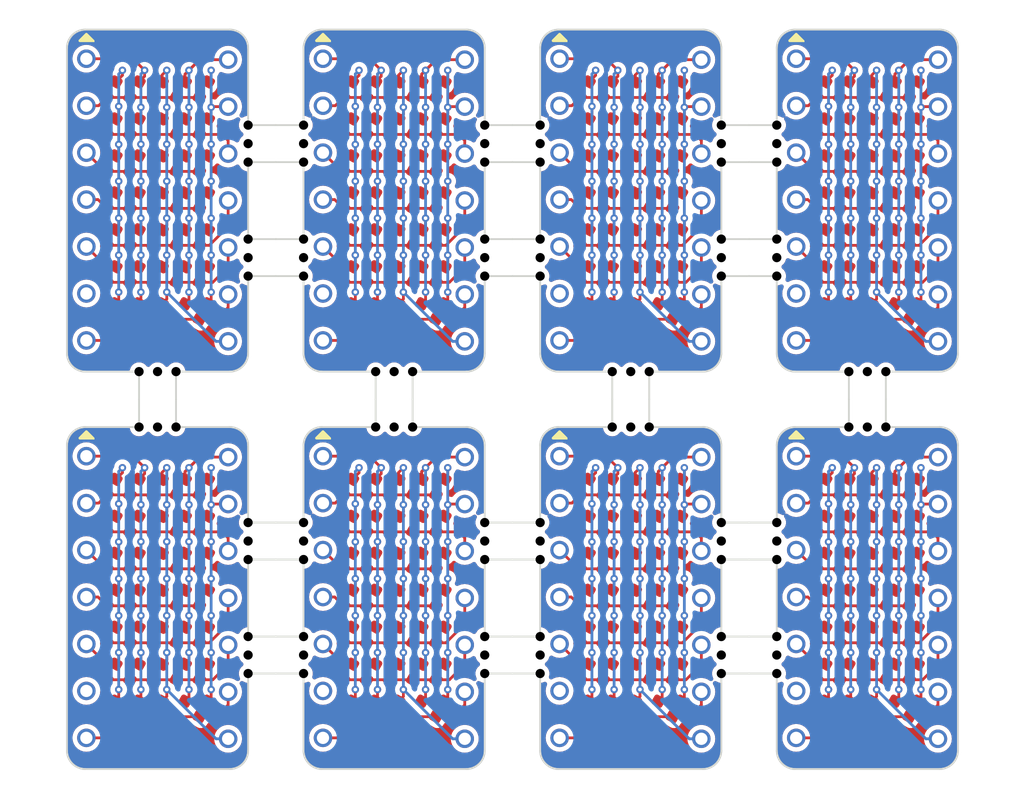
<source format=kicad_pcb>
(kicad_pcb (version 20221018) (generator pcbnew)
  (layers (0 "F.Cu" signal) (31 "B.Cu" signal) (34 "B.Paste" user) (35 "F.Paste" user) (36 "B.SilkS" user "B.Silkscreen") (37 "F.SilkS" user "F.Silkscreen") (38 "B.Mask" user) (39 "F.Mask" user) (44 "Edge.Cuts" user))
  (net 0 "")
  (net 1 "Board_0-C1")
  (net 2 "Board_0-C2")
  (net 3 "Board_0-C3")
  (net 4 "Board_0-C4")
  (net 5 "Board_0-C5")
  (net 6 "Board_0-DP")
  (net 7 "Board_0-R1")
  (net 8 "Board_0-R2")
  (net 9 "Board_0-R3")
  (net 10 "Board_0-R4")
  (net 11 "Board_0-R5")
  (net 12 "Board_0-R6")
  (net 13 "Board_0-R7")
  (net 14 "Board_0-unconnected-(J2-Pin_6-Pad6)")
  (net 15 "Board_1-C1")
  (net 16 "Board_1-C2")
  (net 17 "Board_1-C3")
  (net 18 "Board_1-C4")
  (net 19 "Board_1-C5")
  (net 20 "Board_1-DP")
  (net 21 "Board_1-R1")
  (net 22 "Board_1-R2")
  (net 23 "Board_1-R3")
  (net 24 "Board_1-R4")
  (net 25 "Board_1-R5")
  (net 26 "Board_1-R6")
  (net 27 "Board_1-R7")
  (net 28 "Board_1-unconnected-(J2-Pin_6-Pad6)")
  (net 29 "Board_2-C1")
  (net 30 "Board_2-C2")
  (net 31 "Board_2-C3")
  (net 32 "Board_2-C4")
  (net 33 "Board_2-C5")
  (net 34 "Board_2-DP")
  (net 35 "Board_2-R1")
  (net 36 "Board_2-R2")
  (net 37 "Board_2-R3")
  (net 38 "Board_2-R4")
  (net 39 "Board_2-R5")
  (net 40 "Board_2-R6")
  (net 41 "Board_2-R7")
  (net 42 "Board_2-unconnected-(J2-Pin_6-Pad6)")
  (net 43 "Board_3-C1")
  (net 44 "Board_3-C2")
  (net 45 "Board_3-C3")
  (net 46 "Board_3-C4")
  (net 47 "Board_3-C5")
  (net 48 "Board_3-DP")
  (net 49 "Board_3-R1")
  (net 50 "Board_3-R2")
  (net 51 "Board_3-R3")
  (net 52 "Board_3-R4")
  (net 53 "Board_3-R5")
  (net 54 "Board_3-R6")
  (net 55 "Board_3-R7")
  (net 56 "Board_3-unconnected-(J2-Pin_6-Pad6)")
  (net 57 "Board_4-C1")
  (net 58 "Board_4-C2")
  (net 59 "Board_4-C3")
  (net 60 "Board_4-C4")
  (net 61 "Board_4-C5")
  (net 62 "Board_4-DP")
  (net 63 "Board_4-R1")
  (net 64 "Board_4-R2")
  (net 65 "Board_4-R3")
  (net 66 "Board_4-R4")
  (net 67 "Board_4-R5")
  (net 68 "Board_4-R6")
  (net 69 "Board_4-R7")
  (net 70 "Board_4-unconnected-(J2-Pin_6-Pad6)")
  (net 71 "Board_5-C1")
  (net 72 "Board_5-C2")
  (net 73 "Board_5-C3")
  (net 74 "Board_5-C4")
  (net 75 "Board_5-C5")
  (net 76 "Board_5-DP")
  (net 77 "Board_5-R1")
  (net 78 "Board_5-R2")
  (net 79 "Board_5-R3")
  (net 80 "Board_5-R4")
  (net 81 "Board_5-R5")
  (net 82 "Board_5-R6")
  (net 83 "Board_5-R7")
  (net 84 "Board_5-unconnected-(J2-Pin_6-Pad6)")
  (net 85 "Board_6-C1")
  (net 86 "Board_6-C2")
  (net 87 "Board_6-C3")
  (net 88 "Board_6-C4")
  (net 89 "Board_6-C5")
  (net 90 "Board_6-DP")
  (net 91 "Board_6-R1")
  (net 92 "Board_6-R2")
  (net 93 "Board_6-R3")
  (net 94 "Board_6-R4")
  (net 95 "Board_6-R5")
  (net 96 "Board_6-R6")
  (net 97 "Board_6-R7")
  (net 98 "Board_6-unconnected-(J2-Pin_6-Pad6)")
  (net 99 "Board_7-C1")
  (net 100 "Board_7-C2")
  (net 101 "Board_7-C3")
  (net 102 "Board_7-C4")
  (net 103 "Board_7-C5")
  (net 104 "Board_7-DP")
  (net 105 "Board_7-R1")
  (net 106 "Board_7-R2")
  (net 107 "Board_7-R3")
  (net 108 "Board_7-R4")
  (net 109 "Board_7-R5")
  (net 110 "Board_7-R6")
  (net 111 "Board_7-R7")
  (net 112 "Board_7-unconnected-(J2-Pin_6-Pad6)")
  (footprint "LED_SMD:LED_0402_1005Metric" (layer "F.Cu") (at 142.1 44.75 60)
    (fp_text reference "D15" hide)
    (fp_text value "LED" hide)
  )
  (footprint "LED_SMD:LED_0402_1005Metric" (layer "F.Cu") (at 143.35 25.25 60)
    (fp_text reference "D23" hide)
    (fp_text value "LED" hide)
  )
  (footprint "LED_SMD:LED_0402_1005Metric" (layer "F.Cu") (at 131.8 56.75 60)
    (fp_text reference "D35" hide)
    (fp_text value "LED" hide)
  )
  (footprint "LED_SMD:LED_0402_1005Metric" (layer "F.Cu") (at 128.05 23.25 60)
    (fp_text reference "D8" hide)
    (fp_text value "LED" hide)
  )
  (footprint "LED_SMD:LED_0402_1005Metric" (layer "F.Cu") (at 139.6 27.25 60)
    (fp_text reference "D3" hide)
    (fp_text value "LED" hide)
  )
  (footprint "LED_SMD:LED_0402_1005Metric" (layer "F.Cu") (at 166.45 31.25 60)
    (fp_text reference "D12" hide)
    (fp_text value "LED" hide)
  )
  (footprint "LED_SMD:LED_0402_1005Metric" (layer "F.Cu") (at 143.35 33.25 60)
    (fp_text reference "D27" hide)
    (fp_text value "LED" hide)
  )
  (footprint "LED_SMD:LED_0402_1005Metric" (layer "F.Cu") (at 131.8 54.75 60)
    (fp_text reference "D34" hide)
    (fp_text value "LED" hide)
  )
  (footprint "NPTH" (layer "F.Cu") (at 159.8 32.333333)
    (fp_text reference "KiKit_MB_12_2" hide)
    (fp_text value "NPTH" hide)
  )
  (footprint "NPTH" (layer "F.Cu") (at 153.9 41.5)
    (fp_text reference "KiKit_MB_29_1" hide)
    (fp_text value "NPTH" hide)
  )
  (footprint "LED_SMD:LED_0402_1005Metric" (layer "F.Cu") (at 129.3 35.25 60)
    (fp_text reference "D21" hide)
    (fp_text value "LED" hide)
  )
  (footprint "LED_SMD:LED_0402_1005Metric" (layer "F.Cu") (at 128.05 33.25 60)
    (fp_text reference "D13" hide)
    (fp_text value "LED" hide)
  )
  (footprint "LED_SMD:LED_0402_1005Metric" (layer "F.Cu") (at 157.4 31.25 60)
    (fp_text reference "D33" hide)
    (fp_text value "LED" hide)
  )
  (footprint "LED_SMD:LED_0402_1005Metric" (layer "F.Cu") (at 170.2 25.25 60)
    (fp_text reference "D30" hide)
    (fp_text value "LED" hide)
  )
  (footprint "NPTH" (layer "F.Cu") (at 137.2 54.833333)
    (fp_text reference "KiKit_MB_21_1" hide)
    (fp_text value "NPTH" hide)
  )
  (footprint "LED_SMD:LED_0402_1005Metric" (layer "F.Cu") (at 157.4 23.25 60)
    (fp_text reference "D29" hide)
    (fp_text value "LED" hide)
  )
  (footprint "LED_SMD:LED_0402_1005Metric" (layer "F.Cu") (at 152.4 35.25 60)
    (fp_text reference "D7" hide)
    (fp_text value "LED" hide)
  )
  (footprint "LED_SMD:LED_0402_1005Metric" (layer "F.Cu") (at 165.2 48.75 60)
    (fp_text reference "D3" hide)
    (fp_text value "LED" hide)
  )
  (footprint "LED_SMD:LED_0402_1005Metric" (layer "F.Cu") (at 168.95 56.75 60)
    (fp_text reference "D28" hide)
    (fp_text value "LED" hide)
  )
  (footprint "LED_SMD:LED_0402_1005Metric" (layer "F.Cu") (at 165.2 29.25 60)
    (fp_text reference "D4" hide)
    (fp_text value "LED" hide)
  )
  (footprint "LED_SMD:LED_0402_1005Metric" (layer "F.Cu") (at 170.2 56.75 60)
    (fp_text reference "D35" hide)
    (fp_text value "LED" hide)
  )
  (footprint "LED_SMD:LED_0402_1005Metric" (layer "F.Cu") (at 152.4 48.75 60)
    (fp_text reference "D3" hide)
    (fp_text value "LED" hide)
  )
  (footprint "LED_SMD:LED_0402_1005Metric" (layer "F.Cu") (at 139.6 50.75 60)
    (fp_text reference "D4" hide)
    (fp_text value "LED" hide)
  )
  (footprint "LED_SMD:LED_0402_1005Metric" (layer "F.Cu") (at 142.1 54.75 60)
    (fp_text reference "D20" hide)
    (fp_text value "LED" hide)
  )
  (footprint "LED_SMD:LED_0402_1005Metric" (layer "F.Cu") (at 154.9 33.25 60)
    (fp_text reference "D20" hide)
    (fp_text value "LED" hide)
  )
  (footprint "LED_SMD:LED_0402_1005Metric" (layer "F.Cu") (at 156.15 54.75 60)
    (fp_text reference "D27" hide)
    (fp_text value "LED" hide)
  )
  (footprint "NPTH" (layer "F.Cu") (at 159.8 25.166667)
    (fp_text reference "KiKit_MB_11_1" hide)
    (fp_text value "NPTH" hide)
  )
  (footprint "LED_SMD:LED_0402_1005Metric" (layer "F.Cu") (at 130.55 50.75 60)
    (fp_text reference "D25" hide)
    (fp_text value "LED" hide)
  )
  (footprint "NPTH" (layer "F.Cu") (at 134.2 52.833333)
    (fp_text reference "KiKit_MB_18_1" hide)
    (fp_text value "NPTH" hide)
  )
  (footprint "LED_SMD:LED_0402_1005Metric" (layer "F.Cu") (at 130.55 25.25 60)
    (fp_text reference "D23" hide)
    (fp_text value "LED" hide)
  )
  (footprint "LED_SMD:LED_0402_1005Metric" (layer "F.Cu") (at 168.95 29.25 60)
    (fp_text reference "D25" hide)
    (fp_text value "LED" hide)
  )
  (footprint "LED_SMD:LED_0402_1005Metric" (layer "F.Cu") (at 168.95 25.25 60)
    (fp_text reference "D23" hide)
    (fp_text value "LED" hide)
  )
  (footprint "LED_SMD:LED_0402_1005Metric" (layer "F.Cu") (at 139.6 58.75 60)
    (fp_text reference "D36" hide)
    (fp_text value "LED" hide)
  )
  (footprint "Connector_PinHeader_2.54mm:PinHeader_1x07_P2.54mm_Vertical" (layer "F.Cu") (at 163.85 21.575)
    (fp_text reference "J2")
    (fp_text value "Conn_01x07")
  )
  (footprint "LED_SMD:LED_0402_1005Metric" (layer "F.Cu") (at 153.65 23.25 60)
    (fp_text reference "D8" hide)
    (fp_text value "LED" hide)
  )
  (footprint "LED_SMD:LED_0402_1005Metric" (layer "F.Cu") (at 131.8 25.25 60)
    (fp_text reference "D30" hide)
    (fp_text value "LED" hide)
  )
  (footprint "LED_SMD:LED_0402_1005Metric" (layer "F.Cu") (at 152.4 44.75 60)
    (fp_text reference "D1" hide)
    (fp_text value "LED" hide)
  )
  (footprint "LED_SMD:LED_0402_1005Metric" (layer "F.Cu") (at 130.55 27.25 60)
    (fp_text reference "D24" hide)
    (fp_text value "LED" hide)
  )
  (footprint "NPTH" (layer "F.Cu") (at 150 54.833333)
    (fp_text reference "KiKit_MB_26_1" hide)
    (fp_text value "NPTH" hide)
  )
  (footprint "LED_SMD:LED_0402_1005Metric" (layer "F.Cu") (at 156.15 29.25 60)
    (fp_text reference "D25" hide)
    (fp_text value "LED" hide)
  )
  (footprint "LED_SMD:LED_0402_1005Metric" (layer "F.Cu") (at 129.3 31.25 60)
    (fp_text reference "D19" hide)
    (fp_text value "LED" hide)
  )
  (footprint "LED_SMD:LED_0402_1005Metric" (layer "F.Cu") (at 130.55 54.75 60)
    (fp_text reference "D27" hide)
    (fp_text value "LED" hide)
  )
  (footprint "LED_SMD:LED_0402_1005Metric" (layer "F.Cu") (at 165.2 56.75 60)
    (fp_text reference "D7" hide)
    (fp_text value "LED" hide)
  )
  (footprint "LED_SMD:LED_0402_1005Metric" (layer "F.Cu") (at 166.45 29.25 60)
    (fp_text reference "D11" hide)
    (fp_text value "LED" hide)
  )
  (footprint "NPTH" (layer "F.Cu") (at 150 25.166667)
    (fp_text reference "KiKit_MB_9_3" hide)
    (fp_text value "NPTH" hide)
  )
  (footprint "LED_SMD:LED_0402_1005Metric" (layer "F.Cu") (at 168.95 35.25 60)
    (fp_text reference "D28" hide)
    (fp_text value "LED" hide)
  )
  (footprint "LED_SMD:LED_0402_1005Metric" (layer "F.Cu") (at 157.4 46.75 60)
    (fp_text reference "D30" hide)
    (fp_text value "LED" hide)
  )
  (footprint "LED_SMD:LED_0402_1005Metric" (layer "F.Cu") (at 140.85 48.75 60)
    (fp_text reference "D10" hide)
    (fp_text value "LED" hide)
  )
  (footprint "NPTH" (layer "F.Cu") (at 143.1 41.5)
    (fp_text reference "KiKit_MB_24_3" hide)
    (fp_text value "NPTH" hide)
  )
  (footprint "LED_SMD:LED_0402_1005Metric" (layer "F.Cu") (at 139.6 29.25 60)
    (fp_text reference "D4" hide)
    (fp_text value "LED" hide)
  )
  (footprint "LED_SMD:LED_0402_1005Metric" (layer "F.Cu") (at 167.7 31.25 60)
    (fp_text reference "D19" hide)
    (fp_text value "LED" hide)
  )
  (footprint "NPTH" (layer "F.Cu") (at 147 53.833333)
    (fp_text reference "KiKit_MB_23_2" hide)
    (fp_text value "NPTH" hide)
  )
  (footprint "NPTH" (layer "F.Cu") (at 134.2 53.833333)
    (fp_text reference "KiKit_MB_18_2" hide)
    (fp_text value "NPTH" hide)
  )
  (footprint "LED_SMD:LED_0402_1005Metric" (layer "F.Cu") (at 128.05 56.75 60)
    (fp_text reference "D14" hide)
    (fp_text value "LED" hide)
  )
  (footprint "LED_SMD:LED_0402_1005Metric" (layer "F.Cu") (at 153.65 50.75 60)
    (fp_text reference "D11" hide)
    (fp_text value "LED" hide)
  )
  (footprint "LED_SMD:LED_0402_1005Metric" (layer "F.Cu") (at 154.9 35.25 60)
    (fp_text reference "D21" hide)
    (fp_text value "LED" hide)
  )
  (footprint "LED_SMD:LED_0402_1005Metric" (layer "F.Cu") (at 128.05 48.75 60)
    (fp_text reference "D10" hide)
    (fp_text value "LED" hide)
  )
  (footprint "LED_SMD:LED_0402_1005Metric" (layer "F.Cu") (at 143.35 44.75 60)
    (fp_text reference "D22" hide)
    (fp_text value "LED" hide)
  )
  (footprint "LED_SMD:LED_0402_1005Metric" (layer "F.Cu") (at 170.2 31.25 60)
    (fp_text reference "D33" hide)
    (fp_text value "LED" hide)
  )
  (footprint "LED_SMD:LED_0402_1005Metric" (layer "F.Cu") (at 167.7 50.75 60)
    (fp_text reference "D18" hide)
    (fp_text value "LED" hide)
  )
  (footprint "LED_SMD:LED_0402_1005Metric" (layer "F.Cu") (at 170.2 54.75 60)
    (fp_text reference "D34" hide)
    (fp_text value "LED" hide)
  )
  (footprint "LED_SMD:LED_0402_1005Metric" (layer "F.Cu") (at 131.8 33.25 60)
    (fp_text reference "D34" hide)
    (fp_text value "LED" hide)
  )
  (footprint "LED_SMD:LED_0402_1005Metric" (layer "F.Cu") (at 165.2 46.75 60)
    (fp_text reference "D2" hide)
    (fp_text value "LED" hide)
  )
  (footprint "NPTH" (layer "F.Cu") (at 162.8 48.666666)
    (fp_text reference "KiKit_MB_30_1" hide)
    (fp_text value "NPTH" hide)
  )
  (footprint "LED_SMD:LED_0402_1005Metric" (layer "F.Cu") (at 126.8 33.25 60)
    (fp_text reference "D6" hide)
    (fp_text value "LED" hide)
  )
  (footprint "LED_SMD:LED_0402_1005Metric" (layer "F.Cu") (at 140.85 56.75 60)
    (fp_text reference "D14" hide)
    (fp_text value "LED" hide)
  )
  (footprint "LED_SMD:LED_0402_1005Metric" (layer "F.Cu") (at 140.85 29.25 60)
    (fp_text reference "D11" hide)
    (fp_text value "LED" hide)
  )
  (footprint "LED_SMD:LED_0402_1005Metric" (layer "F.Cu") (at 142.1 23.25 60)
    (fp_text reference "D15" hide)
    (fp_text value "LED" hide)
  )
  (footprint "LED_SMD:LED_0402_1005Metric" (layer "F.Cu") (at 165.2 37.25 60)
    (fp_text reference "D36" hide)
    (fp_text value "LED" hide)
  )
  (footprint "LED_SMD:LED_0402_1005Metric" (layer "F.Cu") (at 126.8 46.75 60)
    (fp_text reference "D2" hide)
    (fp_text value "LED" hide)
  )
  (footprint "LED_SMD:LED_0402_1005Metric" (layer "F.Cu") (at 157.4 44.75 60)
    (fp_text reference "D29" hide)
    (fp_text value "LED" hide)
  )
  (footprint "LED_SMD:LED_0402_1005Metric" (layer "F.Cu") (at 128.05 50.75 60)
    (fp_text reference "D11" hide)
    (fp_text value "LED" hide)
  )
  (footprint "NPTH" (layer "F.Cu") (at 137.2 48.666666)
    (fp_text reference "KiKit_MB_20_1" hide)
    (fp_text value "NPTH" hide)
  )
  (footprint "LED_SMD:LED_0402_1005Metric" (layer "F.Cu") (at 129.3 48.75 60)
    (fp_text reference "D17" hide)
    (fp_text value "LED" hide)
  )
  (footprint "LED_SMD:LED_0402_1005Metric" (layer "F.Cu") (at 130.55 44.75 60)
    (fp_text reference "D22" hide)
    (fp_text value "LED" hide)
  )
  (footprint "LED_SMD:LED_0402_1005Metric" (layer "F.Cu") (at 156.15 56.75 60)
    (fp_text reference "D28" hide)
    (fp_text value "LED" hide)
  )
  (footprint "NPTH" (layer "F.Cu") (at 129.3 41.5)
    (fp_text reference "KiKit_MB_19_2" hide)
    (fp_text value "NPTH" hide)
  )
  (footprint "LED_SMD:LED_0402_1005Metric" (layer "F.Cu") (at 131.8 46.75 60)
    (fp_text reference "D30" hide)
    (fp_text value "LED" hide)
  )
  (footprint "LED_SMD:LED_0402_1005Metric" (layer "F.Cu") (at 166.45 35.25 60)
    (fp_text reference "D14" hide)
    (fp_text value "LED" hide)
  )
  (footprint "LED_SMD:LED_0402_1005Metric" (layer "F.Cu") (at 168.95 50.75 60)
    (fp_text reference "D25" hide)
    (fp_text value "LED" hide)
  )
  (footprint "LED_SMD:LED_0402_1005Metric" (layer "F.Cu") (at 128.05 29.25 60)
    (fp_text reference "D11" hide)
    (fp_text value "LED" hide)
  )
  (footprint "Connector_PinHeader_2.54mm:PinHeader_1x07_P2.54mm_Vertical" (layer "F.Cu") (at 125.45 43.075)
    (fp_text reference "J2")
    (fp_text value "Conn_01x07")
  )
  (footprint "LED_SMD:LED_0402_1005Metric" (layer "F.Cu") (at 156.15 35.25 60)
    (fp_text reference "D28" hide)
    (fp_text value "LED" hide)
  )
  (footprint "Connector_PinHeader_2.54mm:PinHeader_1x07_P2.54mm_Vertical" (layer "F.Cu") (at 133.12 21.625)
    (fp_text reference "J1")
    (fp_text value "Conn_01x07")
  )
  (footprint "LED_SMD:LED_0402_1005Metric" (layer "F.Cu") (at 157.4 27.25 60)
    (fp_text reference "D31" hide)
    (fp_text value "LED" hide)
  )
  (footprint "LED_SMD:LED_0402_1005Metric" (layer "F.Cu") (at 126.8 25.25 60)
    (fp_text reference "D2" hide)
    (fp_text value "LED" hide)
  )
  (footprint "LED_SMD:LED_0402_1005Metric" (layer "F.Cu") (at 129.3 27.25 60)
    (fp_text reference "D17" hide)
    (fp_text value "LED" hide)
  )
  (footprint "LED_SMD:LED_0402_1005Metric" (layer "F.Cu") (at 154.9 56.75 60)
    (fp_text reference "D21" hide)
    (fp_text value "LED" hide)
  )
  (footprint "LED_SMD:LED_0402_1005Metric" (layer "F.Cu") (at 170.2 44.75 60)
    (fp_text reference "D29" hide)
    (fp_text value "LED" hide)
  )
  (footprint "LED_SMD:LED_0402_1005Metric" (layer "F.Cu") (at 130.55 52.75 60)
    (fp_text reference "D26" hide)
    (fp_text value "LED" hide)
  )
  (footprint "LED_SMD:LED_0402_1005Metric" (layer "F.Cu") (at 167.7 44.75 60)
    (fp_text reference "D15" hide)
    (fp_text value "LED" hide)
  )
  (footprint "LED_SMD:LED_0402_1005Metric" (layer "F.Cu") (at 153.65 44.75 60)
    (fp_text reference "D8" hide)
    (fp_text value "LED" hide)
  )
  (footprint "NPTH" (layer "F.Cu") (at 162.8 52.833333)
    (fp_text reference "KiKit_MB_31_3" hide)
    (fp_text value "NPTH" hide)
  )
  (footprint "NPTH" (layer "F.Cu") (at 137.2 26.166667)
    (fp_text reference "KiKit_MB_4_2" hide)
    (fp_text value "NPTH" hide)
  )
  (footprint "LED_SMD:LED_0402_1005Metric" (layer "F.Cu") (at 153.65 56.75 60)
    (fp_text reference "D14" hide)
    (fp_text value "LED" hide)
  )
  (footprint "NPTH" (layer "F.Cu") (at 147 25.166667)
    (fp_text reference "KiKit_MB_6_1" hide)
    (fp_text value "NPTH" hide)
  )
  (footprint "LED_SMD:LED_0402_1005Metric" (layer "F.Cu") (at 142.1 52.75 60)
    (fp_text reference "D19" hide)
    (fp_text value "LED" hide)
  )
  (footprint "NPTH" (layer "F.Cu") (at 162.8 26.166667)
    (fp_text reference "KiKit_MB_14_2" hide)
    (fp_text value "NPTH" hide)
  )
  (footprint "NPTH" (layer "F.Cu") (at 150 27.166667)
    (fp_text reference "KiKit_MB_9_1" hide)
    (fp_text value "NPTH" hide)
  )
  (footprint "LED_SMD:LED_0402_1005Metric" (layer "F.Cu") (at 128.05 31.25 60)
    (fp_text reference "D12" hide)
    (fp_text value "LED" hide)
  )
  (footprint "Connector_PinHeader_2.54mm:PinHeader_1x07_P2.54mm_Vertical" (layer "F.Cu") (at 171.52 43.125)
    (fp_text reference "J1")
    (fp_text value "Conn_01x07")
  )
  (footprint "NPTH" (layer "F.Cu") (at 167.7 41.5)
    (fp_text reference "KiKit_MB_32_2" hide)
    (fp_text value "NPTH" hide)
  )
  (footprint "NPTH" (layer "F.Cu") (at 134.2 33.333333)
    (fp_text reference "KiKit_MB_2_3" hide)
    (fp_text value "NPTH" hide)
  )
  (footprint "LED_SMD:LED_0402_1005Metric" (layer "F.Cu") (at 131.8 29.25 60)
    (fp_text reference "D32" hide)
    (fp_text value "LED" hide)
  )
  (footprint "LED_SMD:LED_0402_1005Metric" (layer "F.Cu") (at 156.15 27.25 60)
    (fp_text reference "D24" hide)
    (fp_text value "LED" hide)
  )
  (footprint "LED_SMD:LED_0402_1005Metric" (layer "F.Cu") (at 131.8 44.75 60)
    (fp_text reference "D29" hide)
    (fp_text value "LED" hide)
  )
  (footprint "LED_SMD:LED_0402_1005Metric" (layer "F.Cu") (at 152.4 31.25 60)
    (fp_text reference "D5" hide)
    (fp_text value "LED" hide)
  )
  (footprint "LED_SMD:LED_0402_1005Metric" (layer "F.Cu") (at 139.6 46.75 60)
    (fp_text reference "D2" hide)
    (fp_text value "LED" hide)
  )
  (footprint "Connector_PinHeader_2.54mm:PinHeader_1x07_P2.54mm_Vertical" (layer "F.Cu") (at 171.52 21.625)
    (fp_text reference "J1")
    (fp_text value "Conn_01x07")
  )
  (footprint "LED_SMD:LED_0402_1005Metric" (layer "F.Cu") (at 144.6 56.75 60)
    (fp_text reference "D35" hide)
    (fp_text value "LED" hide)
  )
  (footprint "LED_SMD:LED_0402_1005Metric" (layer "F.Cu") (at 139.6 35.25 60)
    (fp_text reference "D7" hide)
    (fp_text value "LED" hide)
  )
  (footprint "LED_SMD:LED_0402_1005Metric" (layer "F.Cu") (at 166.45 56.75 60)
    (fp_text reference "D14" hide)
    (fp_text value "LED" hide)
  )
  (footprint "LED_SMD:LED_0402_1005Metric" (layer "F.Cu") (at 166.45 25.25 60)
    (fp_text reference "D9" hide)
    (fp_text value "LED" hide)
  )
  (footprint "LED_SMD:LED_0402_1005Metric" (layer "F.Cu") (at 166.45 27.25 60)
    (fp_text reference "D10" hide)
    (fp_text value "LED" hide)
  )
  (footprint "LED_SMD:LED_0402_1005Metric" (layer "F.Cu") (at 152.4 23.25 60)
    (fp_text reference "D1" hide)
    (fp_text value "LED" hide)
  )
  (footprint "LED_SMD:LED_0402_1005Metric" (layer "F.Cu") (at 144.6 23.25 60)
    (fp_text reference "D29" hide)
    (fp_text value "LED" hide)
  )
  (footprint "LED_SMD:LED_0402_1005Metric" (layer "F.Cu") (at 167.7 46.75 60)
    (fp_text reference "D16" hide)
    (fp_text value "LED" hide)
  )
  (footprint "LED_SMD:LED_0402_1005Metric" (layer "F.Cu") (at 129.3 33.25 60)
    (fp_text reference "D20" hide)
    (fp_text value "LED" hide)
  )
  (footprint "LED_SMD:LED_0402_1005Metric" (layer "F.Cu") (at 128.05 52.75 60)
    (fp_text reference "D12" hide)
    (fp_text value "LED" hide)
  )
  (footprint "LED_SMD:LED_0402_1005Metric" (layer "F.Cu") (at 166.45 33.25 60)
    (fp_text reference "D13" hide)
    (fp_text value "LED" hide)
  )
  (footprint "NPTH" (layer "F.Cu") (at 130.3 38.5)
    (fp_text reference "KiKit_MB_3_1" hide)
    (fp_text value "NPTH" hide)
  )
  (footprint "LED_SMD:LED_0402_1005Metric" (layer "F.Cu") (at 157.4 29.25 60)
    (fp_text reference "D32" hide)
    (fp_text value "LED" hide)
  )
  (footprint "NPTH" (layer "F.Cu") (at 134.2 27.166667)
    (fp_text reference "KiKit_MB_1_3" hide)
    (fp_text value "NPTH" hide)
  )
  (footprint "NPTH" (layer "F.Cu") (at 155.9 41.5)
    (fp_text reference "KiKit_MB_29_3" hide)
    (fp_text value "NPTH" hide)
  )
  (footprint "LED_SMD:LED_0402_1005Metric" (layer "F.Cu") (at 170.2 52.75 60)
    (fp_text reference "D33" hide)
    (fp_text value "LED" hide)
  )
  (footprint "LED_SMD:LED_0402_1005Metric" (layer "F.Cu") (at 140.85 46.75 60)
    (fp_text reference "D9" hide)
    (fp_text value "LED" hide)
  )
  (footprint "NPTH" (layer "F.Cu") (at 159.8 48.666666)
    (fp_text reference "KiKit_MB_27_3" hide)
    (fp_text value "NPTH" hide)
  )
  (footprint "LED_SMD:LED_0402_1005Metric" (layer "F.Cu") (at 157.4 56.75 60)
    (fp_text reference "D35" hide)
    (fp_text value "LED" hide)
  )
  (footprint "LED_SMD:LED_0402_1005Metric" (layer "F.Cu") (at 140.85 31.25 60)
    (fp_text reference "D12" hide)
    (fp_text value "LED" hide)
  )
  (footprint "LED_SMD:LED_0402_1005Metric" (layer "F.Cu") (at 139.6 52.75 60)
    (fp_text reference "D5" hide)
    (fp_text value "LED" hide)
  )
  (footprint "LED_SMD:LED_0402_1005Metric" (layer "F.Cu") (at 143.35 27.25 60)
    (fp_text reference "D24" hide)
    (fp_text value "LED" hide)
  )
  (footprint "LED_SMD:LED_0402_1005Metric" (layer "F.Cu") (at 129.3 46.75 60)
    (fp_text reference "D16" hide)
    (fp_text value "LED" hide)
  )
  (footprint "LED_SMD:LED_0402_1005Metric" (layer "F.Cu") (at 140.85 52.75 60)
    (fp_text reference "D12" hide)
    (fp_text value "LED" hide)
  )
  (footprint "NPTH" (layer "F.Cu") (at 150 53.833333)
    (fp_text reference "KiKit_MB_26_2" hide)
    (fp_text value "NPTH" hide)
  )
  (footprint "NPTH" (layer "F.Cu") (at 162.8 25.166667)
    (fp_text reference "KiKit_MB_14_3" hide)
    (fp_text value "NPTH" hide)
  )
  (footprint "LED_SMD:LED_0402_1005Metric" (layer "F.Cu") (at 140.85 23.25 60)
    (fp_text reference "D8" hide)
    (fp_text value "LED" hide)
  )
  (footprint "LED_SMD:LED_0402_1005Metric" (layer "F.Cu") (at 154.9 54.75 60)
    (fp_text reference "D20" hide)
    (fp_text value "LED" hide)
  )
  (footprint "LED_SMD:LED_0402_1005Metric" (layer "F.Cu") (at 144.6 50.75 60)
    (fp_text reference "D32" hide)
    (fp_text value "LED" hide)
  )
  (footprint "LED_SMD:LED_0402_1005Metric" (layer "F.Cu") (at 126.8 37.25 60)
    (fp_text reference "D36" hide)
    (fp_text value "LED" hide)
  )
  (footprint "NPTH" (layer "F.Cu") (at 154.9 38.5)
    (fp_text reference "KiKit_MB_13_2" hide)
    (fp_text value "NPTH" hide)
  )
  (footprint "LED_SMD:LED_0402_1005Metric" (layer "F.Cu") (at 156.15 46.75 60)
    (fp_text reference "D23" hide)
    (fp_text value "LED" hide)
  )
  (footprint "LED_SMD:LED_0402_1005Metric" (layer "F.Cu") (at 144.6 48.75 60)
    (fp_text reference "D31" hide)
    (fp_text value "LED" hide)
  )
  (footprint "NPTH" (layer "F.Cu") (at 159.8 53.833333)
    (fp_text reference "KiKit_MB_28_2" hide)
    (fp_text value "NPTH" hide)
  )
  (footprint "LED_SMD:LED_0402_1005Metric" (layer "F.Cu") (at 167.7 23.25 60)
    (fp_text reference "D15" hide)
    (fp_text value "LED" hide)
  )
  (footprint "LED_SMD:LED_0402_1005Metric" (layer "F.Cu") (at 131.8 23.25 60)
    (fp_text reference "D29" hide)
    (fp_text value "LED" hide)
  )
  (footprint "NPTH" (layer "F.Cu") (at 134.2 25.166667)
    (fp_text reference "KiKit_MB_1_1" hide)
    (fp_text value "NPTH" hide)
  )
  (footprint "LED_SMD:LED_0402_1005Metric" (layer "F.Cu") (at 143.35 54.75 60)
    (fp_text reference "D27" hide)
    (fp_text value "LED" hide)
  )
  (footprint "NPTH" (layer "F.Cu") (at 137.2 52.833333)
    (fp_text reference "KiKit_MB_21_3" hide)
    (fp_text value "NPTH" hide)
  )
  (footprint "LED_SMD:LED_0402_1005Metric" (layer "F.Cu") (at 126.8 48.75 60)
    (fp_text reference "D3" hide)
    (fp_text value "LED" hide)
  )
  (footprint "LED_SMD:LED_0402_1005Metric" (layer "F.Cu") (at 130.55 29.25 60)
    (fp_text reference "D25" hide)
    (fp_text value "LED" hide)
  )
  (footprint "LED_SMD:LED_0402_1005Metric" (layer "F.Cu") (at 139.6 33.25 60)
    (fp_text reference "D6" hide)
    (fp_text value "LED" hide)
  )
  (footprint "NPTH" (layer "F.Cu") (at 162.8 53.833333)
    (fp_text reference "KiKit_MB_31_2" hide)
    (fp_text value "NPTH" hide)
  )
  (footprint "LED_SMD:LED_0402_1005Metric" (layer "F.Cu") (at 130.55 35.25 60)
    (fp_text reference "D28" hide)
    (fp_text value "LED" hide)
  )
  (footprint "LED_SMD:LED_0402_1005Metric" (layer "F.Cu") (at 128.05 25.25 60)
    (fp_text reference "D9" hide)
    (fp_text value "LED" hide)
  )
  (footprint "NPTH" (layer "F.Cu") (at 150 48.666666)
    (fp_text reference "KiKit_MB_25_1" hide)
    (fp_text value "NPTH" hide)
  )
  (footprint "LED_SMD:LED_0402_1005Metric" (layer "F.Cu") (at 144.6 44.75 60)
    (fp_text reference "D29" hide)
    (fp_text value "LED" hide)
  )
  (footprint "LED_SMD:LED_0402_1005Metric" (layer "F.Cu") (at 142.1 25.25 60)
    (fp_text reference "D16" hide)
    (fp_text value "LED" hide)
  )
  (footprint "LED_SMD:LED_0402_1005Metric" (layer "F.Cu") (at 154.9 50.75 60)
    (fp_text reference "D18" hide)
    (fp_text value "LED" hide)
  )
  (footprint "LED_SMD:LED_0402_1005Metric" (layer "F.Cu") (at 144.6 27.25 60)
    (fp_text reference "D31" hide)
    (fp_text value "LED" hide)
  )
  (footprint "LED_SMD:LED_0402_1005Metric" (layer "F.Cu") (at 139.6 23.25 60)
    (fp_text reference "D1" hide)
    (fp_text value "LED" hide)
  )
  (footprint "LED_SMD:LED_0402_1005Metric" (layer "F.Cu") (at 152.4 37.25 60)
    (fp_text reference "D36" hide)
    (fp_text value "LED" hide)
  )
  (footprint "NPTH" (layer "F.Cu") (at 159.8 26.166667)
    (fp_text reference "KiKit_MB_11_2" hide)
    (fp_text value "NPTH" hide)
  )
  (footprint "LED_SMD:LED_0402_1005Metric" (layer "F.Cu") (at 142.1 46.75 60)
    (fp_text reference "D16" hide)
    (fp_text value "LED" hide)
  )
  (footprint "LED_SMD:LED_0402_1005Metric" (layer "F.Cu") (at 152.4 52.75 60)
    (fp_text reference "D5" hide)
    (fp_text value "LED" hide)
  )
  (footprint "LED_SMD:LED_0402_1005Metric" (layer "F.Cu") (at 154.9 46.75 60)
    (fp_text reference "D16" hide)
    (fp_text value "LED" hide)
  )
  (footprint "Connector_PinHeader_2.54mm:PinHeader_1x07_P2.54mm_Vertical" (layer "F.Cu") (at 138.25 43.075)
    (fp_text reference "J2")
    (fp_text value "Conn_01x07")
  )
  (footprint "LED_SMD:LED_0402_1005Metric" (layer "F.Cu") (at 131.8 27.25 60)
    (fp_text reference "D31" hide)
    (fp_text value "LED" hide)
  )
  (footprint "LED_SMD:LED_0402_1005Metric" (layer "F.Cu") (at 170.2 29.25 60)
    (fp_text reference "D32" hide)
    (fp_text value "LED" hide)
  )
  (footprint "LED_SMD:LED_0402_1005Metric" (layer "F.Cu") (at 166.45 52.75 60)
    (fp_text reference "D12" hide)
    (fp_text value "LED" hide)
  )
  (footprint "LED_SMD:LED_0402_1005Metric" (layer "F.Cu") (at 142.1 31.25 60)
    (fp_text reference "D19" hide)
    (fp_text value "LED" hide)
  )
  (footprint "LED_SMD:LED_0402_1005Metric" (layer "F.Cu") (at 128.05 54.75 60)
    (fp_text reference "D13" hide)
    (fp_text value "LED" hide)
  )
  (footprint "LED_SMD:LED_0402_1005Metric" (layer "F.Cu") (at 153.65 52.75 60)
    (fp_text reference "D12" hide)
    (fp_text value "LED" hide)
  )
  (footprint "LED_SMD:LED_0402_1005Metric" (layer "F.Cu") (at 126.8 52.75 60)
    (fp_text reference "D5" hide)
    (fp_text value "LED" hide)
  )
  (footprint "LED_SMD:LED_0402_1005Metric" (layer "F.Cu") (at 142.1 56.75 60)
    (fp_text reference "D21" hide)
    (fp_text value "LED" hide)
  )
  (footprint "LED_SMD:LED_0402_1005Metric" (layer "F.Cu") (at 156.15 44.75 60)
    (fp_text reference "D22" hide)
    (fp_text value "LED" hide)
  )
  (footprint "NPTH" (layer "F.Cu") (at 159.8 27.166667)
    (fp_text reference "KiKit_MB_11_3" hide)
    (fp_text value "NPTH" hide)
  )
  (footprint "LED_SMD:LED_0402_1005Metric" (layer "F.Cu") (at 128.05 44.75 60)
    (fp_text reference "D8" hide)
    (fp_text value "LED" hide)
  )
  (footprint "LED_SMD:LED_0402_1005Metric" (layer "F.Cu") (at 154.9 48.75 60)
    (fp_text reference "D17" hide)
    (fp_text value "LED" hide)
  )
  (footprint "LED_SMD:LED_0402_1005Metric" (layer "F.Cu") (at 140.85 50.75 60)
    (fp_text reference "D11" hide)
    (fp_text value "LED" hide)
  )
  (footprint "NPTH" (layer "F.Cu") (at 130.3 41.5)
    (fp_text reference "KiKit_MB_19_3" hide)
    (fp_text value "NPTH" hide)
  )
  (footprint "LED_SMD:LED_0402_1005Metric" (layer "F.Cu") (at 170.2 33.25 60)
    (fp_text reference "D34" hide)
    (fp_text value "LED" hide)
  )
  (footprint "LED_SMD:LED_0402_1005Metric" (layer "F.Cu") (at 144.6 31.25 60)
    (fp_text reference "D33" hide)
    (fp_text value "LED" hide)
  )
  (footprint "LED_SMD:LED_0402_1005Metric" (layer "F.Cu") (at 143.35 31.25 60)
    (fp_text reference "D26" hide)
    (fp_text value "LED" hide)
  )
  (footprint "Connector_PinHeader_2.54mm:PinHeader_1x07_P2.54mm_Vertical" (layer "F.Cu") (at 151.05 43.075)
    (fp_text reference "J2")
    (fp_text value "Conn_01x07")
  )
  (footprint "NPTH" (layer "F.Cu") (at 134.2 54.833333)
    (fp_text reference "KiKit_MB_18_3" hide)
    (fp_text value "NPTH" hide)
  )
  (footprint "LED_SMD:LED_0402_1005Metric" (layer "F.Cu") (at 126.8 58.75 60)
    (fp_text reference "D36" hide)
    (fp_text value "LED" hide)
  )
  (footprint "LED_SMD:LED_0402_1005Metric" (layer "F.Cu") (at 157.4 52.75 60)
    (fp_text reference "D33" hide)
    (fp_text value "LED" hide)
  )
  (footprint "LED_SMD:LED_0402_1005Metric" (layer "F.Cu") (at 144.6 54.75 60)
    (fp_text reference "D34" hide)
    (fp_text value "LED" hide)
  )
  (footprint "LED_SMD:LED_0402_1005Metric" (layer "F.Cu") (at 168.95 31.25 60)
    (fp_text reference "D26" hide)
    (fp_text value "LED" hide)
  )
  (footprint "LED_SMD:LED_0402_1005Metric" (layer "F.Cu") (at 167.7 29.25 60)
    (fp_text reference "D18" hide)
    (fp_text value "LED" hide)
  )
  (footprint "NPTH" (layer "F.Cu") (at 162.8 31.333333)
    (fp_text reference "KiKit_MB_15_3" hide)
    (fp_text value "NPTH" hide)
  )
  (footprint "LED_SMD:LED_0402_1005Metric" (layer "F.Cu") (at 126.8 44.75 60)
    (fp_text reference "D1" hide)
    (fp_text value "LED" hide)
  )
  (footprint "LED_SMD:LED_0402_1005Metric" (layer "F.Cu") (at 168.95 27.25 60)
    (fp_text reference "D24" hide)
    (fp_text value "LED" hide)
  )
  (footprint "LED_SMD:LED_0402_1005Metric" (layer "F.Cu") (at 167.7 27.25 60)
    (fp_text reference "D17" hide)
    (fp_text value "LED" hide)
  )
  (footprint "LED_SMD:LED_0402_1005Metric" (layer "F.Cu") (at 165.2 44.75 60)
    (fp_text reference "D1" hide)
    (fp_text value "LED" hide)
  )
  (footprint "LED_SMD:LED_0402_1005Metric" (layer "F.Cu") (at 152.4 50.75 60)
    (fp_text reference "D4" hide)
    (fp_text value "LED" hide)
  )
  (footprint "LED_SMD:LED_0402_1005Metric" (layer "F.Cu") (at 129.3 50.75 60)
    (fp_text reference "D18" hide)
    (fp_text value "LED" hide)
  )
  (footprint "LED_SMD:LED_0402_1005Metric" (layer "F.Cu") (at 170.2 27.25 60)
    (fp_text reference "D31" hide)
    (fp_text value "LED" hide)
  )
  (footprint "LED_SMD:LED_0402_1005Metric" (layer "F.Cu") (at 154.9 27.25 60)
    (fp_text reference "D17" hide)
    (fp_text value "LED" hide)
  )
  (footprint "LED_SMD:LED_0402_1005Metric" (layer "F.Cu") (at 168.95 46.75 60)
    (fp_text reference "D23" hide)
    (fp_text value "LED" hide)
  )
  (footprint "LED_SMD:LED_0402_1005Metric" (layer "F.Cu") (at 154.9 52.75 60)
    (fp_text reference "D19" hide)
    (fp_text value "LED" hide)
  )
  (footprint "LED_SMD:LED_0402_1005Metric" (layer "F.Cu") (at 165.2 25.25 60)
    (fp_text reference "D2" hide)
    (fp_text value "LED" hide)
  )
  (footprint "LED_SMD:LED_0402_1005Metric" (layer "F.Cu") (at 167.7 48.75 60)
    (fp_text reference "D17" hide)
    (fp_text value "LED" hide)
  )
  (footprint "NPTH" (layer "F.Cu") (at 168.7 41.5)
    (fp_text reference "KiKit_MB_32_3" hide)
    (fp_text value "NPTH" hide)
  )
  (footprint "NPTH" (layer "F.Cu") (at 159.8 33.333333)
    (fp_text reference "KiKit_MB_12_3" hide)
    (fp_text value "NPTH" hide)
  )
  (footprint "LED_SMD:LED_0402_1005Metric" (layer "F.Cu") (at 131.8 31.25 60)
    (fp_text reference "D33" hide)
    (fp_text value "LED" hide)
  )
  (footprint "LED_SMD:LED_0402_1005Metric" (layer "F.Cu") (at 156.15 50.75 60)
    (fp_text reference "D25" hide)
    (fp_text value "LED" hide)
  )
  (footprint "LED_SMD:LED_0402_1005Metric" (layer "F.Cu") (at 156.15 25.25 60)
    (fp_text reference "D23" hide)
    (fp_text value "LED" hide)
  )
  (footprint "LED_SMD:LED_0402_1005Metric" (layer "F.Cu") (at 154.9 44.75 60)
    (fp_text reference "D15" hide)
    (fp_text value "LED" hide)
  )
  (footprint "NPTH" (layer "F.Cu") (at 168.7 38.5)
    (fp_text reference "KiKit_MB_16_1" hide)
    (fp_text value "NPTH" hide)
  )
  (footprint "NPTH" (layer "F.Cu") (at 155.9 38.5)
    (fp_text reference "KiKit_MB_13_1" hide)
    (fp_text value "NPTH" hide)
  )
  (footprint "LED_SMD:LED_0402_1005Metric" (layer "F.Cu") (at 126.8 27.25 60)
    (fp_text reference "D3" hide)
    (fp_text value "LED" hide)
  )
  (footprint "NPTH" (layer "F.Cu") (at 162.8 54.833333)
    (fp_text reference "KiKit_MB_31_1" hide)
    (fp_text value "NPTH" hide)
  )
  (footprint "NPTH" (layer "F.Cu") (at 134.2 47.666666)
    (fp_text reference "KiKit_MB_17_2" hide)
    (fp_text value "NPTH" hide)
  )
  (footprint "LED_SMD:LED_0402_1005Metric" (layer "F.Cu") (at 165.2 52.75 60)
    (fp_text reference "D5" hide)
    (fp_text value "LED" hide)
  )
  (footprint "LED_SMD:LED_0402_1005Metric" (layer "F.Cu") (at 152.4 56.75 60)
    (fp_text reference "D7" hide)
    (fp_text value "LED" hide)
  )
  (footprint "LED_SMD:LED_0402_1005Metric" (layer "F.Cu") (at 168.95 54.75 60)
    (fp_text reference "D27" hide)
    (fp_text value "LED" hide)
  )
  (footprint "LED_SMD:LED_0402_1005Metric" (layer "F.Cu") (at 139.6 25.25 60)
    (fp_text reference "D2" hide)
    (fp_text value "LED" hide)
  )
  (footprint "NPTH" (layer "F.Cu") (at 137.2 46.666666)
    (fp_text reference "KiKit_MB_20_3" hide)
    (fp_text value "NPTH" hide)
  )
  (footprint "LED_SMD:LED_0402_1005Metric" (layer "F.Cu") (at 139.6 48.75 60)
    (fp_text reference "D3" hide)
    (fp_text value "LED" hide)
  )
  (footprint "LED_SMD:LED_0402_1005Metric" (layer "F.Cu") (at 140.85 27.25 60)
    (fp_text reference "D10" hide)
    (fp_text value "LED" hide)
  )
  (footprint "LED_SMD:LED_0402_1005Metric" (layer "F.Cu") (at 143.35 46.75 60)
    (fp_text reference "D23" hide)
    (fp_text value "LED" hide)
  )
  (footprint "LED_SMD:LED_0402_1005Metric" (layer "F.Cu") (at 153.65 54.75 60)
    (fp_text reference "D13" hide)
    (fp_text value "LED" hide)
  )
  (footprint "LED_SMD:LED_0402_1005Metric" (layer "F.Cu") (at 166.45 54.75 60)
    (fp_text reference "D13" hide)
    (fp_text value "LED" hide)
  )
  (footprint "LED_SMD:LED_0402_1005Metric" (layer "F.Cu") (at 152.4 27.25 60)
    (fp_text reference "D3" hide)
    (fp_text value "LED" hide)
  )
  (footprint "LED_SMD:LED_0402_1005Metric" (layer "F.Cu") (at 168.95 33.25 60)
    (fp_text reference "D27" hide)
    (fp_text value "LED" hide)
  )
  (footprint "LED_SMD:LED_0402_1005Metric" (layer "F.Cu") (at 156.15 48.75 60)
    (fp_text reference "D24" hide)
    (fp_text value "LED" hide)
  )
  (footprint "LED_SMD:LED_0402_1005Metric" (layer "F.Cu") (at 153.65 31.25 60)
    (fp_text reference "D12" hide)
    (fp_text value "LED" hide)
  )
  (footprint "LED_SMD:LED_0402_1005Metric" (layer "F.Cu") (at 165.2 31.25 60)
    (fp_text reference "D5" hide)
    (fp_text value "LED" hide)
  )
  (footprint "NPTH" (layer "F.Cu") (at 150 26.166667)
    (fp_text reference "KiKit_MB_9_2" hide)
    (fp_text value "NPTH" hide)
  )
  (footprint "LED_SMD:LED_0402_1005Metric" (layer "F.Cu") (at 156.15 23.25 60)
    (fp_text reference "D22" hide)
    (fp_text value "LED" hide)
  )
  (footprint "NPTH" (layer "F.Cu") (at 147 54.833333)
    (fp_text reference "KiKit_MB_23_3" hide)
    (fp_text value "NPTH" hide)
  )
  (footprint "Connector_PinHeader_2.54mm:PinHeader_1x07_P2.54mm_Vertical" (layer "F.Cu") (at 158.72 43.125)
    (fp_text reference "J1")
    (fp_text value "Conn_01x07")
  )
  (footprint "LED_SMD:LED_0402_1005Metric" (layer "F.Cu") (at 170.2 50.75 60)
    (fp_text reference "D32" hide)
    (fp_text value "LED" hide)
  )
  (footprint "NPTH" (layer "F.Cu") (at 167.7 38.5)
    (fp_text reference "KiKit_MB_16_2" hide)
    (fp_text value "NPTH" hide)
  )
  (footprint "LED_SMD:LED_0402_1005Metric" (layer "F.Cu") (at 165.2 27.25 60)
    (fp_text reference "D3" hide)
    (fp_text value "LED" hide)
  )
  (footprint "LED_SMD:LED_0402_1005Metric" (layer "F.Cu") (at 152.4 33.25 60)
    (fp_text reference "D6" hide)
    (fp_text value "LED" hide)
  )
  (footprint "LED_SMD:LED_0402_1005Metric" (layer "F.Cu") (at 165.2 50.75 60)
    (fp_text reference "D4" hide)
    (fp_text value "LED" hide)
  )
  (footprint "LED_SMD:LED_0402_1005Metric" (layer "F.Cu") (at 166.45 48.75 60)
    (fp_text reference "D10" hide)
    (fp_text value "LED" hide)
  )
  (footprint "NPTH" (layer "F.Cu") (at 162.8 32.333333)
    (fp_text reference "KiKit_MB_15_2" hide)
    (fp_text value "NPTH" hide)
  )
  (footprint "LED_SMD:LED_0402_1005Metric" (layer "F.Cu") (at 126.8 31.25 60)
    (fp_text reference "D5" hide)
    (fp_text value "LED" hide)
  )
  (footprint "NPTH" (layer "F.Cu") (at 154.9 41.5)
    (fp_text reference "KiKit_MB_29_2" hide)
    (fp_text value "NPTH" hide)
  )
  (footprint "LED_SMD:LED_0402_1005Metric" (layer "F.Cu") (at 129.3 56.75 60)
    (fp_text reference "D21" hide)
    (fp_text value "LED" hide)
  )
  (footprint "NPTH" (layer "F.Cu") (at 150 32.333333)
    (fp_text reference "KiKit_MB_10_2" hide)
    (fp_text value "NPTH" hide)
  )
  (footprint "LED_SMD:LED_0402_1005Metric" (layer "F.Cu") (at 126.8 50.75 60)
    (fp_text reference "D4" hide)
    (fp_text value "LED" hide)
  )
  (footprint "LED_SMD:LED_0402_1005Metric" (layer "F.Cu") (at 139.6 37.25 60)
    (fp_text reference "D36" hide)
    (fp_text value "LED" hide)
  )
  (footprint "LED_SMD:LED_0402_1005Metric" (layer "F.Cu") (at 131.8 52.75 60)
    (fp_text reference "D33" hide)
    (fp_text value "LED" hide)
  )
  (footprint "LED_SMD:LED_0402_1005Metric" (layer "F.Cu") (at 153.65 48.75 60)
    (fp_text reference "D10" hide)
    (fp_text value "LED" hide)
  )
  (footprint "NPTH" (layer "F.Cu") (at 147 52.833333)
    (fp_text reference "KiKit_MB_23_1" hide)
    (fp_text value "NPTH" hide)
  )
  (footprint "LED_SMD:LED_0402_1005Metric" (layer "F.Cu") (at 142.1 29.25 60)
    (fp_text reference "D18" hide)
    (fp_text value "LED" hide)
  )
  (footprint "LED_SMD:LED_0402_1005Metric" (layer "F.Cu") (at 167.7 33.25 60)
    (fp_text reference "D20" hide)
    (fp_text value "LED" hide)
  )
  (footprint "LED_SMD:LED_0402_1005Metric" (layer "F.Cu") (at 157.4 48.75 60)
    (fp_text reference "D31" hide)
    (fp_text value "LED" hide)
  )
  (footprint "LED_SMD:LED_0402_1005Metric" (layer "F.Cu") (at 167.7 56.75 60)
    (fp_text reference "D21" hide)
    (fp_text value "LED" hide)
  )
  (footprint "LED_SMD:LED_0402_1005Metric" (layer "F.Cu") (at 170.2 46.75 60)
    (fp_text reference "D30" hide)
    (fp_text value "LED" hide)
  )
  (footprint "LED_SMD:LED_0402_1005Metric" (layer "F.Cu") (at 152.4 58.75 60)
    (fp_text reference "D36" hide)
    (fp_text value "LED" hide)
  )
  (footprint "LED_SMD:LED_0402_1005Metric" (layer "F.Cu") (at 153.65 27.25 60)
    (fp_text reference "D10" hide)
    (fp_text value "LED" hide)
  )
  (footprint "LED_SMD:LED_0402_1005Metric" (layer "F.Cu") (at 165.2 33.25 60)
    (fp_text reference "D6" hide)
    (fp_text value "LED" hide)
  )
  (footprint "NPTH" (layer "F.Cu") (at 141.1 41.5)
    (fp_text reference "KiKit_MB_24_1" hide)
    (fp_text value "NPTH" hide)
  )
  (footprint "LED_SMD:LED_0402_1005Metric" (layer "F.Cu") (at 153.65 29.25 60)
    (fp_text reference "D11" hide)
    (fp_text value "LED" hide)
  )
  (footprint "Connector_PinHeader_2.54mm:PinHeader_1x07_P2.54mm_Vertical" (layer "F.Cu") (at 145.92 43.125)
    (fp_text reference "J1")
    (fp_text value "Conn_01x07")
  )
  (footprint "LED_SMD:LED_0402_1005Metric" (layer "F.Cu") (at 142.1 27.25 60)
    (fp_text reference "D17" hide)
    (fp_text value "LED" hide)
  )
  (footprint "NPTH" (layer "F.Cu") (at 147 26.166667)
    (fp_text reference "KiKit_MB_6_2" hide)
    (fp_text value "NPTH" hide)
  )
  (footprint "NPTH" (layer "F.Cu") (at 147 27.166667)
    (fp_text reference "KiKit_MB_6_3" hide)
    (fp_text value "NPTH" hide)
  )
  (footprint "LED_SMD:LED_0402_1005Metric" (layer "F.Cu") (at 126.8 56.75 60)
    (fp_text reference "D7" hide)
    (fp_text value "LED" hide)
  )
  (footprint "LED_SMD:LED_0402_1005Metric" (layer "F.Cu") (at 152.4 54.75 60)
    (fp_text reference "D6" hide)
    (fp_text value "LED" hide)
  )
  (footprint "LED_SMD:LED_0402_1005Metric" (layer "F.Cu") (at 140.85 35.25 60)
    (fp_text reference "D14" hide)
    (fp_text value "LED" hide)
  )
  (footprint "LED_SMD:LED_0402_1005Metric" (layer "F.Cu") (at 170.2 35.25 60)
    (fp_text reference "D35" hide)
    (fp_text value "LED" hide)
  )
  (footprint "LED_SMD:LED_0402_1005Metric" (layer "F.Cu") (at 152.4 25.25 60)
    (fp_text reference "D2" hide)
    (fp_text value "LED" hide)
  )
  (footprint "NPTH" (layer "F.Cu") (at 162.8 46.666666)
    (fp_text reference "KiKit_MB_30_3" hide)
    (fp_text value "NPTH" hide)
  )
  (footprint "LED_SMD:LED_0402_1005Metric" (layer "F.Cu") (at 143.35 56.75 60)
    (fp_text reference "D28" hide)
    (fp_text value "LED" hide)
  )
  (footprint "NPTH" (layer "F.Cu") (at 134.2 46.666666)
    (fp_text reference "KiKit_MB_17_1" hide)
    (fp_text value "NPTH" hide)
  )
  (footprint "LED_SMD:LED_0402_1005Metric" (layer "F.Cu") (at 143.35 23.25 60)
    (fp_text reference "D22" hide)
    (fp_text value "LED" hide)
  )
  (footprint "LED_SMD:LED_0402_1005Metric" (layer "F.Cu") (at 167.7 35.25 60)
    (fp_text reference "D21" hide)
    (fp_text value "LED" hide)
  )
  (footprint "LED_SMD:LED_0402_1005Metric" (layer "F.Cu") (at 126.8 23.25 60)
    (fp_text reference "D1" hide)
    (fp_text value "LED" hide)
  )
  (footprint "LED_SMD:LED_0402_1005Metric" (layer "F.Cu") (at 143.35 48.75 60)
    (fp_text reference "D24" hide)
    (fp_text value "LED" hide)
  )
  (footprint "NPTH" (layer "F.Cu") (at 147 46.666666)
    (fp_text reference "KiKit_MB_22_1" hide)
    (fp_text value "NPTH" hide)
  )
  (footprint "LED_SMD:LED_0402_1005Metric" (layer "F.Cu") (at 139.6 56.75 60)
    (fp_text reference "D7" hide)
    (fp_text value "LED" hide)
  )
  (footprint "LED_SMD:LED_0402_1005Metric" (layer "F.Cu") (at 157.4 35.25 60)
    (fp_text reference "D35" hide)
    (fp_text value "LED" hide)
  )
  (footprint "Connector_PinHeader_2.54mm:PinHeader_1x07_P2.54mm_Vertical" (layer "F.Cu") (at 151.05 21.575)
    (fp_text reference "J2")
    (fp_text value "Conn_01x07")
  )
  (footprint "LED_SMD:LED_0402_1005Metric" (layer "F.Cu") (at 129.3 23.25 60)
    (fp_text reference "D15" hide)
    (fp_text value "LED" hide)
  )
  (footprint "LED_SMD:LED_0402_1005Metric" (layer "F.Cu") (at 143.35 52.75 60)
    (fp_text reference "D26" hide)
    (fp_text value "LED" hide)
  )
  (footprint "LED_SMD:LED_0402_1005Metric" (layer "F.Cu") (at 140.85 44.75 60)
    (fp_text reference "D8" hide)
    (fp_text value "LED" hide)
  )
  (footprint "LED_SMD:LED_0402_1005Metric" (layer "F.Cu") (at 140.85 54.75 60)
    (fp_text reference "D13" hide)
    (fp_text value "LED" hide)
  )
  (footprint "NPTH" (layer "F.Cu") (at 150 46.666666)
    (fp_text reference "KiKit_MB_25_3" hide)
    (fp_text value "NPTH" hide)
  )
  (footprint "NPTH" (layer "F.Cu") (at 142.1 41.5)
    (fp_text reference "KiKit_MB_24_2" hide)
    (fp_text value "NPTH" hide)
  )
  (footprint "NPTH" (layer "F.Cu") (at 150 31.333333)
    (fp_text reference "KiKit_MB_10_3" hide)
    (fp_text value "NPTH" hide)
  )
  (footprint "LED_SMD:LED_0402_1005Metric" (layer "F.Cu") (at 157.4 33.25 60)
    (fp_text reference "D34" hide)
    (fp_text value "LED" hide)
  )
  (footprint "LED_SMD:LED_0402_1005Metric" (layer "F.Cu") (at 170.2 23.25 60)
    (fp_text reference "D29" hide)
    (fp_text value "LED" hide)
  )
  (footprint "LED_SMD:LED_0402_1005Metric" (layer "F.Cu") (at 142.1 50.75 60)
    (fp_text reference "D18" hide)
    (fp_text value "LED" hide)
  )
  (footprint "LED_SMD:LED_0402_1005Metric" (layer "F.Cu") (at 143.35 29.25 60)
    (fp_text reference "D25" hide)
    (fp_text value "LED" hide)
  )
  (footprint "LED_SMD:LED_0402_1005Metric" (layer "F.Cu") (at 130.55 33.25 60)
    (fp_text reference "D27" hide)
    (fp_text value "LED" hide)
  )
  (footprint "NPTH" (layer "F.Cu") (at 147 32.333333)
    (fp_text reference "KiKit_MB_7_2" hide)
    (fp_text value "NPTH" hide)
  )
  (footprint "NPTH" (layer "F.Cu") (at 137.2 27.166667)
    (fp_text reference "KiKit_MB_4_1" hide)
    (fp_text value "NPTH" hide)
  )
  (footprint "NPTH" (layer "F.Cu") (at 150 33.333333)
    (fp_text reference "KiKit_MB_10_1" hide)
    (fp_text value "NPTH" hide)
  )
  (footprint "LED_SMD:LED_0402_1005Metric" (layer "F.Cu") (at 154.9 29.25 60)
    (fp_text reference "D18" hide)
    (fp_text value "LED" hide)
  )
  (footprint "NPTH" (layer "F.Cu") (at 137.2 32.333333)
    (fp_text reference "KiKit_MB_5_2" hide)
    (fp_text value "NPTH" hide)
  )
  (footprint "Connector_PinHeader_2.54mm:PinHeader_1x07_P2.54mm_Vertical" (layer "F.Cu") (at 158.72 21.625)
    (fp_text reference "J1")
    (fp_text value "Conn_01x07")
  )
  (footprint "NPTH" (layer "F.Cu") (at 147 48.666666)
    (fp_text reference "KiKit_MB_22_3" hide)
    (fp_text value "NPTH" hide)
  )
  (footprint "LED_SMD:LED_0402_1005Metric" (layer "F.Cu") (at 144.6 25.25 60)
    (fp_text reference "D30" hide)
    (fp_text value "LED" hide)
  )
  (footprint "LED_SMD:LED_0402_1005Metric" (layer "F.Cu") (at 126.8 54.75 60)
    (fp_text reference "D6" hide)
    (fp_text value "LED" hide)
  )
  (footprint "NPTH" (layer "F.Cu") (at 159.8 31.333333)
    (fp_text reference "KiKit_MB_12_1" hide)
    (fp_text value "NPTH" hide)
  )
  (footprint "Connector_PinHeader_2.54mm:PinHeader_1x07_P2.54mm_Vertical" (layer "F.Cu") (at 125.45 21.575)
    (fp_text reference "J2")
    (fp_text value "Conn_01x07")
  )
  (footprint "NPTH" (layer "F.Cu") (at 159.8 52.833333)
    (fp_text reference "KiKit_MB_28_1" hide)
    (fp_text value "NPTH" hide)
  )
  (footprint "LED_SMD:LED_0402_1005Metric" (layer "F.Cu") (at 129.3 25.25 60)
    (fp_text reference "D16" hide)
    (fp_text value "LED" hide)
  )
  (footprint "NPTH" (layer "F.Cu") (at 134.2 31.333333)
    (fp_text reference "KiKit_MB_2_1" hide)
    (fp_text value "NPTH" hide)
  )
  (footprint "LED_SMD:LED_0402_1005Metric" (layer "F.Cu") (at 130.55 46.75 60)
    (fp_text reference "D23" hide)
    (fp_text value "LED" hide)
  )
  (footprint "NPTH" (layer "F.Cu") (at 128.3 41.5)
    (fp_text reference "KiKit_MB_19_1" hide)
    (fp_text value "NPTH" hide)
  )
  (footprint "Connector_PinHeader_2.54mm:PinHeader_1x07_P2.54mm_Vertical" (layer "F.Cu") (at 163.85 43.075)
    (fp_text reference "J2")
    (fp_text value "Conn_01x07")
  )
  (footprint "LED_SMD:LED_0402_1005Metric" (layer "F.Cu") (at 156.15 52.75 60)
    (fp_text reference "D26" hide)
    (fp_text value "LED" hide)
  )
  (footprint "LED_SMD:LED_0402_1005Metric" (layer "F.Cu") (at 139.6 31.25 60)
    (fp_text reference "D5" hide)
    (fp_text value "LED" hide)
  )
  (footprint "LED_SMD:LED_0402_1005Metric" (layer "F.Cu") (at 157.4 50.75 60)
    (fp_text reference "D32" hide)
    (fp_text value "LED" hide)
  )
  (footprint "NPTH" (layer "F.Cu") (at 162.8 33.333333)
    (fp_text reference "KiKit_MB_15_1" hide)
    (fp_text value "NPTH" hide)
  )
  (footprint "NPTH" (layer "F.Cu") (at 153.9 38.5)
    (fp_text reference "KiKit_MB_13_3" hide)
    (fp_text value "NPTH" hide)
  )
  (footprint "LED_SMD:LED_0402_1005Metric" (layer "F.Cu") (at 142.1 48.75 60)
    (fp_text reference "D17" hide)
    (fp_text value "LED" hide)
  )
  (footprint "LED_SMD:LED_0402_1005Metric" (layer "F.Cu") (at 144.6 33.25 60)
    (fp_text reference "D34" hide)
    (fp_text value "LED" hide)
  )
  (footprint "Connector_PinHeader_2.54mm:PinHeader_1x07_P2.54mm_Vertical" (layer "F.Cu") (at 138.25 21.575)
    (fp_text reference "J2")
    (fp_text value "Conn_01x07")
  )
  (footprint "LED_SMD:LED_0402_1005Metric" (layer "F.Cu") (at 142.1 33.25 60)
    (fp_text reference "D20" hide)
    (fp_text value "LED" hide)
  )
  (footprint "LED_SMD:LED_0402_1005Metric" (layer "F.Cu") (at 152.4 46.75 60)
    (fp_text reference "D2" hide)
    (fp_text value "LED" hide)
  )
  (footprint "LED_SMD:LED_0402_1005Metric" (layer "F.Cu") (at 165.2 54.75 60)
    (fp_text reference "D6" hide)
    (fp_text value "LED" hide)
  )
  (footprint "NPTH" (layer "F.Cu") (at 162.8 27.166667)
    (fp_text reference "KiKit_MB_14_1" hide)
    (fp_text value "NPTH" hide)
  )
  (footprint "LED_SMD:LED_0402_1005Metric" (layer "F.Cu") (at 156.15 31.25 60)
    (fp_text reference "D26" hide)
    (fp_text value "LED" hide)
  )
  (footprint "NPTH" (layer "F.Cu") (at 143.1 38.5)
    (fp_text reference "KiKit_MB_8_1" hide)
    (fp_text value "NPTH" hide)
  )
  (footprint "LED_SMD:LED_0402_1005Metric" (layer "F.Cu") (at 153.65 35.25 60)
    (fp_text reference "D14" hide)
    (fp_text value "LED" hide)
  )
  (footprint "NPTH" (layer "F.Cu") (at 134.2 32.333333)
    (fp_text reference "KiKit_MB_2_2" hide)
    (fp_text value "NPTH" hide)
  )
  (footprint "LED_SMD:LED_0402_1005Metric" (layer "F.Cu") (at 129.3 44.75 60)
    (fp_text reference "D15" hide)
    (fp_text value "LED" hide)
  )
  (footprint "LED_SMD:LED_0402_1005Metric" (layer "F.Cu") (at 170.2 48.75 60)
    (fp_text reference "D31" hide)
    (fp_text value "LED" hide)
  )
  (footprint "LED_SMD:LED_0402_1005Metric" (layer "F.Cu") (at 130.55 31.25 60)
    (fp_text reference "D26" hide)
    (fp_text value "LED" hide)
  )
  (footprint "LED_SMD:LED_0402_1005Metric" (layer "F.Cu") (at 140.85 25.25 60)
    (fp_text reference "D9" hide)
    (fp_text value "LED" hide)
  )
  (footprint "NPTH" (layer "F.Cu") (at 147 31.333333)
    (fp_text reference "KiKit_MB_7_1" hide)
    (fp_text value "NPTH" hide)
  )
  (footprint "LED_SMD:LED_0402_1005Metric" (layer "F.Cu") (at 165.2 35.25 60)
    (fp_text reference "D7" hide)
    (fp_text value "LED" hide)
  )
  (footprint "NPTH" (layer "F.Cu") (at 137.2 47.666666)
    (fp_text reference "KiKit_MB_20_2" hide)
    (fp_text value "NPTH" hide)
  )
  (footprint "NPTH" (layer "F.Cu") (at 166.7 38.5)
    (fp_text reference "KiKit_MB_16_3" hide)
    (fp_text value "NPTH" hide)
  )
  (footprint "NPTH" (layer "F.Cu") (at 150 47.666666)
    (fp_text reference "KiKit_MB_25_2" hide)
    (fp_text value "NPTH" hide)
  )
  (footprint "LED_SMD:LED_0402_1005Metric" (layer "F.Cu") (at 168.95 52.75 60)
    (fp_text reference "D26" hide)
    (fp_text value "LED" hide)
  )
  (footprint "LED_SMD:LED_0402_1005Metric" (layer "F.Cu") (at 128.05 35.25 60)
    (fp_text reference "D14" hide)
    (fp_text value "LED" hide)
  )
  (footprint "LED_SMD:LED_0402_1005Metric" (layer "F.Cu") (at 166.45 44.75 60)
    (fp_text reference "D8" hide)
    (fp_text value "LED" hide)
  )
  (footprint "LED_SMD:LED_0402_1005Metric" (layer "F.Cu") (at 153.65 33.25 60)
    (fp_text reference "D13" hide)
    (fp_text value "LED" hide)
  )
  (footprint "LED_SMD:LED_0402_1005Metric" (layer "F.Cu") (at 167.7 25.25 60)
    (fp_text reference "D16" hide)
    (fp_text value "LED" hide)
  )
  (footprint "LED_SMD:LED_0402_1005Metric" (layer "F.Cu") (at 130.55 23.25 60)
    (fp_text reference "D22" hide)
    (fp_text value "LED" hide)
  )
  (footprint "LED_SMD:LED_0402_1005Metric" (layer "F.Cu") (at 153.65 25.25 60)
    (fp_text reference "D9" hide)
    (fp_text value "LED" hide)
  )
  (footprint "LED_SMD:LED_0402_1005Metric" (layer "F.Cu") (at 167.7 54.75 60)
    (fp_text reference "D20" hide)
    (fp_text value "LED" hide)
  )
  (footprint "Connector_PinHeader_2.54mm:PinHeader_1x07_P2.54mm_Vertical" (layer "F.Cu") (at 145.92 21.625)
    (fp_text reference "J1")
    (fp_text value "Conn_01x07")
  )
  (footprint "LED_SMD:LED_0402_1005Metric" (layer "F.Cu") (at 143.35 35.25 60)
    (fp_text reference "D28" hide)
    (fp_text value "LED" hide)
  )
  (footprint "NPTH" (layer "F.Cu") (at 147 47.666666)
    (fp_text reference "KiKit_MB_22_2" hide)
    (fp_text value "NPTH" hide)
  )
  (footprint "LED_SMD:LED_0402_1005Metric" (layer "F.Cu") (at 168.95 23.25 60)
    (fp_text reference "D22" hide)
    (fp_text value "LED" hide)
  )
  (footprint "LED_SMD:LED_0402_1005Metric" (layer "F.Cu") (at 143.35 50.75 60)
    (fp_text reference "D25" hide)
    (fp_text value "LED" hide)
  )
  (footprint "LED_SMD:LED_0402_1005Metric" (layer "F.Cu") (at 166.45 23.25 60)
    (fp_text reference "D8" hide)
    (fp_text value "LED" hide)
  )
  (footprint "LED_SMD:LED_0402_1005Metric" (layer "F.Cu") (at 128.05 27.25 60)
    (fp_text reference "D10" hide)
    (fp_text value "LED" hide)
  )
  (footprint "NPTH" (layer "F.Cu") (at 166.7 41.5)
    (fp_text reference "KiKit_MB_32_1" hide)
    (fp_text value "NPTH" hide)
  )
  (footprint "LED_SMD:LED_0402_1005Metric" (layer "F.Cu") (at 131.8 35.25 60)
    (fp_text reference "D35" hide)
    (fp_text value "LED" hide)
  )
  (footprint "LED_SMD:LED_0402_1005Metric" (layer "F.Cu") (at 166.45 50.75 60)
    (fp_text reference "D11" hide)
    (fp_text value "LED" hide)
  )
  (footprint "NPTH" (layer "F.Cu") (at 159.8 46.666666)
    (fp_text reference "KiKit_MB_27_1" hide)
    (fp_text value "NPTH" hide)
  )
  (footprint "LED_SMD:LED_0402_1005Metric" (layer "F.Cu") (at 139.6 44.75 60)
    (fp_text reference "D1" hide)
    (fp_text value "LED" hide)
  )
  (footprint "LED_SMD:LED_0402_1005Metric" (layer "F.Cu") (at 126.8 35.25 60)
    (fp_text reference "D7" hide)
    (fp_text value "LED" hide)
  )
  (footprint "LED_SMD:LED_0402_1005Metric" (layer "F.Cu") (at 128.05 46.75 60)
    (fp_text reference "D9" hide)
    (fp_text value "LED" hide)
  )
  (footprint "LED_SMD:LED_0402_1005Metric" (layer "F.Cu") (at 154.9 23.25 60)
    (fp_text reference "D15" hide)
    (fp_text value "LED" hide)
  )
  (footprint "LED_SMD:LED_0402_1005Metric" (layer "F.Cu") (at 144.6 35.25 60)
    (fp_text reference "D35" hide)
    (fp_text value "LED" hide)
  )
  (footprint "NPTH" (layer "F.Cu") (at 137.2 33.333333)
    (fp_text reference "KiKit_MB_5_1" hide)
    (fp_text value "NPTH" hide)
  )
  (footprint "NPTH" (layer "F.Cu") (at 159.8 54.833333)
    (fp_text reference "KiKit_MB_28_3" hide)
    (fp_text value "NPTH" hide)
  )
  (footprint "LED_SMD:LED_0402_1005Metric" (layer "F.Cu") (at 129.3 29.25 60)
    (fp_text reference "D18" hide)
    (fp_text value "LED" hide)
  )
  (footprint "LED_SMD:LED_0402_1005Metric" (layer "F.Cu") (at 154.9 31.25 60)
    (fp_text reference "D19" hide)
    (fp_text value "LED" hide)
  )
  (footprint "LED_SMD:LED_0402_1005Metric" (layer "F.Cu") (at 152.4 29.25 60)
    (fp_text reference "D4" hide)
    (fp_text value "LED" hide)
  )
  (footprint "LED_SMD:LED_0402_1005Metric" (layer "F.Cu") (at 165.2 58.75 60)
    (fp_text reference "D36" hide)
    (fp_text value "LED" hide)
  )
  (footprint "LED_SMD:LED_0402_1005Metric" (layer "F.Cu") (at 142.1 35.25 60)
    (fp_text reference "D21" hide)
    (fp_text value "LED" hide)
  )
  (footprint "LED_SMD:LED_0402_1005Metric" (layer "F.Cu") (at 131.8 50.75 60)
    (fp_text reference "D32" hide)
    (fp_text value "LED" hide)
  )
  (footprint "LED_SMD:LED_0402_1005Metric" (layer "F.Cu") (at 168.95 48.75 60)
    (fp_text reference "D24" hide)
    (fp_text value "LED" hide)
  )
  (footprint "LED_SMD:LED_0402_1005Metric" (layer "F.Cu") (at 157.4 25.25 60)
    (fp_text reference "D30" hide)
    (fp_text value "LED" hide)
  )
  (footprint "NPTH" (layer "F.Cu") (at 134.2 48.666666)
    (fp_text reference "KiKit_MB_17_3" hide)
    (fp_text value "NPTH" hide)
  )
  (footprint "NPTH" (layer "F.Cu") (at 141.1 38.5)
    (fp_text reference "KiKit_MB_8_3" hide)
    (fp_text value "NPTH" hide)
  )
  (footprint "LED_SMD:LED_0402_1005Metric" (layer "F.Cu") (at 144.6 29.25 60)
    (fp_text reference "D32" hide)
    (fp_text value "LED" hide)
  )
  (footprint "LED_SMD:LED_0402_1005Metric" (layer "F.Cu") (at 130.55 48.75 60)
    (fp_text reference "D24" hide)
    (fp_text value "LED" hide)
  )
  (footprint "LED_SMD:LED_0402_1005Metric" (layer "F.Cu") (at 144.6 52.75 60)
    (fp_text reference "D33" hide)
    (fp_text value "LED" hide)
  )
  (footprint "LED_SMD:LED_0402_1005Metric" (layer "F.Cu") (at 167.7 52.75 60)
    (fp_text reference "D19" hide)
    (fp_text value "LED" hide)
  )
  (footprint "NPTH" (layer "F.Cu") (at 137.2 53.833333)
    (fp_text reference "KiKit_MB_21_2" hide)
    (fp_text value "NPTH" hide)
  )
  (footprint "NPTH" (layer "F.Cu") (at 128.3 38.5)
    (fp_text reference "KiKit_MB_3_3" hide)
    (fp_text value "NPTH" hide)
  )
  (footprint "LED_SMD:LED_0402_1005Metric" (layer "F.Cu") (at 129.3 54.75 60)
    (fp_text reference "D20" hide)
    (fp_text value "LED" hide)
  )
  (footprint "LED_SMD:LED_0402_1005Metric" (layer "F.Cu") (at 157.4 54.75 60)
    (fp_text reference "D34" hide)
    (fp_text value "LED" hide)
  )
  (footprint "LED_SMD:LED_0402_1005Metric" (layer "F.Cu") (at 166.45 46.75 60)
    (fp_text reference "D9" hide)
    (fp_text value "LED" hide)
  )
  (footprint "NPTH" (layer "F.Cu") (at 142.1 38.5)
    (fp_text reference "KiKit_MB_8_2" hide)
    (fp_text value "NPTH" hide)
  )
  (footprint "LED_SMD:LED_0402_1005Metric" (layer "F.Cu") (at 129.3 52.75 60)
    (fp_text reference "D19" hide)
    (fp_text value "LED" hide)
  )
  (footprint "LED_SMD:LED_0402_1005Metric" (layer "F.Cu") (at 144.6 46.75 60)
    (fp_text reference "D30" hide)
    (fp_text value "LED" hide)
  )
  (footprint "LED_SMD:LED_0402_1005Metric" (layer "F.Cu") (at 130.55 56.75 60)
    (fp_text reference "D28" hide)
    (fp_text value "LED" hide)
  )
  (footprint "LED_SMD:LED_0402_1005Metric" (layer "F.Cu") (at 165.2 23.25 60)
    (fp_text reference "D1" hide)
    (fp_text value "LED" hide)
  )
  (footprint "LED_SMD:LED_0402_1005Metric" (layer "F.Cu") (at 153.65 46.75 60)
    (fp_text reference "D9" hide)
    (fp_text value "LED" hide)
  )
  (footprint "LED_SMD:LED_0402_1005Metric" (layer "F.Cu") (at 131.8 48.75 60)
    (fp_text reference "D31" hide)
    (fp_text value "LED" hide)
  )
  (footprint "Connector_PinHeader_2.54mm:PinHeader_1x07_P2.54mm_Vertical" (layer "F.Cu") (at 133.12 43.125)
    (fp_text reference "J1")
    (fp_text value "Conn_01x07")
  )
  (footprint "LED_SMD:LED_0402_1005Metric" (layer "F.Cu") (at 168.95 44.75 60)
    (fp_text reference "D22" hide)
    (fp_text value "LED" hide)
  )
  (footprint "NPTH" (layer "F.Cu") (at 162.8 47.666666)
    (fp_text reference "KiKit_MB_30_2" hide)
    (fp_text value "NPTH" hide)
  )
  (footprint "LED_SMD:LED_0402_1005Metric" (layer "F.Cu") (at 139.6 54.75 60)
    (fp_text reference "D6" hide)
    (fp_text value "LED" hide)
  )
  (footprint "LED_SMD:LED_0402_1005Metric" (layer "F.Cu") (at 140.85 33.25 60)
    (fp_text reference "D13" hide)
    (fp_text value "LED" hide)
  )
  (footprint "NPTH" (layer "F.Cu") (at 134.2 26.166667)
    (fp_text reference "KiKit_MB_1_2" hide)
    (fp_text value "NPTH" hide)
  )
  (footprint "NPTH" (layer "F.Cu") (at 137.2 25.166667)
    (fp_text reference "KiKit_MB_4_3" hide)
    (fp_text value "NPTH" hide)
  )
  (footprint "NPTH" (layer "F.Cu") (at 150 52.833333)
    (fp_text reference "KiKit_MB_26_3" hide)
    (fp_text value "NPTH" hide)
  )
  (footprint "NPTH" (layer "F.Cu") (at 159.8 47.666666)
    (fp_text reference "KiKit_MB_27_2" hide)
    (fp_text value "NPTH" hide)
  )
  (footprint "NPTH" (layer "F.Cu") (at 147 33.333333)
    (fp_text reference "KiKit_MB_7_3" hide)
    (fp_text value "NPTH" hide)
  )
  (footprint "LED_SMD:LED_0402_1005Metric" (layer "F.Cu") (at 126.8 29.25 60)
    (fp_text reference "D4" hide)
    (fp_text value "LED" hide)
  )
  (footprint "LED_SMD:LED_0402_1005Metric" (layer "F.Cu") (at 156.15 33.25 60)
    (fp_text reference "D27" hide)
    (fp_text value "LED" hide)
  )
  (footprint "NPTH" (layer "F.Cu") (at 129.3 38.5)
    (fp_text reference "KiKit_MB_3_2" hide)
    (fp_text value "NPTH" hide)
  )
  (footprint "LED_SMD:LED_0402_1005Metric" (layer "F.Cu") (at 154.9 25.25 60)
    (fp_text reference "D16" hide)
    (fp_text value "LED" hide)
  )
  (footprint "NPTH" (layer "F.Cu") (at 137.2 31.333333)
    (fp_text reference "KiKit_MB_5_3" hide)
    (fp_text value "NPTH" hide)
  )
  (gr_poly (pts (xy 151.05 20.6) (xy 150.7 20.6) (xy 151.05 20.25) (xy 151.4 20.6)) (stroke (width 0.15)) (fill solid) (layer "F.SilkS"))
  (gr_poly (pts (xy 138.25 42.1) (xy 137.9 42.1) (xy 138.25 41.75) (xy 138.6 42.1)) (stroke (width 0.15)) (fill solid) (layer "F.SilkS"))
  (gr_poly (pts (xy 138.25 20.6) (xy 137.9 20.6) (xy 138.25 20.25) (xy 138.6 20.6)) (stroke (width 0.15)) (fill solid) (layer "F.SilkS"))
  (gr_poly (pts (xy 125.45 42.1) (xy 125.1 42.1) (xy 125.45 41.75) (xy 125.8 42.1)) (stroke (width 0.15)) (fill solid) (layer "F.SilkS"))
  (gr_poly (pts (xy 125.45 20.6) (xy 125.1 20.6) (xy 125.45 20.25) (xy 125.8 20.6)) (stroke (width 0.15)) (fill solid) (layer "F.SilkS"))
  (gr_poly (pts (xy 151.05 42.1) (xy 150.7 42.1) (xy 151.05 41.75) (xy 151.4 42.1)) (stroke (width 0.15)) (fill solid) (layer "F.SilkS"))
  (gr_poly (pts (xy 163.85 42.1) (xy 163.5 42.1) (xy 163.85 41.75) (xy 164.2 42.1)) (stroke (width 0.15)) (fill solid) (layer "F.SilkS"))
  (gr_poly (pts (xy 163.85 20.6) (xy 163.5 20.6) (xy 163.85 20.25) (xy 164.2 20.6)) (stroke (width 0.15)) (fill solid) (layer "F.SilkS"))
  (gr_line (start 150.062247 42.152694) (end 150.04586 42.200636) (stroke (width 0.1)) (layer "Edge.Cuts"))
  (gr_line (start 143.1 41.5) (end 143.1 40) (stroke (width 0.1)) (layer "Edge.Cuts"))
  (gr_line (start 150.001283 37.550649) (end 150.00513 37.601168) (stroke (width 0.1)) (layer "Edge.Cuts"))
  (gr_line (start 124.431922 59.250652) (end 124.44586 59.299363) (stroke (width 0.1)) (layer "Edge.Cuts"))
  (gr_line (start 133.2 60) (end 133.250649 59.998716) (stroke (width 0.1)) (layer "Edge.Cuts"))
  (gr_line (start 159.8 54.833333) (end 161.3 54.833333) (stroke (width 0.1)) (layer "Edge.Cuts"))
  (gr_line (start 159.620763 59.571268) (end 159.648644 59.528964) (stroke (width 0.1)) (layer "Edge.Cuts"))
  (gr_line (start 150 52.833333) (end 148.5 52.833333) (stroke (width 0.1)) (layer "Edge.Cuts"))
  (gr_line (start 172.598716 59.050649) (end 172.6 59) (stroke (width 0.1)) (layer "Edge.Cuts"))
  (gr_line (start 146.988468 42.348572) (end 146.979529 42.298701) (stroke (width 0.1)) (layer "Edge.Cuts"))
  (gr_line (start 150.559605 59.897804) (end 150.605644 59.918957) (stroke (width 0.1)) (layer "Edge.Cuts"))
  (gr_line (start 134.097804 59.440394) (end 134.118957 59.394355) (stroke (width 0.1)) (layer "Edge.Cuts"))
  (gr_line (start 146.528964 41.651355) (end 146.485301 41.625653) (stroke (width 0.1)) (layer "Edge.Cuts"))
  (gr_line (start 150.102195 20.559605) (end 150.081042 20.605644) (stroke (width 0.1)) (layer "Edge.Cuts"))
  (gr_line (start 124.914698 41.625653) (end 124.871035 41.651355) (stroke (width 0.1)) (layer "Edge.Cuts"))
  (gr_line (start 148.5 48.666666) (end 150 48.666666) (stroke (width 0.1)) (layer "Edge.Cuts"))
  (gr_line (start 124.401283 42.44935) (end 124.4 42.5) (stroke (width 0.1)) (layer "Edge.Cuts"))
  (gr_line (start 171.994355 59.918957) (end 172.040394 59.897804) (stroke (width 0.1)) (layer "Edge.Cuts"))
  (gr_line (start 150.311033 20.275207) (end 150.275207 20.311033) (stroke (width 0.1)) (layer "Edge.Cuts"))
  (gr_line (start 137.548627 38.258758) (end 137.587894 38.290775) (stroke (width 0.1)) (layer "Edge.Cuts"))
  (gr_line (start 146.151427 20.011531) (end 146.101168 20.00513) (stroke (width 0.1)) (layer "Edge.Cuts"))
  (gr_line (start 150 31.333333) (end 148.5 31.333333) (stroke (width 0.1)) (layer "Edge.Cuts"))
  (gr_line (start 159.147305 59.937752) (end 159.194355 59.918957) (stroke (width 0.1)) (layer "Edge.Cuts"))
  (gr_line (start 124.914698 59.874346) (end 124.959605 59.897804) (stroke (width 0.1)) (layer "Edge.Cuts"))
  (gr_line (start 124.40513 59.101168) (end 124.411531 59.151427) (stroke (width 0.1)) (layer "Edge.Cuts"))
  (gr_line (start 146.688966 38.224792) (end 146.724792 38.188966) (stroke (width 0.1)) (layer "Edge.Cuts"))
  (gr_line (start 150.04586 37.799363) (end 150.062247 37.847305) (stroke (width 0.1)) (layer "Edge.Cuts"))
  (gr_line (start 150.848572 38.488468) (end 150.898831 38.494869) (stroke (width 0.1)) (layer "Edge.Cuts"))
  (gr_line (start 146.968077 20.749347) (end 146.954139 20.700636) (stroke (width 0.1)) (layer "Edge.Cuts"))
  (gr_line (start 146.394355 38.418957) (end 146.440394 38.397804) (stroke (width 0.1)) (layer "Edge.Cuts"))
  (gr_line (start 159.8 21) (end 159.798716 20.94935) (stroke (width 0.1)) (layer "Edge.Cuts"))
  (gr_line (start 163.187894 38.290775) (end 163.228731 38.320763) (stroke (width 0.1)) (layer "Edge.Cuts"))
  (gr_line (start 172.288966 41.775207) (end 172.251372 41.741241) (stroke (width 0.1)) (layer "Edge.Cuts"))
  (gr_line (start 133.812105 20.209224) (end 133.771268 20.179236) (stroke (width 0.1)) (layer "Edge.Cuts"))
  (gr_line (start 159.674346 59.485301) (end 159.697804 59.440394) (stroke (width 0.1)) (layer "Edge.Cuts"))
  (gr_line (start 159.779529 42.298701) (end 159.768077 42.249347) (stroke (width 0.1)) (layer "Edge.Cuts"))
  (gr_line (start 163.452694 41.562247) (end 163.405644 41.581042) (stroke (width 0.1)) (layer "Edge.Cuts"))
  (gr_line (start 124.401283 20.94935) (end 124.4 21) (stroke (width 0.1)) (layer "Edge.Cuts"))
  (gr_line (start 168.7 40) (end 168.7 38.5) (stroke (width 0.1)) (layer "Edge.Cuts"))
  (gr_line (start 159.371268 41.679236) (end 159.328964 41.651355) (stroke (width 0.1)) (layer "Edge.Cuts"))
  (gr_line (start 171.650649 41.501283) (end 171.6 41.5) (stroke (width 0.1)) (layer "Edge.Cuts"))
  (gr_line (start 133.771268 20.179236) (end 133.728964 20.151355) (stroke (width 0.1)) (layer "Edge.Cuts"))
  (gr_line (start 166.7 40) (end 166.7 41.5) (stroke (width 0.1)) (layer "Edge.Cuts"))
  (gr_line (start 150.081042 20.605644) (end 150.062247 20.652694) (stroke (width 0.1)) (layer "Edge.Cuts"))
  (gr_line (start 133.2 41.5) (end 130.3 41.5) (stroke (width 0.1)) (layer "Edge.Cuts"))
  (gr_line (start 138.14935 20.001283) (end 138.098831 20.00513) (stroke (width 0.1)) (layer "Edge.Cuts"))
  (gr_line (start 137.900636 41.54586) (end 137.852694 41.562247) (stroke (width 0.1)) (layer "Edge.Cuts"))
  (gr_line (start 150.275207 41.811033) (end 150.241241 41.848627) (stroke (width 0.1)) (layer "Edge.Cuts"))
  (gr_line (start 137.852694 20.062247) (end 137.805644 20.081042) (stroke (width 0.1)) (layer "Edge.Cuts"))
  (gr_line (start 162.862247 37.847305) (end 162.881042 37.894355) (stroke (width 0.1)) (layer "Edge.Cuts"))
  (gr_line (start 150.898831 38.494869) (end 150.94935 38.498716) (stroke (width 0.1)) (layer "Edge.Cuts"))
  (gr_line (start 171.899363 38.454139) (end 171.947305 38.437752) (stroke (width 0.1)) (layer "Edge.Cuts"))
  (gr_line (start 137.949347 59.968077) (end 137.998701 59.979529) (stroke (width 0.1)) (layer "Edge.Cuts"))
  (gr_line (start 172.040394 41.602195) (end 171.994355 41.581042) (stroke (width 0.1)) (layer "Edge.Cuts"))
  (gr_line (start 159.488966 38.224792) (end 159.524792 38.188966) (stroke (width 0.1)) (layer "Edge.Cuts"))
  (gr_line (start 146.201298 38.479529) (end 146.250652 38.468077) (stroke (width 0.1)) (layer "Edge.Cuts"))
  (gr_line (start 159.788468 37.651427) (end 159.794869 37.601168) (stroke (width 0.1)) (layer "Edge.Cuts"))
  (gr_line (start 137.2 52.833333) (end 135.7 52.833333) (stroke (width 0.1)) (layer "Edge.Cuts"))
  (gr_line (start 130.3 38.5) (end 133.2 38.5) (stroke (width 0.1)) (layer "Edge.Cuts"))
  (gr_line (start 150.514698 38.374346) (end 150.559605 38.397804) (stroke (width 0.1)) (layer "Edge.Cuts"))
  (gr_line (start 168.7 41.5) (end 168.7 40) (stroke (width 0.1)) (layer "Edge.Cuts"))
  (gr_line (start 158.951427 38.488468) (end 159.001298 38.479529) (stroke (width 0.1)) (layer "Edge.Cuts"))
  (gr_line (start 146.820763 38.071268) (end 146.848644 38.028964) (stroke (width 0.1)) (layer "Edge.Cuts"))
  (gr_line (start 124.579236 59.571268) (end 124.609224 59.612105) (stroke (width 0.1)) (layer "Edge.Cuts"))
  (gr_line (start 163.148627 41.741241) (end 163.111033 41.775207) (stroke (width 0.1)) (layer "Edge.Cuts"))
  (gr_line (start 163.314698 20.125653) (end 163.271035 20.151355) (stroke (width 0.1)) (layer "Edge.Cuts"))
  (gr_line (start 146.918957 42.105644) (end 146.897804 42.059605) (stroke (width 0.1)) (layer "Edge.Cuts"))
  (gr_line (start 162.831922 20.749347) (end 162.82047 20.798701) (stroke (width 0.1)) (layer "Edge.Cuts"))
  (gr_line (start 124.609224 59.612105) (end 124.641241 59.651372) (stroke (width 0.1)) (layer "Edge.Cuts"))
  (gr_line (start 150.749347 20.031922) (end 150.700636 20.04586) (stroke (width 0.1)) (layer "Edge.Cuts"))
  (gr_line (start 162.8 37.5) (end 162.801283 37.550649) (stroke (width 0.1)) (layer "Edge.Cuts"))
  (gr_line (start 134.137752 37.847305) (end 134.154139 37.799363) (stroke (width 0.1)) (layer "Edge.Cuts"))
  (gr_line (start 162.881042 59.394355) (end 162.902195 59.440394) (stroke (width 0.1)) (layer "Edge.Cuts"))
  (gr_line (start 159.648644 20.471035) (end 159.620763 20.428731) (stroke (width 0.1)) (layer "Edge.Cuts"))
  (gr_line (start 125.34935 38.498716) (end 125.4 38.5) (stroke (width 0.1)) (layer "Edge.Cuts"))
  (gr_line (start 146.651372 59.758758) (end 146.688966 59.724792) (stroke (width 0.1)) (layer "Edge.Cuts"))
  (gr_line (start 150.387894 41.709224) (end 150.348627 41.741241) (stroke (width 0.1)) (layer "Edge.Cuts"))
  (gr_line (start 148.5 25.166666) (end 147 25.166666) (stroke (width 0.1)) (layer "Edge.Cuts"))
  (gr_line (start 133.990775 38.112105) (end 134.020763 38.071268) (stroke (width 0.1)) (layer "Edge.Cuts"))
  (gr_line (start 134.118957 37.894355) (end 134.137752 37.847305) (stroke (width 0.1)) (layer "Edge.Cuts"))
  (gr_line (start 124.914698 38.374346) (end 124.959605 38.397804) (stroke (width 0.1)) (layer "Edge.Cuts"))
  (gr_line (start 125.248572 38.488468) (end 125.298831 38.494869) (stroke (width 0.1)) (layer "Edge.Cuts"))
  (gr_line (start 159.798716 20.94935) (end 159.794869 20.898831) (stroke (width 0.1)) (layer "Edge.Cuts"))
  (gr_line (start 137.759605 41.602195) (end 137.714698 41.625653) (stroke (width 0.1)) (layer "Edge.Cuts"))
  (gr_line (start 124.525653 20.514698) (end 124.502195 20.559605) (stroke (width 0.1)) (layer "Edge.Cuts"))
  (gr_line (start 137.2 31.333333) (end 135.7 31.333333) (stroke (width 0.1)) (layer "Edge.Cuts"))
  (gr_line (start 150.102195 37.940394) (end 150.125653 37.985301) (stroke (width 0.1)) (layer "Edge.Cuts"))
  (gr_line (start 137.409224 38.112105) (end 137.441241 38.151372) (stroke (width 0.1)) (layer "Edge.Cuts"))
  (gr_line (start 172.288966 20.275207) (end 172.251372 20.241241) (stroke (width 0.1)) (layer "Edge.Cuts"))
  (gr_line (start 159.524792 38.188966) (end 159.558758 38.151372) (stroke (width 0.1)) (layer "Edge.Cuts"))
  (gr_line (start 150.011531 20.848572) (end 150.00513 20.898831) (stroke (width 0.1)) (layer "Edge.Cuts"))
  (gr_line (start 172.420763 41.928731) (end 172.390775 41.887894) (stroke (width 0.1)) (layer "Edge.Cuts"))
  (gr_line (start 150.209224 59.612105) (end 150.241241 59.651372) (stroke (width 0.1)) (layer "Edge.Cuts"))
  (gr_line (start 150.559605 38.397804) (end 150.605644 38.418957) (stroke (width 0.1)) (layer "Edge.Cuts"))
  (gr_line (start 172.448644 38.028964) (end 172.474346 37.985301) (stroke (width 0.1)) (layer "Edge.Cuts"))
  (gr_line (start 134.194869 37.601168) (end 134.198716 37.550649) (stroke (width 0.1)) (layer "Edge.Cuts"))
  (gr_line (start 172.497804 59.440394) (end 172.518957 59.394355) (stroke (width 0.1)) (layer "Edge.Cuts"))
  (gr_line (start 171.947305 59.937752) (end 171.994355 59.918957) (stroke (width 0.1)) (layer "Edge.Cuts"))
  (gr_line (start 163.8 41.5) (end 163.74935 41.501283) (stroke (width 0.1)) (layer "Edge.Cuts"))
  (gr_line (start 146.440394 20.102195) (end 146.394355 20.081042) (stroke (width 0.1)) (layer "Edge.Cuts"))
  (gr_line (start 163.271035 20.151355) (end 163.228731 20.179236) (stroke (width 0.1)) (layer "Edge.Cuts"))
  (gr_line (start 134.168077 20.749347) (end 134.154139 20.700636) (stroke (width 0.1)) (layer "Edge.Cuts"))
  (gr_line (start 134.154139 37.799363) (end 134.168077 37.750652) (stroke (width 0.1)) (layer "Edge.Cuts"))
  (gr_line (start 146.820763 59.571268) (end 146.848644 59.528964) (stroke (width 0.1)) (layer "Edge.Cuts"))
  (gr_line (start 162.80513 42.398831) (end 162.801283 42.44935) (stroke (width 0.1)) (layer "Edge.Cuts"))
  (gr_line (start 125.4 38.5) (end 128.3 38.5) (stroke (width 0.1)) (layer "Edge.Cuts"))
  (gr_line (start 146.250652 20.031922) (end 146.201298 20.02047) (stroke (width 0.1)) (layer "Edge.Cuts"))
  (gr_line (start 163.148627 20.241241) (end 163.111033 20.275207) (stroke (width 0.1)) (layer "Edge.Cuts"))
  (gr_line (start 124.481042 42.105644) (end 124.462247 42.152694) (stroke (width 0.1)) (layer "Edge.Cuts"))
  (gr_line (start 124.828731 20.179236) (end 124.787894 20.209224) (stroke (width 0.1)) (layer "Edge.Cuts"))
  (gr_line (start 133.812105 41.709224) (end 133.771268 41.679236) (stroke (width 0.1)) (layer "Edge.Cuts"))
  (gr_line (start 163.8 60) (end 171.6 60) (stroke (width 0.1)) (layer "Edge.Cuts"))
  (gr_line (start 163.549347 38.468077) (end 163.598701 38.479529) (stroke (width 0.1)) (layer "Edge.Cuts"))
  (gr_line (start 134.2 37.5) (end 134.2 33.333333) (stroke (width 0.1)) (layer "Edge.Cuts"))
  (gr_line (start 137.22047 20.798701) (end 137.211531 20.848572) (stroke (width 0.1)) (layer "Edge.Cuts"))
  (gr_line (start 138.048572 38.488468) (end 138.098831 38.494869) (stroke (width 0.1)) (layer "Edge.Cuts"))
  (gr_line (start 146.101168 41.50513) (end 146.050649 41.501283) (stroke (width 0.1)) (layer "Edge.Cuts"))
  (gr_line (start 159.590775 59.612105) (end 159.620763 59.571268) (stroke (width 0.1)) (layer "Edge.Cuts"))
  (gr_line (start 148.5 52.833333) (end 147 52.833333) (stroke (width 0.1)) (layer "Edge.Cuts"))
  (gr_line (start 172.390775 20.387894) (end 172.358758 20.348627) (stroke (width 0.1)) (layer "Edge.Cuts"))
  (gr_line (start 162.84586 59.299363) (end 162.862247 59.347305) (stroke (width 0.1)) (layer "Edge.Cuts"))
  (gr_line (start 146 38.5) (end 146 38.5) (stroke (width 0.1)) (layer "Edge.Cuts"))
  (gr_line (start 137.759605 38.397804) (end 137.805644 38.418957) (stroke (width 0.1)) (layer "Edge.Cuts"))
  (gr_line (start 171.650649 20.001283) (end 171.6 20) (stroke (width 0.1)) (layer "Edge.Cuts"))
  (gr_line (start 146.937752 20.652694) (end 146.918957 20.605644) (stroke (width 0.1)) (layer "Edge.Cuts"))
  (gr_line (start 133.301168 59.994869) (end 133.351427 59.988468) (stroke (width 0.1)) (layer "Edge.Cuts"))
  (gr_line (start 150.471035 41.651355) (end 150.428731 41.679236) (stroke (width 0.1)) (layer "Edge.Cuts"))
  (gr_line (start 137.351355 59.528964) (end 137.379236 59.571268) (stroke (width 0.1)) (layer "Edge.Cuts"))
  (gr_line (start 159.648644 38.028964) (end 159.674346 37.985301) (stroke (width 0.1)) (layer "Edge.Cuts"))
  (gr_line (start 150.898831 20.00513) (end 150.848572 20.011531) (stroke (width 0.1)) (layer "Edge.Cuts"))
  (gr_line (start 159.737752 20.652694) (end 159.718957 20.605644) (stroke (width 0.1)) (layer "Edge.Cuts"))
  (gr_line (start 133.351427 41.511531) (end 133.301168 41.50513) (stroke (width 0.1)) (layer "Edge.Cuts"))
  (gr_line (start 135.7 46.666666) (end 134.2 46.666666) (stroke (width 0.1)) (layer "Edge.Cuts"))
  (gr_line (start 172.6 59) (end 172.6 42.5) (stroke (width 0.1)) (layer "Edge.Cuts"))
  (gr_line (start 134.179529 59.201298) (end 134.188468 59.151427) (stroke (width 0.1)) (layer "Edge.Cuts"))
  (gr_line (start 137.805644 20.081042) (end 137.759605 20.102195) (stroke (width 0.1)) (layer "Edge.Cuts"))
  (gr_line (start 172.497804 42.059605) (end 172.474346 42.014698) (stroke (width 0.1)) (layer "Edge.Cuts"))
  (gr_line (start 137.998701 59.979529) (end 138.048572 59.988468) (stroke (width 0.1)) (layer "Edge.Cuts"))
  (gr_line (start 135.7 25.166666) (end 134.2 25.166666) (stroke (width 0.1)) (layer "Edge.Cuts"))
  (gr_line (start 150.471035 20.151355) (end 150.428731 20.179236) (stroke (width 0.1)) (layer "Edge.Cuts"))
  (gr_line (start 159.558758 41.848627) (end 159.524792 41.811033) (stroke (width 0.1)) (layer "Edge.Cuts"))
  (gr_line (start 137.805644 59.918957) (end 137.852694 59.937752) (stroke (width 0.1)) (layer "Edge.Cuts"))
  (gr_line (start 134.118957 59.394355) (end 134.137752 59.347305) (stroke (width 0.1)) (layer "Edge.Cuts"))
  (gr_line (start 137.24586 59.299363) (end 137.262247 59.347305) (stroke (width 0.1)) (layer "Edge.Cuts"))
  (gr_line (start 124.40513 37.601168) (end 124.411531 37.651427) (stroke (width 0.1)) (layer "Edge.Cuts"))
  (gr_line (start 137.211531 37.651427) (end 137.22047 37.701298) (stroke (width 0.1)) (layer "Edge.Cuts"))
  (gr_line (start 146.651372 38.258758) (end 146.688966 38.224792) (stroke (width 0.1)) (layer "Edge.Cuts"))
  (gr_line (start 124.502195 59.440394) (end 124.525653 59.485301) (stroke (width 0.1)) (layer "Edge.Cuts"))
  (gr_line (start 150.275207 38.188966) (end 150.311033 38.224792) (stroke (width 0.1)) (layer "Edge.Cuts"))
  (gr_line (start 146.688966 59.724792) (end 146.724792 59.688966) (stroke (width 0.1)) (layer "Edge.Cuts"))
  (gr_line (start 150.471035 59.848644) (end 150.514698 59.874346) (stroke (width 0.1)) (layer "Edge.Cuts"))
  (gr_line (start 133.728964 38.348644) (end 133.771268 38.320763) (stroke (width 0.1)) (layer "Edge.Cuts"))
  (gr_line (start 133.450652 20.031922) (end 133.401298 20.02047) (stroke (width 0.1)) (layer "Edge.Cuts"))
  (gr_line (start 158.850649 38.498716) (end 158.901168 38.494869) (stroke (width 0.1)) (layer "Edge.Cuts"))
  (gr_line (start 146 41.5) (end 143.1 41.5) (stroke (width 0.1)) (layer "Edge.Cuts"))
  (gr_line (start 124.411531 59.151427) (end 124.42047 59.201298) (stroke (width 0.1)) (layer "Edge.Cuts"))
  (gr_line (start 134.097804 42.059605) (end 134.074346 42.014698) (stroke (width 0.1)) (layer "Edge.Cuts"))
  (gr_line (start 163.271035 59.848644) (end 163.314698 59.874346) (stroke (width 0.1)) (layer "Edge.Cuts"))
  (gr_line (start 172.288966 59.724792) (end 172.324792 59.688966) (stroke (width 0.1)) (layer "Edge.Cuts"))
  (gr_line (start 124.551355 20.471035) (end 124.525653 20.514698) (stroke (width 0.1)) (layer "Edge.Cuts"))
  (gr_line (start 125.149347 38.468077) (end 125.198701 38.479529) (stroke (width 0.1)) (layer "Edge.Cuts"))
  (gr_line (start 150 21) (end 150 25.166666) (stroke (width 0.1)) (layer "Edge.Cuts"))
  (gr_line (start 146.688966 20.275207) (end 146.651372 20.241241) (stroke (width 0.1)) (layer "Edge.Cuts"))
  (gr_line (start 162.8 54.833333) (end 162.8 59) (stroke (width 0.1)) (layer "Edge.Cuts"))
  (gr_line (start 162.8 42.5) (end 162.8 46.666666) (stroke (width 0.1)) (layer "Edge.Cuts"))
  (gr_line (start 146.440394 59.897804) (end 146.485301 59.874346) (stroke (width 0.1)) (layer "Edge.Cuts"))
  (gr_line (start 159.779529 59.201298) (end 159.788468 59.151427) (stroke (width 0.1)) (layer "Edge.Cuts"))
  (gr_line (start 171.994355 41.581042) (end 171.947305 41.562247) (stroke (width 0.1)) (layer "Edge.Cuts"))
  (gr_line (start 137.714698 41.625653) (end 137.671035 41.651355) (stroke (width 0.1)) (layer "Edge.Cuts"))
  (gr_line (start 137.2 46.666666) (end 135.7 46.666666) (stroke (width 0.1)) (layer "Edge.Cuts"))
  (gr_line (start 124.525653 59.485301) (end 124.551355 59.528964) (stroke (width 0.1)) (layer "Edge.Cuts"))
  (gr_line (start 137.281042 20.605644) (end 137.262247 20.652694) (stroke (width 0.1)) (layer "Edge.Cuts"))
  (gr_line (start 155.9 41.5) (end 155.9 40) (stroke (width 0.1)) (layer "Edge.Cuts"))
  (gr_line (start 172.588468 59.151427) (end 172.594869 59.101168) (stroke (width 0.1)) (layer "Edge.Cuts"))
  (gr_line (start 146.440394 38.397804) (end 146.485301 38.374346) (stroke (width 0.1)) (layer "Edge.Cuts"))
  (gr_line (start 124.411531 20.848572) (end 124.40513 20.898831) (stroke (width 0.1)) (layer "Edge.Cuts"))
  (gr_line (start 133.924792 59.688966) (end 133.958758 59.651372) (stroke (width 0.1)) (layer "Edge.Cuts"))
  (gr_line (start 146.790775 38.112105) (end 146.820763 38.071268) (stroke (width 0.1)) (layer "Edge.Cuts"))
  (gr_line (start 137.2 48.666666) (end 137.2 52.833333) (stroke (width 0.1)) (layer "Edge.Cuts"))
  (gr_line (start 158.951427 59.988468) (end 159.001298 59.979529) (stroke (width 0.1)) (layer "Edge.Cuts"))
  (gr_line (start 125.100636 41.54586) (end 125.052694 41.562247) (stroke (width 0.1)) (layer "Edge.Cuts"))
  (gr_line (start 147 31.333333) (end 147 31.333333) (stroke (width 0.1)) (layer "Edge.Cuts"))
  (gr_line (start 146.790775 20.387894) (end 146.758758 20.348627) (stroke (width 0.1)) (layer "Edge.Cuts"))
  (gr_line (start 146.874346 37.985301) (end 146.897804 37.940394) (stroke (width 0.1)) (layer "Edge.Cuts"))
  (gr_line (start 146.988468 20.848572) (end 146.979529 20.798701) (stroke (width 0.1)) (layer "Edge.Cuts"))
  (gr_line (start 150.062247 59.347305) (end 150.081042 59.394355) (stroke (width 0.1)) (layer "Edge.Cuts"))
  (gr_line (start 162.979236 59.571268) (end 163.009224 59.612105) (stroke (width 0.1)) (layer "Edge.Cuts"))
  (gr_line (start 134.137752 42.152694) (end 134.118957 42.105644) (stroke (width 0.1)) (layer "Edge.Cuts"))
  (gr_line (start 133.250649 41.501283) (end 133.2 41.5) (stroke (width 0.1)) (layer "Edge.Cuts"))
  (gr_line (start 159.8 31.333333) (end 159.8 27.166666) (stroke (width 0.1)) (layer "Edge.Cuts"))
  (gr_line (start 163.359605 20.102195) (end 163.314698 20.125653) (stroke (width 0.1)) (layer "Edge.Cuts"))
  (gr_line (start 147 59) (end 147 54.833333) (stroke (width 0.1)) (layer "Edge.Cuts"))
  (gr_line (start 137.900636 38.454139) (end 137.949347 38.468077) (stroke (width 0.1)) (layer "Edge.Cuts"))
  (gr_line (start 124.871035 20.151355) (end 124.828731 20.179236) (stroke (width 0.1)) (layer "Edge.Cuts"))
  (gr_line (start 171.994355 20.081042) (end 171.947305 20.062247) (stroke (width 0.1)) (layer "Edge.Cuts"))
  (gr_line (start 150 25.166666) (end 148.5 25.166666) (stroke (width 0.1)) (layer "Edge.Cuts"))
  (gr_line (start 150.081042 37.894355) (end 150.102195 37.940394) (stroke (width 0.1)) (layer "Edge.Cuts"))
  (gr_line (start 133.547305 20.062247) (end 133.499363 20.04586) (stroke (width 0.1)) (layer "Edge.Cuts"))
  (gr_line (start 171.801298 59.979529) (end 171.850652 59.968077) (stroke (width 0.1)) (layer "Edge.Cuts"))
  (gr_line (start 150.001283 20.94935) (end 150 21) (stroke (width 0.1)) (layer "Edge.Cuts"))
  (gr_line (start 133.728964 41.651355) (end 133.685301 41.625653) (stroke (width 0.1)) (layer "Edge.Cuts"))
  (gr_line (start 146.724792 59.688966) (end 146.758758 59.651372) (stroke (width 0.1)) (layer "Edge.Cuts"))
  (gr_line (start 163.009224 41.887894) (end 162.979236 41.928731) (stroke (width 0.1)) (layer "Edge.Cuts"))
  (gr_line (start 133.924792 20.311033) (end 133.888966 20.275207) (stroke (width 0.1)) (layer "Edge.Cuts"))
  (gr_line (start 146.528964 59.848644) (end 146.571268 59.820763) (stroke (width 0.1)) (layer "Edge.Cuts"))
  (gr_line (start 147 52.833333) (end 147 52.833333) (stroke (width 0.1)) (layer "Edge.Cuts"))
  (gr_line (start 163.271035 38.348644) (end 163.314698 38.374346) (stroke (width 0.1)) (layer "Edge.Cuts"))
  (gr_line (start 133.958758 20.348627) (end 133.924792 20.311033) (stroke (width 0.1)) (layer "Edge.Cuts"))
  (gr_line (start 172.497804 37.940394) (end 172.518957 37.894355) (stroke (width 0.1)) (layer "Edge.Cuts"))
  (gr_line (start 159.8 42.5) (end 159.798716 42.44935) (stroke (width 0.1)) (layer "Edge.Cuts"))
  (gr_line (start 163.598701 41.52047) (end 163.549347 41.531922) (stroke (width 0.1)) (layer "Edge.Cuts"))
  (gr_line (start 150 54.833333) (end 150 59) (stroke (width 0.1)) (layer "Edge.Cuts"))
  (gr_line (start 172.085301 20.125653) (end 172.040394 20.102195) (stroke (width 0.1)) (layer "Edge.Cuts"))
  (gr_line (start 162.8 46.666666) (end 161.3 46.666666) (stroke (width 0.1)) (layer "Edge.Cuts"))
  (gr_line (start 150.749347 41.531922) (end 150.700636 41.54586) (stroke (width 0.1)) (layer "Edge.Cuts"))
  (gr_line (start 150.94935 38.498716) (end 151 38.5) (stroke (width 0.1)) (layer "Edge.Cuts"))
  (gr_line (start 162.951355 59.528964) (end 162.979236 59.571268) (stroke (width 0.1)) (layer "Edge.Cuts"))
  (gr_line (start 124.641241 20.348627) (end 124.609224 20.387894) (stroke (width 0.1)) (layer "Edge.Cuts"))
  (gr_line (start 137.24586 20.700636) (end 137.231922 20.749347) (stroke (width 0.1)) (layer "Edge.Cuts"))
  (gr_line (start 168.7 38.5) (end 171.6 38.5) (stroke (width 0.1)) (layer "Edge.Cuts"))
  (gr_line (start 159.371268 59.820763) (end 159.412105 59.790775) (stroke (width 0.1)) (layer "Edge.Cuts"))
  (gr_line (start 146.998716 37.550649) (end 147 37.5) (stroke (width 0.1)) (layer "Edge.Cuts"))
  (gr_line (start 137.628731 41.679236) (end 137.587894 41.709224) (stroke (width 0.1)) (layer "Edge.Cuts"))
  (gr_line (start 159.648644 41.971035) (end 159.620763 41.928731) (stroke (width 0.1)) (layer "Edge.Cuts"))
  (gr_line (start 134.048644 59.528964) (end 134.074346 59.485301) (stroke (width 0.1)) (layer "Edge.Cuts"))
  (gr_line (start 150.749347 38.468077) (end 150.798701 38.479529) (stroke (width 0.1)) (layer "Edge.Cuts"))
  (gr_line (start 146.201298 20.02047) (end 146.151427 20.011531) (stroke (width 0.1)) (layer "Edge.Cuts"))
  (gr_line (start 150.001283 42.44935) (end 150 42.5) (stroke (width 0.1)) (layer "Edge.Cuts"))
  (gr_line (start 150.514698 20.125653) (end 150.471035 20.151355) (stroke (width 0.1)) (layer "Edge.Cuts"))
  (gr_line (start 172.358758 41.848627) (end 172.324792 41.811033) (stroke (width 0.1)) (layer "Edge.Cuts"))
  (gr_line (start 134.020763 59.571268) (end 134.048644 59.528964) (stroke (width 0.1)) (layer "Edge.Cuts"))
  (gr_line (start 137.759605 59.897804) (end 137.805644 59.918957) (stroke (width 0.1)) (layer "Edge.Cuts"))
  (gr_line (start 137.671035 59.848644) (end 137.714698 59.874346) (stroke (width 0.1)) (layer "Edge.Cuts"))
  (gr_line (start 163.74935 20.001283) (end 163.698831 20.00513) (stroke (width 0.1)) (layer "Edge.Cuts"))
  (gr_line (start 150.011531 59.151427) (end 150.02047 59.201298) (stroke (width 0.1)) (layer "Edge.Cuts"))
  (gr_line (start 124.609224 20.387894) (end 124.579236 20.428731) (stroke (width 0.1)) (layer "Edge.Cuts"))
  (gr_line (start 172.474346 59.485301) (end 172.497804 59.440394) (stroke (width 0.1)) (layer "Edge.Cuts"))
  (gr_line (start 138.2 60) (end 146 60) (stroke (width 0.1)) (layer "Edge.Cuts"))
  (gr_line (start 124.551355 59.528964) (end 124.579236 59.571268) (stroke (width 0.1)) (layer "Edge.Cuts"))
  (gr_line (start 172.171268 38.320763) (end 172.212105 38.290775) (stroke (width 0.1)) (layer "Edge.Cuts"))
  (gr_line (start 162.8 59) (end 162.801283 59.050649) (stroke (width 0.1)) (layer "Edge.Cuts"))
  (gr_line (start 155.9 38.5) (end 158.8 38.5) (stroke (width 0.1)) (layer "Edge.Cuts"))
  (gr_line (start 150.00513 37.601168) (end 150.011531 37.651427) (stroke (width 0.1)) (layer "Edge.Cuts"))
  (gr_line (start 146.994869 59.101168) (end 146.998716 59.050649) (stroke (width 0.1)) (layer "Edge.Cuts"))
  (gr_line (start 135.7 31.333333) (end 135.7 31.333333) (stroke (width 0.1)) (layer "Edge.Cuts"))
  (gr_line (start 137.441241 38.151372) (end 137.475207 38.188966) (stroke (width 0.1)) (layer "Edge.Cuts"))
  (gr_line (start 150.700636 59.954139) (end 150.749347 59.968077) (stroke (width 0.1)) (layer "Edge.Cuts"))
  (gr_line (start 162.951355 41.971035) (end 162.925653 42.014698) (stroke (width 0.1)) (layer "Edge.Cuts"))
  (gr_line (start 124.4 42.5) (end 124.4 59) (stroke (width 0.1)) (layer "Edge.Cuts"))
  (gr_line (start 150.387894 59.790775) (end 150.428731 59.820763) (stroke (width 0.1)) (layer "Edge.Cuts"))
  (gr_line (start 137.22047 37.701298) (end 137.231922 37.750652) (stroke (width 0.1)) (layer "Edge.Cuts"))
  (gr_line (start 146.998716 59.050649) (end 147 59) (stroke (width 0.1)) (layer "Edge.Cuts"))
  (gr_line (start 159.779529 37.701298) (end 159.788468 37.651427) (stroke (width 0.1)) (layer "Edge.Cuts"))
  (gr_line (start 137.998701 20.02047) (end 137.949347 20.031922) (stroke (width 0.1)) (layer "Edge.Cuts"))
  (gr_line (start 124.44586 20.700636) (end 124.431922 20.749347) (stroke (width 0.1)) (layer "Edge.Cuts"))
  (gr_line (start 163.228731 38.320763) (end 163.271035 38.348644) (stroke (width 0.1)) (layer "Edge.Cuts"))
  (gr_line (start 135.7 27.166666) (end 137.2 27.166666) (stroke (width 0.1)) (layer "Edge.Cuts"))
  (gr_line (start 172.212105 20.209224) (end 172.171268 20.179236) (stroke (width 0.1)) (layer "Edge.Cuts"))
  (gr_line (start 147 52.833333) (end 147 48.666666) (stroke (width 0.1)) (layer "Edge.Cuts"))
  (gr_line (start 137.211531 42.348572) (end 137.20513 42.398831) (stroke (width 0.1)) (layer "Edge.Cuts"))
  (gr_line (start 161.3 31.333333) (end 159.8 31.333333) (stroke (width 0.1)) (layer "Edge.Cuts"))
  (gr_line (start 124.42047 20.798701) (end 124.411531 20.848572) (stroke (width 0.1)) (layer "Edge.Cuts"))
  (gr_line (start 124.462247 42.152694) (end 124.44586 42.200636) (stroke (width 0.1)) (layer "Edge.Cuts"))
  (gr_line (start 146.571268 20.179236) (end 146.528964 20.151355) (stroke (width 0.1)) (layer "Edge.Cuts"))
  (gr_line (start 163.405644 20.081042) (end 163.359605 20.102195) (stroke (width 0.1)) (layer "Edge.Cuts"))
  (gr_line (start 124.44586 37.799363) (end 124.462247 37.847305) (stroke (width 0.1)) (layer "Edge.Cuts"))
  (gr_line (start 172.518957 20.605644) (end 172.497804 20.559605) (stroke (width 0.1)) (layer "Edge.Cuts"))
  (gr_line (start 150.125653 42.014698) (end 150.102195 42.059605) (stroke (width 0.1)) (layer "Edge.Cuts"))
  (gr_line (start 159.412105 38.290775) (end 159.451372 38.258758) (stroke (width 0.1)) (layer "Edge.Cuts"))
  (gr_line (start 137.281042 37.894355) (end 137.302195 37.940394) (stroke (width 0.1)) (layer "Edge.Cuts"))
  (gr_line (start 146.979529 37.701298) (end 146.988468 37.651427) (stroke (width 0.1)) (layer "Edge.Cuts"))
  (gr_line (start 150.387894 20.209224) (end 150.348627 20.241241) (stroke (width 0.1)) (layer "Edge.Cuts"))
  (gr_line (start 159.412105 20.209224) (end 159.371268 20.179236) (stroke (width 0.1)) (layer "Edge.Cuts"))
  (gr_line (start 137.325653 59.485301) (end 137.351355 59.528964) (stroke (width 0.1)) (layer "Edge.Cuts"))
  (gr_line (start 143.1 40) (end 143.1 38.5) (stroke (width 0.1)) (layer "Edge.Cuts"))
  (gr_line (start 150 37.5) (end 150.001283 37.550649) (stroke (width 0.1)) (layer "Edge.Cuts"))
  (gr_line (start 137.231922 37.750652) (end 137.24586 37.799363) (stroke (width 0.1)) (layer "Edge.Cuts"))
  (gr_line (start 163.698831 38.494869) (end 163.74935 38.498716) (stroke (width 0.1)) (layer "Edge.Cuts"))
  (gr_line (start 162.82047 59.201298) (end 162.831922 59.250652) (stroke (width 0.1)) (layer "Edge.Cuts"))
  (gr_line (start 161.3 46.666666) (end 159.8 46.666666) (stroke (width 0.1)) (layer "Edge.Cuts"))
  (gr_line (start 159.001298 41.52047) (end 158.951427 41.511531) (stroke (width 0.1)) (layer "Edge.Cuts"))
  (gr_line (start 134.198716 42.44935) (end 134.194869 42.398831) (stroke (width 0.1)) (layer "Edge.Cuts"))
  (gr_line (start 150.011531 37.651427) (end 150.02047 37.701298) (stroke (width 0.1)) (layer "Edge.Cuts"))
  (gr_line (start 124.525653 37.985301) (end 124.551355 38.028964) (stroke (width 0.1)) (layer "Edge.Cuts"))
  (gr_line (start 146.954139 20.700636) (end 146.937752 20.652694) (stroke (width 0.1)) (layer "Edge.Cuts"))
  (gr_line (start 141.1 38.5) (end 141.1 40) (stroke (width 0.1)) (layer "Edge.Cuts"))
  (gr_line (start 138.098831 41.50513) (end 138.048572 41.511531) (stroke (width 0.1)) (layer "Edge.Cuts"))
  (gr_line (start 158.8 38.5) (end 158.8 38.5) (stroke (width 0.1)) (layer "Edge.Cuts"))
  (gr_line (start 163.698831 59.994869) (end 163.74935 59.998716) (stroke (width 0.1)) (layer "Edge.Cuts"))
  (gr_line (start 172.474346 42.014698) (end 172.448644 41.971035) (stroke (width 0.1)) (layer "Edge.Cuts"))
  (gr_line (start 159.768077 42.249347) (end 159.754139 42.200636) (stroke (width 0.1)) (layer "Edge.Cuts"))
  (gr_line (start 125.198701 41.52047) (end 125.149347 41.531922) (stroke (width 0.1)) (layer "Edge.Cuts"))
  (gr_line (start 159.8 25.166666) (end 159.8 21) (stroke (width 0.1)) (layer "Edge.Cuts"))
  (gr_line (start 146.201298 59.979529) (end 146.250652 59.968077) (stroke (width 0.1)) (layer "Edge.Cuts"))
  (gr_line (start 150.311033 59.724792) (end 150.348627 59.758758) (stroke (width 0.1)) (layer "Edge.Cuts"))
  (gr_line (start 150.02047 59.201298) (end 150.031922 59.250652) (stroke (width 0.1)) (layer "Edge.Cuts"))
  (gr_line (start 162.902195 37.940394) (end 162.925653 37.985301) (stroke (width 0.1)) (layer "Edge.Cuts"))
  (gr_line (start 172.588468 37.651427) (end 172.594869 37.601168) (stroke (width 0.1)) (layer "Edge.Cuts"))
  (gr_line (start 158.8 60) (end 158.850649 59.998716) (stroke (width 0.1)) (layer "Edge.Cuts"))
  (gr_line (start 162.925653 20.514698) (end 162.902195 20.559605) (stroke (width 0.1)) (layer "Edge.Cuts"))
  (gr_line (start 146.299363 20.04586) (end 146.250652 20.031922) (stroke (width 0.1)) (layer "Edge.Cuts"))
  (gr_line (start 162.8 31.333333) (end 161.3 31.333333) (stroke (width 0.1)) (layer "Edge.Cuts"))
  (gr_line (start 162.811531 37.651427) (end 162.82047 37.701298) (stroke (width 0.1)) (layer "Edge.Cuts"))
  (gr_line (start 124.675207 41.811033) (end 124.641241 41.848627) (stroke (width 0.1)) (layer "Edge.Cuts"))
  (gr_line (start 159.371268 20.179236) (end 159.328964 20.151355) (stroke (width 0.1)) (layer "Edge.Cuts"))
  (gr_line (start 162.951355 20.471035) (end 162.925653 20.514698) (stroke (width 0.1)) (layer "Edge.Cuts"))
  (gr_line (start 124.481042 20.605644) (end 124.462247 20.652694) (stroke (width 0.1)) (layer "Edge.Cuts"))
  (gr_line (start 162.80513 20.898831) (end 162.801283 20.94935) (stroke (width 0.1)) (layer "Edge.Cuts"))
  (gr_line (start 146.485301 41.625653) (end 146.440394 41.602195) (stroke (width 0.1)) (layer "Edge.Cuts"))
  (gr_line (start 137.2 27.166666) (end 137.2 31.333333) (stroke (width 0.1)) (layer "Edge.Cuts"))
  (gr_line (start 146.050649 20.001283) (end 146 20) (stroke (width 0.1)) (layer "Edge.Cuts"))
  (gr_line (start 162.8 27.166666) (end 162.8 27.166666) (stroke (width 0.1)) (layer "Edge.Cuts"))
  (gr_line (start 125.005644 20.081042) (end 124.959605 20.102195) (stroke (width 0.1)) (layer "Edge.Cuts"))
  (gr_line (start 125.149347 41.531922) (end 125.100636 41.54586) (stroke (width 0.1)) (layer "Edge.Cuts"))
  (gr_line (start 162.951355 38.028964) (end 162.979236 38.071268) (stroke (width 0.1)) (layer "Edge.Cuts"))
  (gr_line (start 133.401298 20.02047) (end 133.351427 20.011531) (stroke (width 0.1)) (layer "Edge.Cuts"))
  (gr_line (start 146.101168 38.494869) (end 146.151427 38.488468) (stroke (width 0.1)) (layer "Edge.Cuts"))
  (gr_line (start 150.798701 20.02047) (end 150.749347 20.031922) (stroke (width 0.1)) (layer "Edge.Cuts"))
  (gr_line (start 137.714698 59.874346) (end 137.759605 59.897804) (stroke (width 0.1)) (layer "Edge.Cuts"))
  (gr_line (start 133.547305 38.437752) (end 133.594355 38.418957) (stroke (width 0.1)) (layer "Edge.Cuts"))
  (gr_line (start 124.525653 42.014698) (end 124.502195 42.059605) (stroke (width 0.1)) (layer "Edge.Cuts"))
  (gr_line (start 125.248572 41.511531) (end 125.198701 41.52047) (stroke (width 0.1)) (layer "Edge.Cuts"))
  (gr_line (start 134.198716 59.050649) (end 134.2 59) (stroke (width 0.1)) (layer "Edge.Cuts"))
  (gr_line (start 159.620763 38.071268) (end 159.648644 38.028964) (stroke (width 0.1)) (layer "Edge.Cuts"))
  (gr_line (start 146.050649 41.501283) (end 146 41.5) (stroke (width 0.1)) (layer "Edge.Cuts"))
  (gr_line (start 159.8 27.166666) (end 161.3 27.166666) (stroke (width 0.1)) (layer "Edge.Cuts"))
  (gr_line (start 150.848572 20.011531) (end 150.798701 20.02047) (stroke (width 0.1)) (layer "Edge.Cuts"))
  (gr_line (start 159.050652 20.031922) (end 159.001298 20.02047) (stroke (width 0.1)) (layer "Edge.Cuts"))
  (gr_line (start 172.212105 59.790775) (end 172.251372 59.758758) (stroke (width 0.1)) (layer "Edge.Cuts"))
  (gr_line (start 124.4 59) (end 124.401283 59.050649) (stroke (width 0.1)) (layer "Edge.Cuts"))
  (gr_line (start 171.701168 41.50513) (end 171.650649 41.501283) (stroke (width 0.1)) (layer "Edge.Cuts"))
  (gr_line (start 150.275207 59.688966) (end 150.311033 59.724792) (stroke (width 0.1)) (layer "Edge.Cuts"))
  (gr_line (start 159.8 52.833333) (end 159.8 48.666666) (stroke (width 0.1)) (layer "Edge.Cuts"))
  (gr_line (start 163.648572 38.488468) (end 163.698831 38.494869) (stroke (width 0.1)) (layer "Edge.Cuts"))
  (gr_line (start 137.511033 41.775207) (end 137.475207 41.811033) (stroke (width 0.1)) (layer "Edge.Cuts"))
  (gr_line (start 148.5 31.333333) (end 147 31.333333) (stroke (width 0.1)) (layer "Edge.Cuts"))
  (gr_line (start 163.009224 59.612105) (end 163.041241 59.651372) (stroke (width 0.1)) (layer "Edge.Cuts"))
  (gr_line (start 133.547305 59.937752) (end 133.594355 59.918957) (stroke (width 0.1)) (layer "Edge.Cuts"))
  (gr_line (start 137.2 42.5) (end 137.2 46.666666) (stroke (width 0.1)) (layer "Edge.Cuts"))
  (gr_line (start 159.794869 59.101168) (end 159.798716 59.050649) (stroke (width 0.1)) (layer "Edge.Cuts"))
  (gr_line (start 150.514698 59.874346) (end 150.559605 59.897804) (stroke (width 0.1)) (layer "Edge.Cuts"))
  (gr_line (start 171.751427 38.488468) (end 171.801298 38.479529) (stroke (width 0.1)) (layer "Edge.Cuts"))
  (gr_line (start 133.250649 59.998716) (end 133.301168 59.994869) (stroke (width 0.1)) (layer "Edge.Cuts"))
  (gr_line (start 150 42.5) (end 150 46.666666) (stroke (width 0.1)) (layer "Edge.Cuts"))
  (gr_line (start 138.14935 41.501283) (end 138.098831 41.50513) (stroke (width 0.1)) (layer "Edge.Cuts"))
  (gr_line (start 163.187894 20.209224) (end 163.148627 20.241241) (stroke (width 0.1)) (layer "Edge.Cuts"))
  (gr_line (start 137.22047 59.201298) (end 137.231922 59.250652) (stroke (width 0.1)) (layer "Edge.Cuts"))
  (gr_line (start 150.348627 20.241241) (end 150.311033 20.275207) (stroke (width 0.1)) (layer "Edge.Cuts"))
  (gr_line (start 163.359605 59.897804) (end 163.405644 59.918957) (stroke (width 0.1)) (layer "Edge.Cuts"))
  (gr_line (start 146.897804 42.059605) (end 146.874346 42.014698) (stroke (width 0.1)) (layer "Edge.Cuts"))
  (gr_line (start 146.848644 41.971035) (end 146.820763 41.928731) (stroke (width 0.1)) (layer "Edge.Cuts"))
  (gr_line (start 172.324792 41.811033) (end 172.288966 41.775207) (stroke (width 0.1)) (layer "Edge.Cuts"))
  (gr_line (start 150.311033 38.224792) (end 150.348627 38.258758) (stroke (width 0.1)) (layer "Edge.Cuts"))
  (gr_line (start 163.041241 20.348627) (end 163.009224 20.387894) (stroke (width 0.1)) (layer "Edge.Cuts"))
  (gr_line (start 137.628731 59.820763) (end 137.671035 59.848644) (stroke (width 0.1)) (layer "Edge.Cuts"))
  (gr_line (start 137.475207 41.811033) (end 137.441241 41.848627) (stroke (width 0.1)) (layer "Edge.Cuts"))
  (gr_line (start 171.899363 59.954139) (end 171.947305 59.937752) (stroke (width 0.1)) (layer "Edge.Cuts"))
  (gr_line (start 138.048572 41.511531) (end 137.998701 41.52047) (stroke (width 0.1)) (layer "Edge.Cuts"))
  (gr_line (start 162.881042 42.105644) (end 162.862247 42.152694) (stroke (width 0.1)) (layer "Edge.Cuts"))
  (gr_line (start 137.628731 20.179236) (end 137.587894 20.209224) (stroke (width 0.1)) (layer "Edge.Cuts"))
  (gr_line (start 172.579529 42.298701) (end 172.568077 42.249347) (stroke (width 0.1)) (layer "Edge.Cuts"))
  (gr_line (start 150.031922 42.249347) (end 150.02047 42.298701) (stroke (width 0.1)) (layer "Edge.Cuts"))
  (gr_line (start 158.951427 41.511531) (end 158.901168 41.50513) (stroke (width 0.1)) (layer "Edge.Cuts"))
  (gr_line (start 162.84586 42.200636) (end 162.831922 42.249347) (stroke (width 0.1)) (layer "Edge.Cuts"))
  (gr_line (start 159.8 46.666666) (end 159.8 42.5) (stroke (width 0.1)) (layer "Edge.Cuts"))
  (gr_line (start 163.405644 38.418957) (end 163.452694 38.437752) (stroke (width 0.1)) (layer "Edge.Cuts"))
  (gr_line (start 172.390775 38.112105) (end 172.420763 38.071268) (stroke (width 0.1)) (layer "Edge.Cuts"))
  (gr_line (start 146.485301 20.125653) (end 146.440394 20.102195) (stroke (width 0.1)) (layer "Edge.Cuts"))
  (gr_line (start 161.3 54.833333) (end 162.8 54.833333) (stroke (width 0.1)) (layer "Edge.Cuts"))
  (gr_line (start 146.151427 59.988468) (end 146.201298 59.979529) (stroke (width 0.1)) (layer "Edge.Cuts"))
  (gr_line (start 163.075207 41.811033) (end 163.041241 41.848627) (stroke (width 0.1)) (layer "Edge.Cuts"))
  (gr_line (start 159.798716 59.050649) (end 159.8 59) (stroke (width 0.1)) (layer "Edge.Cuts"))
  (gr_line (start 162.8 27.166666) (end 162.8 31.333333) (stroke (width 0.1)) (layer "Edge.Cuts"))
  (gr_line (start 171.947305 41.562247) (end 171.899363 41.54586) (stroke (width 0.1)) (layer "Edge.Cuts"))
  (gr_line (start 150.04586 59.299363) (end 150.062247 59.347305) (stroke (width 0.1)) (layer "Edge.Cuts"))
  (gr_line (start 150.179236 59.571268) (end 150.209224 59.612105) (stroke (width 0.1)) (layer "Edge.Cuts"))
  (gr_line (start 150.125653 37.985301) (end 150.151355 38.028964) (stroke (width 0.1)) (layer "Edge.Cuts"))
  (gr_line (start 159.328964 20.151355) (end 159.285301 20.125653) (stroke (width 0.1)) (layer "Edge.Cuts"))
  (gr_line (start 150.179236 38.071268) (end 150.209224 38.112105) (stroke (width 0.1)) (layer "Edge.Cuts"))
  (gr_line (start 137.2 33.333333) (end 137.2 37.5) (stroke (width 0.1)) (layer "Edge.Cuts"))
  (gr_line (start 163.698831 20.00513) (end 163.648572 20.011531) (stroke (width 0.1)) (layer "Edge.Cuts"))
  (gr_line (start 137.379236 38.071268) (end 137.409224 38.112105) (stroke (width 0.1)) (layer "Edge.Cuts"))
  (gr_line (start 146.918957 59.394355) (end 146.937752 59.347305) (stroke (width 0.1)) (layer "Edge.Cuts"))
  (gr_line (start 150.559605 20.102195) (end 150.514698 20.125653) (stroke (width 0.1)) (layer "Edge.Cuts"))
  (gr_line (start 163.228731 20.179236) (end 163.187894 20.209224) (stroke (width 0.1)) (layer "Edge.Cuts"))
  (gr_line (start 138.14935 38.498716) (end 138.2 38.5) (stroke (width 0.1)) (layer "Edge.Cuts"))
  (gr_line (start 133.450652 38.468077) (end 133.499363 38.454139) (stroke (width 0.1)) (layer "Edge.Cuts"))
  (gr_line (start 124.828731 38.320763) (end 124.871035 38.348644) (stroke (width 0.1)) (layer "Edge.Cuts"))
  (gr_line (start 124.871035 41.651355) (end 124.828731 41.679236) (stroke (width 0.1)) (layer "Edge.Cuts"))
  (gr_line (start 133.771268 59.820763) (end 133.812105 59.790775) (stroke (width 0.1)) (layer "Edge.Cuts"))
  (gr_line (start 172.588468 42.348572) (end 172.579529 42.298701) (stroke (width 0.1)) (layer "Edge.Cuts"))
  (gr_line (start 172.390775 59.612105) (end 172.420763 59.571268) (stroke (width 0.1)) (layer "Edge.Cuts"))
  (gr_line (start 137.325653 20.514698) (end 137.302195 20.559605) (stroke (width 0.1)) (layer "Edge.Cuts"))
  (gr_line (start 137.262247 37.847305) (end 137.281042 37.894355) (stroke (width 0.1)) (layer "Edge.Cuts"))
  (gr_line (start 150.102195 59.440394) (end 150.125653 59.485301) (stroke (width 0.1)) (layer "Edge.Cuts"))
  (gr_line (start 171.6 60) (end 171.650649 59.998716) (stroke (width 0.1)) (layer "Edge.Cuts"))
  (gr_line (start 137.20513 20.898831) (end 137.201283 20.94935) (stroke (width 0.1)) (layer "Edge.Cuts"))
  (gr_line (start 134.2 27.166666) (end 135.7 27.166666) (stroke (width 0.1)) (layer "Edge.Cuts"))
  (gr_line (start 161.3 27.166666) (end 162.8 27.166666) (stroke (width 0.1)) (layer "Edge.Cuts"))
  (gr_line (start 162.84586 37.799363) (end 162.862247 37.847305) (stroke (width 0.1)) (layer "Edge.Cuts"))
  (gr_line (start 146.820763 20.428731) (end 146.790775 20.387894) (stroke (width 0.1)) (layer "Edge.Cuts"))
  (gr_line (start 163.041241 41.848627) (end 163.009224 41.887894) (stroke (width 0.1)) (layer "Edge.Cuts"))
  (gr_line (start 133.924792 41.811033) (end 133.888966 41.775207) (stroke (width 0.1)) (layer "Edge.Cuts"))
  (gr_line (start 163.314698 59.874346) (end 163.359605 59.897804) (stroke (width 0.1)) (layer "Edge.Cuts"))
  (gr_line (start 138.048572 59.988468) (end 138.098831 59.994869) (stroke (width 0.1)) (layer "Edge.Cuts"))
  (gr_line (start 124.411531 42.348572) (end 124.40513 42.398831) (stroke (width 0.1)) (layer "Edge.Cuts"))
  (gr_line (start 125.005644 38.418957) (end 125.052694 38.437752) (stroke (width 0.1)) (layer "Edge.Cuts"))
  (gr_line (start 162.80513 59.101168) (end 162.811531 59.151427) (stroke (width 0.1)) (layer "Edge.Cuts"))
  (gr_line (start 150 46.666666) (end 148.5 46.666666) (stroke (width 0.1)) (layer "Edge.Cuts"))
  (gr_line (start 134.048644 20.471035) (end 134.020763 20.428731) (stroke (width 0.1)) (layer "Edge.Cuts"))
  (gr_line (start 124.44586 42.200636) (end 124.431922 42.249347) (stroke (width 0.1)) (layer "Edge.Cuts"))
  (gr_line (start 163.111033 38.224792) (end 163.148627 38.258758) (stroke (width 0.1)) (layer "Edge.Cuts"))
  (gr_line (start 134.2 52.833333) (end 134.2 48.666666) (stroke (width 0.1)) (layer "Edge.Cuts"))
  (gr_line (start 172.598716 37.550649) (end 172.6 37.5) (stroke (width 0.1)) (layer "Edge.Cuts"))
  (gr_line (start 137.201283 37.550649) (end 137.20513 37.601168) (stroke (width 0.1)) (layer "Edge.Cuts"))
  (gr_line (start 124.871035 38.348644) (end 124.914698 38.374346) (stroke (width 0.1)) (layer "Edge.Cuts"))
  (gr_line (start 138.2 20) (end 138.14935 20.001283) (stroke (width 0.1)) (layer "Edge.Cuts"))
  (gr_line (start 133.851372 20.241241) (end 133.812105 20.209224) (stroke (width 0.1)) (layer "Edge.Cuts"))
  (gr_line (start 125.198701 38.479529) (end 125.248572 38.488468) (stroke (width 0.1)) (layer "Edge.Cuts"))
  (gr_line (start 137.671035 20.151355) (end 137.628731 20.179236) (stroke (width 0.1)) (layer "Edge.Cuts"))
  (gr_line (start 137.409224 41.887894) (end 137.379236 41.928731) (stroke (width 0.1)) (layer "Edge.Cuts"))
  (gr_line (start 150.898831 41.50513) (end 150.848572 41.511531) (stroke (width 0.1)) (layer "Edge.Cuts"))
  (gr_line (start 159.488966 59.724792) (end 159.524792 59.688966) (stroke (width 0.1)) (layer "Edge.Cuts"))
  (gr_line (start 133.851372 38.258758) (end 133.888966 38.224792) (stroke (width 0.1)) (layer "Edge.Cuts"))
  (gr_line (start 159.648644 59.528964) (end 159.674346 59.485301) (stroke (width 0.1)) (layer "Edge.Cuts"))
  (gr_line (start 146 60) (end 146.050649 59.998716) (stroke (width 0.1)) (layer "Edge.Cuts"))
  (gr_line (start 162.801283 37.550649) (end 162.80513 37.601168) (stroke (width 0.1)) (layer "Edge.Cuts"))
  (gr_line (start 159.768077 59.250652) (end 159.779529 59.201298) (stroke (width 0.1)) (layer "Edge.Cuts"))
  (gr_line (start 137.302195 20.559605) (end 137.281042 20.605644) (stroke (width 0.1)) (layer "Edge.Cuts"))
  (gr_line (start 137.852694 59.937752) (end 137.900636 59.954139) (stroke (width 0.1)) (layer "Edge.Cuts"))
  (gr_line (start 133.594355 20.081042) (end 133.547305 20.062247) (stroke (width 0.1)) (layer "Edge.Cuts"))
  (gr_line (start 159.754139 42.200636) (end 159.737752 42.152694) (stroke (width 0.1)) (layer "Edge.Cuts"))
  (gr_line (start 133.640394 41.602195) (end 133.594355 41.581042) (stroke (width 0.1)) (layer "Edge.Cuts"))
  (gr_line (start 172.537752 59.347305) (end 172.554139 59.299363) (stroke (width 0.1)) (layer "Edge.Cuts"))
  (gr_line (start 150.94935 41.501283) (end 150.898831 41.50513) (stroke (width 0.1)) (layer "Edge.Cuts"))
  (gr_line (start 150.798701 59.979529) (end 150.848572 59.988468) (stroke (width 0.1)) (layer "Edge.Cuts"))
  (gr_line (start 162.801283 20.94935) (end 162.8 21) (stroke (width 0.1)) (layer "Edge.Cuts"))
  (gr_line (start 125.149347 59.968077) (end 125.198701 59.979529) (stroke (width 0.1)) (layer "Edge.Cuts"))
  (gr_line (start 150 33.333333) (end 150 37.5) (stroke (width 0.1)) (layer "Edge.Cuts"))
  (gr_line (start 150.700636 20.04586) (end 150.652694 20.062247) (stroke (width 0.1)) (layer "Edge.Cuts"))
  (gr_line (start 124.641241 41.848627) (end 124.609224 41.887894) (stroke (width 0.1)) (layer "Edge.Cuts"))
  (gr_line (start 134.194869 42.398831) (end 134.188468 42.348572) (stroke (width 0.1)) (layer "Edge.Cuts"))
  (gr_line (start 134.074346 37.985301) (end 134.097804 37.940394) (stroke (width 0.1)) (layer "Edge.Cuts"))
  (gr_line (start 159.050652 38.468077) (end 159.099363 38.454139) (stroke (width 0.1)) (layer "Edge.Cuts"))
  (gr_line (start 159.240394 59.897804) (end 159.285301 59.874346) (stroke (width 0.1)) (layer "Edge.Cuts"))
  (gr_line (start 146.998716 20.94935) (end 146.994869 20.898831) (stroke (width 0.1)) (layer "Edge.Cuts"))
  (gr_line (start 137.201283 59.050649) (end 137.20513 59.101168) (stroke (width 0.1)) (layer "Edge.Cuts"))
  (gr_line (start 163.228731 59.820763) (end 163.271035 59.848644) (stroke (width 0.1)) (layer "Edge.Cuts"))
  (gr_line (start 159.697804 37.940394) (end 159.718957 37.894355) (stroke (width 0.1)) (layer "Edge.Cuts"))
  (gr_line (start 150.151355 59.528964) (end 150.179236 59.571268) (stroke (width 0.1)) (layer "Edge.Cuts"))
  (gr_line (start 158.8 20) (end 151 20) (stroke (width 0.1)) (layer "Edge.Cuts"))
  (gr_line (start 134.118957 20.605644) (end 134.097804 20.559605) (stroke (width 0.1)) (layer "Edge.Cuts"))
  (gr_line (start 150.652694 20.062247) (end 150.605644 20.081042) (stroke (width 0.1)) (layer "Edge.Cuts"))
  (gr_line (start 159.451372 59.758758) (end 159.488966 59.724792) (stroke (width 0.1)) (layer "Edge.Cuts"))
  (gr_line (start 133.958758 41.848627) (end 133.924792 41.811033) (stroke (width 0.1)) (layer "Edge.Cuts"))
  (gr_line (start 128.3 40) (end 128.3 41.5) (stroke (width 0.1)) (layer "Edge.Cuts"))
  (gr_line (start 151 38.5) (end 153.9 38.5) (stroke (width 0.1)) (layer "Edge.Cuts"))
  (gr_line (start 134.2 42.5) (end 134.198716 42.44935) (stroke (width 0.1)) (layer "Edge.Cuts"))
  (gr_line (start 125.298831 59.994869) (end 125.34935 59.998716) (stroke (width 0.1)) (layer "Edge.Cuts"))
  (gr_line (start 150.94935 20.001283) (end 150.898831 20.00513) (stroke (width 0.1)) (layer "Edge.Cuts"))
  (gr_line (start 172.085301 38.374346) (end 172.128964 38.348644) (stroke (width 0.1)) (layer "Edge.Cuts"))
  (gr_line (start 159.524792 41.811033) (end 159.488966 41.775207) (stroke (width 0.1)) (layer "Edge.Cuts"))
  (gr_line (start 162.831922 42.249347) (end 162.82047 42.298701) (stroke (width 0.1)) (layer "Edge.Cuts"))
  (gr_line (start 151 60) (end 158.8 60) (stroke (width 0.1)) (layer "Edge.Cuts"))
  (gr_line (start 159.697804 42.059605) (end 159.674346 42.014698) (stroke (width 0.1)) (layer "Edge.Cuts"))
  (gr_line (start 172.324792 38.188966) (end 172.358758 38.151372) (stroke (width 0.1)) (layer "Edge.Cuts"))
  (gr_line (start 137.628731 38.320763) (end 137.671035 38.348644) (stroke (width 0.1)) (layer "Edge.Cuts"))
  (gr_line (start 171.899363 41.54586) (end 171.850652 41.531922) (stroke (width 0.1)) (layer "Edge.Cuts"))
  (gr_line (start 134.154139 59.299363) (end 134.168077 59.250652) (stroke (width 0.1)) (layer "Edge.Cuts"))
  (gr_line (start 162.811531 59.151427) (end 162.82047 59.201298) (stroke (width 0.1)) (layer "Edge.Cuts"))
  (gr_line (start 137.548627 59.758758) (end 137.587894 59.790775) (stroke (width 0.1)) (layer "Edge.Cuts"))
  (gr_line (start 124.42047 37.701298) (end 124.431922 37.750652) (stroke (width 0.1)) (layer "Edge.Cuts"))
  (gr_line (start 172.390775 41.887894) (end 172.358758 41.848627) (stroke (width 0.1)) (layer "Edge.Cuts"))
  (gr_line (start 133.990775 41.887894) (end 133.958758 41.848627) (stroke (width 0.1)) (layer "Edge.Cuts"))
  (gr_line (start 146.994869 37.601168) (end 146.998716 37.550649) (stroke (width 0.1)) (layer "Edge.Cuts"))
  (gr_line (start 124.502195 37.940394) (end 124.525653 37.985301) (stroke (width 0.1)) (layer "Edge.Cuts"))
  (gr_line (start 133.958758 59.651372) (end 133.990775 59.612105) (stroke (width 0.1)) (layer "Edge.Cuts"))
  (gr_line (start 147 42.5) (end 146.998716 42.44935) (stroke (width 0.1)) (layer "Edge.Cuts"))
  (gr_line (start 159.737752 37.847305) (end 159.754139 37.799363) (stroke (width 0.1)) (layer "Edge.Cuts"))
  (gr_line (start 162.811531 42.348572) (end 162.80513 42.398831) (stroke (width 0.1)) (layer "Edge.Cuts"))
  (gr_line (start 124.431922 42.249347) (end 124.42047 42.298701) (stroke (width 0.1)) (layer "Edge.Cuts"))
  (gr_line (start 134.020763 41.928731) (end 133.990775 41.887894) (stroke (width 0.1)) (layer "Edge.Cuts"))
  (gr_line (start 159.285301 20.125653) (end 159.240394 20.102195) (stroke (width 0.1)) (layer "Edge.Cuts"))
  (gr_line (start 146.347305 20.062247) (end 146.299363 20.04586) (stroke (width 0.1)) (layer "Edge.Cuts"))
  (gr_line (start 159.371268 38.320763) (end 159.412105 38.290775) (stroke (width 0.1)) (layer "Edge.Cuts"))
  (gr_line (start 133.351427 20.011531) (end 133.301168 20.00513) (stroke (width 0.1)) (layer "Edge.Cuts"))
  (gr_line (start 124.411531 37.651427) (end 124.42047 37.701298) (stroke (width 0.1)) (layer "Edge.Cuts"))
  (gr_line (start 134.179529 20.798701) (end 134.168077 20.749347) (stroke (width 0.1)) (layer "Edge.Cuts"))
  (gr_line (start 137.325653 37.985301) (end 137.351355 38.028964) (stroke (width 0.1)) (layer "Edge.Cuts"))
  (gr_line (start 159.798716 37.550649) (end 159.8 37.5) (stroke (width 0.1)) (layer "Edge.Cuts"))
  (gr_line (start 124.502195 20.559605) (end 124.481042 20.605644) (stroke (width 0.1)) (layer "Edge.Cuts"))
  (gr_line (start 134.188468 37.651427) (end 134.194869 37.601168) (stroke (width 0.1)) (layer "Edge.Cuts"))
  (gr_line (start 150.241241 59.651372) (end 150.275207 59.688966) (stroke (width 0.1)) (layer "Edge.Cuts"))
  (gr_line (start 147 48.666666) (end 148.5 48.666666) (stroke (width 0.1)) (layer "Edge.Cuts"))
  (gr_line (start 128.3 41.5) (end 125.4 41.5) (stroke (width 0.1)) (layer "Edge.Cuts"))
  (gr_line (start 133.250649 38.498716) (end 133.301168 38.494869) (stroke (width 0.1)) (layer "Edge.Cuts"))
  (gr_line (start 125.100636 20.04586) (end 125.052694 20.062247) (stroke (width 0.1)) (layer "Edge.Cuts"))
  (gr_line (start 172.579529 37.701298) (end 172.588468 37.651427) (stroke (width 0.1)) (layer "Edge.Cuts"))
  (gr_line (start 172.568077 37.750652) (end 172.579529 37.701298) (stroke (width 0.1)) (layer "Edge.Cuts"))
  (gr_line (start 163.74935 38.498716) (end 163.8 38.5) (stroke (width 0.1)) (layer "Edge.Cuts"))
  (gr_line (start 162.811531 20.848572) (end 162.80513 20.898831) (stroke (width 0.1)) (layer "Edge.Cuts"))
  (gr_line (start 150.428731 38.320763) (end 150.471035 38.348644) (stroke (width 0.1)) (layer "Edge.Cuts"))
  (gr_line (start 159.697804 59.440394) (end 159.718957 59.394355) (stroke (width 0.1)) (layer "Edge.Cuts"))
  (gr_line (start 150.209224 38.112105) (end 150.241241 38.151372) (stroke (width 0.1)) (layer "Edge.Cuts"))
  (gr_line (start 137.548627 20.241241) (end 137.511033 20.275207) (stroke (width 0.1)) (layer "Edge.Cuts"))
  (gr_line (start 172.537752 37.847305) (end 172.554139 37.799363) (stroke (width 0.1)) (layer "Edge.Cuts"))
  (gr_line (start 124.828731 41.679236) (end 124.787894 41.709224) (stroke (width 0.1)) (layer "Edge.Cuts"))
  (gr_line (start 150.031922 59.250652) (end 150.04586 59.299363) (stroke (width 0.1)) (layer "Edge.Cuts"))
  (gr_line (start 162.8 52.833333) (end 162.8 52.833333) (stroke (width 0.1)) (layer "Edge.Cuts"))
  (gr_line (start 159.718957 20.605644) (end 159.697804 20.559605) (stroke (width 0.1)) (layer "Edge.Cuts"))
  (gr_line (start 161.3 33.333333) (end 162.8 33.333333) (stroke (width 0.1)) (layer "Edge.Cuts"))
  (gr_line (start 134.194869 59.101168) (end 134.198716 59.050649) (stroke (width 0.1)) (layer "Edge.Cuts"))
  (gr_line (start 148.5 46.666666) (end 147 46.666666) (stroke (width 0.1)) (layer "Edge.Cuts"))
  (gr_line (start 133.2 38.5) (end 133.250649 38.498716) (stroke (width 0.1)) (layer "Edge.Cuts"))
  (gr_line (start 159.194355 41.581042) (end 159.147305 41.562247) (stroke (width 0.1)) (layer "Edge.Cuts"))
  (gr_line (start 159.718957 42.105644) (end 159.697804 42.059605) (stroke (width 0.1)) (layer "Edge.Cuts"))
  (gr_line (start 125.248572 59.988468) (end 125.298831 59.994869) (stroke (width 0.1)) (layer "Edge.Cuts"))
  (gr_line (start 162.925653 37.985301) (end 162.951355 38.028964) (stroke (width 0.1)) (layer "Edge.Cuts"))
  (gr_line (start 158.901168 38.494869) (end 158.951427 38.488468) (stroke (width 0.1)) (layer "Edge.Cuts"))
  (gr_line (start 163.314698 38.374346) (end 163.359605 38.397804) (stroke (width 0.1)) (layer "Edge.Cuts"))
  (gr_line (start 159.674346 20.514698) (end 159.648644 20.471035) (stroke (width 0.1)) (layer "Edge.Cuts"))
  (gr_line (start 146.571268 59.820763) (end 146.612105 59.790775) (stroke (width 0.1)) (layer "Edge.Cuts"))
  (gr_line (start 137.302195 59.440394) (end 137.325653 59.485301) (stroke (width 0.1)) (layer "Edge.Cuts"))
  (gr_line (start 171.899363 20.04586) (end 171.850652 20.031922) (stroke (width 0.1)) (layer "Edge.Cuts"))
  (gr_line (start 137.262247 59.347305) (end 137.281042 59.394355) (stroke (width 0.1)) (layer "Edge.Cuts"))
  (gr_line (start 172.358758 38.151372) (end 172.390775 38.112105) (stroke (width 0.1)) (layer "Edge.Cuts"))
  (gr_line (start 172.040394 38.397804) (end 172.085301 38.374346) (stroke (width 0.1)) (layer "Edge.Cuts"))
  (gr_line (start 172.251372 20.241241) (end 172.212105 20.209224) (stroke (width 0.1)) (layer "Edge.Cuts"))
  (gr_line (start 146.347305 38.437752) (end 146.394355 38.418957) (stroke (width 0.1)) (layer "Edge.Cuts"))
  (gr_line (start 137.351355 38.028964) (end 137.379236 38.071268) (stroke (width 0.1)) (layer "Edge.Cuts"))
  (gr_line (start 163.598701 59.979529) (end 163.648572 59.988468) (stroke (width 0.1)) (layer "Edge.Cuts"))
  (gr_line (start 172.518957 59.394355) (end 172.537752 59.347305) (stroke (width 0.1)) (layer "Edge.Cuts"))
  (gr_line (start 159.558758 38.151372) (end 159.590775 38.112105) (stroke (width 0.1)) (layer "Edge.Cuts"))
  (gr_line (start 171.801298 20.02047) (end 171.751427 20.011531) (stroke (width 0.1)) (layer "Edge.Cuts"))
  (gr_line (start 150.151355 20.471035) (end 150.125653 20.514698) (stroke (width 0.1)) (layer "Edge.Cuts"))
  (gr_line (start 153.9 41.5) (end 151 41.5) (stroke (width 0.1)) (layer "Edge.Cuts"))
  (gr_line (start 147 21) (end 146.998716 20.94935) (stroke (width 0.1)) (layer "Edge.Cuts"))
  (gr_line (start 147 54.833333) (end 148.5 54.833333) (stroke (width 0.1)) (layer "Edge.Cuts"))
  (gr_line (start 150.179236 20.428731) (end 150.151355 20.471035) (stroke (width 0.1)) (layer "Edge.Cuts"))
  (gr_line (start 137.475207 38.188966) (end 137.511033 38.224792) (stroke (width 0.1)) (layer "Edge.Cuts"))
  (gr_line (start 159.240394 41.602195) (end 159.194355 41.581042) (stroke (width 0.1)) (layer "Edge.Cuts"))
  (gr_line (start 159.620763 20.428731) (end 159.590775 20.387894) (stroke (width 0.1)) (layer "Edge.Cuts"))
  (gr_line (start 172.324792 59.688966) (end 172.358758 59.651372) (stroke (width 0.1)) (layer "Edge.Cuts"))
  (gr_line (start 150.209224 41.887894) (end 150.179236 41.928731) (stroke (width 0.1)) (layer "Edge.Cuts"))
  (gr_line (start 137.900636 59.954139) (end 137.949347 59.968077) (stroke (width 0.1)) (layer "Edge.Cuts"))
  (gr_line (start 150.062247 37.847305) (end 150.081042 37.894355) (stroke (width 0.1)) (layer "Edge.Cuts"))
  (gr_line (start 141.1 41.5) (end 138.2 41.5) (stroke (width 0.1)) (layer "Edge.Cuts"))
  (gr_line (start 162.82047 37.701298) (end 162.831922 37.750652) (stroke (width 0.1)) (layer "Edge.Cuts"))
  (gr_line (start 150.125653 59.485301) (end 150.151355 59.528964) (stroke (width 0.1)) (layer "Edge.Cuts"))
  (gr_line (start 134.097804 20.559605) (end 134.074346 20.514698) (stroke (width 0.1)) (layer "Edge.Cuts"))
  (gr_line (start 150.798701 41.52047) (end 150.749347 41.531922) (stroke (width 0.1)) (layer "Edge.Cuts"))
  (gr_line (start 172.588468 20.848572) (end 172.579529 20.798701) (stroke (width 0.1)) (layer "Edge.Cuts"))
  (gr_line (start 171.850652 38.468077) (end 171.899363 38.454139) (stroke (width 0.1)) (layer "Edge.Cuts"))
  (gr_line (start 134.020763 38.071268) (end 134.048644 38.028964) (stroke (width 0.1)) (layer "Edge.Cuts"))
  (gr_line (start 137.379236 59.571268) (end 137.409224 59.612105) (stroke (width 0.1)) (layer "Edge.Cuts"))
  (gr_line (start 171.947305 38.437752) (end 171.994355 38.418957) (stroke (width 0.1)) (layer "Edge.Cuts"))
  (gr_line (start 172.554139 20.700636) (end 172.537752 20.652694) (stroke (width 0.1)) (layer "Edge.Cuts"))
  (gr_line (start 150.00513 59.101168) (end 150.011531 59.151427) (stroke (width 0.1)) (layer "Edge.Cuts"))
  (gr_line (start 133.990775 59.612105) (end 134.020763 59.571268) (stroke (width 0.1)) (layer "Edge.Cuts"))
  (gr_line (start 125.052694 41.562247) (end 125.005644 41.581042) (stroke (width 0.1)) (layer "Edge.Cuts"))
  (gr_line (start 172.579529 20.798701) (end 172.568077 20.749347) (stroke (width 0.1)) (layer "Edge.Cuts"))
  (gr_line (start 159.590775 41.887894) (end 159.558758 41.848627) (stroke (width 0.1)) (layer "Edge.Cuts"))
  (gr_line (start 162.82047 20.798701) (end 162.811531 20.848572) (stroke (width 0.1)) (layer "Edge.Cuts"))
  (gr_line (start 150.605644 59.918957) (end 150.652694 59.937752) (stroke (width 0.1)) (layer "Edge.Cuts"))
  (gr_line (start 146.394355 41.581042) (end 146.347305 41.562247) (stroke (width 0.1)) (layer "Edge.Cuts"))
  (gr_line (start 150.241241 20.348627) (end 150.209224 20.387894) (stroke (width 0.1)) (layer "Edge.Cuts"))
  (gr_line (start 159.328964 59.848644) (end 159.371268 59.820763) (stroke (width 0.1)) (layer "Edge.Cuts"))
  (gr_line (start 146.994869 20.898831) (end 146.988468 20.848572) (stroke (width 0.1)) (layer "Edge.Cuts"))
  (gr_line (start 133.594355 59.918957) (end 133.640394 59.897804) (stroke (width 0.1)) (layer "Edge.Cuts"))
  (gr_line (start 124.787894 38.290775) (end 124.828731 38.320763) (stroke (width 0.1)) (layer "Edge.Cuts"))
  (gr_line (start 172.474346 37.985301) (end 172.497804 37.940394) (stroke (width 0.1)) (layer "Edge.Cuts"))
  (gr_line (start 150.559605 41.602195) (end 150.514698 41.625653) (stroke (width 0.1)) (layer "Edge.Cuts"))
  (gr_line (start 163.698831 41.50513) (end 163.648572 41.511531) (stroke (width 0.1)) (layer "Edge.Cuts"))
  (gr_line (start 150.798701 38.479529) (end 150.848572 38.488468) (stroke (width 0.1)) (layer "Edge.Cuts"))
  (gr_line (start 133.640394 59.897804) (end 133.685301 59.874346) (stroke (width 0.1)) (layer "Edge.Cuts"))
  (gr_line (start 124.579236 41.928731) (end 124.551355 41.971035) (stroke (width 0.1)) (layer "Edge.Cuts"))
  (gr_line (start 159.147305 38.437752) (end 159.194355 38.418957) (stroke (width 0.1)) (layer "Edge.Cuts"))
  (gr_line (start 146.724792 41.811033) (end 146.688966 41.775207) (stroke (width 0.1)) (layer "Edge.Cuts"))
  (gr_line (start 171.850652 20.031922) (end 171.801298 20.02047) (stroke (width 0.1)) (layer "Edge.Cuts"))
  (gr_line (start 146.790775 41.887894) (end 146.758758 41.848627) (stroke (width 0.1)) (layer "Edge.Cuts"))
  (gr_line (start 172.579529 59.201298) (end 172.588468 59.151427) (stroke (width 0.1)) (layer "Edge.Cuts"))
  (gr_line (start 158.850649 20.001283) (end 158.8 20) (stroke (width 0.1)) (layer "Edge.Cuts"))
  (gr_line (start 162.902195 42.059605) (end 162.881042 42.105644) (stroke (width 0.1)) (layer "Edge.Cuts"))
  (gr_line (start 172.251372 38.258758) (end 172.288966 38.224792) (stroke (width 0.1)) (layer "Edge.Cuts"))
  (gr_line (start 146.299363 38.454139) (end 146.347305 38.437752) (stroke (width 0.1)) (layer "Edge.Cuts"))
  (gr_line (start 171.850652 41.531922) (end 171.801298 41.52047) (stroke (width 0.1)) (layer "Edge.Cuts"))
  (gr_line (start 137.2 59) (end 137.201283 59.050649) (stroke (width 0.1)) (layer "Edge.Cuts"))
  (gr_line (start 147 25.166666) (end 147 25.166666) (stroke (width 0.1)) (layer "Edge.Cuts"))
  (gr_line (start 150.04586 20.700636) (end 150.031922 20.749347) (stroke (width 0.1)) (layer "Edge.Cuts"))
  (gr_line (start 146.758758 41.848627) (end 146.724792 41.811033) (stroke (width 0.1)) (layer "Edge.Cuts"))
  (gr_line (start 171.850652 59.968077) (end 171.899363 59.954139) (stroke (width 0.1)) (layer "Edge.Cuts"))
  (gr_line (start 158.901168 20.00513) (end 158.850649 20.001283) (stroke (width 0.1)) (layer "Edge.Cuts"))
  (gr_line (start 125.052694 59.937752) (end 125.100636 59.954139) (stroke (width 0.1)) (layer "Edge.Cuts"))
  (gr_line (start 146.790775 59.612105) (end 146.820763 59.571268) (stroke (width 0.1)) (layer "Edge.Cuts"))
  (gr_line (start 159.737752 42.152694) (end 159.718957 42.105644) (stroke (width 0.1)) (layer "Edge.Cuts"))
  (gr_line (start 163.111033 20.275207) (end 163.075207 20.311033) (stroke (width 0.1)) (layer "Edge.Cuts"))
  (gr_line (start 133.924792 38.188966) (end 133.958758 38.151372) (stroke (width 0.1)) (layer "Edge.Cuts"))
  (gr_line (start 137.759605 20.102195) (end 137.714698 20.125653) (stroke (width 0.1)) (layer "Edge.Cuts"))
  (gr_line (start 137.20513 37.601168) (end 137.20513 37.601168) (stroke (width 0.1)) (layer "Edge.Cuts"))
  (gr_line (start 159.001298 38.479529) (end 159.050652 38.468077) (stroke (width 0.1)) (layer "Edge.Cuts"))
  (gr_line (start 133.771268 41.679236) (end 133.728964 41.651355) (stroke (width 0.1)) (layer "Edge.Cuts"))
  (gr_line (start 159.674346 42.014698) (end 159.648644 41.971035) (stroke (width 0.1)) (layer "Edge.Cuts"))
  (gr_line (start 163.187894 41.709224) (end 163.148627 41.741241) (stroke (width 0.1)) (layer "Edge.Cuts"))
  (gr_line (start 172.6 37.5) (end 172.6 21) (stroke (width 0.1)) (layer "Edge.Cuts"))
  (gr_line (start 159.285301 41.625653) (end 159.240394 41.602195) (stroke (width 0.1)) (layer "Edge.Cuts"))
  (gr_line (start 159.099363 20.04586) (end 159.050652 20.031922) (stroke (width 0.1)) (layer "Edge.Cuts"))
  (gr_line (start 162.862247 59.347305) (end 162.881042 59.394355) (stroke (width 0.1)) (layer "Edge.Cuts"))
  (gr_line (start 146.979529 42.298701) (end 146.968077 42.249347) (stroke (width 0.1)) (layer "Edge.Cuts"))
  (gr_line (start 124.42047 59.201298) (end 124.431922 59.250652) (stroke (width 0.1)) (layer "Edge.Cuts"))
  (gr_line (start 138.2 41.5) (end 138.14935 41.501283) (stroke (width 0.1)) (layer "Edge.Cuts"))
  (gr_line (start 137.409224 20.387894) (end 137.379236 20.428731) (stroke (width 0.1)) (layer "Edge.Cuts"))
  (gr_line (start 146.918957 20.605644) (end 146.897804 20.559605) (stroke (width 0.1)) (layer "Edge.Cuts"))
  (gr_line (start 134.154139 42.200636) (end 134.137752 42.152694) (stroke (width 0.1)) (layer "Edge.Cuts"))
  (gr_line (start 124.579236 38.071268) (end 124.609224 38.112105) (stroke (width 0.1)) (layer "Edge.Cuts"))
  (gr_line (start 124.959605 41.602195) (end 124.914698 41.625653) (stroke (width 0.1)) (layer "Edge.Cuts"))
  (gr_line (start 133.685301 41.625653) (end 133.640394 41.602195) (stroke (width 0.1)) (layer "Edge.Cuts"))
  (gr_line (start 124.42047 42.298701) (end 124.411531 42.348572) (stroke (width 0.1)) (layer "Edge.Cuts"))
  (gr_line (start 146.485301 59.874346) (end 146.528964 59.848644) (stroke (width 0.1)) (layer "Edge.Cuts"))
  (gr_line (start 159.099363 38.454139) (end 159.147305 38.437752) (stroke (width 0.1)) (layer "Edge.Cuts"))
  (gr_line (start 162.902195 59.440394) (end 162.925653 59.485301) (stroke (width 0.1)) (layer "Edge.Cuts"))
  (gr_line (start 159.412105 41.709224) (end 159.371268 41.679236) (stroke (width 0.1)) (layer "Edge.Cuts"))
  (gr_line (start 137.302195 37.940394) (end 137.325653 37.985301) (stroke (width 0.1)) (layer "Edge.Cuts"))
  (gr_line (start 172.568077 42.249347) (end 172.554139 42.200636) (stroke (width 0.1)) (layer "Edge.Cuts"))
  (gr_line (start 163.500636 59.954139) (end 163.549347 59.968077) (stroke (width 0.1)) (layer "Edge.Cuts"))
  (gr_line (start 150.062247 20.652694) (end 150.04586 20.700636) (stroke (width 0.1)) (layer "Edge.Cuts"))
  (gr_line (start 172.518957 37.894355) (end 172.537752 37.847305) (stroke (width 0.1)) (layer "Edge.Cuts"))
  (gr_line (start 130.3 40) (end 130.3 38.5) (stroke (width 0.1)) (layer "Edge.Cuts"))
  (gr_line (start 172.537752 20.652694) (end 172.518957 20.605644) (stroke (width 0.1)) (layer "Edge.Cuts"))
  (gr_line (start 133.301168 38.494869) (end 133.351427 38.488468) (stroke (width 0.1)) (layer "Edge.Cuts"))
  (gr_line (start 172.598716 42.44935) (end 172.594869 42.398831) (stroke (width 0.1)) (layer "Edge.Cuts"))
  (gr_line (start 159.285301 59.874346) (end 159.328964 59.848644) (stroke (width 0.1)) (layer "Edge.Cuts"))
  (gr_line (start 134.188468 59.151427) (end 134.194869 59.101168) (stroke (width 0.1)) (layer "Edge.Cuts"))
  (gr_line (start 133.640394 20.102195) (end 133.594355 20.081042) (stroke (width 0.1)) (layer "Edge.Cuts"))
  (gr_line (start 137.20513 42.398831) (end 137.201283 42.44935) (stroke (width 0.1)) (layer "Edge.Cuts"))
  (gr_line (start 133.685301 59.874346) (end 133.728964 59.848644) (stroke (width 0.1)) (layer "Edge.Cuts"))
  (gr_line (start 124.711033 41.775207) (end 124.675207 41.811033) (stroke (width 0.1)) (layer "Edge.Cuts"))
  (gr_line (start 159.001298 59.979529) (end 159.050652 59.968077) (stroke (width 0.1)) (layer "Edge.Cuts"))
  (gr_line (start 172.6 42.5) (end 172.598716 42.44935) (stroke (width 0.1)) (layer "Edge.Cuts"))
  (gr_line (start 146.571268 41.679236) (end 146.528964 41.651355) (stroke (width 0.1)) (layer "Edge.Cuts"))
  (gr_line (start 159.558758 20.348627) (end 159.524792 20.311033) (stroke (width 0.1)) (layer "Edge.Cuts"))
  (gr_line (start 146.050649 38.498716) (end 146.101168 38.494869) (stroke (width 0.1)) (layer "Edge.Cuts"))
  (gr_line (start 137.201283 20.94935) (end 137.2 21) (stroke (width 0.1)) (layer "Edge.Cuts"))
  (gr_line (start 150.898831 59.994869) (end 150.94935 59.998716) (stroke (width 0.1)) (layer "Edge.Cuts"))
  (gr_line (start 172.085301 59.874346) (end 172.128964 59.848644) (stroke (width 0.1)) (layer "Edge.Cuts"))
  (gr_line (start 146.979529 59.201298) (end 146.988468 59.151427) (stroke (width 0.1)) (layer "Edge.Cuts"))
  (gr_line (start 163.075207 38.188966) (end 163.111033 38.224792) (stroke (width 0.1)) (layer "Edge.Cuts"))
  (gr_line (start 159.240394 20.102195) (end 159.194355 20.081042) (stroke (width 0.1)) (layer "Edge.Cuts"))
  (gr_line (start 146.299363 59.954139) (end 146.347305 59.937752) (stroke (width 0.1)) (layer "Edge.Cuts"))
  (gr_line (start 172.594869 42.398831) (end 172.588468 42.348572) (stroke (width 0.1)) (layer "Edge.Cuts"))
  (gr_line (start 150.02047 42.298701) (end 150.011531 42.348572) (stroke (width 0.1)) (layer "Edge.Cuts"))
  (gr_line (start 137.325653 42.014698) (end 137.302195 42.059605) (stroke (width 0.1)) (layer "Edge.Cuts"))
  (gr_line (start 172.420763 38.071268) (end 172.448644 38.028964) (stroke (width 0.1)) (layer "Edge.Cuts"))
  (gr_line (start 159.794869 42.398831) (end 159.788468 42.348572) (stroke (width 0.1)) (layer "Edge.Cuts"))
  (gr_line (start 159.674346 37.985301) (end 159.697804 37.940394) (stroke (width 0.1)) (layer "Edge.Cuts"))
  (gr_line (start 150 48.666666) (end 150 52.833333) (stroke (width 0.1)) (layer "Edge.Cuts"))
  (gr_line (start 148.5 27.166666) (end 150 27.166666) (stroke (width 0.1)) (layer "Edge.Cuts"))
  (gr_line (start 163.500636 20.04586) (end 163.452694 20.062247) (stroke (width 0.1)) (layer "Edge.Cuts"))
  (gr_line (start 146.571268 38.320763) (end 146.612105 38.290775) (stroke (width 0.1)) (layer "Edge.Cuts"))
  (gr_line (start 163.8 38.5) (end 166.7 38.5) (stroke (width 0.1)) (layer "Edge.Cuts"))
  (gr_line (start 146 38.5) (end 146.050649 38.498716) (stroke (width 0.1)) (layer "Edge.Cuts"))
  (gr_line (start 159.737752 59.347305) (end 159.754139 59.299363) (stroke (width 0.1)) (layer "Edge.Cuts"))
  (gr_line (start 159.285301 38.374346) (end 159.328964 38.348644) (stroke (width 0.1)) (layer "Edge.Cuts"))
  (gr_line (start 124.641241 59.651372) (end 124.675207 59.688966) (stroke (width 0.1)) (layer "Edge.Cuts"))
  (gr_line (start 137.379236 41.928731) (end 137.351355 41.971035) (stroke (width 0.1)) (layer "Edge.Cuts"))
  (gr_line (start 133.547305 41.562247) (end 133.499363 41.54586) (stroke (width 0.1)) (layer "Edge.Cuts"))
  (gr_line (start 137.262247 42.152694) (end 137.24586 42.200636) (stroke (width 0.1)) (layer "Edge.Cuts"))
  (gr_line (start 158.951427 20.011531) (end 158.901168 20.00513) (stroke (width 0.1)) (layer "Edge.Cuts"))
  (gr_line (start 124.502195 42.059605) (end 124.481042 42.105644) (stroke (width 0.1)) (layer "Edge.Cuts"))
  (gr_line (start 148.5 33.333333) (end 150 33.333333) (stroke (width 0.1)) (layer "Edge.Cuts"))
  (gr_line (start 166.7 38.5) (end 166.7 40) (stroke (width 0.1)) (layer "Edge.Cuts"))
  (gr_line (start 171.751427 41.511531) (end 171.701168 41.50513) (stroke (width 0.1)) (layer "Edge.Cuts"))
  (gr_line (start 172.171268 59.820763) (end 172.212105 59.790775) (stroke (width 0.1)) (layer "Edge.Cuts"))
  (gr_line (start 159.328964 41.651355) (end 159.285301 41.625653) (stroke (width 0.1)) (layer "Edge.Cuts"))
  (gr_line (start 124.481042 37.894355) (end 124.502195 37.940394) (stroke (width 0.1)) (layer "Edge.Cuts"))
  (gr_line (start 172.251372 59.758758) (end 172.288966 59.724792) (stroke (width 0.1)) (layer "Edge.Cuts"))
  (gr_line (start 172.171268 41.679236) (end 172.128964 41.651355) (stroke (width 0.1)) (layer "Edge.Cuts"))
  (gr_line (start 171.650649 59.998716) (end 171.701168 59.994869) (stroke (width 0.1)) (layer "Edge.Cuts"))
  (gr_line (start 163.648572 20.011531) (end 163.598701 20.02047) (stroke (width 0.1)) (layer "Edge.Cuts"))
  (gr_line (start 125.100636 59.954139) (end 125.149347 59.968077) (stroke (width 0.1)) (layer "Edge.Cuts"))
  (gr_line (start 162.925653 42.014698) (end 162.902195 42.059605) (stroke (width 0.1)) (layer "Edge.Cuts"))
  (gr_line (start 172.251372 41.741241) (end 172.212105 41.709224) (stroke (width 0.1)) (layer "Edge.Cuts"))
  (gr_line (start 124.675207 20.311033) (end 124.641241 20.348627) (stroke (width 0.1)) (layer "Edge.Cuts"))
  (gr_line (start 159.194355 59.918957) (end 159.240394 59.897804) (stroke (width 0.1)) (layer "Edge.Cuts"))
  (gr_line (start 158.8 38.5) (end 158.850649 38.498716) (stroke (width 0.1)) (layer "Edge.Cuts"))
  (gr_line (start 137.2 21) (end 137.2 25.166666) (stroke (width 0.1)) (layer "Edge.Cuts"))
  (gr_line (start 146.994869 42.398831) (end 146.988468 42.348572) (stroke (width 0.1)) (layer "Edge.Cuts"))
  (gr_line (start 150 27.166666) (end 150 31.333333) (stroke (width 0.1)) (layer "Edge.Cuts"))
  (gr_line (start 163.452694 38.437752) (end 163.500636 38.454139) (stroke (width 0.1)) (layer "Edge.Cuts"))
  (gr_line (start 146.394355 20.081042) (end 146.347305 20.062247) (stroke (width 0.1)) (layer "Edge.Cuts"))
  (gr_line (start 135.7 54.833333) (end 137.2 54.833333) (stroke (width 0.1)) (layer "Edge.Cuts"))
  (gr_line (start 134.2 54.833333) (end 135.7 54.833333) (stroke (width 0.1)) (layer "Edge.Cuts"))
  (gr_line (start 151 41.5) (end 150.94935 41.501283) (stroke (width 0.1)) (layer "Edge.Cuts"))
  (gr_line (start 134.074346 59.485301) (end 134.097804 59.440394) (stroke (width 0.1)) (layer "Edge.Cuts"))
  (gr_line (start 134.168077 59.250652) (end 134.179529 59.201298) (stroke (width 0.1)) (layer "Edge.Cuts"))
  (gr_line (start 137.351355 20.471035) (end 137.325653 20.514698) (stroke (width 0.1)) (layer "Edge.Cuts"))
  (gr_line (start 147 27.166666) (end 148.5 27.166666) (stroke (width 0.1)) (layer "Edge.Cuts"))
  (gr_line (start 150.514698 41.625653) (end 150.471035 41.651355) (stroke (width 0.1)) (layer "Edge.Cuts"))
  (gr_line (start 150.605644 38.418957) (end 150.652694 38.437752) (stroke (width 0.1)) (layer "Edge.Cuts"))
  (gr_line (start 124.711033 59.724792) (end 124.748627 59.758758) (stroke (width 0.1)) (layer "Edge.Cuts"))
  (gr_line (start 133.851372 41.741241) (end 133.812105 41.709224) (stroke (width 0.1)) (layer "Edge.Cuts"))
  (gr_line (start 138.098831 38.494869) (end 138.14935 38.498716) (stroke (width 0.1)) (layer "Edge.Cuts"))
  (gr_line (start 134.168077 42.249347) (end 134.154139 42.200636) (stroke (width 0.1)) (layer "Edge.Cuts"))
  (gr_line (start 124.481042 59.394355) (end 124.502195 59.440394) (stroke (width 0.1)) (layer "Edge.Cuts"))
  (gr_line (start 137.714698 20.125653) (end 137.671035 20.151355) (stroke (width 0.1)) (layer "Edge.Cuts"))
  (gr_line (start 125.052694 20.062247) (end 125.005644 20.081042) (stroke (width 0.1)) (layer "Edge.Cuts"))
  (gr_line (start 133.812105 59.790775) (end 133.851372 59.758758) (stroke (width 0.1)) (layer "Edge.Cuts"))
  (gr_line (start 163.148627 38.258758) (end 163.187894 38.290775) (stroke (width 0.1)) (layer "Edge.Cuts"))
  (gr_line (start 163.549347 41.531922) (end 163.500636 41.54586) (stroke (width 0.1)) (layer "Edge.Cuts"))
  (gr_line (start 150.081042 59.394355) (end 150.102195 59.440394) (stroke (width 0.1)) (layer "Edge.Cuts"))
  (gr_line (start 172.085301 41.625653) (end 172.040394 41.602195) (stroke (width 0.1)) (layer "Edge.Cuts"))
  (gr_line (start 147 31.333333) (end 147 27.166666) (stroke (width 0.1)) (layer "Edge.Cuts"))
  (gr_line (start 124.828731 59.820763) (end 124.871035 59.848644) (stroke (width 0.1)) (layer "Edge.Cuts"))
  (gr_line (start 150.04586 42.200636) (end 150.031922 42.249347) (stroke (width 0.1)) (layer "Edge.Cuts"))
  (gr_line (start 133.401298 41.52047) (end 133.351427 41.511531) (stroke (width 0.1)) (layer "Edge.Cuts"))
  (gr_line (start 159.558758 59.651372) (end 159.590775 59.612105) (stroke (width 0.1)) (layer "Edge.Cuts"))
  (gr_line (start 134.2 31.333333) (end 134.2 27.166666) (stroke (width 0.1)) (layer "Edge.Cuts"))
  (gr_line (start 137.24586 37.799363) (end 137.262247 37.847305) (stroke (width 0.1)) (layer "Edge.Cuts"))
  (gr_line (start 133.499363 20.04586) (end 133.450652 20.031922) (stroke (width 0.1)) (layer "Edge.Cuts"))
  (gr_line (start 133.401298 59.979529) (end 133.450652 59.968077) (stroke (width 0.1)) (layer "Edge.Cuts"))
  (gr_line (start 134.154139 20.700636) (end 134.137752 20.652694) (stroke (width 0.1)) (layer "Edge.Cuts"))
  (gr_line (start 134.2 25.166666) (end 134.2 21) (stroke (width 0.1)) (layer "Edge.Cuts"))
  (gr_line (start 172.497804 20.559605) (end 172.474346 20.514698) (stroke (width 0.1)) (layer "Edge.Cuts"))
  (gr_line (start 146.485301 38.374346) (end 146.528964 38.348644) (stroke (width 0.1)) (layer "Edge.Cuts"))
  (gr_line (start 163.009224 20.387894) (end 162.979236 20.428731) (stroke (width 0.1)) (layer "Edge.Cuts"))
  (gr_line (start 150 59) (end 150.001283 59.050649) (stroke (width 0.1)) (layer "Edge.Cuts"))
  (gr_line (start 159.794869 20.898831) (end 159.788468 20.848572) (stroke (width 0.1)) (layer "Edge.Cuts"))
  (gr_line (start 163.075207 59.688966) (end 163.111033 59.724792) (stroke (width 0.1)) (layer "Edge.Cuts"))
  (gr_line (start 137.587894 38.290775) (end 137.628731 38.320763) (stroke (width 0.1)) (layer "Edge.Cuts"))
  (gr_line (start 159.451372 20.241241) (end 159.412105 20.209224) (stroke (width 0.1)) (layer "Edge.Cuts"))
  (gr_line (start 124.401283 37.550649) (end 124.40513 37.601168) (stroke (width 0.1)) (layer "Edge.Cuts"))
  (gr_line (start 137.587894 20.209224) (end 137.548627 20.241241) (stroke (width 0.1)) (layer "Edge.Cuts"))
  (gr_line (start 137.511033 59.724792) (end 137.548627 59.758758) (stroke (width 0.1)) (layer "Edge.Cuts"))
  (gr_line (start 150.848572 59.988468) (end 150.898831 59.994869) (stroke (width 0.1)) (layer "Edge.Cuts"))
  (gr_line (start 159.718957 59.394355) (end 159.737752 59.347305) (stroke (width 0.1)) (layer "Edge.Cuts"))
  (gr_line (start 150.02047 20.798701) (end 150.011531 20.848572) (stroke (width 0.1)) (layer "Edge.Cuts"))
  (gr_line (start 146.874346 42.014698) (end 146.848644 41.971035) (stroke (width 0.1)) (layer "Edge.Cuts"))
  (gr_line (start 135.7 52.833333) (end 134.2 52.833333) (stroke (width 0.1)) (layer "Edge.Cuts"))
  (gr_line (start 134.048644 41.971035) (end 134.020763 41.928731) (stroke (width 0.1)) (layer "Edge.Cuts"))
  (gr_line (start 133.888966 20.275207) (end 133.851372 20.241241) (stroke (width 0.1)) (layer "Edge.Cuts"))
  (gr_line (start 150.011531 42.348572) (end 150.00513 42.398831) (stroke (width 0.1)) (layer "Edge.Cuts"))
  (gr_line (start 137.949347 20.031922) (end 137.900636 20.04586) (stroke (width 0.1)) (layer "Edge.Cuts"))
  (gr_line (start 159.488966 20.275207) (end 159.451372 20.241241) (stroke (width 0.1)) (layer "Edge.Cuts"))
  (gr_line (start 124.914698 20.125653) (end 124.871035 20.151355) (stroke (width 0.1)) (layer "Edge.Cuts"))
  (gr_line (start 159.794869 37.601168) (end 159.798716 37.550649) (stroke (width 0.1)) (layer "Edge.Cuts"))
  (gr_line (start 150.179236 41.928731) (end 150.151355 41.971035) (stroke (width 0.1)) (layer "Edge.Cuts"))
  (gr_line (start 124.609224 38.112105) (end 124.641241 38.151372) (stroke (width 0.1)) (layer "Edge.Cuts"))
  (gr_line (start 163.405644 59.918957) (end 163.452694 59.937752) (stroke (width 0.1)) (layer "Edge.Cuts"))
  (gr_line (start 146.918957 37.894355) (end 146.937752 37.847305) (stroke (width 0.1)) (layer "Edge.Cuts"))
  (gr_line (start 147 37.5) (end 147 33.333333) (stroke (width 0.1)) (layer "Edge.Cuts"))
  (gr_line (start 163.187894 59.790775) (end 163.228731 59.820763) (stroke (width 0.1)) (layer "Edge.Cuts"))
  (gr_line (start 146.201298 41.52047) (end 146.151427 41.511531) (stroke (width 0.1)) (layer "Edge.Cuts"))
  (gr_line (start 146.937752 59.347305) (end 146.954139 59.299363) (stroke (width 0.1)) (layer "Edge.Cuts"))
  (gr_line (start 137.409224 59.612105) (end 137.441241 59.651372) (stroke (width 0.1)) (layer "Edge.Cuts"))
  (gr_line (start 124.551355 41.971035) (end 124.525653 42.014698) (stroke (width 0.1)) (layer "Edge.Cuts"))
  (gr_line (start 137.441241 59.651372) (end 137.475207 59.688966) (stroke (width 0.1)) (layer "Edge.Cuts"))
  (gr_line (start 162.82047 42.298701) (end 162.811531 42.348572) (stroke (width 0.1)) (layer "Edge.Cuts"))
  (gr_line (start 137.900636 20.04586) (end 137.852694 20.062247) (stroke (width 0.1)) (layer "Edge.Cuts"))
  (gr_line (start 130.3 41.5) (end 130.3 40) (stroke (width 0.1)) (layer "Edge.Cuts"))
  (gr_line (start 137.852694 41.562247) (end 137.805644 41.581042) (stroke (width 0.1)) (layer "Edge.Cuts"))
  (gr_line (start 137.998701 41.52047) (end 137.949347 41.531922) (stroke (width 0.1)) (layer "Edge.Cuts"))
  (gr_line (start 137.281042 59.394355) (end 137.302195 59.440394) (stroke (width 0.1)) (layer "Edge.Cuts"))
  (gr_line (start 172.128964 38.348644) (end 172.171268 38.320763) (stroke (width 0.1)) (layer "Edge.Cuts"))
  (gr_line (start 150.00513 20.898831) (end 150.001283 20.94935) (stroke (width 0.1)) (layer "Edge.Cuts"))
  (gr_line (start 146.988468 59.151427) (end 146.994869 59.101168) (stroke (width 0.1)) (layer "Edge.Cuts"))
  (gr_line (start 133.728964 59.848644) (end 133.771268 59.820763) (stroke (width 0.1)) (layer "Edge.Cuts"))
  (gr_line (start 171.701168 20.00513) (end 171.650649 20.001283) (stroke (width 0.1)) (layer "Edge.Cuts"))
  (gr_line (start 134.118957 42.105644) (end 134.097804 42.059605) (stroke (width 0.1)) (layer "Edge.Cuts"))
  (gr_line (start 137.805644 41.581042) (end 137.759605 41.602195) (stroke (width 0.1)) (layer "Edge.Cuts"))
  (gr_line (start 150.94935 59.998716) (end 151 60) (stroke (width 0.1)) (layer "Edge.Cuts"))
  (gr_line (start 137.805644 38.418957) (end 137.852694 38.437752) (stroke (width 0.1)) (layer "Edge.Cuts"))
  (gr_line (start 134.198716 37.550649) (end 134.2 37.5) (stroke (width 0.1)) (layer "Edge.Cuts"))
  (gr_line (start 171.801298 38.479529) (end 171.850652 38.468077) (stroke (width 0.1)) (layer "Edge.Cuts"))
  (gr_line (start 171.6 41.5) (end 168.7 41.5) (stroke (width 0.1)) (layer "Edge.Cuts"))
  (gr_line (start 133.450652 41.531922) (end 133.401298 41.52047) (stroke (width 0.1)) (layer "Edge.Cuts"))
  (gr_line (start 125.34935 41.501283) (end 125.298831 41.50513) (stroke (width 0.1)) (layer "Edge.Cuts"))
  (gr_line (start 163.009224 38.112105) (end 163.041241 38.151372) (stroke (width 0.1)) (layer "Edge.Cuts"))
  (gr_line (start 146.954139 42.200636) (end 146.937752 42.152694) (stroke (width 0.1)) (layer "Edge.Cuts"))
  (gr_line (start 124.431922 20.749347) (end 124.42047 20.798701) (stroke (width 0.1)) (layer "Edge.Cuts"))
  (gr_line (start 135.7 33.333333) (end 137.2 33.333333) (stroke (width 0.1)) (layer "Edge.Cuts"))
  (gr_line (start 159.754139 20.700636) (end 159.737752 20.652694) (stroke (width 0.1)) (layer "Edge.Cuts"))
  (gr_line (start 159.8 48.666666) (end 161.3 48.666666) (stroke (width 0.1)) (layer "Edge.Cuts"))
  (gr_line (start 124.462247 20.652694) (end 124.44586 20.700636) (stroke (width 0.1)) (layer "Edge.Cuts"))
  (gr_line (start 125.248572 20.011531) (end 125.198701 20.02047) (stroke (width 0.1)) (layer "Edge.Cuts"))
  (gr_line (start 137.281042 42.105644) (end 137.262247 42.152694) (stroke (width 0.1)) (layer "Edge.Cuts"))
  (gr_line (start 163.041241 38.151372) (end 163.075207 38.188966) (stroke (width 0.1)) (layer "Edge.Cuts"))
  (gr_line (start 163.041241 59.651372) (end 163.075207 59.688966) (stroke (width 0.1)) (layer "Edge.Cuts"))
  (gr_line (start 150.428731 20.179236) (end 150.387894 20.209224) (stroke (width 0.1)) (layer "Edge.Cuts"))
  (gr_line (start 172.128964 59.848644) (end 172.171268 59.820763) (stroke (width 0.1)) (layer "Edge.Cuts"))
  (gr_line (start 125.298831 41.50513) (end 125.248572 41.511531) (stroke (width 0.1)) (layer "Edge.Cuts"))
  (gr_line (start 125.005644 41.581042) (end 124.959605 41.602195) (stroke (width 0.1)) (layer "Edge.Cuts"))
  (gr_line (start 125.005644 59.918957) (end 125.052694 59.937752) (stroke (width 0.1)) (layer "Edge.Cuts"))
  (gr_line (start 133.888966 41.775207) (end 133.851372 41.741241) (stroke (width 0.1)) (layer "Edge.Cuts"))
  (gr_line (start 172.358758 20.348627) (end 172.324792 20.311033) (stroke (width 0.1)) (layer "Edge.Cuts"))
  (gr_line (start 133.640394 38.397804) (end 133.685301 38.374346) (stroke (width 0.1)) (layer "Edge.Cuts"))
  (gr_line (start 172.594869 20.898831) (end 172.588468 20.848572) (stroke (width 0.1)) (layer "Edge.Cuts"))
  (gr_line (start 150.001283 59.050649) (end 150.00513 59.101168) (stroke (width 0.1)) (layer "Edge.Cuts"))
  (gr_line (start 172.128964 41.651355) (end 172.085301 41.625653) (stroke (width 0.1)) (layer "Edge.Cuts"))
  (gr_line (start 124.959605 20.102195) (end 124.914698 20.125653) (stroke (width 0.1)) (layer "Edge.Cuts"))
  (gr_line (start 159.147305 41.562247) (end 159.099363 41.54586) (stroke (width 0.1)) (layer "Edge.Cuts"))
  (gr_line (start 137.20513 37.601168) (end 137.211531 37.651427) (stroke (width 0.1)) (layer "Edge.Cuts"))
  (gr_line (start 137.998701 38.479529) (end 138.048572 38.488468) (stroke (width 0.1)) (layer "Edge.Cuts"))
  (gr_line (start 166.7 41.5) (end 163.8 41.5) (stroke (width 0.1)) (layer "Edge.Cuts"))
  (gr_line (start 128.3 38.5) (end 128.3 40) (stroke (width 0.1)) (layer "Edge.Cuts"))
  (gr_line (start 137.475207 20.311033) (end 137.441241 20.348627) (stroke (width 0.1)) (layer "Edge.Cuts"))
  (gr_line (start 159.788468 20.848572) (end 159.779529 20.798701) (stroke (width 0.1)) (layer "Edge.Cuts"))
  (gr_line (start 171.994355 38.418957) (end 172.040394 38.397804) (stroke (width 0.1)) (layer "Edge.Cuts"))
  (gr_line (start 153.9 40) (end 153.9 41.5) (stroke (width 0.1)) (layer "Edge.Cuts"))
  (gr_line (start 159.099363 59.954139) (end 159.147305 59.937752) (stroke (width 0.1)) (layer "Edge.Cuts"))
  (gr_line (start 158.850649 59.998716) (end 158.901168 59.994869) (stroke (width 0.1)) (layer "Edge.Cuts"))
  (gr_line (start 163.314698 41.625653) (end 163.271035 41.651355) (stroke (width 0.1)) (layer "Edge.Cuts"))
  (gr_line (start 158.901168 41.50513) (end 158.850649 41.501283) (stroke (width 0.1)) (layer "Edge.Cuts"))
  (gr_line (start 171.6 38.5) (end 171.650649 38.498716) (stroke (width 0.1)) (layer "Edge.Cuts"))
  (gr_line (start 150.652694 59.937752) (end 150.700636 59.954139) (stroke (width 0.1)) (layer "Edge.Cuts"))
  (gr_line (start 134.137752 20.652694) (end 134.118957 20.605644) (stroke (width 0.1)) (layer "Edge.Cuts"))
  (gr_line (start 150.031922 37.750652) (end 150.04586 37.799363) (stroke (width 0.1)) (layer "Edge.Cuts"))
  (gr_line (start 146.250652 41.531922) (end 146.201298 41.52047) (stroke (width 0.1)) (layer "Edge.Cuts"))
  (gr_line (start 159.524792 59.688966) (end 159.558758 59.651372) (stroke (width 0.1)) (layer "Edge.Cuts"))
  (gr_line (start 137.231922 20.749347) (end 137.22047 20.798701) (stroke (width 0.1)) (layer "Edge.Cuts"))
  (gr_line (start 124.462247 59.347305) (end 124.481042 59.394355) (stroke (width 0.1)) (layer "Edge.Cuts"))
  (gr_line (start 124.787894 59.790775) (end 124.828731 59.820763) (stroke (width 0.1)) (layer "Edge.Cuts"))
  (gr_line (start 159.8 59) (end 159.8 54.833333) (stroke (width 0.1)) (layer "Edge.Cuts"))
  (gr_line (start 163.598701 20.02047) (end 163.549347 20.031922) (stroke (width 0.1)) (layer "Edge.Cuts"))
  (gr_line (start 146.250652 59.968077) (end 146.299363 59.954139) (stroke (width 0.1)) (layer "Edge.Cuts"))
  (gr_line (start 124.748627 20.241241) (end 124.711033 20.275207) (stroke (width 0.1)) (layer "Edge.Cuts"))
  (gr_line (start 162.979236 41.928731) (end 162.951355 41.971035) (stroke (width 0.1)) (layer "Edge.Cuts"))
  (gr_line (start 163.075207 20.311033) (end 163.041241 20.348627) (stroke (width 0.1)) (layer "Edge.Cuts"))
  (gr_line (start 172.171268 20.179236) (end 172.128964 20.151355) (stroke (width 0.1)) (layer "Edge.Cuts"))
  (gr_line (start 134.188468 42.348572) (end 134.179529 42.298701) (stroke (width 0.1)) (layer "Edge.Cuts"))
  (gr_line (start 124.551355 38.028964) (end 124.579236 38.071268) (stroke (width 0.1)) (layer "Edge.Cuts"))
  (gr_line (start 146.528964 38.348644) (end 146.571268 38.320763) (stroke (width 0.1)) (layer "Edge.Cuts"))
  (gr_line (start 146.998716 42.44935) (end 146.994869 42.398831) (stroke (width 0.1)) (layer "Edge.Cuts"))
  (gr_line (start 172.448644 41.971035) (end 172.420763 41.928731) (stroke (width 0.1)) (layer "Edge.Cuts"))
  (gr_line (start 150.387894 38.290775) (end 150.428731 38.320763) (stroke (width 0.1)) (layer "Edge.Cuts"))
  (gr_line (start 172.288966 38.224792) (end 172.324792 38.188966) (stroke (width 0.1)) (layer "Edge.Cuts"))
  (gr_line (start 125.34935 59.998716) (end 125.4 60) (stroke (width 0.1)) (layer "Edge.Cuts"))
  (gr_line (start 146.612105 20.209224) (end 146.571268 20.179236) (stroke (width 0.1)) (layer "Edge.Cuts"))
  (gr_line (start 124.871035 59.848644) (end 124.914698 59.874346) (stroke (width 0.1)) (layer "Edge.Cuts"))
  (gr_line (start 125.298831 38.494869) (end 125.34935 38.498716) (stroke (width 0.1)) (layer "Edge.Cuts"))
  (gr_line (start 163.74935 41.501283) (end 163.698831 41.50513) (stroke (width 0.1)) (layer "Edge.Cuts"))
  (gr_line (start 135.7 52.833333) (end 135.7 52.833333) (stroke (width 0.1)) (layer "Edge.Cuts"))
  (gr_line (start 137.262247 20.652694) (end 137.24586 20.700636) (stroke (width 0.1)) (layer "Edge.Cuts"))
  (gr_line (start 137.587894 41.709224) (end 137.548627 41.741241) (stroke (width 0.1)) (layer "Edge.Cuts"))
  (gr_line (start 172.518957 42.105644) (end 172.497804 42.059605) (stroke (width 0.1)) (layer "Edge.Cuts"))
  (gr_line (start 137.548627 41.741241) (end 137.511033 41.775207) (stroke (width 0.1)) (layer "Edge.Cuts"))
  (gr_line (start 163.549347 20.031922) (end 163.500636 20.04586) (stroke (width 0.1)) (layer "Edge.Cuts"))
  (gr_line (start 172.594869 37.601168) (end 172.598716 37.550649) (stroke (width 0.1)) (layer "Edge.Cuts"))
  (gr_line (start 146.897804 59.440394) (end 146.918957 59.394355) (stroke (width 0.1)) (layer "Edge.Cuts"))
  (gr_line (start 158.850649 41.501283) (end 158.8 41.5) (stroke (width 0.1)) (layer "Edge.Cuts"))
  (gr_line (start 146.968077 37.750652) (end 146.979529 37.701298) (stroke (width 0.1)) (layer "Edge.Cuts"))
  (gr_line (start 124.675207 59.688966) (end 124.711033 59.724792) (stroke (width 0.1)) (layer "Edge.Cuts"))
  (gr_line (start 146.954139 37.799363) (end 146.968077 37.750652) (stroke (width 0.1)) (layer "Edge.Cuts"))
  (gr_line (start 137.441241 41.848627) (end 137.409224 41.887894) (stroke (width 0.1)) (layer "Edge.Cuts"))
  (gr_line (start 133.499363 38.454139) (end 133.547305 38.437752) (stroke (width 0.1)) (layer "Edge.Cuts"))
  (gr_line (start 163.648572 59.988468) (end 163.698831 59.994869) (stroke (width 0.1)) (layer "Edge.Cuts"))
  (gr_line (start 146.937752 42.152694) (end 146.918957 42.105644) (stroke (width 0.1)) (layer "Edge.Cuts"))
  (gr_line (start 162.8 33.333333) (end 162.8 37.5) (stroke (width 0.1)) (layer "Edge.Cuts"))
  (gr_line (start 163.111033 59.724792) (end 163.148627 59.758758) (stroke (width 0.1)) (layer "Edge.Cuts"))
  (gr_line (start 150.605644 20.081042) (end 150.559605 20.102195) (stroke (width 0.1)) (layer "Edge.Cuts"))
  (gr_line (start 124.787894 41.709224) (end 124.748627 41.741241) (stroke (width 0.1)) (layer "Edge.Cuts"))
  (gr_line (start 163.111033 41.775207) (end 163.075207 41.811033) (stroke (width 0.1)) (layer "Edge.Cuts"))
  (gr_line (start 162.801283 59.050649) (end 162.80513 59.101168) (stroke (width 0.1)) (layer "Edge.Cuts"))
  (gr_line (start 148.5 54.833333) (end 150 54.833333) (stroke (width 0.1)) (layer "Edge.Cuts"))
  (gr_line (start 150.00513 42.398831) (end 150.001283 42.44935) (stroke (width 0.1)) (layer "Edge.Cuts"))
  (gr_line (start 124.401283 59.050649) (end 124.40513 59.101168) (stroke (width 0.1)) (layer "Edge.Cuts"))
  (gr_line (start 162.831922 37.750652) (end 162.84586 37.799363) (stroke (width 0.1)) (layer "Edge.Cuts"))
  (gr_line (start 133.351427 38.488468) (end 133.401298 38.479529) (stroke (width 0.1)) (layer "Edge.Cuts"))
  (gr_line (start 125.198701 20.02047) (end 125.149347 20.031922) (stroke (width 0.1)) (layer "Edge.Cuts"))
  (gr_line (start 134.2 59) (end 134.2 54.833333) (stroke (width 0.1)) (layer "Edge.Cuts"))
  (gr_line (start 137.24586 42.200636) (end 137.231922 42.249347) (stroke (width 0.1)) (layer "Edge.Cuts"))
  (gr_line (start 162.979236 20.428731) (end 162.951355 20.471035) (stroke (width 0.1)) (layer "Edge.Cuts"))
  (gr_line (start 162.8 52.833333) (end 161.3 52.833333) (stroke (width 0.1)) (layer "Edge.Cuts"))
  (gr_line (start 134.097804 37.940394) (end 134.118957 37.894355) (stroke (width 0.1)) (layer "Edge.Cuts"))
  (gr_line (start 137.511033 38.224792) (end 137.548627 38.258758) (stroke (width 0.1)) (layer "Edge.Cuts"))
  (gr_line (start 159.754139 37.799363) (end 159.768077 37.750652) (stroke (width 0.1)) (layer "Edge.Cuts"))
  (gr_line (start 159.768077 37.750652) (end 159.779529 37.701298) (stroke (width 0.1)) (layer "Edge.Cuts"))
  (gr_line (start 146.848644 20.471035) (end 146.820763 20.428731) (stroke (width 0.1)) (layer "Edge.Cuts"))
  (gr_line (start 134.137752 59.347305) (end 134.154139 59.299363) (stroke (width 0.1)) (layer "Edge.Cuts"))
  (gr_line (start 159.240394 38.397804) (end 159.285301 38.374346) (stroke (width 0.1)) (layer "Edge.Cuts"))
  (gr_line (start 124.959605 59.897804) (end 125.005644 59.918957) (stroke (width 0.1)) (layer "Edge.Cuts"))
  (gr_line (start 146.874346 20.514698) (end 146.848644 20.471035) (stroke (width 0.1)) (layer "Edge.Cuts"))
  (gr_line (start 133.990775 20.387894) (end 133.958758 20.348627) (stroke (width 0.1)) (layer "Edge.Cuts"))
  (gr_line (start 133.2 20) (end 125.4 20) (stroke (width 0.1)) (layer "Edge.Cuts"))
  (gr_line (start 133.594355 38.418957) (end 133.640394 38.397804) (stroke (width 0.1)) (layer "Edge.Cuts"))
  (gr_line (start 137.379236 20.428731) (end 137.351355 20.471035) (stroke (width 0.1)) (layer "Edge.Cuts"))
  (gr_line (start 159.754139 59.299363) (end 159.768077 59.250652) (stroke (width 0.1)) (layer "Edge.Cuts"))
  (gr_line (start 147 46.666666) (end 147 42.5) (stroke (width 0.1)) (layer "Edge.Cuts"))
  (gr_line (start 133.401298 38.479529) (end 133.450652 38.468077) (stroke (width 0.1)) (layer "Edge.Cuts"))
  (gr_line (start 146.612105 59.790775) (end 146.651372 59.758758) (stroke (width 0.1)) (layer "Edge.Cuts"))
  (gr_line (start 124.40513 42.398831) (end 124.401283 42.44935) (stroke (width 0.1)) (layer "Edge.Cuts"))
  (gr_line (start 137.2 54.833333) (end 137.2 59) (stroke (width 0.1)) (layer "Edge.Cuts"))
  (gr_line (start 124.748627 59.758758) (end 124.787894 59.790775) (stroke (width 0.1)) (layer "Edge.Cuts"))
  (gr_line (start 146.954139 59.299363) (end 146.968077 59.250652) (stroke (width 0.1)) (layer "Edge.Cuts"))
  (gr_line (start 146.347305 41.562247) (end 146.299363 41.54586) (stroke (width 0.1)) (layer "Edge.Cuts"))
  (gr_line (start 146.897804 20.559605) (end 146.874346 20.514698) (stroke (width 0.1)) (layer "Edge.Cuts"))
  (gr_line (start 125.34935 20.001283) (end 125.298831 20.00513) (stroke (width 0.1)) (layer "Edge.Cuts"))
  (gr_line (start 161.3 48.666666) (end 162.8 48.666666) (stroke (width 0.1)) (layer "Edge.Cuts"))
  (gr_line (start 133.685301 38.374346) (end 133.728964 38.348644) (stroke (width 0.1)) (layer "Edge.Cuts"))
  (gr_line (start 137.231922 59.250652) (end 137.24586 59.299363) (stroke (width 0.1)) (layer "Edge.Cuts"))
  (gr_line (start 146.758758 20.348627) (end 146.724792 20.311033) (stroke (width 0.1)) (layer "Edge.Cuts"))
  (gr_line (start 134.020763 20.428731) (end 133.990775 20.387894) (stroke (width 0.1)) (layer "Edge.Cuts"))
  (gr_line (start 163.549347 59.968077) (end 163.598701 59.979529) (stroke (width 0.1)) (layer "Edge.Cuts"))
  (gr_line (start 150.151355 38.028964) (end 150.179236 38.071268) (stroke (width 0.1)) (layer "Edge.Cuts"))
  (gr_line (start 162.925653 59.485301) (end 162.951355 59.528964) (stroke (width 0.1)) (layer "Edge.Cuts"))
  (gr_line (start 162.801283 42.44935) (end 162.8 42.5) (stroke (width 0.1)) (layer "Edge.Cuts"))
  (gr_line (start 137.351355 41.971035) (end 137.325653 42.014698) (stroke (width 0.1)) (layer "Edge.Cuts"))
  (gr_line (start 134.179529 42.298701) (end 134.168077 42.249347) (stroke (width 0.1)) (layer "Edge.Cuts"))
  (gr_line (start 134.168077 37.750652) (end 134.179529 37.701298) (stroke (width 0.1)) (layer "Edge.Cuts"))
  (gr_line (start 146.968077 42.249347) (end 146.954139 42.200636) (stroke (width 0.1)) (layer "Edge.Cuts"))
  (gr_line (start 146.528964 20.151355) (end 146.485301 20.125653) (stroke (width 0.1)) (layer "Edge.Cuts"))
  (gr_line (start 150.102195 42.059605) (end 150.081042 42.105644) (stroke (width 0.1)) (layer "Edge.Cuts"))
  (gr_line (start 137.475207 59.688966) (end 137.511033 59.724792) (stroke (width 0.1)) (layer "Edge.Cuts"))
  (gr_line (start 137.201283 42.44935) (end 137.2 42.5) (stroke (width 0.1)) (layer "Edge.Cuts"))
  (gr_line (start 163.500636 38.454139) (end 163.549347 38.468077) (stroke (width 0.1)) (layer "Edge.Cuts"))
  (gr_line (start 138.2 38.5) (end 141.1 38.5) (stroke (width 0.1)) (layer "Edge.Cuts"))
  (gr_line (start 133.301168 20.00513) (end 133.250649 20.001283) (stroke (width 0.1)) (layer "Edge.Cuts"))
  (gr_line (start 133.728964 20.151355) (end 133.685301 20.125653) (stroke (width 0.1)) (layer "Edge.Cuts"))
  (gr_line (start 150.081042 42.105644) (end 150.062247 42.152694) (stroke (width 0.1)) (layer "Edge.Cuts"))
  (gr_line (start 163.8 20) (end 163.74935 20.001283) (stroke (width 0.1)) (layer "Edge.Cuts"))
  (gr_line (start 162.902195 20.559605) (end 162.881042 20.605644) (stroke (width 0.1)) (layer "Edge.Cuts"))
  (gr_line (start 163.598701 38.479529) (end 163.648572 38.488468) (stroke (width 0.1)) (layer "Edge.Cuts"))
  (gr_line (start 172.554139 59.299363) (end 172.568077 59.250652) (stroke (width 0.1)) (layer "Edge.Cuts"))
  (gr_line (start 146.688966 41.775207) (end 146.651372 41.741241) (stroke (width 0.1)) (layer "Edge.Cuts"))
  (gr_line (start 159.788468 42.348572) (end 159.779529 42.298701) (stroke (width 0.1)) (layer "Edge.Cuts"))
  (gr_line (start 172.448644 20.471035) (end 172.420763 20.428731) (stroke (width 0.1)) (layer "Edge.Cuts"))
  (gr_line (start 124.44586 59.299363) (end 124.462247 59.347305) (stroke (width 0.1)) (layer "Edge.Cuts"))
  (gr_line (start 162.84586 20.700636) (end 162.831922 20.749347) (stroke (width 0.1)) (layer "Edge.Cuts"))
  (gr_line (start 172.040394 20.102195) (end 171.994355 20.081042) (stroke (width 0.1)) (layer "Edge.Cuts"))
  (gr_line (start 124.579236 20.428731) (end 124.551355 20.471035) (stroke (width 0.1)) (layer "Edge.Cuts"))
  (gr_line (start 133.301168 41.50513) (end 133.250649 41.501283) (stroke (width 0.1)) (layer "Edge.Cuts"))
  (gr_line (start 138.098831 20.00513) (end 138.048572 20.011531) (stroke (width 0.1)) (layer "Edge.Cuts"))
  (gr_line (start 137.211531 20.848572) (end 137.20513 20.898831) (stroke (width 0.1)) (layer "Edge.Cuts"))
  (gr_line (start 150.02047 37.701298) (end 150.031922 37.750652) (stroke (width 0.1)) (layer "Edge.Cuts"))
  (gr_line (start 133.812105 38.290775) (end 133.851372 38.258758) (stroke (width 0.1)) (layer "Edge.Cuts"))
  (gr_line (start 124.675207 38.188966) (end 124.711033 38.224792) (stroke (width 0.1)) (layer "Edge.Cuts"))
  (gr_line (start 137.211531 59.151427) (end 137.22047 59.201298) (stroke (width 0.1)) (layer "Edge.Cuts"))
  (gr_line (start 162.881042 20.605644) (end 162.862247 20.652694) (stroke (width 0.1)) (layer "Edge.Cuts"))
  (gr_line (start 163.452694 59.937752) (end 163.500636 59.954139) (stroke (width 0.1)) (layer "Edge.Cuts"))
  (gr_line (start 133.499363 59.954139) (end 133.547305 59.937752) (stroke (width 0.1)) (layer "Edge.Cuts"))
  (gr_line (start 163.74935 59.998716) (end 163.8 60) (stroke (width 0.1)) (layer "Edge.Cuts"))
  (gr_line (start 150.700636 38.454139) (end 150.749347 38.468077) (stroke (width 0.1)) (layer "Edge.Cuts"))
  (gr_line (start 150.848572 41.511531) (end 150.798701 41.52047) (stroke (width 0.1)) (layer "Edge.Cuts"))
  (gr_line (start 159.050652 59.968077) (end 159.099363 59.954139) (stroke (width 0.1)) (layer "Edge.Cuts"))
  (gr_line (start 146.724792 20.311033) (end 146.688966 20.275207) (stroke (width 0.1)) (layer "Edge.Cuts"))
  (gr_line (start 150.031922 20.749347) (end 150.02047 20.798701) (stroke (width 0.1)) (layer "Edge.Cuts"))
  (gr_line (start 137.231922 42.249347) (end 137.22047 42.298701) (stroke (width 0.1)) (layer "Edge.Cuts"))
  (gr_line (start 134.188468 20.848572) (end 134.179529 20.798701) (stroke (width 0.1)) (layer "Edge.Cuts"))
  (gr_line (start 146.758758 38.151372) (end 146.790775 38.112105) (stroke (width 0.1)) (layer "Edge.Cuts"))
  (gr_line (start 124.462247 37.847305) (end 124.481042 37.894355) (stroke (width 0.1)) (layer "Edge.Cuts"))
  (gr_line (start 159.788468 59.151427) (end 159.794869 59.101168) (stroke (width 0.1)) (layer "Edge.Cuts"))
  (gr_line (start 163.148627 59.758758) (end 163.187894 59.790775) (stroke (width 0.1)) (layer "Edge.Cuts"))
  (gr_line (start 135.7 31.333333) (end 134.2 31.333333) (stroke (width 0.1)) (layer "Edge.Cuts"))
  (gr_line (start 159.001298 20.02047) (end 158.951427 20.011531) (stroke (width 0.1)) (layer "Edge.Cuts"))
  (gr_line (start 171.751427 59.988468) (end 171.801298 59.979529) (stroke (width 0.1)) (layer "Edge.Cuts"))
  (gr_line (start 134.048644 38.028964) (end 134.074346 37.985301) (stroke (width 0.1)) (layer "Edge.Cuts"))
  (gr_line (start 146.394355 59.918957) (end 146.440394 59.897804) (stroke (width 0.1)) (layer "Edge.Cuts"))
  (gr_line (start 125.4 20) (end 125.34935 20.001283) (stroke (width 0.1)) (layer "Edge.Cuts"))
  (gr_line (start 146.151427 38.488468) (end 146.201298 38.479529) (stroke (width 0.1)) (layer "Edge.Cuts"))
  (gr_line (start 146.820763 41.928731) (end 146.790775 41.887894) (stroke (width 0.1)) (layer "Edge.Cuts"))
  (gr_line (start 135.7 48.666666) (end 137.2 48.666666) (stroke (width 0.1)) (layer "Edge.Cuts"))
  (gr_line (start 137.441241 20.348627) (end 137.409224 20.387894) (stroke (width 0.1)) (layer "Edge.Cuts"))
  (gr_line (start 147 33.333333) (end 148.5 33.333333) (stroke (width 0.1)) (layer "Edge.Cuts"))
  (gr_line (start 146.848644 59.528964) (end 146.874346 59.485301) (stroke (width 0.1)) (layer "Edge.Cuts"))
  (gr_line (start 146.848644 38.028964) (end 146.874346 37.985301) (stroke (width 0.1)) (layer "Edge.Cuts"))
  (gr_line (start 134.2 33.333333) (end 135.7 33.333333) (stroke (width 0.1)) (layer "Edge.Cuts"))
  (gr_line (start 146.299363 41.54586) (end 146.250652 41.531922) (stroke (width 0.1)) (layer "Edge.Cuts"))
  (gr_line (start 163.452694 20.062247) (end 163.405644 20.081042) (stroke (width 0.1)) (layer "Edge.Cuts"))
  (gr_line (start 146.758758 59.651372) (end 146.790775 59.612105) (stroke (width 0.1)) (layer "Edge.Cuts"))
  (gr_line (start 124.40513 20.898831) (end 124.401283 20.94935) (stroke (width 0.1)) (layer "Edge.Cuts"))
  (gr_line (start 162.862247 42.152694) (end 162.84586 42.200636) (stroke (width 0.1)) (layer "Edge.Cuts"))
  (gr_line (start 171.701168 59.994869) (end 171.751427 59.988468) (stroke (width 0.1)) (layer "Edge.Cuts"))
  (gr_line (start 146.937752 37.847305) (end 146.954139 37.799363) (stroke (width 0.1)) (layer "Edge.Cuts"))
  (gr_line (start 150.428731 41.679236) (end 150.387894 41.709224) (stroke (width 0.1)) (layer "Edge.Cuts"))
  (gr_line (start 162.8 21) (end 162.8 25.166666) (stroke (width 0.1)) (layer "Edge.Cuts"))
  (gr_line (start 134.194869 20.898831) (end 134.188468 20.848572) (stroke (width 0.1)) (layer "Edge.Cuts"))
  (gr_line (start 134.2 46.666666) (end 134.2 42.5) (stroke (width 0.1)) (layer "Edge.Cuts"))
  (gr_line (start 162.80513 37.601168) (end 162.811531 37.651427) (stroke (width 0.1)) (layer "Edge.Cuts"))
  (gr_line (start 171.650649 38.498716) (end 171.701168 38.494869) (stroke (width 0.1)) (layer "Edge.Cuts"))
  (gr_line (start 172.537752 42.152694) (end 172.518957 42.105644) (stroke (width 0.1)) (layer "Edge.Cuts"))
  (gr_line (start 146.101168 20.00513) (end 146.050649 20.001283) (stroke (width 0.1)) (layer "Edge.Cuts"))
  (gr_line (start 146.979529 20.798701) (end 146.968077 20.749347) (stroke (width 0.1)) (layer "Edge.Cuts"))
  (gr_line (start 137.302195 42.059605) (end 137.281042 42.105644) (stroke (width 0.1)) (layer "Edge.Cuts"))
  (gr_line (start 172.594869 59.101168) (end 172.598716 59.050649) (stroke (width 0.1)) (layer "Edge.Cuts"))
  (gr_line (start 137.2 37.5) (end 137.201283 37.550649) (stroke (width 0.1)) (layer "Edge.Cuts"))
  (gr_line (start 125.4 41.5) (end 125.34935 41.501283) (stroke (width 0.1)) (layer "Edge.Cuts"))
  (gr_line (start 172.358758 59.651372) (end 172.390775 59.612105) (stroke (width 0.1)) (layer "Edge.Cuts"))
  (gr_line (start 159.050652 41.531922) (end 159.001298 41.52047) (stroke (width 0.1)) (layer "Edge.Cuts"))
  (gr_line (start 124.787894 20.209224) (end 124.748627 20.241241) (stroke (width 0.1)) (layer "Edge.Cuts"))
  (gr_line (start 159.488966 41.775207) (end 159.451372 41.741241) (stroke (width 0.1)) (layer "Edge.Cuts"))
  (gr_line (start 159.451372 38.258758) (end 159.488966 38.224792) (stroke (width 0.1)) (layer "Edge.Cuts"))
  (gr_line (start 172.128964 20.151355) (end 172.085301 20.125653) (stroke (width 0.1)) (layer "Edge.Cuts"))
  (gr_line (start 124.431922 37.750652) (end 124.44586 37.799363) (stroke (width 0.1)) (layer "Edge.Cuts"))
  (gr_line (start 125.298831 20.00513) (end 125.248572 20.011531) (stroke (width 0.1)) (layer "Edge.Cuts"))
  (gr_line (start 134.2 48.666666) (end 135.7 48.666666) (stroke (width 0.1)) (layer "Edge.Cuts"))
  (gr_line (start 163.648572 41.511531) (end 163.598701 41.52047) (stroke (width 0.1)) (layer "Edge.Cuts"))
  (gr_line (start 146.651372 20.241241) (end 146.612105 20.209224) (stroke (width 0.1)) (layer "Edge.Cuts"))
  (gr_line (start 150.275207 20.311033) (end 150.241241 20.348627) (stroke (width 0.1)) (layer "Edge.Cuts"))
  (gr_line (start 150.471035 38.348644) (end 150.514698 38.374346) (stroke (width 0.1)) (layer "Edge.Cuts"))
  (gr_line (start 133.351427 59.988468) (end 133.401298 59.979529) (stroke (width 0.1)) (layer "Edge.Cuts"))
  (gr_line (start 150.605644 41.581042) (end 150.559605 41.602195) (stroke (width 0.1)) (layer "Edge.Cuts"))
  (gr_line (start 150.241241 38.151372) (end 150.275207 38.188966) (stroke (width 0.1)) (layer "Edge.Cuts"))
  (gr_line (start 172.040394 59.897804) (end 172.085301 59.874346) (stroke (width 0.1)) (layer "Edge.Cuts"))
  (gr_line (start 137.587894 59.790775) (end 137.628731 59.820763) (stroke (width 0.1)) (layer "Edge.Cuts"))
  (gr_line (start 171.6 20) (end 163.8 20) (stroke (width 0.1)) (layer "Edge.Cuts"))
  (gr_line (start 134.2 21) (end 134.198716 20.94935) (stroke (width 0.1)) (layer "Edge.Cuts"))
  (gr_line (start 172.568077 20.749347) (end 172.554139 20.700636) (stroke (width 0.1)) (layer "Edge.Cuts"))
  (gr_line (start 172.324792 20.311033) (end 172.288966 20.275207) (stroke (width 0.1)) (layer "Edge.Cuts"))
  (gr_line (start 124.711033 20.275207) (end 124.675207 20.311033) (stroke (width 0.1)) (layer "Edge.Cuts"))
  (gr_line (start 125.198701 59.979529) (end 125.248572 59.988468) (stroke (width 0.1)) (layer "Edge.Cuts"))
  (gr_line (start 150.209224 20.387894) (end 150.179236 20.428731) (stroke (width 0.1)) (layer "Edge.Cuts"))
  (gr_line (start 146.651372 41.741241) (end 146.612105 41.709224) (stroke (width 0.1)) (layer "Edge.Cuts"))
  (gr_line (start 161.3 25.166666) (end 159.8 25.166666) (stroke (width 0.1)) (layer "Edge.Cuts"))
  (gr_line (start 159.620763 41.928731) (end 159.590775 41.887894) (stroke (width 0.1)) (layer "Edge.Cuts"))
  (gr_line (start 163.228731 41.679236) (end 163.187894 41.709224) (stroke (width 0.1)) (layer "Edge.Cuts"))
  (gr_line (start 159.718957 37.894355) (end 159.737752 37.847305) (stroke (width 0.1)) (layer "Edge.Cuts"))
  (gr_line (start 151 20) (end 150.94935 20.001283) (stroke (width 0.1)) (layer "Edge.Cuts"))
  (gr_line (start 133.499363 41.54586) (end 133.450652 41.531922) (stroke (width 0.1)) (layer "Edge.Cuts"))
  (gr_line (start 172.212105 38.290775) (end 172.251372 38.258758) (stroke (width 0.1)) (layer "Edge.Cuts"))
  (gr_line (start 134.198716 20.94935) (end 134.194869 20.898831) (stroke (width 0.1)) (layer "Edge.Cuts"))
  (gr_line (start 133.958758 38.151372) (end 133.990775 38.112105) (stroke (width 0.1)) (layer "Edge.Cuts"))
  (gr_line (start 172.420763 59.571268) (end 172.448644 59.528964) (stroke (width 0.1)) (layer "Edge.Cuts"))
  (gr_line (start 163.359605 38.397804) (end 163.405644 38.418957) (stroke (width 0.1)) (layer "Edge.Cuts"))
  (gr_line (start 150.151355 41.971035) (end 150.125653 42.014698) (stroke (width 0.1)) (layer "Edge.Cuts"))
  (gr_line (start 162.881042 37.894355) (end 162.902195 37.940394) (stroke (width 0.1)) (layer "Edge.Cuts"))
  (gr_line (start 124.4 37.5) (end 124.401283 37.550649) (stroke (width 0.1)) (layer "Edge.Cuts"))
  (gr_line (start 163.405644 41.581042) (end 163.359605 41.602195) (stroke (width 0.1)) (layer "Edge.Cuts"))
  (gr_line (start 162.8 48.666666) (end 162.8 52.833333) (stroke (width 0.1)) (layer "Edge.Cuts"))
  (gr_line (start 150.652694 38.437752) (end 150.700636 38.454139) (stroke (width 0.1)) (layer "Edge.Cuts"))
  (gr_line (start 172.6 21) (end 172.598716 20.94935) (stroke (width 0.1)) (layer "Edge.Cuts"))
  (gr_line (start 163.359605 41.602195) (end 163.314698 41.625653) (stroke (width 0.1)) (layer "Edge.Cuts"))
  (gr_line (start 159.147305 20.062247) (end 159.099363 20.04586) (stroke (width 0.1)) (layer "Edge.Cuts"))
  (gr_line (start 146.988468 37.651427) (end 146.994869 37.601168) (stroke (width 0.1)) (layer "Edge.Cuts"))
  (gr_line (start 163.271035 41.651355) (end 163.228731 41.679236) (stroke (width 0.1)) (layer "Edge.Cuts"))
  (gr_line (start 137.671035 38.348644) (end 137.714698 38.374346) (stroke (width 0.1)) (layer "Edge.Cuts"))
  (gr_line (start 137.671035 41.651355) (end 137.628731 41.679236) (stroke (width 0.1)) (layer "Edge.Cuts"))
  (gr_line (start 146.347305 59.937752) (end 146.394355 59.918957) (stroke (width 0.1)) (layer "Edge.Cuts"))
  (gr_line (start 158.8 41.5) (end 155.9 41.5) (stroke (width 0.1)) (layer "Edge.Cuts"))
  (gr_line (start 150.241241 41.848627) (end 150.209224 41.887894) (stroke (width 0.1)) (layer "Edge.Cuts"))
  (gr_line (start 159.697804 20.559605) (end 159.674346 20.514698) (stroke (width 0.1)) (layer "Edge.Cuts"))
  (gr_line (start 138.048572 20.011531) (end 137.998701 20.02047) (stroke (width 0.1)) (layer "Edge.Cuts"))
  (gr_line (start 159.099363 41.54586) (end 159.050652 41.531922) (stroke (width 0.1)) (layer "Edge.Cuts"))
  (gr_line (start 159.524792 20.311033) (end 159.488966 20.275207) (stroke (width 0.1)) (layer "Edge.Cuts"))
  (gr_line (start 133.771268 38.320763) (end 133.812105 38.290775) (stroke (width 0.1)) (layer "Edge.Cuts"))
  (gr_line (start 171.701168 38.494869) (end 171.751427 38.488468) (stroke (width 0.1)) (layer "Edge.Cuts"))
  (gr_line (start 137.852694 38.437752) (end 137.900636 38.454139) (stroke (width 0.1)) (layer "Edge.Cuts"))
  (gr_line (start 159.8 37.5) (end 159.8 33.333333) (stroke (width 0.1)) (layer "Edge.Cuts"))
  (gr_line (start 138.14935 59.998716) (end 138.2 60) (stroke (width 0.1)) (layer "Edge.Cuts"))
  (gr_line (start 124.748627 41.741241) (end 124.711033 41.775207) (stroke (width 0.1)) (layer "Edge.Cuts"))
  (gr_line (start 134.074346 20.514698) (end 134.048644 20.471035) (stroke (width 0.1)) (layer "Edge.Cuts"))
  (gr_line (start 172.474346 20.514698) (end 172.448644 20.471035) (stroke (width 0.1)) (layer "Edge.Cuts"))
  (gr_line (start 124.641241 38.151372) (end 124.675207 38.188966) (stroke (width 0.1)) (layer "Edge.Cuts"))
  (gr_line (start 159.412105 59.790775) (end 159.451372 59.758758) (stroke (width 0.1)) (layer "Edge.Cuts"))
  (gr_line (start 137.714698 38.374346) (end 137.759605 38.397804) (stroke (width 0.1)) (layer "Edge.Cuts"))
  (gr_line (start 150.311033 41.775207) (end 150.275207 41.811033) (stroke (width 0.1)) (layer "Edge.Cuts"))
  (gr_line (start 146.968077 59.250652) (end 146.979529 59.201298) (stroke (width 0.1)) (layer "Edge.Cuts"))
  (gr_line (start 146.612105 41.709224) (end 146.571268 41.679236) (stroke (width 0.1)) (layer "Edge.Cuts"))
  (gr_line (start 134.074346 42.014698) (end 134.048644 41.971035) (stroke (width 0.1)) (layer "Edge.Cuts"))
  (gr_line (start 124.959605 38.397804) (end 125.005644 38.418957) (stroke (width 0.1)) (layer "Edge.Cuts"))
  (gr_line (start 146.101168 59.994869) (end 146.151427 59.988468) (stroke (width 0.1)) (layer "Edge.Cuts"))
  (gr_line (start 155.9 40) (end 155.9 38.5) (stroke (width 0.1)) (layer "Edge.Cuts"))
  (gr_line (start 137.511033 20.275207) (end 137.475207 20.311033) (stroke (width 0.1)) (layer "Edge.Cuts"))
  (gr_line (start 146.151427 41.511531) (end 146.101168 41.50513) (stroke (width 0.1)) (layer "Edge.Cuts"))
  (gr_line (start 137.949347 38.468077) (end 137.998701 38.479529) (stroke (width 0.1)) (layer "Edge.Cuts"))
  (gr_line (start 159.194355 20.081042) (end 159.147305 20.062247) (stroke (width 0.1)) (layer "Edge.Cuts"))
  (gr_line (start 147 25.166666) (end 147 21) (stroke (width 0.1)) (layer "Edge.Cuts"))
  (gr_line (start 150.700636 41.54586) (end 150.652694 41.562247) (stroke (width 0.1)) (layer "Edge.Cuts"))
  (gr_line (start 159.451372 41.741241) (end 159.412105 41.709224) (stroke (width 0.1)) (layer "Edge.Cuts"))
  (gr_line (start 146.440394 41.602195) (end 146.394355 41.581042) (stroke (width 0.1)) (layer "Edge.Cuts"))
  (gr_line (start 134.179529 37.701298) (end 134.188468 37.651427) (stroke (width 0.1)) (layer "Edge.Cuts"))
  (gr_line (start 159.798716 42.44935) (end 159.794869 42.398831) (stroke (width 0.1)) (layer "Edge.Cuts"))
  (gr_line (start 125.052694 38.437752) (end 125.100636 38.454139) (stroke (width 0.1)) (layer "Edge.Cuts"))
  (gr_line (start 133.250649 20.001283) (end 133.2 20) (stroke (width 0.1)) (layer "Edge.Cuts"))
  (gr_line (start 171.801298 41.52047) (end 171.751427 41.511531) (stroke (width 0.1)) (layer "Edge.Cuts"))
  (gr_line (start 171.947305 20.062247) (end 171.899363 20.04586) (stroke (width 0.1)) (layer "Edge.Cuts"))
  (gr_line (start 172.598716 20.94935) (end 172.594869 20.898831) (stroke (width 0.1)) (layer "Edge.Cuts"))
  (gr_line (start 137.949347 41.531922) (end 137.900636 41.54586) (stroke (width 0.1)) (layer "Edge.Cuts"))
  (gr_line (start 171.751427 20.011531) (end 171.701168 20.00513) (stroke (width 0.1)) (layer "Edge.Cuts"))
  (gr_line (start 150.749347 59.968077) (end 150.798701 59.979529) (stroke (width 0.1)) (layer "Edge.Cuts"))
  (gr_line (start 137.22047 42.298701) (end 137.211531 42.348572) (stroke (width 0.1)) (layer "Edge.Cuts"))
  (gr_line (start 146.724792 38.188966) (end 146.758758 38.151372) (stroke (width 0.1)) (layer "Edge.Cuts"))
  (gr_line (start 125.100636 38.454139) (end 125.149347 38.468077) (stroke (width 0.1)) (layer "Edge.Cuts"))
  (gr_line (start 150.428731 59.820763) (end 150.471035 59.848644) (stroke (width 0.1)) (layer "Edge.Cuts"))
  (gr_line (start 124.609224 41.887894) (end 124.579236 41.928731) (stroke (width 0.1)) (layer "Edge.Cuts"))
  (gr_line (start 146.050649 59.998716) (end 146.101168 59.994869) (stroke (width 0.1)) (layer "Edge.Cuts"))
  (gr_line (start 124.748627 38.258758) (end 124.787894 38.290775) (stroke (width 0.1)) (layer "Edge.Cuts"))
  (gr_line (start 146 20) (end 138.2 20) (stroke (width 0.1)) (layer "Edge.Cuts"))
  (gr_line (start 159.328964 38.348644) (end 159.371268 38.320763) (stroke (width 0.1)) (layer "Edge.Cuts"))
  (gr_line (start 146.874346 59.485301) (end 146.897804 59.440394) (stroke (width 0.1)) (layer "Edge.Cuts"))
  (gr_line (start 159.779529 20.798701) (end 159.768077 20.749347) (stroke (width 0.1)) (layer "Edge.Cuts"))
  (gr_line (start 172.554139 37.799363) (end 172.568077 37.750652) (stroke (width 0.1)) (layer "Edge.Cuts"))
  (gr_line (start 124.4 21) (end 124.4 37.5) (stroke (width 0.1)) (layer "Edge.Cuts"))
  (gr_line (start 141.1 40) (end 141.1 41.5) (stroke (width 0.1)) (layer "Edge.Cuts"))
  (gr_line (start 133.888966 59.724792) (end 133.924792 59.688966) (stroke (width 0.1)) (layer "Edge.Cuts"))
  (gr_line (start 159.8 33.333333) (end 161.3 33.333333) (stroke (width 0.1)) (layer "Edge.Cuts"))
  (gr_line (start 133.685301 20.125653) (end 133.640394 20.102195) (stroke (width 0.1)) (layer "Edge.Cuts"))
  (gr_line (start 153.9 38.5) (end 153.9 40) (stroke (width 0.1)) (layer "Edge.Cuts"))
  (gr_line (start 133.594355 41.581042) (end 133.547305 41.562247) (stroke (width 0.1)) (layer "Edge.Cuts"))
  (gr_line (start 159.590775 38.112105) (end 159.620763 38.071268) (stroke (width 0.1)) (layer "Edge.Cuts"))
  (gr_line (start 150.652694 41.562247) (end 150.605644 41.581042) (stroke (width 0.1)) (layer "Edge.Cuts"))
  (gr_line (start 146.897804 37.940394) (end 146.918957 37.894355) (stroke (width 0.1)) (layer "Edge.Cuts"))
  (gr_line (start 133.851372 59.758758) (end 133.888966 59.724792) (stroke (width 0.1)) (layer "Edge.Cuts"))
  (gr_line (start 133.888966 38.224792) (end 133.924792 38.188966) (stroke (width 0.1)) (layer "Edge.Cuts"))
  (gr_line (start 158.901168 59.994869) (end 158.951427 59.988468) (stroke (width 0.1)) (layer "Edge.Cuts"))
  (gr_line (start 159.768077 20.749347) (end 159.754139 20.700636) (stroke (width 0.1)) (layer "Edge.Cuts"))
  (gr_line (start 172.448644 59.528964) (end 172.474346 59.485301) (stroke (width 0.1)) (layer "Edge.Cuts"))
  (gr_line (start 150.348627 41.741241) (end 150.311033 41.775207) (stroke (width 0.1)) (layer "Edge.Cuts"))
  (gr_line (start 172.554139 42.200636) (end 172.537752 42.152694) (stroke (width 0.1)) (layer "Edge.Cuts"))
  (gr_line (start 150.125653 20.514698) (end 150.102195 20.559605) (stroke (width 0.1)) (layer "Edge.Cuts"))
  (gr_line (start 159.590775 20.387894) (end 159.558758 20.348627) (stroke (width 0.1)) (layer "Edge.Cuts"))
  (gr_line (start 146.612105 38.290775) (end 146.651372 38.258758) (stroke (width 0.1)) (layer "Edge.Cuts"))
  (gr_line (start 172.420763 20.428731) (end 172.390775 20.387894) (stroke (width 0.1)) (layer "Edge.Cuts"))
  (gr_line (start 124.711033 38.224792) (end 124.748627 38.258758) (stroke (width 0.1)) (layer "Edge.Cuts"))
  (gr_line (start 133.450652 59.968077) (end 133.499363 59.954139) (stroke (width 0.1)) (layer "Edge.Cuts"))
  (gr_line (start 162.979236 38.071268) (end 163.009224 38.112105) (stroke (width 0.1)) (layer "Edge.Cuts"))
  (gr_line (start 137.2 25.166666) (end 135.7 25.166666) (stroke (width 0.1)) (layer "Edge.Cuts"))
  (gr_line (start 143.1 38.5) (end 146 38.5) (stroke (width 0.1)) (layer "Edge.Cuts"))
  (gr_line (start 161.3 52.833333) (end 159.8 52.833333) (stroke (width 0.1)) (layer "Edge.Cuts"))
  (gr_line (start 163.500636 41.54586) (end 163.452694 41.562247) (stroke (width 0.1)) (layer "Edge.Cuts"))
  (gr_line (start 162.8 25.166666) (end 161.3 25.166666) (stroke (width 0.1)) (layer "Edge.Cuts"))
  (gr_line (start 125.4 60) (end 133.2 60) (stroke (width 0.1)) (layer "Edge.Cuts"))
  (gr_line (start 162.831922 59.250652) (end 162.84586 59.299363) (stroke (width 0.1)) (layer "Edge.Cuts"))
  (gr_line (start 159.194355 38.418957) (end 159.240394 38.397804) (stroke (width 0.1)) (layer "Edge.Cuts"))
  (gr_line (start 172.568077 59.250652) (end 172.579529 59.201298) (stroke (width 0.1)) (layer "Edge.Cuts"))
  (gr_line (start 146.250652 38.468077) (end 146.299363 38.454139) (stroke (width 0.1)) (layer "Edge.Cuts"))
  (gr_line (start 172.212105 41.709224) (end 172.171268 41.679236) (stroke (width 0.1)) (layer "Edge.Cuts"))
  (gr_line (start 150.348627 59.758758) (end 150.387894 59.790775) (stroke (width 0.1)) (layer "Edge.Cuts"))
  (gr_line (start 138.098831 59.994869) (end 138.14935 59.998716) (stroke (width 0.1)) (layer "Edge.Cuts"))
  (gr_line (start 150.348627 38.258758) (end 150.387894 38.290775) (stroke (width 0.1)) (layer "Edge.Cuts"))
  (gr_line (start 162.862247 20.652694) (end 162.84586 20.700636) (stroke (width 0.1)) (layer "Edge.Cuts"))
  (gr_line (start 137.20513 59.101168) (end 137.211531 59.151427) (stroke (width 0.1)) (layer "Edge.Cuts"))
  (gr_line (start 125.149347 20.031922) (end 125.100636 20.04586) (stroke (width 0.1)) (layer "Edge.Cuts"))
  (segment (start 127.2 34.6725) (end 127.2 34.2) (width 0.15) (layer "F.Cu") (net 1))
  (segment (start 127.2 26.21) (end 127.2 26.6725) (width 0.15) (layer "F.Cu") (net 1))
  (segment (start 127.2 32.6725) (end 127.2 32.2) (width 0.15) (layer "F.Cu") (net 1))
  (segment (start 127.0425 22.83) (end 127.4 22.4725) (width 0.15) (layer "F.Cu") (net 1))
  (segment (start 125.45 31.735) (end 126.544978 32.829978) (width 0.15) (layer "F.Cu") (net 1))
  (segment (start 127.0425 34.83) (end 127.2 34.6725) (width 0.15) (layer "F.Cu") (net 1))
  (segment (start 127.2 28.6725) (end 127.0425 28.83) (width 0.15) (layer "F.Cu") (net 1))
  (segment (start 127.2 24.6725) (end 127.0425 24.83) (width 0.15) (layer "F.Cu") (net 1))
  (segment (start 127.2 30.6725) (end 127.2 30.2) (width 0.15) (layer "F.Cu") (net 1))
  (segment (start 126.544978 32.829978) (end 127.0425 32.829978) (width 0.15) (layer "F.Cu") (net 1))
  (segment (start 127.4 22.4725) (end 127.4 22.2) (width 0.15) (layer "F.Cu") (net 1))
  (segment (start 127.2 28.2) (end 127.2 28.6725) (width 0.15) (layer "F.Cu") (net 1))
  (segment (start 127.2 26.6725) (end 127.0425 26.83) (width 0.15) (layer "F.Cu") (net 1))
  (segment (start 127.2 24.15) (end 127.2 24.6725) (width 0.15) (layer "F.Cu") (net 1))
  (segment (start 127.0425 30.83) (end 127.2 30.6725) (width 0.15) (layer "F.Cu") (net 1))
  (segment (start 127.0425 32.83) (end 127.2 32.6725) (width 0.15) (layer "F.Cu") (net 1))
  (via (at 127.2 26.21) (size 0.4) (drill 0.2) (layers "F.Cu" "B.Cu") (net 1))
  (via (at 127.2 24.15) (size 0.4) (drill 0.2) (layers "F.Cu" "B.Cu") (net 1))
  (via (at 127.2 32.2) (size 0.4) (drill 0.2) (layers "F.Cu" "B.Cu") (net 1))
  (via (at 127.4 22.2) (size 0.4) (drill 0.2) (layers "F.Cu" "B.Cu") (net 1))
  (via (at 127.2 34.2) (size 0.4) (drill 0.2) (layers "F.Cu" "B.Cu") (net 1))
  (via (at 127.2 30.2) (size 0.4) (drill 0.2) (layers "F.Cu" "B.Cu") (net 1))
  (via (at 127.2 28.2) (size 0.4) (drill 0.2) (layers "F.Cu" "B.Cu") (net 1))
  (segment (start 127.2 34.2) (end 127.2 32.2) (width 0.15) (layer "B.Cu") (net 1))
  (segment (start 127.2 32.2) (end 127.2 30.2) (width 0.15) (layer "B.Cu") (net 1))
  (segment (start 127.2 22.4) (end 127.4 22.2) (width 0.15) (layer "B.Cu") (net 1))
  (segment (start 127.2 28.2) (end 127.2 26.21) (width 0.15) (layer "B.Cu") (net 1))
  (segment (start 127.2 24.15) (end 127.2 22.4) (width 0.15) (layer "B.Cu") (net 1))
  (segment (start 127.2 26.21) (end 127.2 24.15) (width 0.15) (layer "B.Cu") (net 1))
  (segment (start 127.2 30.2) (end 127.2 28.2) (width 0.15) (layer "B.Cu") (net 1))
  (segment (start 128.4 30.7225) (end 128.4 30.2) (width 0.15) (layer "F.Cu") (net 2))
  (segment (start 128.4 26.2) (end 128.4 26.7225) (width 0.15) (layer "F.Cu") (net 2))
  (segment (start 128.2925 22.83) (end 128.6 22.5225) (width 0.15) (layer "F.Cu") (net 2))
  (segment (start 128.4 34.7225) (end 128.4 34.2) (width 0.15) (layer "F.Cu") (net 2))
  (segment (start 128.4 28.7225) (end 128.2925 28.83) (width 0.15) (layer "F.Cu") (net 2))
  (segment (start 128.4 26.7225) (end 128.2925 26.83) (width 0.15) (layer "F.Cu") (net 2))
  (segment (start 128.4 28.2) (end 128.4 28.7225) (width 0.15) (layer "F.Cu") (net 2))
  (segment (start 128.4 24.2) (end 128.4 24.7225) (width 0.15) (layer "F.Cu") (net 2))
  (segment (start 128.4 32.7225) (end 128.4 32.2) (width 0.15) (layer "F.Cu") (net 2))
  (segment (start 128.2925 34.83) (end 128.4 34.7225) (width 0.15) (layer "F.Cu") (net 2))
  (segment (start 128.2925 30.83) (end 128.4 30.7225) (width 0.15) (layer "F.Cu") (net 2))
  (segment (start 125.45 21.575) (end 126.9 21.575) (width 0.15) (layer "F.Cu") (net 2))
  (segment (start 127.975 21.575) (end 126.9 21.575) (width 0.15) (layer "F.Cu") (net 2))
  (segment (start 128.6 22.5225) (end 128.6 22.2) (width 0.15) (layer "F.Cu") (net 2))
  (segment (start 128.2925 32.83) (end 128.4 32.7225) (width 0.15) (layer "F.Cu") (net 2))
  (segment (start 128.6 22.2) (end 127.975 21.575) (width 0.15) (layer "F.Cu") (net 2))
  (segment (start 128.4 24.7225) (end 128.2925 24.83) (width 0.15) (layer "F.Cu") (net 2))
  (via (at 128.4 32.2) (size 0.4) (drill 0.2) (layers "F.Cu" "B.Cu") (net 2))
  (via (at 128.4 30.2) (size 0.4) (drill 0.2) (layers "F.Cu" "B.Cu") (net 2))
  (via (at 128.4 24.2) (size 0.4) (drill 0.2) (layers "F.Cu" "B.Cu") (net 2))
  (via (at 128.4 28.2) (size 0.4) (drill 0.2) (layers "F.Cu" "B.Cu") (net 2))
  (via (at 128.6 22.2) (size 0.4) (drill 0.2) (layers "F.Cu" "B.Cu") (net 2))
  (via (at 128.4 34.2) (size 0.4) (drill 0.2) (layers "F.Cu" "B.Cu") (net 2))
  (via (at 128.4 26.2) (size 0.4) (drill 0.2) (layers "F.Cu" "B.Cu") (net 2))
  (segment (start 128.4 32.2) (end 128.4 30.2) (width 0.15) (layer "B.Cu") (net 2))
  (segment (start 128.4 22.4) (end 128.6 22.2) (width 0.15) (layer "B.Cu") (net 2))
  (segment (start 128.4 30.2) (end 128.4 28.2) (width 0.15) (layer "B.Cu") (net 2))
  (segment (start 128.4 28.2) (end 128.4 26.2) (width 0.15) (layer "B.Cu") (net 2))
  (segment (start 128.4 34.2) (end 128.4 32.2) (width 0.15) (layer "B.Cu") (net 2))
  (segment (start 128.4 24.2) (end 128.4 22.4) (width 0.15) (layer "B.Cu") (net 2))
  (segment (start 128.4 26.2) (end 128.4 24.2) (width 0.15) (layer "B.Cu") (net 2))
  (segment (start 129.5425 24.83) (end 129.8 24.5725) (width 0.15) (layer "F.Cu") (net 3))
  (segment (start 129.8 30.5725) (end 129.8 30.2) (width 0.15) (layer "F.Cu") (net 3))
  (segment (start 129.5425 32.83) (end 129.8 32.5725) (width 0.15) (layer "F.Cu") (net 3))
  (segment (start 133.095 36.865) (end 132.85 37.11) (width 0.15) (layer "F.Cu") (net 3))
  (segment (start 129.8 26.5725) (end 129.8 26.2) (width 0.15) (layer "F.Cu") (net 3))
  (segment (start 129.8 28.5725) (end 129.8 28.2) (width 0.15) (layer "F.Cu") (net 3))
  (segment (start 129.5425 34.83) (end 129.8 34.5725) (width 0.15) (layer "F.Cu") (net 3))
  (segment (start 129.5425 26.83) (end 129.8 26.5725) (width 0.15) (layer "F.Cu") (net 3))
  (segment (start 129.8 24.5725) (end 129.8 24.2) (width 0.15) (layer "F.Cu") (net 3))
  (segment (start 129.5425 22.829978) (end 129.5425 22.4575) (width 0.15) (layer "F.Cu") (net 3))
  (segment (start 129.8 32.5725) (end 129.8 32.2) (width 0.15) (layer "F.Cu") (net 3))
  (segment (start 133.12 36.865) (end 133.095 36.865) (width 0.15) (layer "F.Cu") (net 3))
  (segment (start 129.5425 22.4575) (end 129.8 22.2) (width 0.15) (layer "F.Cu") (net 3))
  (segment (start 129.5425 30.83) (end 129.8 30.5725) (width 0.15) (layer "F.Cu") (net 3))
  (segment (start 129.8 34.5725) (end 129.8 34.2) (width 0.15) (layer "F.Cu") (net 3))
  (segment (start 129.5425 28.83) (end 129.8 28.5725) (width 0.15) (layer "F.Cu") (net 3))
  (via (at 129.8 34.2) (size 0.4) (drill 0.2) (layers "F.Cu" "B.Cu") (net 3))
  (via (at 129.8 28.2) (size 0.4) (drill 0.2) (layers "F.Cu" "B.Cu") (net 3))
  (via (at 129.8 32.2) (size 0.4) (drill 0.2) (layers "F.Cu" "B.Cu") (net 3))
  (via (at 129.8 22.2) (size 0.4) (drill 0.2) (layers "F.Cu" "B.Cu") (net 3))
  (via (at 129.8 24.2) (size 0.4) (drill 0.2) (layers "F.Cu" "B.Cu") (net 3))
  (via (at 129.8 30.2) (size 0.4) (drill 0.2) (layers "F.Cu" "B.Cu") (net 3))
  (via (at 129.8 26.2) (size 0.4) (drill 0.2) (layers "F.Cu" "B.Cu") (net 3))
  (segment (start 129.8 26.2) (end 129.8 24.2) (width 0.15) (layer "B.Cu") (net 3))
  (segment (start 129.8 34.2) (end 129.8 32.2) (width 0.15) (layer "B.Cu") (net 3))
  (segment (start 132.465 36.865) (end 133.12 36.865) (width 0.15) (layer "B.Cu") (net 3))
  (segment (start 129.8 34.2) (end 132.465 36.865) (width 0.15) (layer "B.Cu") (net 3))
  (segment (start 129.8 30.2) (end 129.8 28.2) (width 0.15) (layer "B.Cu") (net 3))
  (segment (start 129.8 32.2) (end 129.8 30.2) (width 0.15) (layer "B.Cu") (net 3))
  (segment (start 129.8 28.2) (end 129.8 26.2) (width 0.15) (layer "B.Cu") (net 3))
  (segment (start 129.8 24.2) (end 129.8 22.2) (width 0.15) (layer "B.Cu") (net 3))
  (segment (start 129.8 34.2) (end 129.8 34.2699) (width 0.15) (layer "B.Cu") (net 3))
  (segment (start 130.7925 26.83) (end 131 26.6225) (width 0.15) (layer "F.Cu") (net 4))
  (segment (start 130.7925 24.83) (end 131 24.6225) (width 0.15) (layer "F.Cu") (net 4))
  (segment (start 130.7925 22.829978) (end 130.7925 22.4075) (width 0.15) (layer "F.Cu") (net 4))
  (segment (start 130.7925 34.83) (end 131 34.6225) (width 0.15) (layer "F.Cu") (net 4))
  (segment (start 130.7925 30.83) (end 131 30.6225) (width 0.15) (layer "F.Cu") (net 4))
  (segment (start 130.7925 22.4075) (end 131.575 21.625) (width 0.15) (layer "F.Cu") (net 4))
  (segment (start 131 28.6225) (end 131 28.2) (width 0.15) (layer "F.Cu") (net 4))
  (segment (start 131 32.6225) (end 131 32.2) (width 0.15) (layer "F.Cu") (net 4))
  (segment (start 131 30.6225) (end 131 30.2) (width 0.15) (layer "F.Cu") (net 4))
  (segment (start 130.7925 22.4075) (end 131 22.2) (width 0.15) (layer "F.Cu") (net 4))
  (segment (start 133.1185 21.6265) (end 133.12 21.625) (width 0.15) (layer "F.Cu") (net 4))
  (segment (start 131 34.6225) (end 131 34.2) (width 0.15) (layer "F.Cu") (net 4))
  (segment (start 131.575 21.625) (end 131 22.2) (width 0.15) (layer "F.Cu") (net 4))
  (segment (start 130.7925 28.83) (end 131 28.6225) (width 0.15) (layer "F.Cu") (net 4))
  (segment (start 130.7925 32.83) (end 131 32.6225) (width 0.15) (layer "F.Cu") (net 4))
  (segment (start 131 26.6225) (end 131 26.2) (width 0.15) (layer "F.Cu") (net 4))
  (segment (start 131 24.6225) (end 131 24.2) (width 0.15) (layer "F.Cu") (net 4))
  (segment (start 133.12 21.625) (end 131.575 21.625) (width 0.15) (layer "F.Cu") (net 4))
  (via (at 131 24.2) (size 0.4) (drill 0.2) (layers "F.Cu" "B.Cu") (net 4))
  (via (at 131 34.2) (size 0.4) (drill 0.2) (layers "F.Cu" "B.Cu") (net 4))
  (via (at 131 30.2) (size 0.4) (drill 0.2) (layers "F.Cu" "B.Cu") (net 4))
  (via (at 131 32.2) (size 0.4) (drill 0.2) (layers "F.Cu" "B.Cu") (net 4))
  (via (at 131 28.2) (size 0.4) (drill 0.2) (layers "F.Cu" "B.Cu") (net 4))
  (via (at 131 22.2) (size 0.4) (drill 0.2) (layers "F.Cu" "B.Cu") (net 4))
  (via (at 131 26.2) (size 0.4) (drill 0.2) (layers "F.Cu" "B.Cu") (net 4))
  (segment (start 131 22.6054) (end 131 24.2) (width 0.15) (layer "B.Cu") (net 4))
  (segment (start 131 28.2) (end 131 30.2) (width 0.15) (layer "B.Cu") (net 4))
  (segment (start 131 22.2) (end 131 22.6054) (width 0.15) (layer "B.Cu") (net 4))
  (segment (start 131 26.2) (end 131 28.2) (width 0.15) (layer "B.Cu") (net 4))
  (segment (start 131 24.2) (end 131 26.2) (width 0.15) (layer "B.Cu") (net 4))
  (segment (start 131 30.2) (end 131 32.2) (width 0.15) (layer "B.Cu") (net 4))
  (segment (start 131 32.2) (end 131 34.2) (width 0.15) (layer "B.Cu") (net 4))
  (segment (start 132.2 24.6725) (end 132.2 24.2) (width 0.15) (layer "F.Cu") (net 5))
  (segment (start 132.2 22.6725) (end 132.0425 22.83) (width 0.15) (layer "F.Cu") (net 5))
  (segment (start 132.0425 24.83) (end 132.2 24.6725) (width 0.15) (layer "F.Cu") (net 5))
  (segment (start 132.2 26.6725) (end 132.2 26.2) (width 0.15) (layer "F.Cu") (net 5))
  (segment (start 132.0425 32.83) (end 132.2 32.6725) (width 0.15) (layer "F.Cu") (net 5))
  (segment (start 132.0425 30.83) (end 132.2 30.6725) (width 0.15) (layer "F.Cu") (net 5))
  (segment (start 132.235 24.165) (end 132.2 24.2) (width 0.15) (layer "F.Cu") (net 5))
  (segment (start 132.0425 34.83) (end 132.2 34.6725) (width 0.15) (layer "F.Cu") (net 5))
  (segment (start 132.2 28.6725) (end 132.2 28.2) (width 0.15) (layer "F.Cu") (net 5))
  (segment (start 132.0425 26.83) (end 132.2 26.6725) (width 0.15) (layer "F.Cu") (net 5))
  (segment (start 132.0425 28.83) (end 132.2 28.6725) (width 0.15) (layer "F.Cu") (net 5))
  (segment (start 132.2 30.6725) (end 132.2 30.2) (width 0.15) (layer "F.Cu") (net 5))
  (segment (start 132.2 22.2) (end 132.2 22.6725) (width 0.15) (layer "F.Cu") (net 5))
  (segment (start 132.2 34.6725) (end 132.2 34.2) (width 0.15) (layer "F.Cu") (net 5))
  (segment (start 133.12 24.165) (end 132.235 24.165) (width 0.15) (layer "F.Cu") (net 5))
  (segment (start 132.2 32.6725) (end 132.2 32.2) (width 0.15) (layer "F.Cu") (net 5))
  (via (at 132.2 22.2) (size 0.4) (drill 0.2) (layers "F.Cu" "B.Cu") (net 5))
  (via (at 132.2 32.2) (size 0.4) (drill 0.2) (layers "F.Cu" "B.Cu") (net 5))
  (via (at 132.2 26.2) (size 0.4) (drill 0.2) (layers "F.Cu" "B.Cu") (net 5))
  (via (at 132.2 30.2) (size 0.4) (drill 0.2) (layers "F.Cu" "B.Cu") (net 5))
  (via (at 132.2 28.2) (size 0.4) (drill 0.2) (layers "F.Cu" "B.Cu") (net 5))
  (via (at 132.2 24.2) (size 0.4) (drill 0.2) (layers "F.Cu" "B.Cu") (net 5))
  (via (at 132.2 34.2) (size 0.4) (drill 0.2) (layers "F.Cu" "B.Cu") (net 5))
  (segment (start 132.2 34.2) (end 132.2 32.2) (width 0.15) (layer "B.Cu") (net 5))
  (segment (start 132.2 30.2) (end 132.2 28.2) (width 0.15) (layer "B.Cu") (net 5))
  (segment (start 132.2 22.2) (end 132.2 24.2) (width 0.15) (layer "B.Cu") (net 5))
  (segment (start 132.2 28.2) (end 132.2 26.2) (width 0.15) (layer "B.Cu") (net 5))
  (segment (start 132.2 32.2) (end 132.2 30.2) (width 0.15) (layer "B.Cu") (net 5))
  (segment (start 132.2 26.2) (end 132.2 24.2) (width 0.15) (layer "B.Cu") (net 5))
  (segment (start 125.45 36.815) (end 127.027522 36.815) (width 0.15) (layer "F.Cu") (net 6))
  (segment (start 127.027522 36.815) (end 127.0425 36.829978) (width 0.15) (layer "F.Cu") (net 6))
  (segment (start 129.0575 23.67) (end 127.8075 23.67) (width 0.15) (layer "F.Cu") (net 7))
  (segment (start 130.3075 23.67) (end 129.0575 23.67) (width 0.15) (layer "F.Cu") (net 7))
  (segment (start 131.5575 23.67) (end 130.9325 23.67) (width 0.15) (layer "F.Cu") (net 7))
  (segment (start 125.45 24.115) (end 126.112522 24.115) (width 0.15) (layer "F.Cu") (net 7))
  (segment (start 130.9325 23.67) (end 130.3075 23.67) (width 0.15) (layer "F.Cu") (net 7))
  (segment (start 126.112522 24.115) (end 126.5575 23.670022) (width 0.15) (layer "F.Cu") (net 7))
  (segment (start 127.8075 23.67) (end 126.5575 23.67) (width 0.15) (layer "F.Cu") (net 7))
  (segment (start 127.8075 25.67) (end 129.0575 25.67) (width 0.15) (layer "F.Cu") (net 8))
  (segment (start 130.3075 25.67) (end 131.5575 25.67) (width 0.15) (layer "F.Cu") (net 8))
  (segment (start 133.12 26.705) (end 133.12 25.997894) (width 0.15) (layer "F.Cu") (net 8))
  (segment (start 126.5575 25.67) (end 127.8075 25.67) (width 0.15) (layer "F.Cu") (net 8))
  (segment (start 129.0575 25.67) (end 130.3075 25.67) (width 0.15) (layer "F.Cu") (net 8))
  (segment (start 132.792128 25.670022) (end 131.5575 25.670022) (width 0.15) (layer "F.Cu") (net 8))
  (segment (start 126.5575 25.67) (end 126.435 25.67) (width 0.15) (layer "F.Cu") (net 8))
  (segment (start 133.12 25.997894) (end 132.792128 25.670022) (width 0.15) (layer "F.Cu") (net 8))
  (segment (start 129.0575 27.67) (end 127.8075 27.67) (width 0.15) (layer "F.Cu") (net 9))
  (segment (start 131.5575 27.67) (end 130.9325 27.67) (width 0.15) (layer "F.Cu") (net 9))
  (segment (start 130.9325 27.67) (end 130.3075 27.67) (width 0.15) (layer "F.Cu") (net 9))
  (segment (start 127.8075 27.67) (end 126.5575 27.67) (width 0.15) (layer "F.Cu") (net 9))
  (segment (start 130.3075 27.67) (end 129.0575 27.67) (width 0.15) (layer "F.Cu") (net 9))
  (segment (start 125.45 26.655) (end 126.465022 27.670022) (width 0.15) (layer "F.Cu") (net 9))
  (segment (start 126.465022 27.670022) (end 126.5575 27.670022) (width 0.15) (layer "F.Cu") (net 9))
  (segment (start 130.3075 29.67) (end 130.9325 29.67) (width 0.15) (layer "F.Cu") (net 10))
  (segment (start 130.9325 29.67) (end 131.5575 29.67) (width 0.15) (layer "F.Cu") (net 10))
  (segment (start 126.5575 29.67) (end 127.8075 29.67) (width 0.15) (layer "F.Cu") (net 10))
  (segment (start 125.45 29.195) (end 126.082478 29.195) (width 0.15) (layer "F.Cu") (net 10))
  (segment (start 126.082478 29.195) (end 126.5575 29.670022) (width 0.15) (layer "F.Cu") (net 10))
  (segment (start 129.0575 29.67) (end 130.3075 29.67) (width 0.15) (layer "F.Cu") (net 10))
  (segment (start 127.8075 29.67) (end 129.0575 29.67) (width 0.15) (layer "F.Cu") (net 10))
  (segment (start 133.12 29.245) (end 133.12 30.65) (width 0.15) (layer "F.Cu") (net 11))
  (segment (start 127.8075 31.67) (end 129.0575 31.67) (width 0.15) (layer "F.Cu") (net 11))
  (segment (start 126.5575 31.67) (end 127.8075 31.67) (width 0.15) (layer "F.Cu") (net 11))
  (segment (start 129.0575 31.67) (end 130.3075 31.67) (width 0.15) (layer "F.Cu") (net 11))
  (segment (start 130.3075 31.67) (end 131.5575 31.67) (width 0.15) (layer "F.Cu") (net 11))
  (segment (start 133.12 30.65) (end 132.099978 31.670022) (width 0.15) (layer "F.Cu") (net 11))
  (segment (start 132.099978 31.670022) (end 131.5575 31.670022) (width 0.15) (layer "F.Cu") (net 11))
  (segment (start 133.12 32.84) (end 132.289978 33.670022) (width 0.15) (layer "F.Cu") (net 12))
  (segment (start 127.8075 33.67) (end 129.0575 33.67) (width 0.15) (layer "F.Cu") (net 12))
  (segment (start 130.3075 33.67) (end 131.5575 33.67) (width 0.15) (layer "F.Cu") (net 12))
  (segment (start 132.289978 33.670022) (end 131.5575 33.670022) (width 0.15) (layer "F.Cu") (net 12))
  (segment (start 126.5575 33.67) (end 127.8075 33.67) (width 0.15) (layer "F.Cu") (net 12))
  (segment (start 133.12 31.785) (end 133.12 32.84) (width 0.15) (layer "F.Cu") (net 12))
  (segment (start 129.0575 33.67) (end 130.3075 33.67) (width 0.15) (layer "F.Cu") (net 12))
  (segment (start 132.482084 35.670022) (end 131.5575 35.670022) (width 0.15) (layer "F.Cu") (net 13))
  (segment (start 126.5575 35.67) (end 127.8075 35.67) (width 0.15) (layer "F.Cu") (net 13))
  (segment (start 126.5575 37.670022) (end 127.249978 37.670022) (width 0.15) (layer "F.Cu") (net 13))
  (segment (start 127.8075 37.1125) (end 127.8075 35.670022) (width 0.15) (layer "F.Cu") (net 13))
  (segment (start 129.0575 35.67) (end 130.3075 35.67) (width 0.15) (layer "F.Cu") (net 13))
  (segment (start 127.8075 35.67) (end 129.0575 35.67) (width 0.15) (layer "F.Cu") (net 13))
  (segment (start 133.12 35.032106) (end 132.482084 35.670022) (width 0.15) (layer "F.Cu") (net 13))
  (segment (start 133.12 34.325) (end 133.12 35.032106) (width 0.15) (layer "F.Cu") (net 13))
  (segment (start 130.3075 35.67) (end 131.5575 35.67) (width 0.15) (layer "F.Cu") (net 13))
  (segment (start 127.249978 37.670022) (end 127.8075 37.1125) (width 0.15) (layer "F.Cu") (net 13))
  (segment (start 125.45 34.5625) (end 125.45 34.275) (width 0.15) (layer "F.Cu") (net 14))
  (segment (start 140 28.2) (end 140 28.6725) (width 0.15) (layer "F.Cu") (net 15))
  (segment (start 140 30.6725) (end 140 30.2) (width 0.15) (layer "F.Cu") (net 15))
  (segment (start 138.25 31.735) (end 139.344978 32.829978) (width 0.15) (layer "F.Cu") (net 15))
  (segment (start 139.8425 30.83) (end 140 30.6725) (width 0.15) (layer "F.Cu") (net 15))
  (segment (start 140.2 22.4725) (end 140.2 22.2) (width 0.15) (layer "F.Cu") (net 15))
  (segment (start 140 32.6725) (end 140 32.2) (width 0.15) (layer "F.Cu") (net 15))
  (segment (start 140 26.6725) (end 139.8425 26.83) (width 0.15) (layer "F.Cu") (net 15))
  (segment (start 140 28.6725) (end 139.8425 28.83) (width 0.15) (layer "F.Cu") (net 15))
  (segment (start 139.8425 22.83) (end 140.2 22.4725) (width 0.15) (layer "F.Cu") (net 15))
  (segment (start 140 26.21) (end 140 26.6725) (width 0.15) (layer "F.Cu") (net 15))
  (segment (start 140 24.6725) (end 139.8425 24.83) (width 0.15) (layer "F.Cu") (net 15))
  (segment (start 139.8425 32.83) (end 140 32.6725) (width 0.15) (layer "F.Cu") (net 15))
  (segment (start 140 34.6725) (end 140 34.2) (width 0.15) (layer "F.Cu") (net 15))
  (segment (start 139.344978 32.829978) (end 139.8425 32.829978) (width 0.15) (layer "F.Cu") (net 15))
  (segment (start 140 24.15) (end 140 24.6725) (width 0.15) (layer "F.Cu") (net 15))
  (segment (start 139.8425 34.83) (end 140 34.6725) (width 0.15) (layer "F.Cu") (net 15))
  (via (at 140.2 22.2) (size 0.4) (drill 0.2) (layers "F.Cu" "B.Cu") (net 15))
  (via (at 140 30.2) (size 0.4) (drill 0.2) (layers "F.Cu" "B.Cu") (net 15))
  (via (at 140 28.2) (size 0.4) (drill 0.2) (layers "F.Cu" "B.Cu") (net 15))
  (via (at 140 34.2) (size 0.4) (drill 0.2) (layers "F.Cu" "B.Cu") (net 15))
  (via (at 140 24.15) (size 0.4) (drill 0.2) (layers "F.Cu" "B.Cu") (net 15))
  (via (at 140 26.21) (size 0.4) (drill 0.2) (layers "F.Cu" "B.Cu") (net 15))
  (via (at 140 32.2) (size 0.4) (drill 0.2) (layers "F.Cu" "B.Cu") (net 15))
  (segment (start 140 32.2) (end 140 30.2) (width 0.15) (layer "B.Cu") (net 15))
  (segment (start 140 28.2) (end 140 26.21) (width 0.15) (layer "B.Cu") (net 15))
  (segment (start 140 24.15) (end 140 22.4) (width 0.15) (layer "B.Cu") (net 15))
  (segment (start 140 34.2) (end 140 32.2) (width 0.15) (layer "B.Cu") (net 15))
  (segment (start 140 26.21) (end 140 24.15) (width 0.15) (layer "B.Cu") (net 15))
  (segment (start 140 30.2) (end 140 28.2) (width 0.15) (layer "B.Cu") (net 15))
  (segment (start 140 22.4) (end 140.2 22.2) (width 0.15) (layer "B.Cu") (net 15))
  (segment (start 141.0925 22.83) (end 141.4 22.5225) (width 0.15) (layer "F.Cu") (net 16))
  (segment (start 141.2 26.7225) (end 141.0925 26.83) (width 0.15) (layer "F.Cu") (net 16))
  (segment (start 141.2 28.7225) (end 141.0925 28.83) (width 0.15) (layer "F.Cu") (net 16))
  (segment (start 141.2 28.2) (end 141.2 28.7225) (width 0.15) (layer "F.Cu") (net 16))
  (segment (start 141.0925 32.83) (end 141.2 32.7225) (width 0.15) (layer "F.Cu") (net 16))
  (segment (start 141.0925 34.83) (end 141.2 34.7225) (width 0.15) (layer "F.Cu") (net 16))
  (segment (start 141.0925 30.83) (end 141.2 30.7225) (width 0.15) (layer "F.Cu") (net 16))
  (segment (start 138.25 21.575) (end 139.7 21.575) (width 0.15) (layer "F.Cu") (net 16))
  (segment (start 141.2 34.7225) (end 141.2 34.2) (width 0.15) (layer "F.Cu") (net 16))
  (segment (start 141.2 26.2) (end 141.2 26.7225) (width 0.15) (layer "F.Cu") (net 16))
  (segment (start 141.2 32.7225) (end 141.2 32.2) (width 0.15) (layer "F.Cu") (net 16))
  (segment (start 141.4 22.2) (end 140.775 21.575) (width 0.15) (layer "F.Cu") (net 16))
  (segment (start 141.2 24.7225) (end 141.0925 24.83) (width 0.15) (layer "F.Cu") (net 16))
  (segment (start 141.2 24.2) (end 141.2 24.7225) (width 0.15) (layer "F.Cu") (net 16))
  (segment (start 140.775 21.575) (end 139.7 21.575) (width 0.15) (layer "F.Cu") (net 16))
  (segment (start 141.2 30.7225) (end 141.2 30.2) (width 0.15) (layer "F.Cu") (net 16))
  (segment (start 141.4 22.5225) (end 141.4 22.2) (width 0.15) (layer "F.Cu") (net 16))
  (via (at 141.2 30.2) (size 0.4) (drill 0.2) (layers "F.Cu" "B.Cu") (net 16))
  (via (at 141.2 34.2) (size 0.4) (drill 0.2) (layers "F.Cu" "B.Cu") (net 16))
  (via (at 141.2 32.2) (size 0.4) (drill 0.2) (layers "F.Cu" "B.Cu") (net 16))
  (via (at 141.2 26.2) (size 0.4) (drill 0.2) (layers "F.Cu" "B.Cu") (net 16))
  (via (at 141.4 22.2) (size 0.4) (drill 0.2) (layers "F.Cu" "B.Cu") (net 16))
  (via (at 141.2 28.2) (size 0.4) (drill 0.2) (layers "F.Cu" "B.Cu") (net 16))
  (via (at 141.2 24.2) (size 0.4) (drill 0.2) (layers "F.Cu" "B.Cu") (net 16))
  (segment (start 141.2 26.2) (end 141.2 24.2) (width 0.15) (layer "B.Cu") (net 16))
  (segment (start 141.2 34.2) (end 141.2 32.2) (width 0.15) (layer "B.Cu") (net 16))
  (segment (start 141.2 22.4) (end 141.4 22.2) (width 0.15) (layer "B.Cu") (net 16))
  (segment (start 141.2 30.2) (end 141.2 28.2) (width 0.15) (layer "B.Cu") (net 16))
  (segment (start 141.2 24.2) (end 141.2 22.4) (width 0.15) (layer "B.Cu") (net 16))
  (segment (start 141.2 28.2) (end 141.2 26.2) (width 0.15) (layer "B.Cu") (net 16))
  (segment (start 141.2 32.2) (end 141.2 30.2) (width 0.15) (layer "B.Cu") (net 16))
  (segment (start 142.6 32.5725) (end 142.6 32.2) (width 0.15) (layer "F.Cu") (net 17))
  (segment (start 145.92 36.865) (end 145.895 36.865) (width 0.15) (layer "F.Cu") (net 17))
  (segment (start 142.3425 34.83) (end 142.6 34.5725) (width 0.15) (layer "F.Cu") (net 17))
  (segment (start 142.6 24.5725) (end 142.6 24.2) (width 0.15) (layer "F.Cu") (net 17))
  (segment (start 142.3425 24.83) (end 142.6 24.5725) (width 0.15) (layer "F.Cu") (net 17))
  (segment (start 142.3425 26.83) (end 142.6 26.5725) (width 0.15) (layer "F.Cu") (net 17))
  (segment (start 142.3425 32.83) (end 142.6 32.5725) (width 0.15) (layer "F.Cu") (net 17))
  (segment (start 142.6 34.5725) (end 142.6 34.2) (width 0.15) (layer "F.Cu") (net 17))
  (segment (start 142.6 28.5725) (end 142.6 28.2) (width 0.15) (layer "F.Cu") (net 17))
  (segment (start 142.3425 28.83) (end 142.6 28.5725) (width 0.15) (layer "F.Cu") (net 17))
  (segment (start 145.895 36.865) (end 145.65 37.11) (width 0.15) (layer "F.Cu") (net 17))
  (segment (start 142.3425 22.4575) (end 142.6 22.2) (width 0.15) (layer "F.Cu") (net 17))
  (segment (start 142.6 30.5725) (end 142.6 30.2) (width 0.15) (layer "F.Cu") (net 17))
  (segment (start 142.3425 30.83) (end 142.6 30.5725) (width 0.15) (layer "F.Cu") (net 17))
  (segment (start 142.3425 22.829978) (end 142.3425 22.4575) (width 0.15) (layer "F.Cu") (net 17))
  (segment (start 142.6 26.5725) (end 142.6 26.2) (width 0.15) (layer "F.Cu") (net 17))
  (via (at 142.6 24.2) (size 0.4) (drill 0.2) (layers "F.Cu" "B.Cu") (net 17))
  (via (at 142.6 28.2) (size 0.4) (drill 0.2) (layers "F.Cu" "B.Cu") (net 17))
  (via (at 142.6 22.2) (size 0.4) (drill 0.2) (layers "F.Cu" "B.Cu") (net 17))
  (via (at 142.6 30.2) (size 0.4) (drill 0.2) (layers "F.Cu" "B.Cu") (net 17))
  (via (at 142.6 32.2) (size 0.4) (drill 0.2) (layers "F.Cu" "B.Cu") (net 17))
  (via (at 142.6 26.2) (size 0.4) (drill 0.2) (layers "F.Cu" "B.Cu") (net 17))
  (via (at 142.6 34.2) (size 0.4) (drill 0.2) (layers "F.Cu" "B.Cu") (net 17))
  (segment (start 142.6 32.2) (end 142.6 30.2) (width 0.15) (layer "B.Cu") (net 17))
  (segment (start 142.6 34.2) (end 142.6 32.2) (width 0.15) (layer "B.Cu") (net 17))
  (segment (start 142.6 34.2) (end 142.6 34.2699) (width 0.15) (layer "B.Cu") (net 17))
  (segment (start 142.6 34.2) (end 145.265 36.865) (width 0.15) (layer "B.Cu") (net 17))
  (segment (start 142.6 28.2) (end 142.6 26.2) (width 0.15) (layer "B.Cu") (net 17))
  (segment (start 142.6 24.2) (end 142.6 22.2) (width 0.15) (layer "B.Cu") (net 17))
  (segment (start 142.6 26.2) (end 142.6 24.2) (width 0.15) (layer "B.Cu") (net 17))
  (segment (start 142.6 30.2) (end 142.6 28.2) (width 0.15) (layer "B.Cu") (net 17))
  (segment (start 145.265 36.865) (end 145.92 36.865) (width 0.15) (layer "B.Cu") (net 17))
  (segment (start 144.375 21.625) (end 143.8 22.2) (width 0.15) (layer "F.Cu") (net 18))
  (segment (start 143.5925 22.4075) (end 144.375 21.625) (width 0.15) (layer "F.Cu") (net 18))
  (segment (start 143.5925 22.4075) (end 143.8 22.2) (width 0.15) (layer "F.Cu") (net 18))
  (segment (start 143.5925 26.83) (end 143.8 26.6225) (width 0.15) (layer "F.Cu") (net 18))
  (segment (start 143.8 34.6225) (end 143.8 34.2) (width 0.15) (layer "F.Cu") (net 18))
  (segment (start 143.5925 30.83) (end 143.8 30.6225) (width 0.15) (layer "F.Cu") (net 18))
  (segment (start 143.5925 22.829978) (end 143.5925 22.4075) (width 0.15) (layer "F.Cu") (net 18))
  (segment (start 143.5925 24.83) (end 143.8 24.6225) (width 0.15) (layer "F.Cu") (net 18))
  (segment (start 143.5925 34.83) (end 143.8 34.6225) (width 0.15) (layer "F.Cu") (net 18))
  (segment (start 145.92 21.625) (end 144.375 21.625) (width 0.15) (layer "F.Cu") (net 18))
  (segment (start 145.9185 21.6265) (end 145.92 21.625) (width 0.15) (layer "F.Cu") (net 18))
  (segment (start 143.8 24.6225) (end 143.8 24.2) (width 0.15) (layer "F.Cu") (net 18))
  (segment (start 143.8 30.6225) (end 143.8 30.2) (width 0.15) (layer "F.Cu") (net 18))
  (segment (start 143.8 28.6225) (end 143.8 28.2) (width 0.15) (layer "F.Cu") (net 18))
  (segment (start 143.8 32.6225) (end 143.8 32.2) (width 0.15) (layer "F.Cu") (net 18))
  (segment (start 143.5925 28.83) (end 143.8 28.6225) (width 0.15) (layer "F.Cu") (net 18))
  (segment (start 143.8 26.6225) (end 143.8 26.2) (width 0.15) (layer "F.Cu") (net 18))
  (segment (start 143.5925 32.83) (end 143.8 32.6225) (width 0.15) (layer "F.Cu") (net 18))
  (via (at 143.8 28.2) (size 0.4) (drill 0.2) (layers "F.Cu" "B.Cu") (net 18))
  (via (at 143.8 30.2) (size 0.4) (drill 0.2) (layers "F.Cu" "B.Cu") (net 18))
  (via (at 143.8 22.2) (size 0.4) (drill 0.2) (layers "F.Cu" "B.Cu") (net 18))
  (via (at 143.8 26.2) (size 0.4) (drill 0.2) (layers "F.Cu" "B.Cu") (net 18))
  (via (at 143.8 32.2) (size 0.4) (drill 0.2) (layers "F.Cu" "B.Cu") (net 18))
  (via (at 143.8 24.2) (size 0.4) (drill 0.2) (layers "F.Cu" "B.Cu") (net 18))
  (via (at 143.8 34.2) (size 0.4) (drill 0.2) (layers "F.Cu" "B.Cu") (net 18))
  (segment (start 143.8 22.6054) (end 143.8 24.2) (width 0.15) (layer "B.Cu") (net 18))
  (segment (start 143.8 26.2) (end 143.8 28.2) (width 0.15) (layer "B.Cu") (net 18))
  (segment (start 143.8 24.2) (end 143.8 26.2) (width 0.15) (layer "B.Cu") (net 18))
  (segment (start 143.8 28.2) (end 143.8 30.2) (width 0.15) (layer "B.Cu") (net 18))
  (segment (start 143.8 22.2) (end 143.8 22.6054) (width 0.15) (layer "B.Cu") (net 18))
  (segment (start 143.8 30.2) (end 143.8 32.2) (width 0.15) (layer "B.Cu") (net 18))
  (segment (start 143.8 32.2) (end 143.8 34.2) (width 0.15) (layer "B.Cu") (net 18))
  (segment (start 145 26.6725) (end 145 26.2) (width 0.15) (layer "F.Cu") (net 19))
  (segment (start 145.92 24.165) (end 145.035 24.165) (width 0.15) (layer "F.Cu") (net 19))
  (segment (start 144.8425 24.83) (end 145 24.6725) (width 0.15) (layer "F.Cu") (net 19))
  (segment (start 145 34.6725) (end 145 34.2) (width 0.15) (layer "F.Cu") (net 19))
  (segment (start 144.8425 32.83) (end 145 32.6725) (width 0.15) (layer "F.Cu") (net 19))
  (segment (start 145 28.6725) (end 145 28.2) (width 0.15) (layer "F.Cu") (net 19))
  (segment (start 144.8425 28.83) (end 145 28.6725) (width 0.15) (layer "F.Cu") (net 19))
  (segment (start 145.035 24.165) (end 145 24.2) (width 0.15) (layer "F.Cu") (net 19))
  (segment (start 144.8425 34.83) (end 145 34.6725) (width 0.15) (layer "F.Cu") (net 19))
  (segment (start 145 32.6725) (end 145 32.2) (width 0.15) (layer "F.Cu") (net 19))
  (segment (start 145 22.2) (end 145 22.6725) (width 0.15) (layer "F.Cu") (net 19))
  (segment (start 144.8425 30.83) (end 145 30.6725) (width 0.15) (layer "F.Cu") (net 19))
  (segment (start 144.8425 26.83) (end 145 26.6725) (width 0.15) (layer "F.Cu") (net 19))
  (segment (start 145 22.6725) (end 144.8425 22.83) (width 0.15) (layer "F.Cu") (net 19))
  (segment (start 145 24.6725) (end 145 24.2) (width 0.15) (layer "F.Cu") (net 19))
  (segment (start 145 30.6725) (end 145 30.2) (width 0.15) (layer "F.Cu") (net 19))
  (via (at 145 30.2) (size 0.4) (drill 0.2) (layers "F.Cu" "B.Cu") (net 19))
  (via (at 145 24.2) (size 0.4) (drill 0.2) (layers "F.Cu" "B.Cu") (net 19))
  (via (at 145 22.2) (size 0.4) (drill 0.2) (layers "F.Cu" "B.Cu") (net 19))
  (via (at 145 28.2) (size 0.4) (drill 0.2) (layers "F.Cu" "B.Cu") (net 19))
  (via (at 145 26.2) (size 0.4) (drill 0.2) (layers "F.Cu" "B.Cu") (net 19))
  (via (at 145 32.2) (size 0.4) (drill 0.2) (layers "F.Cu" "B.Cu") (net 19))
  (via (at 145 34.2) (size 0.4) (drill 0.2) (layers "F.Cu" "B.Cu") (net 19))
  (segment (start 145 26.2) (end 145 24.2) (width 0.15) (layer "B.Cu") (net 19))
  (segment (start 145 34.2) (end 145 32.2) (width 0.15) (layer "B.Cu") (net 19))
  (segment (start 145 28.2) (end 145 26.2) (width 0.15) (layer "B.Cu") (net 19))
  (segment (start 145 32.2) (end 145 30.2) (width 0.15) (layer "B.Cu") (net 19))
  (segment (start 145 30.2) (end 145 28.2) (width 0.15) (layer "B.Cu") (net 19))
  (segment (start 145 22.2) (end 145 24.2) (width 0.15) (layer "B.Cu") (net 19))
  (segment (start 139.827522 36.815) (end 139.8425 36.829978) (width 0.15) (layer "F.Cu") (net 20))
  (segment (start 138.25 36.815) (end 139.827522 36.815) (width 0.15) (layer "F.Cu") (net 20))
  (segment (start 141.8575 23.67) (end 140.6075 23.67) (width 0.15) (layer "F.Cu") (net 21))
  (segment (start 140.6075 23.67) (end 139.3575 23.67) (width 0.15) (layer "F.Cu") (net 21))
  (segment (start 138.25 24.115) (end 138.912522 24.115) (width 0.15) (layer "F.Cu") (net 21))
  (segment (start 144.3575 23.67) (end 143.7325 23.67) (width 0.15) (layer "F.Cu") (net 21))
  (segment (start 143.1075 23.67) (end 141.8575 23.67) (width 0.15) (layer "F.Cu") (net 21))
  (segment (start 143.7325 23.67) (end 143.1075 23.67) (width 0.15) (layer "F.Cu") (net 21))
  (segment (start 138.912522 24.115) (end 139.3575 23.670022) (width 0.15) (layer "F.Cu") (net 21))
  (segment (start 145.92 26.705) (end 145.92 25.997894) (width 0.15) (layer "F.Cu") (net 22))
  (segment (start 140.6075 25.67) (end 141.8575 25.67) (width 0.15) (layer "F.Cu") (net 22))
  (segment (start 145.92 25.997894) (end 145.592128 25.670022) (width 0.15) (layer "F.Cu") (net 22))
  (segment (start 143.1075 25.67) (end 144.3575 25.67) (width 0.15) (layer "F.Cu") (net 22))
  (segment (start 141.8575 25.67) (end 143.1075 25.67) (width 0.15) (layer "F.Cu") (net 22))
  (segment (start 139.3575 25.67) (end 139.235 25.67) (width 0.15) (layer "F.Cu") (net 22))
  (segment (start 145.592128 25.670022) (end 144.3575 25.670022) (width 0.15) (layer "F.Cu") (net 22))
  (segment (start 139.3575 25.67) (end 140.6075 25.67) (width 0.15) (layer "F.Cu") (net 22))
  (segment (start 141.8575 27.67) (end 140.6075 27.67) (width 0.15) (layer "F.Cu") (net 23))
  (segment (start 144.3575 27.67) (end 143.7325 27.67) (width 0.15) (layer "F.Cu") (net 23))
  (segment (start 140.6075 27.67) (end 139.3575 27.67) (width 0.15) (layer "F.Cu") (net 23))
  (segment (start 138.25 26.655) (end 139.265022 27.670022) (width 0.15) (layer "F.Cu") (net 23))
  (segment (start 139.265022 27.670022) (end 139.3575 27.670022) (width 0.15) (layer "F.Cu") (net 23))
  (segment (start 143.7325 27.67) (end 143.1075 27.67) (width 0.15) (layer "F.Cu") (net 23))
  (segment (start 143.1075 27.67) (end 141.8575 27.67) (width 0.15) (layer "F.Cu") (net 23))
  (segment (start 141.8575 29.67) (end 143.1075 29.67) (width 0.15) (layer "F.Cu") (net 24))
  (segment (start 143.7325 29.67) (end 144.3575 29.67) (width 0.15) (layer "F.Cu") (net 24))
  (segment (start 138.882478 29.195) (end 139.3575 29.670022) (width 0.15) (layer "F.Cu") (net 24))
  (segment (start 140.6075 29.67) (end 141.8575 29.67) (width 0.15) (layer "F.Cu") (net 24))
  (segment (start 138.25 29.195) (end 138.882478 29.195) (width 0.15) (layer "F.Cu") (net 24))
  (segment (start 143.1075 29.67) (end 143.7325 29.67) (width 0.15) (layer "F.Cu") (net 24))
  (segment (start 139.3575 29.67) (end 140.6075 29.67) (width 0.15) (layer "F.Cu") (net 24))
  (segment (start 144.899978 31.670022) (end 144.3575 31.670022) (width 0.15) (layer "F.Cu") (net 25))
  (segment (start 140.6075 31.67) (end 141.8575 31.67) (width 0.15) (layer "F.Cu") (net 25))
  (segment (start 145.92 30.65) (end 144.899978 31.670022) (width 0.15) (layer "F.Cu") (net 25))
  (segment (start 141.8575 31.67) (end 143.1075 31.67) (width 0.15) (layer "F.Cu") (net 25))
  (segment (start 139.3575 31.67) (end 140.6075 31.67) (width 0.15) (layer "F.Cu") (net 25))
  (segment (start 145.92 29.245) (end 145.92 30.65) (width 0.15) (layer "F.Cu") (net 25))
  (segment (start 143.1075 31.67) (end 144.3575 31.67) (width 0.15) (layer "F.Cu") (net 25))
  (segment (start 141.8575 33.67) (end 143.1075 33.67) (width 0.15) (layer "F.Cu") (net 26))
  (segment (start 145.92 32.84) (end 145.089978 33.670022) (width 0.15) (layer "F.Cu") (net 26))
  (segment (start 140.6075 33.67) (end 141.8575 33.67) (width 0.15) (layer "F.Cu") (net 26))
  (segment (start 139.3575 33.67) (end 140.6075 33.67) (width 0.15) (layer "F.Cu") (net 26))
  (segment (start 143.1075 33.67) (end 144.3575 33.67) (width 0.15) (layer "F.Cu") (net 26))
  (segment (start 145.089978 33.670022) (end 144.3575 33.670022) (width 0.15) (layer "F.Cu") (net 26))
  (segment (start 145.92 31.785) (end 145.92 32.84) (width 0.15) (layer "F.Cu") (net 26))
  (segment (start 141.8575 35.67) (end 143.1075 35.67) (width 0.15) (layer "F.Cu") (net 27))
  (segment (start 145.282084 35.670022) (end 144.3575 35.670022) (width 0.15) (layer "F.Cu") (net 27))
  (segment (start 140.6075 35.67) (end 141.8575 35.67) (width 0.15) (layer "F.Cu") (net 27))
  (segment (start 140.6075 37.1125) (end 140.6075 35.670022) (width 0.15) (layer "F.Cu") (net 27))
  (segment (start 143.1075 35.67) (end 144.3575 35.67) (width 0.15) (layer "F.Cu") (net 27))
  (segment (start 145.92 34.325) (end 145.92 35.032106) (width 0.15) (layer "F.Cu") (net 27))
  (segment (start 140.049978 37.670022) (end 140.6075 37.1125) (width 0.15) (layer "F.Cu") (net 27))
  (segment (start 139.3575 37.670022) (end 140.049978 37.670022) (width 0.15) (layer "F.Cu") (net 27))
  (segment (start 139.3575 35.67) (end 140.6075 35.67) (width 0.15) (layer "F.Cu") (net 27))
  (segment (start 145.92 35.032106) (end 145.282084 35.670022) (width 0.15) (layer "F.Cu") (net 27))
  (segment (start 138.25 34.5625) (end 138.25 34.275) (width 0.15) (layer "F.Cu") (net 28))
  (segment (start 152.144978 32.829978) (end 152.6425 32.829978) (width 0.15) (layer "F.Cu") (net 29))
  (segment (start 152.8 34.6725) (end 152.8 34.2) (width 0.15) (layer "F.Cu") (net 29))
  (segment (start 152.8 24.15) (end 152.8 24.6725) (width 0.15) (layer "F.Cu") (net 29))
  (segment (start 152.6425 22.83) (end 153 22.4725) (width 0.15) (layer "F.Cu") (net 29))
  (segment (start 152.8 32.6725) (end 152.8 32.2) (width 0.15) (layer "F.Cu") (net 29))
  (segment (start 152.8 28.6725) (end 152.6425 28.83) (width 0.15) (layer "F.Cu") (net 29))
  (segment (start 152.6425 30.83) (end 152.8 30.6725) (width 0.15) (layer "F.Cu") (net 29))
  (segment (start 152.6425 34.83) (end 152.8 34.6725) (width 0.15) (layer "F.Cu") (net 29))
  (segment (start 152.8 26.21) (end 152.8 26.6725) (width 0.15) (layer "F.Cu") (net 29))
  (segment (start 153 22.4725) (end 153 22.2) (width 0.15) (layer "F.Cu") (net 29))
  (segment (start 152.6425 32.83) (end 152.8 32.6725) (width 0.15) (layer "F.Cu") (net 29))
  (segment (start 152.8 28.2) (end 152.8 28.6725) (width 0.15) (layer "F.Cu") (net 29))
  (segment (start 151.05 31.735) (end 152.144978 32.829978) (width 0.15) (layer "F.Cu") (net 29))
  (segment (start 152.8 30.6725) (end 152.8 30.2) (width 0.15) (layer "F.Cu") (net 29))
  (segment (start 152.8 24.6725) (end 152.6425 24.83) (width 0.15) (layer "F.Cu") (net 29))
  (segment (start 152.8 26.6725) (end 152.6425 26.83) (width 0.15) (layer "F.Cu") (net 29))
  (via (at 152.8 30.2) (size 0.4) (drill 0.2) (layers "F.Cu" "B.Cu") (net 29))
  (via (at 152.8 24.15) (size 0.4) (drill 0.2) (layers "F.Cu" "B.Cu") (net 29))
  (via (at 152.8 28.2) (size 0.4) (drill 0.2) (layers "F.Cu" "B.Cu") (net 29))
  (via (at 152.8 34.2) (size 0.4) (drill 0.2) (layers "F.Cu" "B.Cu") (net 29))
  (via (at 152.8 32.2) (size 0.4) (drill 0.2) (layers "F.Cu" "B.Cu") (net 29))
  (via (at 153 22.2) (size 0.4) (drill 0.2) (layers "F.Cu" "B.Cu") (net 29))
  (via (at 152.8 26.21) (size 0.4) (drill 0.2) (layers "F.Cu" "B.Cu") (net 29))
  (segment (start 152.8 22.4) (end 153 22.2) (width 0.15) (layer "B.Cu") (net 29))
  (segment (start 152.8 26.21) (end 152.8 24.15) (width 0.15) (layer "B.Cu") (net 29))
  (segment (start 152.8 28.2) (end 152.8 26.21) (width 0.15) (layer "B.Cu") (net 29))
  (segment (start 152.8 30.2) (end 152.8 28.2) (width 0.15) (layer "B.Cu") (net 29))
  (segment (start 152.8 34.2) (end 152.8 32.2) (width 0.15) (layer "B.Cu") (net 29))
  (segment (start 152.8 24.15) (end 152.8 22.4) (width 0.15) (layer "B.Cu") (net 29))
  (segment (start 152.8 32.2) (end 152.8 30.2) (width 0.15) (layer "B.Cu") (net 29))
  (segment (start 154 30.7225) (end 154 30.2) (width 0.15) (layer "F.Cu") (net 30))
  (segment (start 154 24.2) (end 154 24.7225) (width 0.15) (layer "F.Cu") (net 30))
  (segment (start 154 28.7225) (end 153.8925 28.83) (width 0.15) (layer "F.Cu") (net 30))
  (segment (start 154 26.7225) (end 153.8925 26.83) (width 0.15) (layer "F.Cu") (net 30))
  (segment (start 153.8925 32.83) (end 154 32.7225) (width 0.15) (layer "F.Cu") (net 30))
  (segment (start 154.2 22.2) (end 153.575 21.575) (width 0.15) (layer "F.Cu") (net 30))
  (segment (start 154.2 22.5225) (end 154.2 22.2) (width 0.15) (layer "F.Cu") (net 30))
  (segment (start 154 32.7225) (end 154 32.2) (width 0.15) (layer "F.Cu") (net 30))
  (segment (start 153.575 21.575) (end 152.5 21.575) (width 0.15) (layer "F.Cu") (net 30))
  (segment (start 154 34.7225) (end 154 34.2) (width 0.15) (layer "F.Cu") (net 30))
  (segment (start 154 26.2) (end 154 26.7225) (width 0.15) (layer "F.Cu") (net 30))
  (segment (start 151.05 21.575) (end 152.5 21.575) (width 0.15) (layer "F.Cu") (net 30))
  (segment (start 153.8925 34.83) (end 154 34.7225) (width 0.15) (layer "F.Cu") (net 30))
  (segment (start 154 24.7225) (end 153.8925 24.83) (width 0.15) (layer "F.Cu") (net 30))
  (segment (start 154 28.2) (end 154 28.7225) (width 0.15) (layer "F.Cu") (net 30))
  (segment (start 153.8925 22.83) (end 154.2 22.5225) (width 0.15) (layer "F.Cu") (net 30))
  (segment (start 153.8925 30.83) (end 154 30.7225) (width 0.15) (layer "F.Cu") (net 30))
  (via (at 154 32.2) (size 0.4) (drill 0.2) (layers "F.Cu" "B.Cu") (net 30))
  (via (at 154.2 22.2) (size 0.4) (drill 0.2) (layers "F.Cu" "B.Cu") (net 30))
  (via (at 154 30.2) (size 0.4) (drill 0.2) (layers "F.Cu" "B.Cu") (net 30))
  (via (at 154 24.2) (size 0.4) (drill 0.2) (layers "F.Cu" "B.Cu") (net 30))
  (via (at 154 26.2) (size 0.4) (drill 0.2) (layers "F.Cu" "B.Cu") (net 30))
  (via (at 154 28.2) (size 0.4) (drill 0.2) (layers "F.Cu" "B.Cu") (net 30))
  (via (at 154 34.2) (size 0.4) (drill 0.2) (layers "F.Cu" "B.Cu") (net 30))
  (segment (start 154 30.2) (end 154 28.2) (width 0.15) (layer "B.Cu") (net 30))
  (segment (start 154 24.2) (end 154 22.4) (width 0.15) (layer "B.Cu") (net 30))
  (segment (start 154 28.2) (end 154 26.2) (width 0.15) (layer "B.Cu") (net 30))
  (segment (start 154 32.2) (end 154 30.2) (width 0.15) (layer "B.Cu") (net 30))
  (segment (start 154 34.2) (end 154 32.2) (width 0.15) (layer "B.Cu") (net 30))
  (segment (start 154 22.4) (end 154.2 22.2) (width 0.15) (layer "B.Cu") (net 30))
  (segment (start 154 26.2) (end 154 24.2) (width 0.15) (layer "B.Cu") (net 30))
  (segment (start 155.1425 26.83) (end 155.4 26.5725) (width 0.15) (layer "F.Cu") (net 31))
  (segment (start 158.695 36.865) (end 158.45 37.11) (width 0.15) (layer "F.Cu") (net 31))
  (segment (start 155.4 32.5725) (end 155.4 32.2) (width 0.15) (layer "F.Cu") (net 31))
  (segment (start 155.1425 30.83) (end 155.4 30.5725) (width 0.15) (layer "F.Cu") (net 31))
  (segment (start 155.4 34.5725) (end 155.4 34.2) (width 0.15) (layer "F.Cu") (net 31))
  (segment (start 155.4 24.5725) (end 155.4 24.2) (width 0.15) (layer "F.Cu") (net 31))
  (segment (start 158.72 36.865) (end 158.695 36.865) (width 0.15) (layer "F.Cu") (net 31))
  (segment (start 155.1425 34.83) (end 155.4 34.5725) (width 0.15) (layer "F.Cu") (net 31))
  (segment (start 155.4 30.5725) (end 155.4 30.2) (width 0.15) (layer "F.Cu") (net 31))
  (segment (start 155.4 28.5725) (end 155.4 28.2) (width 0.15) (layer "F.Cu") (net 31))
  (segment (start 155.4 26.5725) (end 155.4 26.2) (width 0.15) (layer "F.Cu") (net 31))
  (segment (start 155.1425 28.83) (end 155.4 28.5725) (width 0.15) (layer "F.Cu") (net 31))
  (segment (start 155.1425 22.829978) (end 155.1425 22.4575) (width 0.15) (layer "F.Cu") (net 31))
  (segment (start 155.1425 22.4575) (end 155.4 22.2) (width 0.15) (layer "F.Cu") (net 31))
  (segment (start 155.1425 24.83) (end 155.4 24.5725) (width 0.15) (layer "F.Cu") (net 31))
  (segment (start 155.1425 32.83) (end 155.4 32.5725) (width 0.15) (layer "F.Cu") (net 31))
  (via (at 155.4 26.2) (size 0.4) (drill 0.2) (layers "F.Cu" "B.Cu") (net 31))
  (via (at 155.4 24.2) (size 0.4) (drill 0.2) (layers "F.Cu" "B.Cu") (net 31))
  (via (at 155.4 22.2) (size 0.4) (drill 0.2) (layers "F.Cu" "B.Cu") (net 31))
  (via (at 155.4 34.2) (size 0.4) (drill 0.2) (layers "F.Cu" "B.Cu") (net 31))
  (via (at 155.4 28.2) (size 0.4) (drill 0.2) (layers "F.Cu" "B.Cu") (net 31))
  (via (at 155.4 30.2) (size 0.4) (drill 0.2) (layers "F.Cu" "B.Cu") (net 31))
  (via (at 155.4 32.2) (size 0.4) (drill 0.2) (layers "F.Cu" "B.Cu") (net 31))
  (segment (start 155.4 26.2) (end 155.4 24.2) (width 0.15) (layer "B.Cu") (net 31))
  (segment (start 155.4 32.2) (end 155.4 30.2) (width 0.15) (layer "B.Cu") (net 31))
  (segment (start 155.4 28.2) (end 155.4 26.2) (width 0.15) (layer "B.Cu") (net 31))
  (segment (start 158.065 36.865) (end 158.72 36.865) (width 0.15) (layer "B.Cu") (net 31))
  (segment (start 155.4 34.2) (end 155.4 32.2) (width 0.15) (layer "B.Cu") (net 31))
  (segment (start 155.4 24.2) (end 155.4 22.2) (width 0.15) (layer "B.Cu") (net 31))
  (segment (start 155.4 34.2) (end 158.065 36.865) (width 0.15) (layer "B.Cu") (net 31))
  (segment (start 155.4 34.2) (end 155.4 34.2699) (width 0.15) (layer "B.Cu") (net 31))
  (segment (start 155.4 30.2) (end 155.4 28.2) (width 0.15) (layer "B.Cu") (net 31))
  (segment (start 156.6 28.6225) (end 156.6 28.2) (width 0.15) (layer "F.Cu") (net 32))
  (segment (start 156.3925 26.83) (end 156.6 26.6225) (width 0.15) (layer "F.Cu") (net 32))
  (segment (start 157.175 21.625) (end 156.6 22.2) (width 0.15) (layer "F.Cu") (net 32))
  (segment (start 156.6 32.6225) (end 156.6 32.2) (width 0.15) (layer "F.Cu") (net 32))
  (segment (start 156.3925 22.4075) (end 156.6 22.2) (width 0.15) (layer "F.Cu") (net 32))
  (segment (start 158.72 21.625) (end 157.175 21.625) (width 0.15) (layer "F.Cu") (net 32))
  (segment (start 156.6 30.6225) (end 156.6 30.2) (width 0.15) (layer "F.Cu") (net 32))
  (segment (start 156.6 34.6225) (end 156.6 34.2) (width 0.15) (layer "F.Cu") (net 32))
  (segment (start 156.3925 34.83) (end 156.6 34.6225) (width 0.15) (layer "F.Cu") (net 32))
  (segment (start 156.6 24.6225) (end 156.6 24.2) (width 0.15) (layer "F.Cu") (net 32))
  (segment (start 156.3925 28.83) (end 156.6 28.6225) (width 0.15) (layer "F.Cu") (net 32))
  (segment (start 156.3925 22.829978) (end 156.3925 22.4075) (width 0.15) (layer "F.Cu") (net 32))
  (segment (start 156.3925 22.4075) (end 157.175 21.625) (width 0.15) (layer "F.Cu") (net 32))
  (segment (start 156.3925 30.83) (end 156.6 30.6225) (width 0.15) (layer "F.Cu") (net 32))
  (segment (start 156.3925 24.83) (end 156.6 24.6225) (width 0.15) (layer "F.Cu") (net 32))
  (segment (start 156.6 26.6225) (end 156.6 26.2) (width 0.15) (layer "F.Cu") (net 32))
  (segment (start 156.3925 32.83) (end 156.6 32.6225) (width 0.15) (layer "F.Cu") (net 32))
  (segment (start 158.7185 21.6265) (end 158.72 21.625) (width 0.15) (layer "F.Cu") (net 32))
  (via (at 156.6 34.2) (size 0.4) (drill 0.2) (layers "F.Cu" "B.Cu") (net 32))
  (via (at 156.6 26.2) (size 0.4) (drill 0.2) (layers "F.Cu" "B.Cu") (net 32))
  (via (at 156.6 30.2) (size 0.4) (drill 0.2) (layers "F.Cu" "B.Cu") (net 32))
  (via (at 156.6 32.2) (size 0.4) (drill 0.2) (layers "F.Cu" "B.Cu") (net 32))
  (via (at 156.6 28.2) (size 0.4) (drill 0.2) (layers "F.Cu" "B.Cu") (net 32))
  (via (at 156.6 24.2) (size 0.4) (drill 0.2) (layers "F.Cu" "B.Cu") (net 32))
  (via (at 156.6 22.2) (size 0.4) (drill 0.2) (layers "F.Cu" "B.Cu") (net 32))
  (segment (start 156.6 32.2) (end 156.6 34.2) (width 0.15) (layer "B.Cu") (net 32))
  (segment (start 156.6 22.2) (end 156.6 22.6054) (width 0.15) (layer "B.Cu") (net 32))
  (segment (start 156.6 28.2) (end 156.6 30.2) (width 0.15) (layer "B.Cu") (net 32))
  (segment (start 156.6 22.6054) (end 156.6 24.2) (width 0.15) (layer "B.Cu") (net 32))
  (segment (start 156.6 26.2) (end 156.6 28.2) (width 0.15) (layer "B.Cu") (net 32))
  (segment (start 156.6 24.2) (end 156.6 26.2) (width 0.15) (layer "B.Cu") (net 32))
  (segment (start 156.6 30.2) (end 156.6 32.2) (width 0.15) (layer "B.Cu") (net 32))
  (segment (start 157.6425 24.83) (end 157.8 24.6725) (width 0.15) (layer "F.Cu") (net 33))
  (segment (start 157.8 34.6725) (end 157.8 34.2) (width 0.15) (layer "F.Cu") (net 33))
  (segment (start 157.835 24.165) (end 157.8 24.2) (width 0.15) (layer "F.Cu") (net 33))
  (segment (start 157.6425 34.83) (end 157.8 34.6725) (width 0.15) (layer "F.Cu") (net 33))
  (segment (start 157.6425 32.83) (end 157.8 32.6725) (width 0.15) (layer "F.Cu") (net 33))
  (segment (start 157.8 22.6725) (end 157.6425 22.83) (width 0.15) (layer "F.Cu") (net 33))
  (segment (start 157.8 24.6725) (end 157.8 24.2) (width 0.15) (layer "F.Cu") (net 33))
  (segment (start 157.8 22.2) (end 157.8 22.6725) (width 0.15) (layer "F.Cu") (net 33))
  (segment (start 157.6425 28.83) (end 157.8 28.6725) (width 0.15) (layer "F.Cu") (net 33))
  (segment (start 157.8 30.6725) (end 157.8 30.2) (width 0.15) (layer "F.Cu") (net 33))
  (segment (start 157.8 28.6725) (end 157.8 28.2) (width 0.15) (layer "F.Cu") (net 33))
  (segment (start 157.6425 30.83) (end 157.8 30.6725) (width 0.15) (layer "F.Cu") (net 33))
  (segment (start 157.6425 26.83) (end 157.8 26.6725) (width 0.15) (layer "F.Cu") (net 33))
  (segment (start 157.8 26.6725) (end 157.8 26.2) (width 0.15) (layer "F.Cu") (net 33))
  (segment (start 157.8 32.6725) (end 157.8 32.2) (width 0.15) (layer "F.Cu") (net 33))
  (segment (start 158.72 24.165) (end 157.835 24.165) (width 0.15) (layer "F.Cu") (net 33))
  (via (at 157.8 26.2) (size 0.4) (drill 0.2) (layers "F.Cu" "B.Cu") (net 33))
  (via (at 157.8 30.2) (size 0.4) (drill 0.2) (layers "F.Cu" "B.Cu") (net 33))
  (via (at 157.8 24.2) (size 0.4) (drill 0.2) (layers "F.Cu" "B.Cu") (net 33))
  (via (at 157.8 32.2) (size 0.4) (drill 0.2) (layers "F.Cu" "B.Cu") (net 33))
  (via (at 157.8 28.2) (size 0.4) (drill 0.2) (layers "F.Cu" "B.Cu") (net 33))
  (via (at 157.8 34.2) (size 0.4) (drill 0.2) (layers "F.Cu" "B.Cu") (net 33))
  (via (at 157.8 22.2) (size 0.4) (drill 0.2) (layers "F.Cu" "B.Cu") (net 33))
  (segment (start 157.8 22.2) (end 157.8 24.2) (width 0.15) (layer "B.Cu") (net 33))
  (segment (start 157.8 26.2) (end 157.8 24.2) (width 0.15) (layer "B.Cu") (net 33))
  (segment (start 157.8 28.2) (end 157.8 26.2) (width 0.15) (layer "B.Cu") (net 33))
  (segment (start 157.8 34.2) (end 157.8 32.2) (width 0.15) (layer "B.Cu") (net 33))
  (segment (start 157.8 30.2) (end 157.8 28.2) (width 0.15) (layer "B.Cu") (net 33))
  (segment (start 157.8 32.2) (end 157.8 30.2) (width 0.15) (layer "B.Cu") (net 33))
  (segment (start 151.05 36.815) (end 152.627522 36.815) (width 0.15) (layer "F.Cu") (net 34))
  (segment (start 152.627522 36.815) (end 152.6425 36.829978) (width 0.15) (layer "F.Cu") (net 34))
  (segment (start 156.5325 23.67) (end 155.9075 23.67) (width 0.15) (layer "F.Cu") (net 35))
  (segment (start 153.4075 23.67) (end 152.1575 23.67) (width 0.15) (layer "F.Cu") (net 35))
  (segment (start 151.712522 24.115) (end 152.1575 23.670022) (width 0.15) (layer "F.Cu") (net 35))
  (segment (start 151.05 24.115) (end 151.712522 24.115) (width 0.15) (layer "F.Cu") (net 35))
  (segment (start 155.9075 23.67) (end 154.6575 23.67) (width 0.15) (layer "F.Cu") (net 35))
  (segment (start 157.1575 23.67) (end 156.5325 23.67) (width 0.15) (layer "F.Cu") (net 35))
  (segment (start 154.6575 23.67) (end 153.4075 23.67) (width 0.15) (layer "F.Cu") (net 35))
  (segment (start 158.392128 25.670022) (end 157.1575 25.670022) (width 0.15) (layer "F.Cu") (net 36))
  (segment (start 153.4075 25.67) (end 154.6575 25.67) (width 0.15) (layer "F.Cu") (net 36))
  (segment (start 152.1575 25.67) (end 153.4075 25.67) (width 0.15) (layer "F.Cu") (net 36))
  (segment (start 152.1575 25.67) (end 152.035 25.67) (width 0.15) (layer "F.Cu") (net 36))
  (segment (start 158.72 25.997894) (end 158.392128 25.670022) (width 0.15) (layer "F.Cu") (net 36))
  (segment (start 154.6575 25.67) (end 155.9075 25.67) (width 0.15) (layer "F.Cu") (net 36))
  (segment (start 155.9075 25.67) (end 157.1575 25.67) (width 0.15) (layer "F.Cu") (net 36))
  (segment (start 158.72 26.705) (end 158.72 25.997894) (width 0.15) (layer "F.Cu") (net 36))
  (segment (start 156.5325 27.67) (end 155.9075 27.67) (width 0.15) (layer "F.Cu") (net 37))
  (segment (start 157.1575 27.67) (end 156.5325 27.67) (width 0.15) (layer "F.Cu") (net 37))
  (segment (start 154.6575 27.67) (end 153.4075 27.67) (width 0.15) (layer "F.Cu") (net 37))
  (segment (start 153.4075 27.67) (end 152.1575 27.67) (width 0.15) (layer "F.Cu") (net 37))
  (segment (start 151.05 26.655) (end 152.065022 27.670022) (width 0.15) (layer "F.Cu") (net 37))
  (segment (start 155.9075 27.67) (end 154.6575 27.67) (width 0.15) (layer "F.Cu") (net 37))
  (segment (start 152.065022 27.670022) (end 152.1575 27.670022) (width 0.15) (layer "F.Cu") (net 37))
  (segment (start 151.682478 29.195) (end 152.1575 29.670022) (width 0.15) (layer "F.Cu") (net 38))
  (segment (start 152.1575 29.67) (end 153.4075 29.67) (width 0.15) (layer "F.Cu") (net 38))
  (segment (start 153.4075 29.67) (end 154.6575 29.67) (width 0.15) (layer "F.Cu") (net 38))
  (segment (start 156.5325 29.67) (end 157.1575 29.67) (width 0.15) (layer "F.Cu") (net 38))
  (segment (start 151.05 29.195) (end 151.682478 29.195) (width 0.15) (layer "F.Cu") (net 38))
  (segment (start 155.9075 29.67) (end 156.5325 29.67) (width 0.15) (layer "F.Cu") (net 38))
  (segment (start 154.6575 29.67) (end 155.9075 29.67) (width 0.15) (layer "F.Cu") (net 38))
  (segment (start 158.72 29.245) (end 158.72 30.65) (width 0.15) (layer "F.Cu") (net 39))
  (segment (start 152.1575 31.67) (end 153.4075 31.67) (width 0.15) (layer "F.Cu") (net 39))
  (segment (start 155.9075 31.67) (end 157.1575 31.67) (width 0.15) (layer "F.Cu") (net 39))
  (segment (start 157.699978 31.670022) (end 157.1575 31.670022) (width 0.15) (layer "F.Cu") (net 39))
  (segment (start 153.4075 31.67) (end 154.6575 31.67) (width 0.15) (layer "F.Cu") (net 39))
  (segment (start 154.6575 31.67) (end 155.9075 31.67) (width 0.15) (layer "F.Cu") (net 39))
  (segment (start 158.72 30.65) (end 157.699978 31.670022) (width 0.15) (layer "F.Cu") (net 39))
  (segment (start 158.72 32.84) (end 157.889978 33.670022) (width 0.15) (layer "F.Cu") (net 40))
  (segment (start 153.4075 33.67) (end 154.6575 33.67) (width 0.15) (layer "F.Cu") (net 40))
  (segment (start 152.1575 33.67) (end 153.4075 33.67) (width 0.15) (layer "F.Cu") (net 40))
  (segment (start 157.889978 33.670022) (end 157.1575 33.670022) (width 0.15) (layer "F.Cu") (net 40))
  (segment (start 154.6575 33.67) (end 155.9075 33.67) (width 0.15) (layer "F.Cu") (net 40))
  (segment (start 155.9075 33.67) (end 157.1575 33.67) (width 0.15) (layer "F.Cu") (net 40))
  (segment (start 158.72 31.785) (end 158.72 32.84) (width 0.15) (layer "F.Cu") (net 40))
  (segment (start 158.72 35.032106) (end 158.082084 35.670022) (width 0.15) (layer "F.Cu") (net 41))
  (segment (start 158.72 34.325) (end 158.72 35.032106) (width 0.15) (layer "F.Cu") (net 41))
  (segment (start 152.849978 37.670022) (end 153.4075 37.1125) (width 0.15) (layer "F.Cu") (net 41))
  (segment (start 158.082084 35.670022) (end 157.1575 35.670022) (width 0.15) (layer "F.Cu") (net 41))
  (segment (start 154.6575 35.67) (end 155.9075 35.67) (width 0.15) (layer "F.Cu") (net 41))
  (segment (start 153.4075 35.67) (end 154.6575 35.67) (width 0.15) (layer "F.Cu") (net 41))
  (segment (start 152.1575 35.67) (end 153.4075 35.67) (width 0.15) (layer "F.Cu") (net 41))
  (segment (start 152.1575 37.670022) (end 152.849978 37.670022) (width 0.15) (layer "F.Cu") (net 41))
  (segment (start 155.9075 35.67) (end 157.1575 35.67) (width 0.15) (layer "F.Cu") (net 41))
  (segment (start 153.4075 37.1125) (end 153.4075 35.670022) (width 0.15) (layer "F.Cu") (net 41))
  (segment (start 151.05 34.5625) (end 151.05 34.275) (width 0.15) (layer "F.Cu") (net 42))
  (segment (start 164.944978 32.829978) (end 165.4425 32.829978) (width 0.15) (layer "F.Cu") (net 43))
  (segment (start 165.6 24.6725) (end 165.4425 24.83) (width 0.15) (layer "F.Cu") (net 43))
  (segment (start 165.6 32.6725) (end 165.6 32.2) (width 0.15) (layer "F.Cu") (net 43))
  (segment (start 165.6 26.6725) (end 165.4425 26.83) (width 0.15) (layer "F.Cu") (net 43))
  (segment (start 165.6 24.15) (end 165.6 24.6725) (width 0.15) (layer "F.Cu") (net 43))
  (segment (start 165.4425 34.83) (end 165.6 34.6725) (width 0.15) (layer "F.Cu") (net 43))
  (segment (start 165.4425 32.83) (end 165.6 32.6725) (width 0.15) (layer "F.Cu") (net 43))
  (segment (start 165.6 28.2) (end 165.6 28.6725) (width 0.15) (layer "F.Cu") (net 43))
  (segment (start 165.4425 30.83) (end 165.6 30.6725) (width 0.15) (layer "F.Cu") (net 43))
  (segment (start 165.6 34.6725) (end 165.6 34.2) (width 0.15) (layer "F.Cu") (net 43))
  (segment (start 163.85 31.735) (end 164.944978 32.829978) (width 0.15) (layer "F.Cu") (net 43))
  (segment (start 165.6 28.6725) (end 165.4425 28.83) (width 0.15) (layer "F.Cu") (net 43))
  (segment (start 165.6 26.21) (end 165.6 26.6725) (width 0.15) (layer "F.Cu") (net 43))
  (segment (start 165.6 30.6725) (end 165.6 30.2) (width 0.15) (layer "F.Cu") (net 43))
  (segment (start 165.8 22.4725) (end 165.8 22.2) (width 0.15) (layer "F.Cu") (net 43))
  (segment (start 165.4425 22.83) (end 165.8 22.4725) (width 0.15) (layer "F.Cu") (net 43))
  (via (at 165.6 24.15) (size 0.4) (drill 0.2) (layers "F.Cu" "B.Cu") (net 43))
  (via (at 165.6 30.2) (size 0.4) (drill 0.2) (layers "F.Cu" "B.Cu") (net 43))
  (via (at 165.8 22.2) (size 0.4) (drill 0.2) (layers "F.Cu" "B.Cu") (net 43))
  (via (at 165.6 26.21) (size 0.4) (drill 0.2) (layers "F.Cu" "B.Cu") (net 43))
  (via (at 165.6 34.2) (size 0.4) (drill 0.2) (layers "F.Cu" "B.Cu") (net 43))
  (via (at 165.6 28.2) (size 0.4) (drill 0.2) (layers "F.Cu" "B.Cu") (net 43))
  (via (at 165.6 32.2) (size 0.4) (drill 0.2) (layers "F.Cu" "B.Cu") (net 43))
  (segment (start 165.6 28.2) (end 165.6 26.21) (width 0.15) (layer "B.Cu") (net 43))
  (segment (start 165.6 24.15) (end 165.6 22.4) (width 0.15) (layer "B.Cu") (net 43))
  (segment (start 165.6 32.2) (end 165.6 30.2) (width 0.15) (layer "B.Cu") (net 43))
  (segment (start 165.6 34.2) (end 165.6 32.2) (width 0.15) (layer "B.Cu") (net 43))
  (segment (start 165.6 22.4) (end 165.8 22.2) (width 0.15) (layer "B.Cu") (net 43))
  (segment (start 165.6 26.21) (end 165.6 24.15) (width 0.15) (layer "B.Cu") (net 43))
  (segment (start 165.6 30.2) (end 165.6 28.2) (width 0.15) (layer "B.Cu") (net 43))
  (segment (start 166.8 26.7225) (end 166.6925 26.83) (width 0.15) (layer "F.Cu") (net 44))
  (segment (start 163.85 21.575) (end 165.3 21.575) (width 0.15) (layer "F.Cu") (net 44))
  (segment (start 166.8 30.7225) (end 166.8 30.2) (width 0.15) (layer "F.Cu") (net 44))
  (segment (start 166.6925 34.83) (end 166.8 34.7225) (width 0.15) (layer "F.Cu") (net 44))
  (segment (start 166.6925 22.83) (end 167 22.5225) (width 0.15) (layer "F.Cu") (net 44))
  (segment (start 166.8 26.2) (end 166.8 26.7225) (width 0.15) (layer "F.Cu") (net 44))
  (segment (start 166.8 34.7225) (end 166.8 34.2) (width 0.15) (layer "F.Cu") (net 44))
  (segment (start 166.8 28.2) (end 166.8 28.7225) (width 0.15) (layer "F.Cu") (net 44))
  (segment (start 166.8 24.2) (end 166.8 24.7225) (width 0.15) (layer "F.Cu") (net 44))
  (segment (start 166.6925 32.83) (end 166.8 32.7225) (width 0.15) (layer "F.Cu") (net 44))
  (segment (start 166.8 28.7225) (end 166.6925 28.83) (width 0.15) (layer "F.Cu") (net 44))
  (segment (start 166.8 24.7225) (end 166.6925 24.83) (width 0.15) (layer "F.Cu") (net 44))
  (segment (start 167 22.5225) (end 167 22.2) (width 0.15) (layer "F.Cu") (net 44))
  (segment (start 166.6925 30.83) (end 166.8 30.7225) (width 0.15) (layer "F.Cu") (net 44))
  (segment (start 167 22.2) (end 166.375 21.575) (width 0.15) (layer "F.Cu") (net 44))
  (segment (start 166.375 21.575) (end 165.3 21.575) (width 0.15) (layer "F.Cu") (net 44))
  (segment (start 166.8 32.7225) (end 166.8 32.2) (width 0.15) (layer "F.Cu") (net 44))
  (via (at 166.8 28.2) (size 0.4) (drill 0.2) (layers "F.Cu" "B.Cu") (net 44))
  (via (at 166.8 32.2) (size 0.4) (drill 0.2) (layers "F.Cu" "B.Cu") (net 44))
  (via (at 166.8 34.2) (size 0.4) (drill 0.2) (layers "F.Cu" "B.Cu") (net 44))
  (via (at 167 22.2) (size 0.4) (drill 0.2) (layers "F.Cu" "B.Cu") (net 44))
  (via (at 166.8 30.2) (size 0.4) (drill 0.2) (layers "F.Cu" "B.Cu") (net 44))
  (via (at 166.8 26.2) (size 0.4) (drill 0.2) (layers "F.Cu" "B.Cu") (net 44))
  (via (at 166.8 24.2) (size 0.4) (drill 0.2) (layers "F.Cu" "B.Cu") (net 44))
  (segment (start 166.8 22.4) (end 167 22.2) (width 0.15) (layer "B.Cu") (net 44))
  (segment (start 166.8 34.2) (end 166.8 32.2) (width 0.15) (layer "B.Cu") (net 44))
  (segment (start 166.8 30.2) (end 166.8 28.2) (width 0.15) (layer "B.Cu") (net 44))
  (segment (start 166.8 32.2) (end 166.8 30.2) (width 0.15) (layer "B.Cu") (net 44))
  (segment (start 166.8 24.2) (end 166.8 22.4) (width 0.15) (layer "B.Cu") (net 44))
  (segment (start 166.8 26.2) (end 166.8 24.2) (width 0.15) (layer "B.Cu") (net 44))
  (segment (start 166.8 28.2) (end 166.8 26.2) (width 0.15) (layer "B.Cu") (net 44))
  (segment (start 167.9425 26.83) (end 168.2 26.5725) (width 0.15) (layer "F.Cu") (net 45))
  (segment (start 167.9425 34.83) (end 168.2 34.5725) (width 0.15) (layer "F.Cu") (net 45))
  (segment (start 167.9425 28.83) (end 168.2 28.5725) (width 0.15) (layer "F.Cu") (net 45))
  (segment (start 171.52 36.865) (end 171.495 36.865) (width 0.15) (layer "F.Cu") (net 45))
  (segment (start 168.2 26.5725) (end 168.2 26.2) (width 0.15) (layer "F.Cu") (net 45))
  (segment (start 167.9425 32.83) (end 168.2 32.5725) (width 0.15) (layer "F.Cu") (net 45))
  (segment (start 167.9425 30.83) (end 168.2 30.5725) (width 0.15) (layer "F.Cu") (net 45))
  (segment (start 167.9425 24.83) (end 168.2 24.5725) (width 0.15) (layer "F.Cu") (net 45))
  (segment (start 168.2 28.5725) (end 168.2 28.2) (width 0.15) (layer "F.Cu") (net 45))
  (segment (start 168.2 30.5725) (end 168.2 30.2) (width 0.15) (layer "F.Cu") (net 45))
  (segment (start 171.495 36.865) (end 171.25 37.11) (width 0.15) (layer "F.Cu") (net 45))
  (segment (start 168.2 34.5725) (end 168.2 34.2) (width 0.15) (layer "F.Cu") (net 45))
  (segment (start 168.2 24.5725) (end 168.2 24.2) (width 0.15) (layer "F.Cu") (net 45))
  (segment (start 167.9425 22.4575) (end 168.2 22.2) (width 0.15) (layer "F.Cu") (net 45))
  (segment (start 167.9425 22.829978) (end 167.9425 22.4575) (width 0.15) (layer "F.Cu") (net 45))
  (segment (start 168.2 32.5725) (end 168.2 32.2) (width 0.15) (layer "F.Cu") (net 45))
  (via (at 168.2 28.2) (size 0.4) (drill 0.2) (layers "F.Cu" "B.Cu") (net 45))
  (via (at 168.2 34.2) (size 0.4) (drill 0.2) (layers "F.Cu" "B.Cu") (net 45))
  (via (at 168.2 22.2) (size 0.4) (drill 0.2) (layers "F.Cu" "B.Cu") (net 45))
  (via (at 168.2 24.2) (size 0.4) (drill 0.2) (layers "F.Cu" "B.Cu") (net 45))
  (via (at 168.2 32.2) (size 0.4) (drill 0.2) (layers "F.Cu" "B.Cu") (net 45))
  (via (at 168.2 26.2) (size 0.4) (drill 0.2) (layers "F.Cu" "B.Cu") (net 45))
  (via (at 168.2 30.2) (size 0.4) (drill 0.2) (layers "F.Cu" "B.Cu") (net 45))
  (segment (start 168.2 24.2) (end 168.2 22.2) (width 0.15) (layer "B.Cu") (net 45))
  (segment (start 168.2 34.2) (end 168.2 34.2699) (width 0.15) (layer "B.Cu") (net 45))
  (segment (start 168.2 28.2) (end 168.2 26.2) (width 0.15) (layer "B.Cu") (net 45))
  (segment (start 170.865 36.865) (end 171.52 36.865) (width 0.15) (layer "B.Cu") (net 45))
  (segment (start 168.2 26.2) (end 168.2 24.2) (width 0.15) (layer "B.Cu") (net 45))
  (segment (start 168.2 32.2) (end 168.2 30.2) (width 0.15) (layer "B.Cu") (net 45))
  (segment (start 168.2 30.2) (end 168.2 28.2) (width 0.15) (layer "B.Cu") (net 45))
  (segment (start 168.2 34.2) (end 170.865 36.865) (width 0.15) (layer "B.Cu") (net 45))
  (segment (start 168.2 34.2) (end 168.2 32.2) (width 0.15) (layer "B.Cu") (net 45))
  (segment (start 169.975 21.625) (end 169.4 22.2) (width 0.15) (layer "F.Cu") (net 46))
  (segment (start 169.1925 34.83) (end 169.4 34.6225) (width 0.15) (layer "F.Cu") (net 46))
  (segment (start 169.4 32.6225) (end 169.4 32.2) (width 0.15) (layer "F.Cu") (net 46))
  (segment (start 169.1925 26.83) (end 169.4 26.6225) (width 0.15) (layer "F.Cu") (net 46))
  (segment (start 169.4 24.6225) (end 169.4 24.2) (width 0.15) (layer "F.Cu") (net 46))
  (segment (start 169.1925 22.829978) (end 169.1925 22.4075) (width 0.15) (layer "F.Cu") (net 46))
  (segment (start 169.4 26.6225) (end 169.4 26.2) (width 0.15) (layer "F.Cu") (net 46))
  (segment (start 169.4 28.6225) (end 169.4 28.2) (width 0.15) (layer "F.Cu") (net 46))
  (segment (start 169.1925 22.4075) (end 169.975 21.625) (width 0.15) (layer "F.Cu") (net 46))
  (segment (start 169.4 30.6225) (end 169.4 30.2) (width 0.15) (layer "F.Cu") (net 46))
  (segment (start 169.4 34.6225) (end 169.4 34.2) (width 0.15) (layer "F.Cu") (net 46))
  (segment (start 171.52 21.625) (end 169.975 21.625) (width 0.15) (layer "F.Cu") (net 46))
  (segment (start 169.1925 30.83) (end 169.4 30.6225) (width 0.15) (layer "F.Cu") (net 46))
  (segment (start 171.5185 21.6265) (end 171.52 21.625) (width 0.15) (layer "F.Cu") (net 46))
  (segment (start 169.1925 24.83) (end 169.4 24.6225) (width 0.15) (layer "F.Cu") (net 46))
  (segment (start 169.1925 22.4075) (end 169.4 22.2) (width 0.15) (layer "F.Cu") (net 46))
  (segment (start 169.1925 28.83) (end 169.4 28.6225) (width 0.15) (layer "F.Cu") (net 46))
  (segment (start 169.1925 32.83) (end 169.4 32.6225) (width 0.15) (layer "F.Cu") (net 46))
  (via (at 169.4 34.2) (size 0.4) (drill 0.2) (layers "F.Cu" "B.Cu") (net 46))
  (via (at 169.4 28.2) (size 0.4) (drill 0.2) (layers "F.Cu" "B.Cu") (net 46))
  (via (at 169.4 26.2) (size 0.4) (drill 0.2) (layers "F.Cu" "B.Cu") (net 46))
  (via (at 169.4 24.2) (size 0.4) (drill 0.2) (layers "F.Cu" "B.Cu") (net 46))
  (via (at 169.4 30.2) (size 0.4) (drill 0.2) (layers "F.Cu" "B.Cu") (net 46))
  (via (at 169.4 32.2) (size 0.4) (drill 0.2) (layers "F.Cu" "B.Cu") (net 46))
  (via (at 169.4 22.2) (size 0.4) (drill 0.2) (layers "F.Cu" "B.Cu") (net 46))
  (segment (start 169.4 24.2) (end 169.4 26.2) (width 0.15) (layer "B.Cu") (net 46))
  (segment (start 169.4 22.2) (end 169.4 22.6054) (width 0.15) (layer "B.Cu") (net 46))
  (segment (start 169.4 28.2) (end 169.4 30.2) (width 0.15) (layer "B.Cu") (net 46))
  (segment (start 169.4 30.2) (end 169.4 32.2) (width 0.15) (layer "B.Cu") (net 46))
  (segment (start 169.4 22.6054) (end 169.4 24.2) (width 0.15) (layer "B.Cu") (net 46))
  (segment (start 169.4 32.2) (end 169.4 34.2) (width 0.15) (layer "B.Cu") (net 46))
  (segment (start 169.4 26.2) (end 169.4 28.2) (width 0.15) (layer "B.Cu") (net 46))
  (segment (start 170.6 34.6725) (end 170.6 34.2) (width 0.15) (layer "F.Cu") (net 47))
  (segment (start 170.6 30.6725) (end 170.6 30.2) (width 0.15) (layer "F.Cu") (net 47))
  (segment (start 170.4425 30.83) (end 170.6 30.6725) (width 0.15) (layer "F.Cu") (net 47))
  (segment (start 170.6 24.6725) (end 170.6 24.2) (width 0.15) (layer "F.Cu") (net 47))
  (segment (start 170.4425 26.83) (end 170.6 26.6725) (width 0.15) (layer "F.Cu") (net 47))
  (segment (start 170.4425 34.83) (end 170.6 34.6725) (width 0.15) (layer "F.Cu") (net 47))
  (segment (start 170.635 24.165) (end 170.6 24.2) (width 0.15) (layer "F.Cu") (net 47))
  (segment (start 171.52 24.165) (end 170.635 24.165) (width 0.15) (layer "F.Cu") (net 47))
  (segment (start 170.4425 32.83) (end 170.6 32.6725) (width 0.15) (layer "F.Cu") (net 47))
  (segment (start 170.6 22.6725) (end 170.4425 22.83) (width 0.15) (layer "F.Cu") (net 47))
  (segment (start 170.6 26.6725) (end 170.6 26.2) (width 0.15) (layer "F.Cu") (net 47))
  (segment (start 170.4425 24.83) (end 170.6 24.6725) (width 0.15) (layer "F.Cu") (net 47))
  (segment (start 170.4425 28.83) (end 170.6 28.6725) (width 0.15) (layer "F.Cu") (net 47))
  (segment (start 170.6 22.2) (end 170.6 22.6725) (width 0.15) (layer "F.Cu") (net 47))
  (segment (start 170.6 32.6725) (end 170.6 32.2) (width 0.15) (layer "F.Cu") (net 47))
  (segment (start 170.6 28.6725) (end 170.6 28.2) (width 0.15) (layer "F.Cu") (net 47))
  (via (at 170.6 22.2) (size 0.4) (drill 0.2) (layers "F.Cu" "B.Cu") (net 47))
  (via (at 170.6 28.2) (size 0.4) (drill 0.2) (layers "F.Cu" "B.Cu") (net 47))
  (via (at 170.6 32.2) (size 0.4) (drill 0.2) (layers "F.Cu" "B.Cu") (net 47))
  (via (at 170.6 30.2) (size 0.4) (drill 0.2) (layers "F.Cu" "B.Cu") (net 47))
  (via (at 170.6 34.2) (size 0.4) (drill 0.2) (layers "F.Cu" "B.Cu") (net 47))
  (via (at 170.6 24.2) (size 0.4) (drill 0.2) (layers "F.Cu" "B.Cu") (net 47))
  (via (at 170.6 26.2) (size 0.4) (drill 0.2) (layers "F.Cu" "B.Cu") (net 47))
  (segment (start 170.6 28.2) (end 170.6 26.2) (width 0.15) (layer "B.Cu") (net 47))
  (segment (start 170.6 22.2) (end 170.6 24.2) (width 0.15) (layer "B.Cu") (net 47))
  (segment (start 170.6 34.2) (end 170.6 32.2) (width 0.15) (layer "B.Cu") (net 47))
  (segment (start 170.6 32.2) (end 170.6 30.2) (width 0.15) (layer "B.Cu") (net 47))
  (segment (start 170.6 26.2) (end 170.6 24.2) (width 0.15) (layer "B.Cu") (net 47))
  (segment (start 170.6 30.2) (end 170.6 28.2) (width 0.15) (layer "B.Cu") (net 47))
  (segment (start 165.427522 36.815) (end 165.4425 36.829978) (width 0.15) (layer "F.Cu") (net 48))
  (segment (start 163.85 36.815) (end 165.427522 36.815) (width 0.15) (layer "F.Cu") (net 48))
  (segment (start 164.512522 24.115) (end 164.9575 23.670022) (width 0.15) (layer "F.Cu") (net 49))
  (segment (start 167.4575 23.67) (end 166.2075 23.67) (width 0.15) (layer "F.Cu") (net 49))
  (segment (start 168.7075 23.67) (end 167.4575 23.67) (width 0.15) (layer "F.Cu") (net 49))
  (segment (start 166.2075 23.67) (end 164.9575 23.67) (width 0.15) (layer "F.Cu") (net 49))
  (segment (start 169.3325 23.67) (end 168.7075 23.67) (width 0.15) (layer "F.Cu") (net 49))
  (segment (start 169.9575 23.67) (end 169.3325 23.67) (width 0.15) (layer "F.Cu") (net 49))
  (segment (start 163.85 24.115) (end 164.512522 24.115) (width 0.15) (layer "F.Cu") (net 49))
  (segment (start 171.52 25.997894) (end 171.192128 25.670022) (width 0.15) (layer "F.Cu") (net 50))
  (segment (start 168.7075 25.67) (end 169.9575 25.67) (width 0.15) (layer "F.Cu") (net 50))
  (segment (start 164.9575 25.67) (end 166.2075 25.67) (width 0.15) (layer "F.Cu") (net 50))
  (segment (start 167.4575 25.67) (end 168.7075 25.67) (width 0.15) (layer "F.Cu") (net 50))
  (segment (start 171.52 26.705) (end 171.52 25.997894) (width 0.15) (layer "F.Cu") (net 50))
  (segment (start 171.192128 25.670022) (end 169.9575 25.670022) (width 0.15) (layer "F.Cu") (net 50))
  (segment (start 164.9575 25.67) (end 164.835 25.67) (width 0.15) (layer "F.Cu") (net 50))
  (segment (start 166.2075 25.67) (end 167.4575 25.67) (width 0.15) (layer "F.Cu") (net 50))
  (segment (start 169.3325 27.67) (end 168.7075 27.67) (width 0.15) (layer "F.Cu") (net 51))
  (segment (start 167.4575 27.67) (end 166.2075 27.67) (width 0.15) (layer "F.Cu") (net 51))
  (segment (start 163.85 26.655) (end 164.865022 27.670022) (width 0.15) (layer "F.Cu") (net 51))
  (segment (start 164.865022 27.670022) (end 164.9575 27.670022) (width 0.15) (layer "F.Cu") (net 51))
  (segment (start 168.7075 27.67) (end 167.4575 27.67) (width 0.15) (layer "F.Cu") (net 51))
  (segment (start 166.2075 27.67) (end 164.9575 27.67) (width 0.15) (layer "F.Cu") (net 51))
  (segment (start 169.9575 27.67) (end 169.3325 27.67) (width 0.15) (layer "F.Cu") (net 51))
  (segment (start 169.3325 29.67) (end 169.9575 29.67) (width 0.15) (layer "F.Cu") (net 52))
  (segment (start 167.4575 29.67) (end 168.7075 29.67) (width 0.15) (layer "F.Cu") (net 52))
  (segment (start 166.2075 29.67) (end 167.4575 29.67) (width 0.15) (layer "F.Cu") (net 52))
  (segment (start 164.9575 29.67) (end 166.2075 29.67) (width 0.15) (layer "F.Cu") (net 52))
  (segment (start 168.7075 29.67) (end 169.3325 29.67) (width 0.15) (layer "F.Cu") (net 52))
  (segment (start 163.85 29.195) (end 164.482478 29.195) (width 0.15) (layer "F.Cu") (net 52))
  (segment (start 164.482478 29.195) (end 164.9575 29.670022) (width 0.15) (layer "F.Cu") (net 52))
  (segment (start 168.7075 31.67) (end 169.9575 31.67) (width 0.15) (layer "F.Cu") (net 53))
  (segment (start 167.4575 31.67) (end 168.7075 31.67) (width 0.15) (layer "F.Cu") (net 53))
  (segment (start 166.2075 31.67) (end 167.4575 31.67) (width 0.15) (layer "F.Cu") (net 53))
  (segment (start 170.499978 31.670022) (end 169.9575 31.670022) (width 0.15) (layer "F.Cu") (net 53))
  (segment (start 164.9575 31.67) (end 166.2075 31.67) (width 0.15) (layer "F.Cu") (net 53))
  (segment (start 171.52 29.245) (end 171.52 30.65) (width 0.15) (layer "F.Cu") (net 53))
  (segment (start 171.52 30.65) (end 170.499978 31.670022) (width 0.15) (layer "F.Cu") (net 53))
  (segment (start 168.7075 33.67) (end 169.9575 33.67) (width 0.15) (layer "F.Cu") (net 54))
  (segment (start 164.9575 33.67) (end 166.2075 33.67) (width 0.15) (layer "F.Cu") (net 54))
  (segment (start 167.4575 33.67) (end 168.7075 33.67) (width 0.15) (layer "F.Cu") (net 54))
  (segment (start 170.689978 33.670022) (end 169.9575 33.670022) (width 0.15) (layer "F.Cu") (net 54))
  (segment (start 166.2075 33.67) (end 167.4575 33.67) (width 0.15) (layer "F.Cu") (net 54))
  (segment (start 171.52 31.785) (end 171.52 32.84) (width 0.15) (layer "F.Cu") (net 54))
  (segment (start 171.52 32.84) (end 170.689978 33.670022) (width 0.15) (layer "F.Cu") (net 54))
  (segment (start 167.4575 35.67) (end 168.7075 35.67) (width 0.15) (layer "F.Cu") (net 55))
  (segment (start 164.9575 35.67) (end 166.2075 35.67) (width 0.15) (layer "F.Cu") (net 55))
  (segment (start 165.649978 37.670022) (end 166.2075 37.1125) (width 0.15) (layer "F.Cu") (net 55))
  (segment (start 170.882084 35.670022) (end 169.9575 35.670022) (width 0.15) (layer "F.Cu") (net 55))
  (segment (start 171.52 34.325) (end 171.52 35.032106) (width 0.15) (layer "F.Cu") (net 55))
  (segment (start 171.52 35.032106) (end 170.882084 35.670022) (width 0.15) (layer "F.Cu") (net 55))
  (segment (start 164.9575 37.670022) (end 165.649978 37.670022) (width 0.15) (layer "F.Cu") (net 55))
  (segment (start 168.7075 35.67) (end 169.9575 35.67) (width 0.15) (layer "F.Cu") (net 55))
  (segment (start 166.2075 35.67) (end 167.4575 35.67) (width 0.15) (layer "F.Cu") (net 55))
  (segment (start 166.2075 37.1125) (end 166.2075 35.670022) (width 0.15) (layer "F.Cu") (net 55))
  (segment (start 163.85 34.5625) (end 163.85 34.275) (width 0.15) (layer "F.Cu") (net 56))
  (segment (start 127.2 48.1725) (end 127.0425 48.33) (width 0.15) (layer "F.Cu") (net 57))
  (segment (start 127.2 52.1725) (end 127.2 51.7) (width 0.15) (layer "F.Cu") (net 57))
  (segment (start 127.2 56.1725) (end 127.2 55.7) (width 0.15) (layer "F.Cu") (net 57))
  (segment (start 127.0425 44.33) (end 127.4 43.9725) (width 0.15) (layer "F.Cu") (net 57))
  (segment (start 127.0425 54.33) (end 127.2 54.1725) (width 0.15) (layer "F.Cu") (net 57))
  (segment (start 127.0425 56.33) (end 127.2 56.1725) (width 0.15) (layer "F.Cu") (net 57))
  (segment (start 127.2 49.7) (end 127.2 50.1725) (width 0.15) (layer "F.Cu") (net 57))
  (segment (start 127.2 54.1725) (end 127.2 53.7) (width 0.15) (layer "F.Cu") (net 57))
  (segment (start 127.2 47.71) (end 127.2 48.1725) (width 0.15) (layer "F.Cu") (net 57))
  (segment (start 125.45 53.235) (end 126.544978 54.329978) (width 0.15) (layer "F.Cu") (net 57))
  (segment (start 127.2 50.1725) (end 127.0425 50.33) (width 0.15) (layer "F.Cu") (net 57))
  (segment (start 127.2 46.1725) (end 127.0425 46.33) (width 0.15) (layer "F.Cu") (net 57))
  (segment (start 127.4 43.9725) (end 127.4 43.7) (width 0.15) (layer "F.Cu") (net 57))
  (segment (start 127.0425 52.33) (end 127.2 52.1725) (width 0.15) (layer "F.Cu") (net 57))
  (segment (start 127.2 45.65) (end 127.2 46.1725) (width 0.15) (layer "F.Cu") (net 57))
  (segment (start 126.544978 54.329978) (end 127.0425 54.329978) (width 0.15) (layer "F.Cu") (net 57))
  (via (at 127.2 55.7) (size 0.4) (drill 0.2) (layers "F.Cu" "B.Cu") (net 57))
  (via (at 127.2 51.7) (size 0.4) (drill 0.2) (layers "F.Cu" "B.Cu") (net 57))
  (via (at 127.2 53.7) (size 0.4) (drill 0.2) (layers "F.Cu" "B.Cu") (net 57))
  (via (at 127.2 45.65) (size 0.4) (drill 0.2) (layers "F.Cu" "B.Cu") (net 57))
  (via (at 127.2 49.7) (size 0.4) (drill 0.2) (layers "F.Cu" "B.Cu") (net 57))
  (via (at 127.4 43.7) (size 0.4) (drill 0.2) (layers "F.Cu" "B.Cu") (net 57))
  (via (at 127.2 47.71) (size 0.4) (drill 0.2) (layers "F.Cu" "B.Cu") (net 57))
  (segment (start 127.2 43.9) (end 127.4 43.7) (width 0.15) (layer "B.Cu") (net 57))
  (segment (start 127.2 47.71) (end 127.2 45.65) (width 0.15) (layer "B.Cu") (net 57))
  (segment (start 127.2 45.65) (end 127.2 43.9) (width 0.15) (layer "B.Cu") (net 57))
  (segment (start 127.2 55.7) (end 127.2 53.7) (width 0.15) (layer "B.Cu") (net 57))
  (segment (start 127.2 49.7) (end 127.2 47.71) (width 0.15) (layer "B.Cu") (net 57))
  (segment (start 127.2 51.7) (end 127.2 49.7) (width 0.15) (layer "B.Cu") (net 57))
  (segment (start 127.2 53.7) (end 127.2 51.7) (width 0.15) (layer "B.Cu") (net 57))
  (segment (start 128.4 52.2225) (end 128.4 51.7) (width 0.15) (layer "F.Cu") (net 58))
  (segment (start 128.6 43.7) (end 127.975 43.075) (width 0.15) (layer "F.Cu") (net 58))
  (segment (start 128.4 54.2225) (end 128.4 53.7) (width 0.15) (layer "F.Cu") (net 58))
  (segment (start 128.2925 52.33) (end 128.4 52.2225) (width 0.15) (layer "F.Cu") (net 58))
  (segment (start 128.2925 54.33) (end 128.4 54.2225) (width 0.15) (layer "F.Cu") (net 58))
  (segment (start 128.6 44.0225) (end 128.6 43.7) (width 0.15) (layer "F.Cu") (net 58))
  (segment (start 128.4 50.2225) (end 128.2925 50.33) (width 0.15) (layer "F.Cu") (net 58))
  (segment (start 128.4 46.2225) (end 128.2925 46.33) (width 0.15) (layer "F.Cu") (net 58))
  (segment (start 128.4 56.2225) (end 128.4 55.7) (width 0.15) (layer "F.Cu") (net 58))
  (segment (start 128.2925 56.33) (end 128.4 56.2225) (width 0.15) (layer "F.Cu") (net 58))
  (segment (start 128.4 49.7) (end 128.4 50.2225) (width 0.15) (layer "F.Cu") (net 58))
  (segment (start 128.4 48.2225) (end 128.2925 48.33) (width 0.15) (layer "F.Cu") (net 58))
  (segment (start 128.4 45.7) (end 128.4 46.2225) (width 0.15) (layer "F.Cu") (net 58))
  (segment (start 128.2925 44.33) (end 128.6 44.0225) (width 0.15) (layer "F.Cu") (net 58))
  (segment (start 127.975 43.075) (end 126.9 43.075) (width 0.15) (layer "F.Cu") (net 58))
  (segment (start 128.4 47.7) (end 128.4 48.2225) (width 0.15) (layer "F.Cu") (net 58))
  (segment (start 125.45 43.075) (end 126.9 43.075) (width 0.15) (layer "F.Cu") (net 58))
  (via (at 128.4 49.7) (size 0.4) (drill 0.2) (layers "F.Cu" "B.Cu") (net 58))
  (via (at 128.4 51.7) (size 0.4) (drill 0.2) (layers "F.Cu" "B.Cu") (net 58))
  (via (at 128.4 53.7) (size 0.4) (drill 0.2) (layers "F.Cu" "B.Cu") (net 58))
  (via (at 128.4 55.7) (size 0.4) (drill 0.2) (layers "F.Cu" "B.Cu") (net 58))
  (via (at 128.6 43.7) (size 0.4) (drill 0.2) (layers "F.Cu" "B.Cu") (net 58))
  (via (at 128.4 45.7) (size 0.4) (drill 0.2) (layers "F.Cu" "B.Cu") (net 58))
  (via (at 128.4 47.7) (size 0.4) (drill 0.2) (layers "F.Cu" "B.Cu") (net 58))
  (segment (start 128.4 45.7) (end 128.4 43.9) (width 0.15) (layer "B.Cu") (net 58))
  (segment (start 128.4 51.7) (end 128.4 49.7) (width 0.15) (layer "B.Cu") (net 58))
  (segment (start 128.4 47.7) (end 128.4 45.7) (width 0.15) (layer "B.Cu") (net 58))
  (segment (start 128.4 49.7) (end 128.4 47.7) (width 0.15) (layer "B.Cu") (net 58))
  (segment (start 128.4 55.7) (end 128.4 53.7) (width 0.15) (layer "B.Cu") (net 58))
  (segment (start 128.4 53.7) (end 128.4 51.7) (width 0.15) (layer "B.Cu") (net 58))
  (segment (start 128.4 43.9) (end 128.6 43.7) (width 0.15) (layer "B.Cu") (net 58))
  (segment (start 129.5425 43.9575) (end 129.8 43.7) (width 0.15) (layer "F.Cu") (net 59))
  (segment (start 129.8 56.0725) (end 129.8 55.7) (width 0.15) (layer "F.Cu") (net 59))
  (segment (start 129.5425 56.33) (end 129.8 56.0725) (width 0.15) (layer "F.Cu") (net 59))
  (segment (start 129.5425 52.33) (end 129.8 52.0725) (width 0.15) (layer "F.Cu") (net 59))
  (segment (start 129.5425 48.33) (end 129.8 48.0725) (width 0.15) (layer "F.Cu") (net 59))
  (segment (start 129.8 54.0725) (end 129.8 53.7) (width 0.15) (layer "F.Cu") (net 59))
  (segment (start 129.8 50.0725) (end 129.8 49.7) (width 0.15) (layer "F.Cu") (net 59))
  (segment (start 129.5425 54.33) (end 129.8 54.0725) (width 0.15) (layer "F.Cu") (net 59))
  (segment (start 129.5425 46.33) (end 129.8 46.0725) (width 0.15) (layer "F.Cu") (net 59))
  (segment (start 129.5425 44.329978) (end 129.5425 43.9575) (width 0.15) (layer "F.Cu") (net 59))
  (segment (start 129.8 48.0725) (end 129.8 47.7) (width 0.15) (layer "F.Cu") (net 59))
  (segment (start 133.12 58.365) (end 133.095 58.365) (width 0.15) (layer "F.Cu") (net 59))
  (segment (start 129.8 46.0725) (end 129.8 45.7) (width 0.15) (layer "F.Cu") (net 59))
  (segment (start 129.5425 50.33) (end 129.8 50.0725) (width 0.15) (layer "F.Cu") (net 59))
  (segment (start 129.8 52.0725) (end 129.8 51.7) (width 0.15) (layer "F.Cu") (net 59))
  (segment (start 133.095 58.365) (end 132.85 58.61) (width 0.15) (layer "F.Cu") (net 59))
  (via (at 129.8 47.7) (size 0.4) (drill 0.2) (layers "F.Cu" "B.Cu") (net 59))
  (via (at 129.8 53.7) (size 0.4) (drill 0.2) (layers "F.Cu" "B.Cu") (net 59))
  (via (at 129.8 49.7) (size 0.4) (drill 0.2) (layers "F.Cu" "B.Cu") (net 59))
  (via (at 129.8 45.7) (size 0.4) (drill 0.2) (layers "F.Cu" "B.Cu") (net 59))
  (via (at 129.8 43.7) (size 0.4) (drill 0.2) (layers "F.Cu" "B.Cu") (net 59))
  (via (at 129.8 55.7) (size 0.4) (drill 0.2) (layers "F.Cu" "B.Cu") (net 59))
  (via (at 129.8 51.7) (size 0.4) (drill 0.2) (layers "F.Cu" "B.Cu") (net 59))
  (segment (start 129.8 47.7) (end 129.8 45.7) (width 0.15) (layer "B.Cu") (net 59))
  (segment (start 129.8 55.7) (end 132.465 58.365) (width 0.15) (layer "B.Cu") (net 59))
  (segment (start 132.465 58.365) (end 133.12 58.365) (width 0.15) (layer "B.Cu") (net 59))
  (segment (start 129.8 45.7) (end 129.8 43.7) (width 0.15) (layer "B.Cu") (net 59))
  (segment (start 129.8 55.7) (end 129.8 53.7) (width 0.15) (layer "B.Cu") (net 59))
  (segment (start 129.8 53.7) (end 129.8 51.7) (width 0.15) (layer "B.Cu") (net 59))
  (segment (start 129.8 51.7) (end 129.8 49.7) (width 0.15) (layer "B.Cu") (net 59))
  (segment (start 129.8 55.7) (end 129.8 55.7699) (width 0.15) (layer "B.Cu") (net 59))
  (segment (start 129.8 49.7) (end 129.8 47.7) (width 0.15) (layer "B.Cu") (net 59))
  (segment (start 130.7925 48.33) (end 131 48.1225) (width 0.15) (layer "F.Cu") (net 60))
  (segment (start 130.7925 54.33) (end 131 54.1225) (width 0.15) (layer "F.Cu") (net 60))
  (segment (start 131 56.1225) (end 131 55.7) (width 0.15) (layer "F.Cu") (net 60))
  (segment (start 131 46.1225) (end 131 45.7) (width 0.15) (layer "F.Cu") (net 60))
  (segment (start 131 52.1225) (end 131 51.7) (width 0.15) (layer "F.Cu") (net 60))
  (segment (start 130.7925 43.9075) (end 131.575 43.125) (width 0.15) (layer "F.Cu") (net 60))
  (segment (start 130.7925 52.33) (end 131 52.1225) (width 0.15) (layer "F.Cu") (net 60))
  (segment (start 130.7925 43.9075) (end 131 43.7) (width 0.15) (layer "F.Cu") (net 60))
  (segment (start 131.575 43.125) (end 131 43.7) (width 0.15) (layer "F.Cu") (net 60))
  (segment (start 130.7925 56.33) (end 131 56.1225) (width 0.15) (layer "F.Cu") (net 60))
  (segment (start 133.12 43.125) (end 131.575 43.125) (width 0.15) (layer "F.Cu") (net 60))
  (segment (start 130.7925 44.329978) (end 130.7925 43.9075) (width 0.15) (layer "F.Cu") (net 60))
  (segment (start 131 54.1225) (end 131 53.7) (width 0.15) (layer "F.Cu") (net 60))
  (segment (start 130.7925 50.33) (end 131 50.1225) (width 0.15) (layer "F.Cu") (net 60))
  (segment (start 133.1185 43.1265) (end 133.12 43.125) (width 0.15) (layer "F.Cu") (net 60))
  (segment (start 131 48.1225) (end 131 47.7) (width 0.15) (layer "F.Cu") (net 60))
  (segment (start 131 50.1225) (end 131 49.7) (width 0.15) (layer "F.Cu") (net 60))
  (segment (start 130.7925 46.33) (end 131 46.1225) (width 0.15) (layer "F.Cu") (net 60))
  (via (at 131 43.7) (size 0.4) (drill 0.2) (layers "F.Cu" "B.Cu") (net 60))
  (via (at 131 51.7) (size 0.4) (drill 0.2) (layers "F.Cu" "B.Cu") (net 60))
  (via (at 131 53.7) (size 0.4) (drill 0.2) (layers "F.Cu" "B.Cu") (net 60))
  (via (at 131 49.7) (size 0.4) (drill 0.2) (layers "F.Cu" "B.Cu") (net 60))
  (via (at 131 55.7) (size 0.4) (drill 0.2) (layers "F.Cu" "B.Cu") (net 60))
  (via (at 131 47.7) (size 0.4) (drill 0.2) (layers "F.Cu" "B.Cu") (net 60))
  (via (at 131 45.7) (size 0.4) (drill 0.2) (layers "F.Cu" "B.Cu") (net 60))
  (segment (start 131 51.7) (end 131 53.7) (width 0.15) (layer "B.Cu") (net 60))
  (segment (start 131 43.7) (end 131 44.1054) (width 0.15) (layer "B.Cu") (net 60))
  (segment (start 131 45.7) (end 131 47.7) (width 0.15) (layer "B.Cu") (net 60))
  (segment (start 131 47.7) (end 131 49.7) (width 0.15) (layer "B.Cu") (net 60))
  (segment (start 131 53.7) (end 131 55.7) (width 0.15) (layer "B.Cu") (net 60))
  (segment (start 131 44.1054) (end 131 45.7) (width 0.15) (layer "B.Cu") (net 60))
  (segment (start 131 49.7) (end 131 51.7) (width 0.15) (layer "B.Cu") (net 60))
  (segment (start 132.2 43.7) (end 132.2 44.1725) (width 0.15) (layer "F.Cu") (net 61))
  (segment (start 132.0425 48.33) (end 132.2 48.1725) (width 0.15) (layer "F.Cu") (net 61))
  (segment (start 132.0425 56.33) (end 132.2 56.1725) (width 0.15) (layer "F.Cu") (net 61))
  (segment (start 132.2 48.1725) (end 132.2 47.7) (width 0.15) (layer "F.Cu") (net 61))
  (segment (start 132.235 45.665) (end 132.2 45.7) (width 0.15) (layer "F.Cu") (net 61))
  (segment (start 132.0425 46.33) (end 132.2 46.1725) (width 0.15) (layer "F.Cu") (net 61))
  (segment (start 132.0425 52.33) (end 132.2 52.1725) (width 0.15) (layer "F.Cu") (net 61))
  (segment (start 132.2 44.1725) (end 132.0425 44.33) (width 0.15) (layer "F.Cu") (net 61))
  (segment (start 132.2 54.1725) (end 132.2 53.7) (width 0.15) (layer "F.Cu") (net 61))
  (segment (start 132.2 50.1725) (end 132.2 49.7) (width 0.15) (layer "F.Cu") (net 61))
  (segment (start 132.2 56.1725) (end 132.2 55.7) (width 0.15) (layer "F.Cu") (net 61))
  (segment (start 132.2 46.1725) (end 132.2 45.7) (width 0.15) (layer "F.Cu") (net 61))
  (segment (start 132.0425 54.33) (end 132.2 54.1725) (width 0.15) (layer "F.Cu") (net 61))
  (segment (start 132.2 52.1725) (end 132.2 51.7) (width 0.15) (layer "F.Cu") (net 61))
  (segment (start 132.0425 50.33) (end 132.2 50.1725) (width 0.15) (layer "F.Cu") (net 61))
  (segment (start 133.12 45.665) (end 132.235 45.665) (width 0.15) (layer "F.Cu") (net 61))
  (via (at 132.2 43.7) (size 0.4) (drill 0.2) (layers "F.Cu" "B.Cu") (net 61))
  (via (at 132.2 51.7) (size 0.4) (drill 0.2) (layers "F.Cu" "B.Cu") (net 61))
  (via (at 132.2 55.7) (size 0.4) (drill 0.2) (layers "F.Cu" "B.Cu") (net 61))
  (via (at 132.2 47.7) (size 0.4) (drill 0.2) (layers "F.Cu" "B.Cu") (net 61))
  (via (at 132.2 53.7) (size 0.4) (drill 0.2) (layers "F.Cu" "B.Cu") (net 61))
  (via (at 132.2 49.7) (size 0.4) (drill 0.2) (layers "F.Cu" "B.Cu") (net 61))
  (via (at 132.2 45.7) (size 0.4) (drill 0.2) (layers "F.Cu" "B.Cu") (net 61))
  (segment (start 132.2 51.7) (end 132.2 49.7) (width 0.15) (layer "B.Cu") (net 61))
  (segment (start 132.2 43.7) (end 132.2 45.7) (width 0.15) (layer "B.Cu") (net 61))
  (segment (start 132.2 55.7) (end 132.2 53.7) (width 0.15) (layer "B.Cu") (net 61))
  (segment (start 132.2 47.7) (end 132.2 45.7) (width 0.15) (layer "B.Cu") (net 61))
  (segment (start 132.2 49.7) (end 132.2 47.7) (width 0.15) (layer "B.Cu") (net 61))
  (segment (start 132.2 53.7) (end 132.2 51.7) (width 0.15) (layer "B.Cu") (net 61))
  (segment (start 127.027522 58.315) (end 127.0425 58.329978) (width 0.15) (layer "F.Cu") (net 62))
  (segment (start 125.45 58.315) (end 127.027522 58.315) (width 0.15) (layer "F.Cu") (net 62))
  (segment (start 130.9325 45.17) (end 130.3075 45.17) (width 0.15) (layer "F.Cu") (net 63))
  (segment (start 127.8075 45.17) (end 126.5575 45.17) (width 0.15) (layer "F.Cu") (net 63))
  (segment (start 126.112522 45.615) (end 126.5575 45.170022) (width 0.15) (layer "F.Cu") (net 63))
  (segment (start 131.5575 45.17) (end 130.9325 45.17) (width 0.15) (layer "F.Cu") (net 63))
  (segment (start 130.3075 45.17) (end 129.0575 45.17) (width 0.15) (layer "F.Cu") (net 63))
  (segment (start 125.45 45.615) (end 126.112522 45.615) (width 0.15) (layer "F.Cu") (net 63))
  (segment (start 129.0575 45.17) (end 127.8075 45.17) (width 0.15) (layer "F.Cu") (net 63))
  (segment (start 126.5575 47.17) (end 126.435 47.17) (width 0.15) (layer "F.Cu") (net 64))
  (segment (start 133.12 48.205) (end 133.12 47.497894) (width 0.15) (layer "F.Cu") (net 64))
  (segment (start 133.12 47.497894) (end 132.792128 47.170022) (width 0.15) (layer "F.Cu") (net 64))
  (segment (start 127.8075 47.17) (end 129.0575 47.17) (width 0.15) (layer "F.Cu") (net 64))
  (segment (start 130.3075 47.17) (end 131.5575 47.17) (width 0.15) (layer "F.Cu") (net 64))
  (segment (start 132.792128 47.170022) (end 131.5575 47.170022) (width 0.15) (layer "F.Cu") (net 64))
  (segment (start 126.5575 47.17) (end 127.8075 47.17) (width 0.15) (layer "F.Cu") (net 64))
  (segment (start 129.0575 47.17) (end 130.3075 47.17) (width 0.15) (layer "F.Cu") (net 64))
  (segment (start 131.5575 49.17) (end 130.9325 49.17) (width 0.15) (layer "F.Cu") (net 65))
  (segment (start 130.9325 49.17) (end 130.3075 49.17) (width 0.15) (layer "F.Cu") (net 65))
  (segment (start 125.45 48.155) (end 126.465022 49.170022) (width 0.15) (layer "F.Cu") (net 65))
  (segment (start 130.3075 49.17) (end 129.0575 49.17) (width 0.15) (layer "F.Cu") (net 65))
  (segment (start 127.8075 49.17) (end 126.5575 49.17) (width 0.15) (layer "F.Cu") (net 65))
  (segment (start 126.465022 49.170022) (end 126.5575 49.170022) (width 0.15) (layer "F.Cu") (net 65))
  (segment (start 129.0575 49.17) (end 127.8075 49.17) (width 0.15) (layer "F.Cu") (net 65))
  (segment (start 127.8075 51.17) (end 129.0575 51.17) (width 0.15) (layer "F.Cu") (net 66))
  (segment (start 126.082478 50.695) (end 126.5575 51.170022) (width 0.15) (layer "F.Cu") (net 66))
  (segment (start 130.3075 51.17) (end 130.9325 51.17) (width 0.15) (layer "F.Cu") (net 66))
  (segment (start 126.5575 51.17) (end 127.8075 51.17) (width 0.15) (layer "F.Cu") (net 66))
  (segment (start 129.0575 51.17) (end 130.3075 51.17) (width 0.15) (layer "F.Cu") (net 66))
  (segment (start 130.9325 51.17) (end 131.5575 51.17) (width 0.15) (layer "F.Cu") (net 66))
  (segment (start 125.45 50.695) (end 126.082478 50.695) (width 0.15) (layer "F.Cu") (net 66))
  (segment (start 133.12 52.15) (end 132.099978 53.170022) (width 0.15) (layer "F.Cu") (net 67))
  (segment (start 132.099978 53.170022) (end 131.5575 53.170022) (width 0.15) (layer "F.Cu") (net 67))
  (segment (start 130.3075 53.17) (end 131.5575 53.17) (width 0.15) (layer "F.Cu") (net 67))
  (segment (start 127.8075 53.17) (end 129.0575 53.17) (width 0.15) (layer "F.Cu") (net 67))
  (segment (start 133.12 50.745) (end 133.12 52.15) (width 0.15) (layer "F.Cu") (net 67))
  (segment (start 126.5575 53.17) (end 127.8075 53.17) (width 0.15) (layer "F.Cu") (net 67))
  (segment (start 129.0575 53.17) (end 130.3075 53.17) (width 0.15) (layer "F.Cu") (net 67))
  (segment (start 127.8075 55.17) (end 129.0575 55.17) (width 0.15) (layer "F.Cu") (net 68))
  (segment (start 126.5575 55.17) (end 127.8075 55.17) (width 0.15) (layer "F.Cu") (net 68))
  (segment (start 133.12 54.34) (end 132.289978 55.170022) (width 0.15) (layer "F.Cu") (net 68))
  (segment (start 130.3075 55.17) (end 131.5575 55.17) (width 0.15) (layer "F.Cu") (net 68))
  (segment (start 132.289978 55.170022) (end 131.5575 55.170022) (width 0.15) (layer "F.Cu") (net 68))
  (segment (start 133.12 53.285) (end 133.12 54.34) (width 0.15) (layer "F.Cu") (net 68))
  (segment (start 129.0575 55.17) (end 130.3075 55.17) (width 0.15) (layer "F.Cu") (net 68))
  (segment (start 133.12 55.825) (end 133.12 56.532106) (width 0.15) (layer "F.Cu") (net 69))
  (segment (start 130.3075 57.17) (end 131.5575 57.17) (width 0.15) (layer "F.Cu") (net 69))
  (segment (start 129.0575 57.17) (end 130.3075 57.17) (width 0.15) (layer "F.Cu") (net 69))
  (segment (start 126.5575 59.170022) (end 127.249978 59.170022) (width 0.15) (layer "F.Cu") (net 69))
  (segment (start 127.8075 58.6125) (end 127.8075 57.170022) (width 0.15) (layer "F.Cu") (net 69))
  (segment (start 133.12 56.532106) (end 132.482084 57.170022) (width 0.15) (layer "F.Cu") (net 69))
  (segment (start 132.482084 57.170022) (end 131.5575 57.170022) (width 0.15) (layer "F.Cu") (net 69))
  (segment (start 127.249978 59.170022) (end 127.8075 58.6125) (width 0.15) (layer "F.Cu") (net 69))
  (segment (start 127.8075 57.17) (end 129.0575 57.17) (width 0.15) (layer "F.Cu") (net 69))
  (segment (start 126.5575 57.17) (end 127.8075 57.17) (width 0.15) (layer "F.Cu") (net 69))
  (segment (start 125.45 56.0625) (end 125.45 55.775) (width 0.15) (layer "F.Cu") (net 70))
  (segment (start 140 46.1725) (end 139.8425 46.33) (width 0.15) (layer "F.Cu") (net 71))
  (segment (start 140 47.71) (end 140 48.1725) (width 0.15) (layer "F.Cu") (net 71))
  (segment (start 139.8425 44.33) (end 140.2 43.9725) (width 0.15) (layer "F.Cu") (net 71))
  (segment (start 140 49.7) (end 140 50.1725) (width 0.15) (layer "F.Cu") (net 71))
  (segment (start 140 56.1725) (end 140 55.7) (width 0.15) (layer "F.Cu") (net 71))
  (segment (start 140 54.1725) (end 140 53.7) (width 0.15) (layer "F.Cu") (net 71))
  (segment (start 139.344978 54.329978) (end 139.8425 54.329978) (width 0.15) (layer "F.Cu") (net 71))
  (segment (start 140 45.65) (end 140 46.1725) (width 0.15) (layer "F.Cu") (net 71))
  (segment (start 138.25 53.235) (end 139.344978 54.329978) (width 0.15) (layer "F.Cu") (net 71))
  (segment (start 139.8425 52.33) (end 140 52.1725) (width 0.15) (layer "F.Cu") (net 71))
  (segment (start 139.8425 54.33) (end 140 54.1725) (width 0.15) (layer "F.Cu") (net 71))
  (segment (start 140 50.1725) (end 139.8425 50.33) (width 0.15) (layer "F.Cu") (net 71))
  (segment (start 140 48.1725) (end 139.8425 48.33) (width 0.15) (layer "F.Cu") (net 71))
  (segment (start 140 52.1725) (end 140 51.7) (width 0.15) (layer "F.Cu") (net 71))
  (segment (start 140.2 43.9725) (end 140.2 43.7) (width 0.15) (layer "F.Cu") (net 71))
  (segment (start 139.8425 56.33) (end 140 56.1725) (width 0.15) (layer "F.Cu") (net 71))
  (via (at 140 53.7) (size 0.4) (drill 0.2) (layers "F.Cu" "B.Cu") (net 71))
  (via (at 140 55.7) (size 0.4) (drill 0.2) (layers "F.Cu" "B.Cu") (net 71))
  (via (at 140 51.7) (size 0.4) (drill 0.2) (layers "F.Cu" "B.Cu") (net 71))
  (via (at 140.2 43.7) (size 0.4) (drill 0.2) (layers "F.Cu" "B.Cu") (net 71))
  (via (at 140 47.71) (size 0.4) (drill 0.2) (layers "F.Cu" "B.Cu") (net 71))
  (via (at 140 45.65) (size 0.4) (drill 0.2) (layers "F.Cu" "B.Cu") (net 71))
  (via (at 140 49.7) (size 0.4) (drill 0.2) (layers "F.Cu" "B.Cu") (net 71))
  (segment (start 140 43.9) (end 140.2 43.7) (width 0.15) (layer "B.Cu") (net 71))
  (segment (start 140 51.7) (end 140 49.7) (width 0.15) (layer "B.Cu") (net 71))
  (segment (start 140 47.71) (end 140 45.65) (width 0.15) (layer "B.Cu") (net 71))
  (segment (start 140 45.65) (end 140 43.9) (width 0.15) (layer "B.Cu") (net 71))
  (segment (start 140 49.7) (end 140 47.71) (width 0.15) (layer "B.Cu") (net 71))
  (segment (start 140 53.7) (end 140 51.7) (width 0.15) (layer "B.Cu") (net 71))
  (segment (start 140 55.7) (end 140 53.7) (width 0.15) (layer "B.Cu") (net 71))
  (segment (start 141.2 46.2225) (end 141.0925 46.33) (width 0.15) (layer "F.Cu") (net 72))
  (segment (start 141.2 50.2225) (end 141.0925 50.33) (width 0.15) (layer "F.Cu") (net 72))
  (segment (start 141.2 54.2225) (end 141.2 53.7) (width 0.15) (layer "F.Cu") (net 72))
  (segment (start 141.0925 44.33) (end 141.4 44.0225) (width 0.15) (layer "F.Cu") (net 72))
  (segment (start 138.25 43.075) (end 139.7 43.075) (width 0.15) (layer "F.Cu") (net 72))
  (segment (start 141.4 44.0225) (end 141.4 43.7) (width 0.15) (layer "F.Cu") (net 72))
  (segment (start 141.0925 54.33) (end 141.2 54.2225) (width 0.15) (layer "F.Cu") (net 72))
  (segment (start 141.2 52.2225) (end 141.2 51.7) (width 0.15) (layer "F.Cu") (net 72))
  (segment (start 141.0925 56.33) (end 141.2 56.2225) (width 0.15) (layer "F.Cu") (net 72))
  (segment (start 141.2 45.7) (end 141.2 46.2225) (width 0.15) (layer "F.Cu") (net 72))
  (segment (start 141.2 56.2225) (end 141.2 55.7) (width 0.15) (layer "F.Cu") (net 72))
  (segment (start 141.2 49.7) (end 141.2 50.2225) (width 0.15) (layer "F.Cu") (net 72))
  (segment (start 141.2 47.7) (end 141.2 48.2225) (width 0.15) (layer "F.Cu") (net 72))
  (segment (start 141.2 48.2225) (end 141.0925 48.33) (width 0.15) (layer "F.Cu") (net 72))
  (segment (start 141.0925 52.33) (end 141.2 52.2225) (width 0.15) (layer "F.Cu") (net 72))
  (segment (start 140.775 43.075) (end 139.7 43.075) (width 0.15) (layer "F.Cu") (net 72))
  (segment (start 141.4 43.7) (end 140.775 43.075) (width 0.15) (layer "F.Cu") (net 72))
  (via (at 141.2 47.7) (size 0.4) (drill 0.2) (layers "F.Cu" "B.Cu") (net 72))
  (via (at 141.2 55.7) (size 0.4) (drill 0.2) (layers "F.Cu" "B.Cu") (net 72))
  (via (at 141.2 53.7) (size 0.4) (drill 0.2) (layers "F.Cu" "B.Cu") (net 72))
  (via (at 141.2 51.7) (size 0.4) (drill 0.2) (layers "F.Cu" "B.Cu") (net 72))
  (via (at 141.2 45.7) (size 0.4) (drill 0.2) (layers "F.Cu" "B.Cu") (net 72))
  (via (at 141.4 43.7) (size 0.4) (drill 0.2) (layers "F.Cu" "B.Cu") (net 72))
  (via (at 141.2 49.7) (size 0.4) (drill 0.2) (layers "F.Cu" "B.Cu") (net 72))
  (segment (start 141.2 47.7) (end 141.2 45.7) (width 0.15) (layer "B.Cu") (net 72))
  (segment (start 141.2 49.7) (end 141.2 47.7) (width 0.15) (layer "B.Cu") (net 72))
  (segment (start 141.2 55.7) (end 141.2 53.7) (width 0.15) (layer "B.Cu") (net 72))
  (segment (start 141.2 51.7) (end 141.2 49.7) (width 0.15) (layer "B.Cu") (net 72))
  (segment (start 141.2 45.7) (end 141.2 43.9) (width 0.15) (layer "B.Cu") (net 72))
  (segment (start 141.2 43.9) (end 141.4 43.7) (width 0.15) (layer "B.Cu") (net 72))
  (segment (start 141.2 53.7) (end 141.2 51.7) (width 0.15) (layer "B.Cu") (net 72))
  (segment (start 142.6 46.0725) (end 142.6 45.7) (width 0.15) (layer "F.Cu") (net 73))
  (segment (start 142.3425 48.33) (end 142.6 48.0725) (width 0.15) (layer "F.Cu") (net 73))
  (segment (start 142.3425 46.33) (end 142.6 46.0725) (width 0.15) (layer "F.Cu") (net 73))
  (segment (start 142.3425 54.33) (end 142.6 54.0725) (width 0.15) (layer "F.Cu") (net 73))
  (segment (start 142.3425 52.33) (end 142.6 52.0725) (width 0.15) (layer "F.Cu") (net 73))
  (segment (start 142.3425 43.9575) (end 142.6 43.7) (width 0.15) (layer "F.Cu") (net 73))
  (segment (start 142.3425 50.33) (end 142.6 50.0725) (width 0.15) (layer "F.Cu") (net 73))
  (segment (start 142.6 52.0725) (end 142.6 51.7) (width 0.15) (layer "F.Cu") (net 73))
  (segment (start 142.6 54.0725) (end 142.6 53.7) (width 0.15) (layer "F.Cu") (net 73))
  (segment (start 142.3425 44.329978) (end 142.3425 43.9575) (width 0.15) (layer "F.Cu") (net 73))
  (segment (start 142.6 50.0725) (end 142.6 49.7) (width 0.15) (layer "F.Cu") (net 73))
  (segment (start 142.3425 56.33) (end 142.6 56.0725) (width 0.15) (layer "F.Cu") (net 73))
  (segment (start 145.92 58.365) (end 145.895 58.365) (width 0.15) (layer "F.Cu") (net 73))
  (segment (start 142.6 56.0725) (end 142.6 55.7) (width 0.15) (layer "F.Cu") (net 73))
  (segment (start 145.895 58.365) (end 145.65 58.61) (width 0.15) (layer "F.Cu") (net 73))
  (segment (start 142.6 48.0725) (end 142.6 47.7) (width 0.15) (layer "F.Cu") (net 73))
  (via (at 142.6 53.7) (size 0.4) (drill 0.2) (layers "F.Cu" "B.Cu") (net 73))
  (via (at 142.6 43.7) (size 0.4) (drill 0.2) (layers "F.Cu" "B.Cu") (net 73))
  (via (at 142.6 49.7) (size 0.4) (drill 0.2) (layers "F.Cu" "B.Cu") (net 73))
  (via (at 142.6 51.7) (size 0.4) (drill 0.2) (layers "F.Cu" "B.Cu") (net 73))
  (via (at 142.6 55.7) (size 0.4) (drill 0.2) (layers "F.Cu" "B.Cu") (net 73))
  (via (at 142.6 45.7) (size 0.4) (drill 0.2) (layers "F.Cu" "B.Cu") (net 73))
  (via (at 142.6 47.7) (size 0.4) (drill 0.2) (layers "F.Cu" "B.Cu") (net 73))
  (segment (start 145.265 58.365) (end 145.92 58.365) (width 0.15) (layer "B.Cu") (net 73))
  (segment (start 142.6 55.7) (end 142.6 53.7) (width 0.15) (layer "B.Cu") (net 73))
  (segment (start 142.6 45.7) (end 142.6 43.7) (width 0.15) (layer "B.Cu") (net 73))
  (segment (start 142.6 55.7) (end 142.6 55.7699) (width 0.15) (layer "B.Cu") (net 73))
  (segment (start 142.6 51.7) (end 142.6 49.7) (width 0.15) (layer "B.Cu") (net 73))
  (segment (start 142.6 49.7) (end 142.6 47.7) (width 0.15) (layer "B.Cu") (net 73))
  (segment (start 142.6 47.7) (end 142.6 45.7) (width 0.15) (layer "B.Cu") (net 73))
  (segment (start 142.6 53.7) (end 142.6 51.7) (width 0.15) (layer "B.Cu") (net 73))
  (segment (start 142.6 55.7) (end 145.265 58.365) (width 0.15) (layer "B.Cu") (net 73))
  (segment (start 143.8 46.1225) (end 143.8 45.7) (width 0.15) (layer "F.Cu") (net 74))
  (segment (start 143.8 54.1225) (end 143.8 53.7) (width 0.15) (layer "F.Cu") (net 74))
  (segment (start 143.5925 44.329978) (end 143.5925 43.9075) (width 0.15) (layer "F.Cu") (net 74))
  (segment (start 143.5925 50.33) (end 143.8 50.1225) (width 0.15) (layer "F.Cu") (net 74))
  (segment (start 143.5925 48.33) (end 143.8 48.1225) (width 0.15) (layer "F.Cu") (net 74))
  (segment (start 143.5925 54.33) (end 143.8 54.1225) (width 0.15) (layer "F.Cu") (net 74))
  (segment (start 144.375 43.125) (end 143.8 43.7) (width 0.15) (layer "F.Cu") (net 74))
  (segment (start 145.9185 43.1265) (end 145.92 43.125) (width 0.15) (layer "F.Cu") (net 74))
  (segment (start 143.5925 56.33) (end 143.8 56.1225) (width 0.15) (layer "F.Cu") (net 74))
  (segment (start 143.8 56.1225) (end 143.8 55.7) (width 0.15) (layer "F.Cu") (net 74))
  (segment (start 143.5925 52.33) (end 143.8 52.1225) (width 0.15) (layer "F.Cu") (net 74))
  (segment (start 143.5925 43.9075) (end 144.375 43.125) (width 0.15) (layer "F.Cu") (net 74))
  (segment (start 143.5925 46.33) (end 143.8 46.1225) (width 0.15) (layer "F.Cu") (net 74))
  (segment (start 145.92 43.125) (end 144.375 43.125) (width 0.15) (layer "F.Cu") (net 74))
  (segment (start 143.8 50.1225) (end 143.8 49.7) (width 0.15) (layer "F.Cu") (net 74))
  (segment (start 143.5925 43.9075) (end 143.8 43.7) (width 0.15) (layer "F.Cu") (net 74))
  (segment (start 143.8 48.1225) (end 143.8 47.7) (width 0.15) (layer "F.Cu") (net 74))
  (segment (start 143.8 52.1225) (end 143.8 51.7) (width 0.15) (layer "F.Cu") (net 74))
  (via (at 143.8 55.7) (size 0.4) (drill 0.2) (layers "F.Cu" "B.Cu") (net 74))
  (via (at 143.8 53.7) (size 0.4) (drill 0.2) (layers "F.Cu" "B.Cu") (net 74))
  (via (at 143.8 47.7) (size 0.4) (drill 0.2) (layers "F.Cu" "B.Cu") (net 74))
  (via (at 143.8 49.7) (size 0.4) (drill 0.2) (layers "F.Cu" "B.Cu") (net 74))
  (via (at 143.8 43.7) (size 0.4) (drill 0.2) (layers "F.Cu" "B.Cu") (net 74))
  (via (at 143.8 51.7) (size 0.4) (drill 0.2) (layers "F.Cu" "B.Cu") (net 74))
  (via (at 143.8 45.7) (size 0.4) (drill 0.2) (layers "F.Cu" "B.Cu") (net 74))
  (segment (start 143.8 51.7) (end 143.8 53.7) (width 0.15) (layer "B.Cu") (net 74))
  (segment (start 143.8 44.1054) (end 143.8 45.7) (width 0.15) (layer "B.Cu") (net 74))
  (segment (start 143.8 43.7) (end 143.8 44.1054) (width 0.15) (layer "B.Cu") (net 74))
  (segment (start 143.8 47.7) (end 143.8 49.7) (width 0.15) (layer "B.Cu") (net 74))
  (segment (start 143.8 45.7) (end 143.8 47.7) (width 0.15) (layer "B.Cu") (net 74))
  (segment (start 143.8 49.7) (end 143.8 51.7) (width 0.15) (layer "B.Cu") (net 74))
  (segment (start 143.8 53.7) (end 143.8 55.7) (width 0.15) (layer "B.Cu") (net 74))
  (segment (start 145 43.7) (end 145 44.1725) (width 0.15) (layer "F.Cu") (net 75))
  (segment (start 145 52.1725) (end 145 51.7) (width 0.15) (layer "F.Cu") (net 75))
  (segment (start 145 46.1725) (end 145 45.7) (width 0.15) (layer "F.Cu") (net 75))
  (segment (start 144.8425 46.33) (end 145 46.1725) (width 0.15) (layer "F.Cu") (net 75))
  (segment (start 145 54.1725) (end 145 53.7) (width 0.15) (layer "F.Cu") (net 75))
  (segment (start 144.8425 52.33) (end 145 52.1725) (width 0.15) (layer "F.Cu") (net 75))
  (segment (start 145 56.1725) (end 145 55.7) (width 0.15) (layer "F.Cu") (net 75))
  (segment (start 145 50.1725) (end 145 49.7) (width 0.15) (layer "F.Cu") (net 75))
  (segment (start 144.8425 54.33) (end 145 54.1725) (width 0.15) (layer "F.Cu") (net 75))
  (segment (start 145 44.1725) (end 144.8425 44.33) (width 0.15) (layer "F.Cu") (net 75))
  (segment (start 145 48.1725) (end 145 47.7) (width 0.15) (layer "F.Cu") (net 75))
  (segment (start 144.8425 48.33) (end 145 48.1725) (width 0.15) (layer "F.Cu") (net 75))
  (segment (start 144.8425 50.33) (end 145 50.1725) (width 0.15) (layer "F.Cu") (net 75))
  (segment (start 145.92 45.665) (end 145.035 45.665) (width 0.15) (layer "F.Cu") (net 75))
  (segment (start 145.035 45.665) (end 145 45.7) (width 0.15) (layer "F.Cu") (net 75))
  (segment (start 144.8425 56.33) (end 145 56.1725) (width 0.15) (layer "F.Cu") (net 75))
  (via (at 145 53.7) (size 0.4) (drill 0.2) (layers "F.Cu" "B.Cu") (net 75))
  (via (at 145 55.7) (size 0.4) (drill 0.2) (layers "F.Cu" "B.Cu") (net 75))
  (via (at 145 45.7) (size 0.4) (drill 0.2) (layers "F.Cu" "B.Cu") (net 75))
  (via (at 145 47.7) (size 0.4) (drill 0.2) (layers "F.Cu" "B.Cu") (net 75))
  (via (at 145 49.7) (size 0.4) (drill 0.2) (layers "F.Cu" "B.Cu") (net 75))
  (via (at 145 51.7) (size 0.4) (drill 0.2) (layers "F.Cu" "B.Cu") (net 75))
  (via (at 145 43.7) (size 0.4) (drill 0.2) (layers "F.Cu" "B.Cu") (net 75))
  (segment (start 145 47.7) (end 145 45.7) (width 0.15) (layer "B.Cu") (net 75))
  (segment (start 145 51.7) (end 145 49.7) (width 0.15) (layer "B.Cu") (net 75))
  (segment (start 145 55.7) (end 145 53.7) (width 0.15) (layer "B.Cu") (net 75))
  (segment (start 145 53.7) (end 145 51.7) (width 0.15) (layer "B.Cu") (net 75))
  (segment (start 145 43.7) (end 145 45.7) (width 0.15) (layer "B.Cu") (net 75))
  (segment (start 145 49.7) (end 145 47.7) (width 0.15) (layer "B.Cu") (net 75))
  (segment (start 139.827522 58.315) (end 139.8425 58.329978) (width 0.15) (layer "F.Cu") (net 76))
  (segment (start 138.25 58.315) (end 139.827522 58.315) (width 0.15) (layer "F.Cu") (net 76))
  (segment (start 144.3575 45.17) (end 143.7325 45.17) (width 0.15) (layer "F.Cu") (net 77))
  (segment (start 138.25 45.615) (end 138.912522 45.615) (width 0.15) (layer "F.Cu") (net 77))
  (segment (start 138.912522 45.615) (end 139.3575 45.170022) (width 0.15) (layer "F.Cu") (net 77))
  (segment (start 143.1075 45.17) (end 141.8575 45.17) (width 0.15) (layer "F.Cu") (net 77))
  (segment (start 141.8575 45.17) (end 140.6075 45.17) (width 0.15) (layer "F.Cu") (net 77))
  (segment (start 143.7325 45.17) (end 143.1075 45.17) (width 0.15) (layer "F.Cu") (net 77))
  (segment (start 140.6075 45.17) (end 139.3575 45.17) (width 0.15) (layer "F.Cu") (net 77))
  (segment (start 139.3575 47.17) (end 140.6075 47.17) (width 0.15) (layer "F.Cu") (net 78))
  (segment (start 145.592128 47.170022) (end 144.3575 47.170022) (width 0.15) (layer "F.Cu") (net 78))
  (segment (start 143.1075 47.17) (end 144.3575 47.17) (width 0.15) (layer "F.Cu") (net 78))
  (segment (start 140.6075 47.17) (end 141.8575 47.17) (width 0.15) (layer "F.Cu") (net 78))
  (segment (start 141.8575 47.17) (end 143.1075 47.17) (width 0.15) (layer "F.Cu") (net 78))
  (segment (start 139.3575 47.17) (end 139.235 47.17) (width 0.15) (layer "F.Cu") (net 78))
  (segment (start 145.92 47.497894) (end 145.592128 47.170022) (width 0.15) (layer "F.Cu") (net 78))
  (segment (start 145.92 48.205) (end 145.92 47.497894) (width 0.15) (layer "F.Cu") (net 78))
  (segment (start 139.265022 49.170022) (end 139.3575 49.170022) (width 0.15) (layer "F.Cu") (net 79))
  (segment (start 144.3575 49.17) (end 143.7325 49.17) (width 0.15) (layer "F.Cu") (net 79))
  (segment (start 138.25 48.155) (end 139.265022 49.170022) (width 0.15) (layer "F.Cu") (net 79))
  (segment (start 141.8575 49.17) (end 140.6075 49.17) (width 0.15) (layer "F.Cu") (net 79))
  (segment (start 143.1075 49.17) (end 141.8575 49.17) (width 0.15) (layer "F.Cu") (net 79))
  (segment (start 140.6075 49.17) (end 139.3575 49.17) (width 0.15) (layer "F.Cu") (net 79))
  (segment (start 143.7325 49.17) (end 143.1075 49.17) (width 0.15) (layer "F.Cu") (net 79))
  (segment (start 143.7325 51.17) (end 144.3575 51.17) (width 0.15) (layer "F.Cu") (net 80))
  (segment (start 138.25 50.695) (end 138.882478 50.695) (width 0.15) (layer "F.Cu") (net 80))
  (segment (start 140.6075 51.17) (end 141.8575 51.17) (width 0.15) (layer "F.Cu") (net 80))
  (segment (start 141.8575 51.17) (end 143.1075 51.17) (width 0.15) (layer "F.Cu") (net 80))
  (segment (start 139.3575 51.17) (end 140.6075 51.17) (width 0.15) (layer "F.Cu") (net 80))
  (segment (start 138.882478 50.695) (end 139.3575 51.170022) (width 0.15) (layer "F.Cu") (net 80))
  (segment (start 143.1075 51.17) (end 143.7325 51.17) (width 0.15) (layer "F.Cu") (net 80))
  (segment (start 141.8575 53.17) (end 143.1075 53.17) (width 0.15) (layer "F.Cu") (net 81))
  (segment (start 144.899978 53.170022) (end 144.3575 53.170022) (width 0.15) (layer "F.Cu") (net 81))
  (segment (start 145.92 52.15) (end 144.899978 53.170022) (width 0.15) (layer "F.Cu") (net 81))
  (segment (start 145.92 50.745) (end 145.92 52.15) (width 0.15) (layer "F.Cu") (net 81))
  (segment (start 139.3575 53.17) (end 140.6075 53.17) (width 0.15) (layer "F.Cu") (net 81))
  (segment (start 143.1075 53.17) (end 144.3575 53.17) (width 0.15) (layer "F.Cu") (net 81))
  (segment (start 140.6075 53.17) (end 141.8575 53.17) (width 0.15) (layer "F.Cu") (net 81))
  (segment (start 143.1075 55.17) (end 144.3575 55.17) (width 0.15) (layer "F.Cu") (net 82))
  (segment (start 140.6075 55.17) (end 141.8575 55.17) (width 0.15) (layer "F.Cu") (net 82))
  (segment (start 145.92 54.34) (end 145.089978 55.170022) (width 0.15) (layer "F.Cu") (net 82))
  (segment (start 145.089978 55.170022) (end 144.3575 55.170022) (width 0.15) (layer "F.Cu") (net 82))
  (segment (start 139.3575 55.17) (end 140.6075 55.17) (width 0.15) (layer "F.Cu") (net 82))
  (segment (start 145.92 53.285) (end 145.92 54.34) (width 0.15) (layer "F.Cu") (net 82))
  (segment (start 141.8575 55.17) (end 143.1075 55.17) (width 0.15) (layer "F.Cu") (net 82))
  (segment (start 139.3575 57.17) (end 140.6075 57.17) (width 0.15) (layer "F.Cu") (net 83))
  (segment (start 140.049978 59.170022) (end 140.6075 58.6125) (width 0.15) (layer "F.Cu") (net 83))
  (segment (start 140.6075 58.6125) (end 140.6075 57.170022) (width 0.15) (layer "F.Cu") (net 83))
  (segment (start 141.8575 57.17) (end 143.1075 57.17) (width 0.15) (layer "F.Cu") (net 83))
  (segment (start 143.1075 57.17) (end 144.3575 57.17) (width 0.15) (layer "F.Cu") (net 83))
  (segment (start 145.92 56.532106) (end 145.282084 57.170022) (width 0.15) (layer "F.Cu") (net 83))
  (segment (start 140.6075 57.17) (end 141.8575 57.17) (width 0.15) (layer "F.Cu") (net 83))
  (segment (start 145.282084 57.170022) (end 144.3575 57.170022) (width 0.15) (layer "F.Cu") (net 83))
  (segment (start 139.3575 59.170022) (end 140.049978 59.170022) (width 0.15) (layer "F.Cu") (net 83))
  (segment (start 145.92 55.825) (end 145.92 56.532106) (width 0.15) (layer "F.Cu") (net 83))
  (segment (start 138.25 56.0625) (end 138.25 55.775) (width 0.15) (layer "F.Cu") (net 84))
  (segment (start 152.8 50.1725) (end 152.6425 50.33) (width 0.15) (layer "F.Cu") (net 85))
  (segment (start 152.8 47.71) (end 152.8 48.1725) (width 0.15) (layer "F.Cu") (net 85))
  (segment (start 152.6425 56.33) (end 152.8 56.1725) (width 0.15) (layer "F.Cu") (net 85))
  (segment (start 152.144978 54.329978) (end 152.6425 54.329978) (width 0.15) (layer "F.Cu") (net 85))
  (segment (start 152.6425 44.33) (end 153 43.9725) (width 0.15) (layer "F.Cu") (net 85))
  (segment (start 152.8 46.1725) (end 152.6425 46.33) (width 0.15) (layer "F.Cu") (net 85))
  (segment (start 152.8 45.65) (end 152.8 46.1725) (width 0.15) (layer "F.Cu") (net 85))
  (segment (start 151.05 53.235) (end 152.144978 54.329978) (width 0.15) (layer "F.Cu") (net 85))
  (segment (start 152.6425 52.33) (end 152.8 52.1725) (width 0.15) (layer "F.Cu") (net 85))
  (segment (start 153 43.9725) (end 153 43.7) (width 0.15) (layer "F.Cu") (net 85))
  (segment (start 152.8 56.1725) (end 152.8 55.7) (width 0.15) (layer "F.Cu") (net 85))
  (segment (start 152.6425 54.33) (end 152.8 54.1725) (width 0.15) (layer "F.Cu") (net 85))
  (segment (start 152.8 48.1725) (end 152.6425 48.33) (width 0.15) (layer "F.Cu") (net 85))
  (segment (start 152.8 54.1725) (end 152.8 53.7) (width 0.15) (layer "F.Cu") (net 85))
  (segment (start 152.8 52.1725) (end 152.8 51.7) (width 0.15) (layer "F.Cu") (net 85))
  (segment (start 152.8 49.7) (end 152.8 50.1725) (width 0.15) (layer "F.Cu") (net 85))
  (via (at 152.8 49.7) (size 0.4) (drill 0.2) (layers "F.Cu" "B.Cu") (net 85))
  (via (at 152.8 45.65) (size 0.4) (drill 0.2) (layers "F.Cu" "B.Cu") (net 85))
  (via (at 152.8 53.7) (size 0.4) (drill 0.2) (layers "F.Cu" "B.Cu") (net 85))
  (via (at 153 43.7) (size 0.4) (drill 0.2) (layers "F.Cu" "B.Cu") (net 85))
  (via (at 152.8 47.71) (size 0.4) (drill 0.2) (layers "F.Cu" "B.Cu") (net 85))
  (via (at 152.8 55.7) (size 0.4) (drill 0.2) (layers "F.Cu" "B.Cu") (net 85))
  (via (at 152.8 51.7) (size 0.4) (drill 0.2) (layers "F.Cu" "B.Cu") (net 85))
  (segment (start 152.8 45.65) (end 152.8 43.9) (width 0.15) (layer "B.Cu") (net 85))
  (segment (start 152.8 53.7) (end 152.8 51.7) (width 0.15) (layer "B.Cu") (net 85))
  (segment (start 152.8 55.7) (end 152.8 53.7) (width 0.15) (layer "B.Cu") (net 85))
  (segment (start 152.8 51.7) (end 152.8 49.7) (width 0.15) (layer "B.Cu") (net 85))
  (segment (start 152.8 47.71) (end 152.8 45.65) (width 0.15) (layer "B.Cu") (net 85))
  (segment (start 152.8 49.7) (end 152.8 47.71) (width 0.15) (layer "B.Cu") (net 85))
  (segment (start 152.8 43.9) (end 153 43.7) (width 0.15) (layer "B.Cu") (net 85))
  (segment (start 154 49.7) (end 154 50.2225) (width 0.15) (layer "F.Cu") (net 86))
  (segment (start 151.05 43.075) (end 152.5 43.075) (width 0.15) (layer "F.Cu") (net 86))
  (segment (start 154 50.2225) (end 153.8925 50.33) (width 0.15) (layer "F.Cu") (net 86))
  (segment (start 153.575 43.075) (end 152.5 43.075) (width 0.15) (layer "F.Cu") (net 86))
  (segment (start 153.8925 56.33) (end 154 56.2225) (width 0.15) (layer "F.Cu") (net 86))
  (segment (start 154 45.7) (end 154 46.2225) (width 0.15) (layer "F.Cu") (net 86))
  (segment (start 154 52.2225) (end 154 51.7) (width 0.15) (layer "F.Cu") (net 86))
  (segment (start 154 46.2225) (end 153.8925 46.33) (width 0.15) (layer "F.Cu") (net 86))
  (segment (start 154 47.7) (end 154 48.2225) (width 0.15) (layer "F.Cu") (net 86))
  (segment (start 154 54.2225) (end 154 53.7) (width 0.15) (layer "F.Cu") (net 86))
  (segment (start 154 48.2225) (end 153.8925 48.33) (width 0.15) (layer "F.Cu") (net 86))
  (segment (start 153.8925 54.33) (end 154 54.2225) (width 0.15) (layer "F.Cu") (net 86))
  (segment (start 153.8925 52.33) (end 154 52.2225) (width 0.15) (layer "F.Cu") (net 86))
  (segment (start 154 56.2225) (end 154 55.7) (width 0.15) (layer "F.Cu") (net 86))
  (segment (start 154.2 44.0225) (end 154.2 43.7) (width 0.15) (layer "F.Cu") (net 86))
  (segment (start 154.2 43.7) (end 153.575 43.075) (width 0.15) (layer "F.Cu") (net 86))
  (segment (start 153.8925 44.33) (end 154.2 44.0225) (width 0.15) (layer "F.Cu") (net 86))
  (via (at 154 47.7) (size 0.4) (drill 0.2) (layers "F.Cu" "B.Cu") (net 86))
  (via (at 154 53.7) (size 0.4) (drill 0.2) (layers "F.Cu" "B.Cu") (net 86))
  (via (at 154 45.7) (size 0.4) (drill 0.2) (layers "F.Cu" "B.Cu") (net 86))
  (via (at 154 49.7) (size 0.4) (drill 0.2) (layers "F.Cu" "B.Cu") (net 86))
  (via (at 154 55.7) (size 0.4) (drill 0.2) (layers "F.Cu" "B.Cu") (net 86))
  (via (at 154.2 43.7) (size 0.4) (drill 0.2) (layers "F.Cu" "B.Cu") (net 86))
  (via (at 154 51.7) (size 0.4) (drill 0.2) (layers "F.Cu" "B.Cu") (net 86))
  (segment (start 154 55.7) (end 154 53.7) (width 0.15) (layer "B.Cu") (net 86))
  (segment (start 154 49.7) (end 154 47.7) (width 0.15) (layer "B.Cu") (net 86))
  (segment (start 154 51.7) (end 154 49.7) (width 0.15) (layer "B.Cu") (net 86))
  (segment (start 154 47.7) (end 154 45.7) (width 0.15) (layer "B.Cu") (net 86))
  (segment (start 154 43.9) (end 154.2 43.7) (width 0.15) (layer "B.Cu") (net 86))
  (segment (start 154 45.7) (end 154 43.9) (width 0.15) (layer "B.Cu") (net 86))
  (segment (start 154 53.7) (end 154 51.7) (width 0.15) (layer "B.Cu") (net 86))
  (segment (start 155.4 50.0725) (end 155.4 49.7) (width 0.15) (layer "F.Cu") (net 87))
  (segment (start 155.1425 43.9575) (end 155.4 43.7) (width 0.15) (layer "F.Cu") (net 87))
  (segment (start 155.1425 56.33) (end 155.4 56.0725) (width 0.15) (layer "F.Cu") (net 87))
  (segment (start 155.1425 54.33) (end 155.4 54.0725) (width 0.15) (layer "F.Cu") (net 87))
  (segment (start 155.1425 50.33) (end 155.4 50.0725) (width 0.15) (layer "F.Cu") (net 87))
  (segment (start 155.4 56.0725) (end 155.4 55.7) (width 0.15) (layer "F.Cu") (net 87))
  (segment (start 155.4 52.0725) (end 155.4 51.7) (width 0.15) (layer "F.Cu") (net 87))
  (segment (start 155.4 48.0725) (end 155.4 47.7) (width 0.15) (layer "F.Cu") (net 87))
  (segment (start 155.1425 46.33) (end 155.4 46.0725) (width 0.15) (layer "F.Cu") (net 87))
  (segment (start 155.1425 52.33) (end 155.4 52.0725) (width 0.15) (layer "F.Cu") (net 87))
  (segment (start 158.72 58.365) (end 158.695 58.365) (width 0.15) (layer "F.Cu") (net 87))
  (segment (start 155.1425 48.33) (end 155.4 48.0725) (width 0.15) (layer "F.Cu") (net 87))
  (segment (start 158.695 58.365) (end 158.45 58.61) (width 0.15) (layer "F.Cu") (net 87))
  (segment (start 155.4 54.0725) (end 155.4 53.7) (width 0.15) (layer "F.Cu") (net 87))
  (segment (start 155.1425 44.329978) (end 155.1425 43.9575) (width 0.15) (layer "F.Cu") (net 87))
  (segment (start 155.4 46.0725) (end 155.4 45.7) (width 0.15) (layer "F.Cu") (net 87))
  (via (at 155.4 45.7) (size 0.4) (drill 0.2) (layers "F.Cu" "B.Cu") (net 87))
  (via (at 155.4 53.7) (size 0.4) (drill 0.2) (layers "F.Cu" "B.Cu") (net 87))
  (via (at 155.4 47.7) (size 0.4) (drill 0.2) (layers "F.Cu" "B.Cu") (net 87))
  (via (at 155.4 51.7) (size 0.4) (drill 0.2) (layers "F.Cu" "B.Cu") (net 87))
  (via (at 155.4 49.7) (size 0.4) (drill 0.2) (layers "F.Cu" "B.Cu") (net 87))
  (via (at 155.4 43.7) (size 0.4) (drill 0.2) (layers "F.Cu" "B.Cu") (net 87))
  (via (at 155.4 55.7) (size 0.4) (drill 0.2) (layers "F.Cu" "B.Cu") (net 87))
  (segment (start 155.4 55.7) (end 155.4 53.7) (width 0.15) (layer "B.Cu") (net 87))
  (segment (start 155.4 49.7) (end 155.4 47.7) (width 0.15) (layer "B.Cu") (net 87))
  (segment (start 155.4 53.7) (end 155.4 51.7) (width 0.15) (layer "B.Cu") (net 87))
  (segment (start 155.4 55.7) (end 155.4 55.7699) (width 0.15) (layer "B.Cu") (net 87))
  (segment (start 158.065 58.365) (end 158.72 58.365) (width 0.15) (layer "B.Cu") (net 87))
  (segment (start 155.4 55.7) (end 158.065 58.365) (width 0.15) (layer "B.Cu") (net 87))
  (segment (start 155.4 45.7) (end 155.4 43.7) (width 0.15) (layer "B.Cu") (net 87))
  (segment (start 155.4 47.7) (end 155.4 45.7) (width 0.15) (layer "B.Cu") (net 87))
  (segment (start 155.4 51.7) (end 155.4 49.7) (width 0.15) (layer "B.Cu") (net 87))
  (segment (start 156.6 46.1225) (end 156.6 45.7) (width 0.15) (layer "F.Cu") (net 88))
  (segment (start 158.7185 43.1265) (end 158.72 43.125) (width 0.15) (layer "F.Cu") (net 88))
  (segment (start 156.3925 50.33) (end 156.6 50.1225) (width 0.15) (layer "F.Cu") (net 88))
  (segment (start 156.6 52.1225) (end 156.6 51.7) (width 0.15) (layer "F.Cu") (net 88))
  (segment (start 158.72 43.125) (end 157.175 43.125) (width 0.15) (layer "F.Cu") (net 88))
  (segment (start 156.6 56.1225) (end 156.6 55.7) (width 0.15) (layer "F.Cu") (net 88))
  (segment (start 156.3925 52.33) (end 156.6 52.1225) (width 0.15) (layer "F.Cu") (net 88))
  (segment (start 156.3925 54.33) (end 156.6 54.1225) (width 0.15) (layer "F.Cu") (net 88))
  (segment (start 157.175 43.125) (end 156.6 43.7) (width 0.15) (layer "F.Cu") (net 88))
  (segment (start 156.3925 44.329978) (end 156.3925 43.9075) (width 0.15) (layer "F.Cu") (net 88))
  (segment (start 156.3925 48.33) (end 156.6 48.1225) (width 0.15) (layer "F.Cu") (net 88))
  (segment (start 156.3925 43.9075) (end 157.175 43.125) (width 0.15) (layer "F.Cu") (net 88))
  (segment (start 156.3925 56.33) (end 156.6 56.1225) (width 0.15) (layer "F.Cu") (net 88))
  (segment (start 156.6 48.1225) (end 156.6 47.7) (width 0.15) (layer "F.Cu") (net 88))
  (segment (start 156.6 50.1225) (end 156.6 49.7) (width 0.15) (layer "F.Cu") (net 88))
  (segment (start 156.6 54.1225) (end 156.6 53.7) (width 0.15) (layer "F.Cu") (net 88))
  (segment (start 156.3925 43.9075) (end 156.6 43.7) (width 0.15) (layer "F.Cu") (net 88))
  (segment (start 156.3925 46.33) (end 156.6 46.1225) (width 0.15) (layer "F.Cu") (net 88))
  (via (at 156.6 47.7) (size 0.4) (drill 0.2) (layers "F.Cu" "B.Cu") (net 88))
  (via (at 156.6 43.7) (size 0.4) (drill 0.2) (layers "F.Cu" "B.Cu") (net 88))
  (via (at 156.6 53.7) (size 0.4) (drill 0.2) (layers "F.Cu" "B.Cu") (net 88))
  (via (at 156.6 51.7) (size 0.4) (drill 0.2) (layers "F.Cu" "B.Cu") (net 88))
  (via (at 156.6 49.7) (size 0.4) (drill 0.2) (layers "F.Cu" "B.Cu") (net 88))
  (via (at 156.6 55.7) (size 0.4) (drill 0.2) (layers "F.Cu" "B.Cu") (net 88))
  (via (at 156.6 45.7) (size 0.4) (drill 0.2) (layers "F.Cu" "B.Cu") (net 88))
  (segment (start 156.6 44.1054) (end 156.6 45.7) (width 0.15) (layer "B.Cu") (net 88))
  (segment (start 156.6 49.7) (end 156.6 51.7) (width 0.15) (layer "B.Cu") (net 88))
  (segment (start 156.6 43.7) (end 156.6 44.1054) (width 0.15) (layer "B.Cu") (net 88))
  (segment (start 156.6 53.7) (end 156.6 55.7) (width 0.15) (layer "B.Cu") (net 88))
  (segment (start 156.6 47.7) (end 156.6 49.7) (width 0.15) (layer "B.Cu") (net 88))
  (segment (start 156.6 45.7) (end 156.6 47.7) (width 0.15) (layer "B.Cu") (net 88))
  (segment (start 156.6 51.7) (end 156.6 53.7) (width 0.15) (layer "B.Cu") (net 88))
  (segment (start 157.6425 54.33) (end 157.8 54.1725) (width 0.15) (layer "F.Cu") (net 89))
  (segment (start 158.72 45.665) (end 157.835 45.665) (width 0.15) (layer "F.Cu") (net 89))
  (segment (start 157.835 45.665) (end 157.8 45.7) (width 0.15) (layer "F.Cu") (net 89))
  (segment (start 157.6425 52.33) (end 157.8 52.1725) (width 0.15) (layer "F.Cu") (net 89))
  (segment (start 157.8 54.1725) (end 157.8 53.7) (width 0.15) (layer "F.Cu") (net 89))
  (segment (start 157.8 43.7) (end 157.8 44.1725) (width 0.15) (layer "F.Cu") (net 89))
  (segment (start 157.8 44.1725) (end 157.6425 44.33) (width 0.15) (layer "F.Cu") (net 89))
  (segment (start 157.8 56.1725) (end 157.8 55.7) (width 0.15) (layer "F.Cu") (net 89))
  (segment (start 157.6425 56.33) (end 157.8 56.1725) (width 0.15) (layer "F.Cu") (net 89))
  (segment (start 157.8 50.1725) (end 157.8 49.7) (width 0.15) (layer "F.Cu") (net 89))
  (segment (start 157.6425 46.33) (end 157.8 46.1725) (width 0.15) (layer "F.Cu") (net 89))
  (segment (start 157.8 48.1725) (end 157.8 47.7) (width 0.15) (layer "F.Cu") (net 89))
  (segment (start 157.6425 48.33) (end 157.8 48.1725) (width 0.15) (layer "F.Cu") (net 89))
  (segment (start 157.6425 50.33) (end 157.8 50.1725) (width 0.15) (layer "F.Cu") (net 89))
  (segment (start 157.8 52.1725) (end 157.8 51.7) (width 0.15) (layer "F.Cu") (net 89))
  (segment (start 157.8 46.1725) (end 157.8 45.7) (width 0.15) (layer "F.Cu") (net 89))
  (via (at 157.8 55.7) (size 0.4) (drill 0.2) (layers "F.Cu" "B.Cu") (net 89))
  (via (at 157.8 47.7) (size 0.4) (drill 0.2) (layers "F.Cu" "B.Cu") (net 89))
  (via (at 157.8 53.7) (size 0.4) (drill 0.2) (layers "F.Cu" "B.Cu") (net 89))
  (via (at 157.8 51.7) (size 0.4) (drill 0.2) (layers "F.Cu" "B.Cu") (net 89))
  (via (at 157.8 45.7) (size 0.4) (drill 0.2) (layers "F.Cu" "B.Cu") (net 89))
  (via (at 157.8 49.7) (size 0.4) (drill 0.2) (layers "F.Cu" "B.Cu") (net 89))
  (via (at 157.8 43.7) (size 0.4) (drill 0.2) (layers "F.Cu" "B.Cu") (net 89))
  (segment (start 157.8 43.7) (end 157.8 45.7) (width 0.15) (layer "B.Cu") (net 89))
  (segment (start 157.8 53.7) (end 157.8 51.7) (width 0.15) (layer "B.Cu") (net 89))
  (segment (start 157.8 55.7) (end 157.8 53.7) (width 0.15) (layer "B.Cu") (net 89))
  (segment (start 157.8 49.7) (end 157.8 47.7) (width 0.15) (layer "B.Cu") (net 89))
  (segment (start 157.8 51.7) (end 157.8 49.7) (width 0.15) (layer "B.Cu") (net 89))
  (segment (start 157.8 47.7) (end 157.8 45.7) (width 0.15) (layer "B.Cu") (net 89))
  (segment (start 152.627522 58.315) (end 152.6425 58.329978) (width 0.15) (layer "F.Cu") (net 90))
  (segment (start 151.05 58.315) (end 152.627522 58.315) (width 0.15) (layer "F.Cu") (net 90))
  (segment (start 156.5325 45.17) (end 155.9075 45.17) (width 0.15) (layer "F.Cu") (net 91))
  (segment (start 155.9075 45.17) (end 154.6575 45.17) (width 0.15) (layer "F.Cu") (net 91))
  (segment (start 151.712522 45.615) (end 152.1575 45.170022) (width 0.15) (layer "F.Cu") (net 91))
  (segment (start 151.05 45.615) (end 151.712522 45.615) (width 0.15) (layer "F.Cu") (net 91))
  (segment (start 153.4075 45.17) (end 152.1575 45.17) (width 0.15) (layer "F.Cu") (net 91))
  (segment (start 157.1575 45.17) (end 156.5325 45.17) (width 0.15) (layer "F.Cu") (net 91))
  (segment (start 154.6575 45.17) (end 153.4075 45.17) (width 0.15) (layer "F.Cu") (net 91))
  (segment (start 153.4075 47.17) (end 154.6575 47.17) (width 0.15) (layer "F.Cu") (net 92))
  (segment (start 154.6575 47.17) (end 155.9075 47.17) (width 0.15) (layer "F.Cu") (net 92))
  (segment (start 158.72 48.205) (end 158.72 47.497894) (width 0.15) (layer "F.Cu") (net 92))
  (segment (start 158.392128 47.170022) (end 157.1575 47.170022) (width 0.15) (layer "F.Cu") (net 92))
  (segment (start 158.72 47.497894) (end 158.392128 47.170022) (width 0.15) (layer "F.Cu") (net 92))
  (segment (start 152.1575 47.17) (end 152.035 47.17) (width 0.15) (layer "F.Cu") (net 92))
  (segment (start 155.9075 47.17) (end 157.1575 47.17) (width 0.15) (layer "F.Cu") (net 92))
  (segment (start 152.1575 47.17) (end 153.4075 47.17) (width 0.15) (layer "F.Cu") (net 92))
  (segment (start 154.6575 49.17) (end 153.4075 49.17) (width 0.15) (layer "F.Cu") (net 93))
  (segment (start 157.1575 49.17) (end 156.5325 49.17) (width 0.15) (layer "F.Cu") (net 93))
  (segment (start 155.9075 49.17) (end 154.6575 49.17) (width 0.15) (layer "F.Cu") (net 93))
  (segment (start 153.4075 49.17) (end 152.1575 49.17) (width 0.15) (layer "F.Cu") (net 93))
  (segment (start 156.5325 49.17) (end 155.9075 49.17) (width 0.15) (layer "F.Cu") (net 93))
  (segment (start 151.05 48.155) (end 152.065022 49.170022) (width 0.15) (layer "F.Cu") (net 93))
  (segment (start 152.065022 49.170022) (end 152.1575 49.170022) (width 0.15) (layer "F.Cu") (net 93))
  (segment (start 153.4075 51.17) (end 154.6575 51.17) (width 0.15) (layer "F.Cu") (net 94))
  (segment (start 151.05 50.695) (end 151.682478 50.695) (width 0.15) (layer "F.Cu") (net 94))
  (segment (start 154.6575 51.17) (end 155.9075 51.17) (width 0.15) (layer "F.Cu") (net 94))
  (segment (start 155.9075 51.17) (end 156.5325 51.17) (width 0.15) (layer "F.Cu") (net 94))
  (segment (start 156.5325 51.17) (end 157.1575 51.17) (width 0.15) (layer "F.Cu") (net 94))
  (segment (start 151.682478 50.695) (end 152.1575 51.170022) (width 0.15) (layer "F.Cu") (net 94))
  (segment (start 152.1575 51.17) (end 153.4075 51.17) (width 0.15) (layer "F.Cu") (net 94))
  (segment (start 155.9075 53.17) (end 157.1575 53.17) (width 0.15) (layer "F.Cu") (net 95))
  (segment (start 157.699978 53.170022) (end 157.1575 53.170022) (width 0.15) (layer "F.Cu") (net 95))
  (segment (start 158.72 52.15) (end 157.699978 53.170022) (width 0.15) (layer "F.Cu") (net 95))
  (segment (start 158.72 50.745) (end 158.72 52.15) (width 0.15) (layer "F.Cu") (net 95))
  (segment (start 153.4075 53.17) (end 154.6575 53.17) (width 0.15) (layer "F.Cu") (net 95))
  (segment (start 152.1575 53.17) (end 153.4075 53.17) (width 0.15) (layer "F.Cu") (net 95))
  (segment (start 154.6575 53.17) (end 155.9075 53.17) (width 0.15) (layer "F.Cu") (net 95))
  (segment (start 155.9075 55.17) (end 157.1575 55.17) (width 0.15) (layer "F.Cu") (net 96))
  (segment (start 153.4075 55.17) (end 154.6575 55.17) (width 0.15) (layer "F.Cu") (net 96))
  (segment (start 157.889978 55.170022) (end 157.1575 55.170022) (width 0.15) (layer "F.Cu") (net 96))
  (segment (start 152.1575 55.17) (end 153.4075 55.17) (width 0.15) (layer "F.Cu") (net 96))
  (segment (start 154.6575 55.17) (end 155.9075 55.17) (width 0.15) (layer "F.Cu") (net 96))
  (segment (start 158.72 54.34) (end 157.889978 55.170022) (width 0.15) (layer "F.Cu") (net 96))
  (segment (start 158.72 53.285) (end 158.72 54.34) (width 0.15) (layer "F.Cu") (net 96))
  (segment (start 154.6575 57.17) (end 155.9075 57.17) (width 0.15) (layer "F.Cu") (net 97))
  (segment (start 158.72 56.532106) (end 158.082084 57.170022) (width 0.15) (layer "F.Cu") (net 97))
  (segment (start 153.4075 58.6125) (end 153.4075 57.170022) (width 0.15) (layer "F.Cu") (net 97))
  (segment (start 152.1575 59.170022) (end 152.849978 59.170022) (width 0.15) (layer "F.Cu") (net 97))
  (segment (start 158.72 55.825) (end 158.72 56.532106) (width 0.15) (layer "F.Cu") (net 97))
  (segment (start 153.4075 57.17) (end 154.6575 57.17) (width 0.15) (layer "F.Cu") (net 97))
  (segment (start 152.849978 59.170022) (end 153.4075 58.6125) (width 0.15) (layer "F.Cu") (net 97))
  (segment (start 152.1575 57.17) (end 153.4075 57.17) (width 0.15) (layer "F.Cu") (net 97))
  (segment (start 158.082084 57.170022) (end 157.1575 57.170022) (width 0.15) (layer "F.Cu") (net 97))
  (segment (start 155.9075 57.17) (end 157.1575 57.17) (width 0.15) (layer "F.Cu") (net 97))
  (segment (start 151.05 56.0625) (end 151.05 55.775) (width 0.15) (layer "F.Cu") (net 98))
  (segment (start 165.6 47.71) (end 165.6 48.1725) (width 0.15) (layer "F.Cu") (net 99))
  (segment (start 165.6 52.1725) (end 165.6 51.7) (width 0.15) (layer "F.Cu") (net 99))
  (segment (start 165.6 45.65) (end 165.6 46.1725) (width 0.15) (layer "F.Cu") (net 99))
  (segment (start 165.4425 54.33) (end 165.6 54.1725) (width 0.15) (layer "F.Cu") (net 99))
  (segment (start 165.4425 52.33) (end 165.6 52.1725) (width 0.15) (layer "F.Cu") (net 99))
  (segment (start 165.6 46.1725) (end 165.4425 46.33) (width 0.15) (layer "F.Cu") (net 99))
  (segment (start 165.6 48.1725) (end 165.4425 48.33) (width 0.15) (layer "F.Cu") (net 99))
  (segment (start 165.4425 56.33) (end 165.6 56.1725) (width 0.15) (layer "F.Cu") (net 99))
  (segment (start 165.6 49.7) (end 165.6 50.1725) (width 0.15) (layer "F.Cu") (net 99))
  (segment (start 165.6 56.1725) (end 165.6 55.7) (width 0.15) (layer "F.Cu") (net 99))
  (segment (start 165.4425 44.33) (end 165.8 43.9725) (width 0.15) (layer "F.Cu") (net 99))
  (segment (start 165.6 50.1725) (end 165.4425 50.33) (width 0.15) (layer "F.Cu") (net 99))
  (segment (start 164.944978 54.329978) (end 165.4425 54.329978) (width 0.15) (layer "F.Cu") (net 99))
  (segment (start 163.85 53.235) (end 164.944978 54.329978) (width 0.15) (layer "F.Cu") (net 99))
  (segment (start 165.8 43.9725) (end 165.8 43.7) (width 0.15) (layer "F.Cu") (net 99))
  (segment (start 165.6 54.1725) (end 165.6 53.7) (width 0.15) (layer "F.Cu") (net 99))
  (via (at 165.6 47.71) (size 0.4) (drill 0.2) (layers "F.Cu" "B.Cu") (net 99))
  (via (at 165.6 53.7) (size 0.4) (drill 0.2) (layers "F.Cu" "B.Cu") (net 99))
  (via (at 165.6 45.65) (size 0.4) (drill 0.2) (layers "F.Cu" "B.Cu") (net 99))
  (via (at 165.8 43.7) (size 0.4) (drill 0.2) (layers "F.Cu" "B.Cu") (net 99))
  (via (at 165.6 49.7) (size 0.4) (drill 0.2) (layers "F.Cu" "B.Cu") (net 99))
  (via (at 165.6 55.7) (size 0.4) (drill 0.2) (layers "F.Cu" "B.Cu") (net 99))
  (via (at 165.6 51.7) (size 0.4) (drill 0.2) (layers "F.Cu" "B.Cu") (net 99))
  (segment (start 165.6 45.65) (end 165.6 43.9) (width 0.15) (layer "B.Cu") (net 99))
  (segment (start 165.6 47.71) (end 165.6 45.65) (width 0.15) (layer "B.Cu") (net 99))
  (segment (start 165.6 49.7) (end 165.6 47.71) (width 0.15) (layer "B.Cu") (net 99))
  (segment (start 165.6 55.7) (end 165.6 53.7) (width 0.15) (layer "B.Cu") (net 99))
  (segment (start 165.6 53.7) (end 165.6 51.7) (width 0.15) (layer "B.Cu") (net 99))
  (segment (start 165.6 43.9) (end 165.8 43.7) (width 0.15) (layer "B.Cu") (net 99))
  (segment (start 165.6 51.7) (end 165.6 49.7) (width 0.15) (layer "B.Cu") (net 99))
  (segment (start 166.375 43.075) (end 165.3 43.075) (width 0.15) (layer "F.Cu") (net 100))
  (segment (start 166.8 54.2225) (end 166.8 53.7) (width 0.15) (layer "F.Cu") (net 100))
  (segment (start 166.8 50.2225) (end 166.6925 50.33) (width 0.15) (layer "F.Cu") (net 100))
  (segment (start 166.8 56.2225) (end 166.8 55.7) (width 0.15) (layer "F.Cu") (net 100))
  (segment (start 166.6925 44.33) (end 167 44.0225) (width 0.15) (layer "F.Cu") (net 100))
  (segment (start 166.8 48.2225) (end 166.6925 48.33) (width 0.15) (layer "F.Cu") (net 100))
  (segment (start 166.8 45.7) (end 166.8 46.2225) (width 0.15) (layer "F.Cu") (net 100))
  (segment (start 166.8 49.7) (end 166.8 50.2225) (width 0.15) (layer "F.Cu") (net 100))
  (segment (start 166.6925 54.33) (end 166.8 54.2225) (width 0.15) (layer "F.Cu") (net 100))
  (segment (start 166.8 47.7) (end 166.8 48.2225) (width 0.15) (layer "F.Cu") (net 100))
  (segment (start 163.85 43.075) (end 165.3 43.075) (width 0.15) (layer "F.Cu") (net 100))
  (segment (start 167 44.0225) (end 167 43.7) (width 0.15) (layer "F.Cu") (net 100))
  (segment (start 167 43.7) (end 166.375 43.075) (width 0.15) (layer "F.Cu") (net 100))
  (segment (start 166.8 46.2225) (end 166.6925 46.33) (width 0.15) (layer "F.Cu") (net 100))
  (segment (start 166.6925 52.33) (end 166.8 52.2225) (width 0.15) (layer "F.Cu") (net 100))
  (segment (start 166.8 52.2225) (end 166.8 51.7) (width 0.15) (layer "F.Cu") (net 100))
  (segment (start 166.6925 56.33) (end 166.8 56.2225) (width 0.15) (layer "F.Cu") (net 100))
  (via (at 166.8 47.7) (size 0.4) (drill 0.2) (layers "F.Cu" "B.Cu") (net 100))
  (via (at 166.8 51.7) (size 0.4) (drill 0.2) (layers "F.Cu" "B.Cu") (net 100))
  (via (at 166.8 55.7) (size 0.4) (drill 0.2) (layers "F.Cu" "B.Cu") (net 100))
  (via (at 166.8 45.7) (size 0.4) (drill 0.2) (layers "F.Cu" "B.Cu") (net 100))
  (via (at 166.8 53.7) (size 0.4) (drill 0.2) (layers "F.Cu" "B.Cu") (net 100))
  (via (at 166.8 49.7) (size 0.4) (drill 0.2) (layers "F.Cu" "B.Cu") (net 100))
  (via (at 167 43.7) (size 0.4) (drill 0.2) (layers "F.Cu" "B.Cu") (net 100))
  (segment (start 166.8 53.7) (end 166.8 51.7) (width 0.15) (layer "B.Cu") (net 100))
  (segment (start 166.8 43.9) (end 167 43.7) (width 0.15) (layer "B.Cu") (net 100))
  (segment (start 166.8 49.7) (end 166.8 47.7) (width 0.15) (layer "B.Cu") (net 100))
  (segment (start 166.8 55.7) (end 166.8 53.7) (width 0.15) (layer "B.Cu") (net 100))
  (segment (start 166.8 51.7) (end 166.8 49.7) (width 0.15) (layer "B.Cu") (net 100))
  (segment (start 166.8 45.7) (end 166.8 43.9) (width 0.15) (layer "B.Cu") (net 100))
  (segment (start 166.8 47.7) (end 166.8 45.7) (width 0.15) (layer "B.Cu") (net 100))
  (segment (start 167.9425 56.33) (end 168.2 56.0725) (width 0.15) (layer "F.Cu") (net 101))
  (segment (start 171.495 58.365) (end 171.25 58.61) (width 0.15) (layer "F.Cu") (net 101))
  (segment (start 167.9425 50.33) (end 168.2 50.0725) (width 0.15) (layer "F.Cu") (net 101))
  (segment (start 168.2 48.0725) (end 168.2 47.7) (width 0.15) (layer "F.Cu") (net 101))
  (segment (start 167.9425 44.329978) (end 167.9425 43.9575) (width 0.15) (layer "F.Cu") (net 101))
  (segment (start 167.9425 46.33) (end 168.2 46.0725) (width 0.15) (layer "F.Cu") (net 101))
  (segment (start 168.2 56.0725) (end 168.2 55.7) (width 0.15) (layer "F.Cu") (net 101))
  (segment (start 167.9425 48.33) (end 168.2 48.0725) (width 0.15) (layer "F.Cu") (net 101))
  (segment (start 167.9425 52.33) (end 168.2 52.0725) (width 0.15) (layer "F.Cu") (net 101))
  (segment (start 168.2 54.0725) (end 168.2 53.7) (width 0.15) (layer "F.Cu") (net 101))
  (segment (start 167.9425 54.33) (end 168.2 54.0725) (width 0.15) (layer "F.Cu") (net 101))
  (segment (start 168.2 46.0725) (end 168.2 45.7) (width 0.15) (layer "F.Cu") (net 101))
  (segment (start 168.2 52.0725) (end 168.2 51.7) (width 0.15) (layer "F.Cu") (net 101))
  (segment (start 167.9425 43.9575) (end 168.2 43.7) (width 0.15) (layer "F.Cu") (net 101))
  (segment (start 171.52 58.365) (end 171.495 58.365) (width 0.15) (layer "F.Cu") (net 101))
  (segment (start 168.2 50.0725) (end 168.2 49.7) (width 0.15) (layer "F.Cu") (net 101))
  (via (at 168.2 49.7) (size 0.4) (drill 0.2) (layers "F.Cu" "B.Cu") (net 101))
  (via (at 168.2 45.7) (size 0.4) (drill 0.2) (layers "F.Cu" "B.Cu") (net 101))
  (via (at 168.2 53.7) (size 0.4) (drill 0.2) (layers "F.Cu" "B.Cu") (net 101))
  (via (at 168.2 47.7) (size 0.4) (drill 0.2) (layers "F.Cu" "B.Cu") (net 101))
  (via (at 168.2 43.7) (size 0.4) (drill 0.2) (layers "F.Cu" "B.Cu") (net 101))
  (via (at 168.2 51.7) (size 0.4) (drill 0.2) (layers "F.Cu" "B.Cu") (net 101))
  (via (at 168.2 55.7) (size 0.4) (drill 0.2) (layers "F.Cu" "B.Cu") (net 101))
  (segment (start 168.2 55.7) (end 170.865 58.365) (width 0.15) (layer "B.Cu") (net 101))
  (segment (start 168.2 49.7) (end 168.2 47.7) (width 0.15) (layer "B.Cu") (net 101))
  (segment (start 168.2 53.7) (end 168.2 51.7) (width 0.15) (layer "B.Cu") (net 101))
  (segment (start 168.2 51.7) (end 168.2 49.7) (width 0.15) (layer "B.Cu") (net 101))
  (segment (start 168.2 45.7) (end 168.2 43.7) (width 0.15) (layer "B.Cu") (net 101))
  (segment (start 168.2 55.7) (end 168.2 55.7699) (width 0.15) (layer "B.Cu") (net 101))
  (segment (start 168.2 47.7) (end 168.2 45.7) (width 0.15) (layer "B.Cu") (net 101))
  (segment (start 168.2 55.7) (end 168.2 53.7) (width 0.15) (layer "B.Cu") (net 101))
  (segment (start 170.865 58.365) (end 171.52 58.365) (width 0.15) (layer "B.Cu") (net 101))
  (segment (start 169.975 43.125) (end 169.4 43.7) (width 0.15) (layer "F.Cu") (net 102))
  (segment (start 169.1925 44.329978) (end 169.1925 43.9075) (width 0.15) (layer "F.Cu") (net 102))
  (segment (start 171.52 43.125) (end 169.975 43.125) (width 0.15) (layer "F.Cu") (net 102))
  (segment (start 171.5185 43.1265) (end 171.52 43.125) (width 0.15) (layer "F.Cu") (net 102))
  (segment (start 169.4 56.1225) (end 169.4 55.7) (width 0.15) (layer "F.Cu") (net 102))
  (segment (start 169.4 54.1225) (end 169.4 53.7) (width 0.15) (layer "F.Cu") (net 102))
  (segment (start 169.1925 43.9075) (end 169.975 43.125) (width 0.15) (layer "F.Cu") (net 102))
  (segment (start 169.1925 52.33) (end 169.4 52.1225) (width 0.15) (layer "F.Cu") (net 102))
  (segment (start 169.1925 50.33) (end 169.4 50.1225) (width 0.15) (layer "F.Cu") (net 102))
  (segment (start 169.1925 56.33) (end 169.4 56.1225) (width 0.15) (layer "F.Cu") (net 102))
  (segment (start 169.1925 48.33) (end 169.4 48.1225) (width 0.15) (layer "F.Cu") (net 102))
  (segment (start 169.1925 54.33) (end 169.4 54.1225) (width 0.15) (layer "F.Cu") (net 102))
  (segment (start 169.4 46.1225) (end 169.4 45.7) (width 0.15) (layer "F.Cu") (net 102))
  (segment (start 169.4 50.1225) (end 169.4 49.7) (width 0.15) (layer "F.Cu") (net 102))
  (segment (start 169.1925 43.9075) (end 169.4 43.7) (width 0.15) (layer "F.Cu") (net 102))
  (segment (start 169.4 48.1225) (end 169.4 47.7) (width 0.15) (layer "F.Cu") (net 102))
  (segment (start 169.4 52.1225) (end 169.4 51.7) (width 0.15) (layer "F.Cu") (net 102))
  (segment (start 169.1925 46.33) (end 169.4 46.1225) (width 0.15) (layer "F.Cu") (net 102))
  (via (at 169.4 47.7) (size 0.4) (drill 0.2) (layers "F.Cu" "B.Cu") (net 102))
  (via (at 169.4 43.7) (size 0.4) (drill 0.2) (layers "F.Cu" "B.Cu") (net 102))
  (via (at 169.4 45.7) (size 0.4) (drill 0.2) (layers "F.Cu" "B.Cu") (net 102))
  (via (at 169.4 55.7) (size 0.4) (drill 0.2) (layers "F.Cu" "B.Cu") (net 102))
  (via (at 169.4 49.7) (size 0.4) (drill 0.2) (layers "F.Cu" "B.Cu") (net 102))
  (via (at 169.4 51.7) (size 0.4) (drill 0.2) (layers "F.Cu" "B.Cu") (net 102))
  (via (at 169.4 53.7) (size 0.4) (drill 0.2) (layers "F.Cu" "B.Cu") (net 102))
  (segment (start 169.4 43.7) (end 169.4 44.1054) (width 0.15) (layer "B.Cu") (net 102))
  (segment (start 169.4 45.7) (end 169.4 47.7) (width 0.15) (layer "B.Cu") (net 102))
  (segment (start 169.4 53.7) (end 169.4 55.7) (width 0.15) (layer "B.Cu") (net 102))
  (segment (start 169.4 44.1054) (end 169.4 45.7) (width 0.15) (layer "B.Cu") (net 102))
  (segment (start 169.4 47.7) (end 169.4 49.7) (width 0.15) (layer "B.Cu") (net 102))
  (segment (start 169.4 51.7) (end 169.4 53.7) (width 0.15) (layer "B.Cu") (net 102))
  (segment (start 169.4 49.7) (end 169.4 51.7) (width 0.15) (layer "B.Cu") (net 102))
  (segment (start 170.4425 52.33) (end 170.6 52.1725) (width 0.15) (layer "F.Cu") (net 103))
  (segment (start 170.6 50.1725) (end 170.6 49.7) (width 0.15) (layer "F.Cu") (net 103))
  (segment (start 170.6 46.1725) (end 170.6 45.7) (width 0.15) (layer "F.Cu") (net 103))
  (segment (start 170.6 44.1725) (end 170.4425 44.33) (width 0.15) (layer "F.Cu") (net 103))
  (segment (start 170.6 54.1725) (end 170.6 53.7) (width 0.15) (layer "F.Cu") (net 103))
  (segment (start 170.635 45.665) (end 170.6 45.7) (width 0.15) (layer "F.Cu") (net 103))
  (segment (start 170.4425 54.33) (end 170.6 54.1725) (width 0.15) (layer "F.Cu") (net 103))
  (segment (start 170.4425 56.33) (end 170.6 56.1725) (width 0.15) (layer "F.Cu") (net 103))
  (segment (start 170.6 48.1725) (end 170.6 47.7) (width 0.15) (layer "F.Cu") (net 103))
  (segment (start 170.4425 46.33) (end 170.6 46.1725) (width 0.15) (layer "F.Cu") (net 103))
  (segment (start 170.6 56.1725) (end 170.6 55.7) (width 0.15) (layer "F.Cu") (net 103))
  (segment (start 170.6 52.1725) (end 170.6 51.7) (width 0.15) (layer "F.Cu") (net 103))
  (segment (start 170.6 43.7) (end 170.6 44.1725) (width 0.15) (layer "F.Cu") (net 103))
  (segment (start 170.4425 50.33) (end 170.6 50.1725) (width 0.15) (layer "F.Cu") (net 103))
  (segment (start 170.4425 48.33) (end 170.6 48.1725) (width 0.15) (layer "F.Cu") (net 103))
  (segment (start 171.52 45.665) (end 170.635 45.665) (width 0.15) (layer "F.Cu") (net 103))
  (via (at 170.6 53.7) (size 0.4) (drill 0.2) (layers "F.Cu" "B.Cu") (net 103))
  (via (at 170.6 55.7) (size 0.4) (drill 0.2) (layers "F.Cu" "B.Cu") (net 103))
  (via (at 170.6 45.7) (size 0.4) (drill 0.2) (layers "F.Cu" "B.Cu") (net 103))
  (via (at 170.6 49.7) (size 0.4) (drill 0.2) (layers "F.Cu" "B.Cu") (net 103))
  (via (at 170.6 43.7) (size 0.4) (drill 0.2) (layers "F.Cu" "B.Cu") (net 103))
  (via (at 170.6 47.7) (size 0.4) (drill 0.2) (layers "F.Cu" "B.Cu") (net 103))
  (via (at 170.6 51.7) (size 0.4) (drill 0.2) (layers "F.Cu" "B.Cu") (net 103))
  (segment (start 170.6 49.7) (end 170.6 47.7) (width 0.15) (layer "B.Cu") (net 103))
  (segment (start 170.6 53.7) (end 170.6 51.7) (width 0.15) (layer "B.Cu") (net 103))
  (segment (start 170.6 43.7) (end 170.6 45.7) (width 0.15) (layer "B.Cu") (net 103))
  (segment (start 170.6 51.7) (end 170.6 49.7) (width 0.15) (layer "B.Cu") (net 103))
  (segment (start 170.6 47.7) (end 170.6 45.7) (width 0.15) (layer "B.Cu") (net 103))
  (segment (start 170.6 55.7) (end 170.6 53.7) (width 0.15) (layer "B.Cu") (net 103))
  (segment (start 165.427522 58.315) (end 165.4425 58.329978) (width 0.15) (layer "F.Cu") (net 104))
  (segment (start 163.85 58.315) (end 165.427522 58.315) (width 0.15) (layer "F.Cu") (net 104))
  (segment (start 168.7075 45.17) (end 167.4575 45.17) (width 0.15) (layer "F.Cu") (net 105))
  (segment (start 167.4575 45.17) (end 166.2075 45.17) (width 0.15) (layer "F.Cu") (net 105))
  (segment (start 164.512522 45.615) (end 164.9575 45.170022) (width 0.15) (layer "F.Cu") (net 105))
  (segment (start 169.3325 45.17) (end 168.7075 45.17) (width 0.15) (layer "F.Cu") (net 105))
  (segment (start 169.9575 45.17) (end 169.3325 45.17) (width 0.15) (layer "F.Cu") (net 105))
  (segment (start 163.85 45.615) (end 164.512522 45.615) (width 0.15) (layer "F.Cu") (net 105))
  (segment (start 166.2075 45.17) (end 164.9575 45.17) (width 0.15) (layer "F.Cu") (net 105))
  (segment (start 166.2075 47.17) (end 167.4575 47.17) (width 0.15) (layer "F.Cu") (net 106))
  (segment (start 164.9575 47.17) (end 166.2075 47.17) (width 0.15) (layer "F.Cu") (net 106))
  (segment (start 168.7075 47.17) (end 169.9575 47.17) (width 0.15) (layer "F.Cu") (net 106))
  (segment (start 167.4575 47.17) (end 168.7075 47.17) (width 0.15) (layer "F.Cu") (net 106))
  (segment (start 164.9575 47.17) (end 164.835 47.17) (width 0.15) (layer "F.Cu") (net 106))
  (segment (start 171.192128 47.170022) (end 169.9575 47.170022) (width 0.15) (layer "F.Cu") (net 106))
  (segment (start 171.52 47.497894) (end 171.192128 47.170022) (width 0.15) (layer "F.Cu") (net 106))
  (segment (start 171.52 48.205) (end 171.52 47.497894) (width 0.15) (layer "F.Cu") (net 106))
  (segment (start 169.9575 49.17) (end 169.3325 49.17) (width 0.15) (layer "F.Cu") (net 107))
  (segment (start 164.865022 49.170022) (end 164.9575 49.170022) (width 0.15) (layer "F.Cu") (net 107))
  (segment (start 167.4575 49.17) (end 166.2075 49.17) (width 0.15) (layer "F.Cu") (net 107))
  (segment (start 168.7075 49.17) (end 167.4575 49.17) (width 0.15) (layer "F.Cu") (net 107))
  (segment (start 166.2075 49.17) (end 164.9575 49.17) (width 0.15) (layer "F.Cu") (net 107))
  (segment (start 169.3325 49.17) (end 168.7075 49.17) (width 0.15) (layer "F.Cu") (net 107))
  (segment (start 163.85 48.155) (end 164.865022 49.170022) (width 0.15) (layer "F.Cu") (net 107))
  (segment (start 166.2075 51.17) (end 167.4575 51.17) (width 0.15) (layer "F.Cu") (net 108))
  (segment (start 169.3325 51.17) (end 169.9575 51.17) (width 0.15) (layer "F.Cu") (net 108))
  (segment (start 164.482478 50.695) (end 164.9575 51.170022) (width 0.15) (layer "F.Cu") (net 108))
  (segment (start 168.7075 51.17) (end 169.3325 51.17) (width 0.15) (layer "F.Cu") (net 108))
  (segment (start 164.9575 51.17) (end 166.2075 51.17) (width 0.15) (layer "F.Cu") (net 108))
  (segment (start 167.4575 51.17) (end 168.7075 51.17) (width 0.15) (layer "F.Cu") (net 108))
  (segment (start 163.85 50.695) (end 164.482478 50.695) (width 0.15) (layer "F.Cu") (net 108))
  (segment (start 168.7075 53.17) (end 169.9575 53.17) (width 0.15) (layer "F.Cu") (net 109))
  (segment (start 170.499978 53.170022) (end 169.9575 53.170022) (width 0.15) (layer "F.Cu") (net 109))
  (segment (start 171.52 52.15) (end 170.499978 53.170022) (width 0.15) (layer "F.Cu") (net 109))
  (segment (start 171.52 50.745) (end 171.52 52.15) (width 0.15) (layer "F.Cu") (net 109))
  (segment (start 167.4575 53.17) (end 168.7075 53.17) (width 0.15) (layer "F.Cu") (net 109))
  (segment (start 164.9575 53.17) (end 166.2075 53.17) (width 0.15) (layer "F.Cu") (net 109))
  (segment (start 166.2075 53.17) (end 167.4575 53.17) (width 0.15) (layer "F.Cu") (net 109))
  (segment (start 171.52 53.285) (end 171.52 54.34) (width 0.15) (layer "F.Cu") (net 110))
  (segment (start 164.9575 55.17) (end 166.2075 55.17) (width 0.15) (layer "F.Cu") (net 110))
  (segment (start 170.689978 55.170022) (end 169.9575 55.170022) (width 0.15) (layer "F.Cu") (net 110))
  (segment (start 168.7075 55.17) (end 169.9575 55.17) (width 0.15) (layer "F.Cu") (net 110))
  (segment (start 171.52 54.34) (end 170.689978 55.170022) (width 0.15) (layer "F.Cu") (net 110))
  (segment (start 166.2075 55.17) (end 167.4575 55.17) (width 0.15) (layer "F.Cu") (net 110))
  (segment (start 167.4575 55.17) (end 168.7075 55.17) (width 0.15) (layer "F.Cu") (net 110))
  (segment (start 171.52 55.825) (end 171.52 56.532106) (width 0.15) (layer "F.Cu") (net 111))
  (segment (start 170.882084 57.170022) (end 169.9575 57.170022) (width 0.15) (layer "F.Cu") (net 111))
  (segment (start 166.2075 57.17) (end 167.4575 57.17) (width 0.15) (layer "F.Cu") (net 111))
  (segment (start 171.52 56.532106) (end 170.882084 57.170022) (width 0.15) (layer "F.Cu") (net 111))
  (segment (start 165.649978 59.170022) (end 166.2075 58.6125) (width 0.15) (layer "F.Cu") (net 111))
  (segment (start 166.2075 58.6125) (end 166.2075 57.170022) (width 0.15) (layer "F.Cu") (net 111))
  (segment (start 164.9575 59.170022) (end 165.649978 59.170022) (width 0.15) (layer "F.Cu") (net 111))
  (segment (start 164.9575 57.17) (end 166.2075 57.17) (width 0.15) (layer "F.Cu") (net 111))
  (segment (start 167.4575 57.17) (end 168.7075 57.17) (width 0.15) (layer "F.Cu") (net 111))
  (segment (start 168.7075 57.17) (end 169.9575 57.17) (width 0.15) (layer "F.Cu") (net 111))
  (segment (start 163.85 56.0625) (end 163.85 55.775) (width 0.15) (layer "F.Cu") (net 112))
  (zone (net 0) (net_name "") (layers "F&B.Cu") (connect_pads yes (clearance 0.25)) (min_thickness 0.25) (fill yes (thermal_gap 0.5) (thermal_bridge_width 0.5) (island_removal_mode 1) (island_area_min 10))
    (polygon (pts (xy 150 41.5) (xy 159.8 41.5) (xy 159.8 60) (xy 150 59.975)))
  )
  (zone (net 0) (net_name "") (layers "F&B.Cu") (connect_pads yes (clearance 0.25)) (min_thickness 0.25) (fill yes (thermal_gap 0.5) (thermal_bridge_width 0.5) (island_removal_mode 1) (island_area_min 10))
    (polygon (pts (xy 124.4 41.5) (xy 134.2 41.5) (xy 134.2 60) (xy 124.4 59.975)))
  )
  (zone (net 0) (net_name "") (layers "F&B.Cu") (connect_pads yes (clearance 0.25)) (min_thickness 0.25) (fill yes (thermal_gap 0.5) (thermal_bridge_width 0.5) (island_removal_mode 1) (island_area_min 10))
    (polygon (pts (xy 137.2 20) (xy 147 20) (xy 147 38.5) (xy 137.2 38.475)))
  )
  (zone (net 0) (net_name "") (layers "F&B.Cu") (connect_pads yes (clearance 0.25)) (min_thickness 0.25) (fill yes (thermal_gap 0.5) (thermal_bridge_width 0.5) (island_removal_mode 1) (island_area_min 10))
    (polygon (pts (xy 137.2 41.5) (xy 147 41.5) (xy 147 60) (xy 137.2 59.975)))
  )
  (zone (net 0) (net_name "") (layers "F&B.Cu") (connect_pads yes (clearance 0.25)) (min_thickness 0.25) (fill yes (thermal_gap 0.5) (thermal_bridge_width 0.5) (island_removal_mode 1) (island_area_min 10))
    (polygon (pts (xy 162.8 41.5) (xy 172.6 41.5) (xy 172.6 60) (xy 162.8 59.975)))
  )
  (zone (net 0) (net_name "") (layers "F&B.Cu") (connect_pads yes (clearance 0.25)) (min_thickness 0.25) (fill yes (thermal_gap 0.5) (thermal_bridge_width 0.5) (island_removal_mode 1) (island_area_min 10))
    (polygon (pts (xy 124.4 20) (xy 134.2 20) (xy 134.2 38.5) (xy 124.4 38.475)))
  )
  (zone (net 0) (net_name "") (layers "F&B.Cu") (connect_pads yes (clearance 0.25)) (min_thickness 0.25) (fill yes (thermal_gap 0.5) (thermal_bridge_width 0.5) (island_removal_mode 1) (island_area_min 10))
    (polygon (pts (xy 150 20) (xy 159.8 20) (xy 159.8 38.5) (xy 150 38.475)))
  )
  (zone (net 0) (net_name "") (layers "F&B.Cu") (connect_pads yes (clearance 0.25)) (min_thickness 0.25) (fill yes (thermal_gap 0.5) (thermal_bridge_width 0.5) (island_removal_mode 1) (island_area_min 10))
    (polygon (pts (xy 162.8 20) (xy 172.6 20) (xy 172.6 38.5) (xy 162.8 38.475)))
  )
)
</source>
